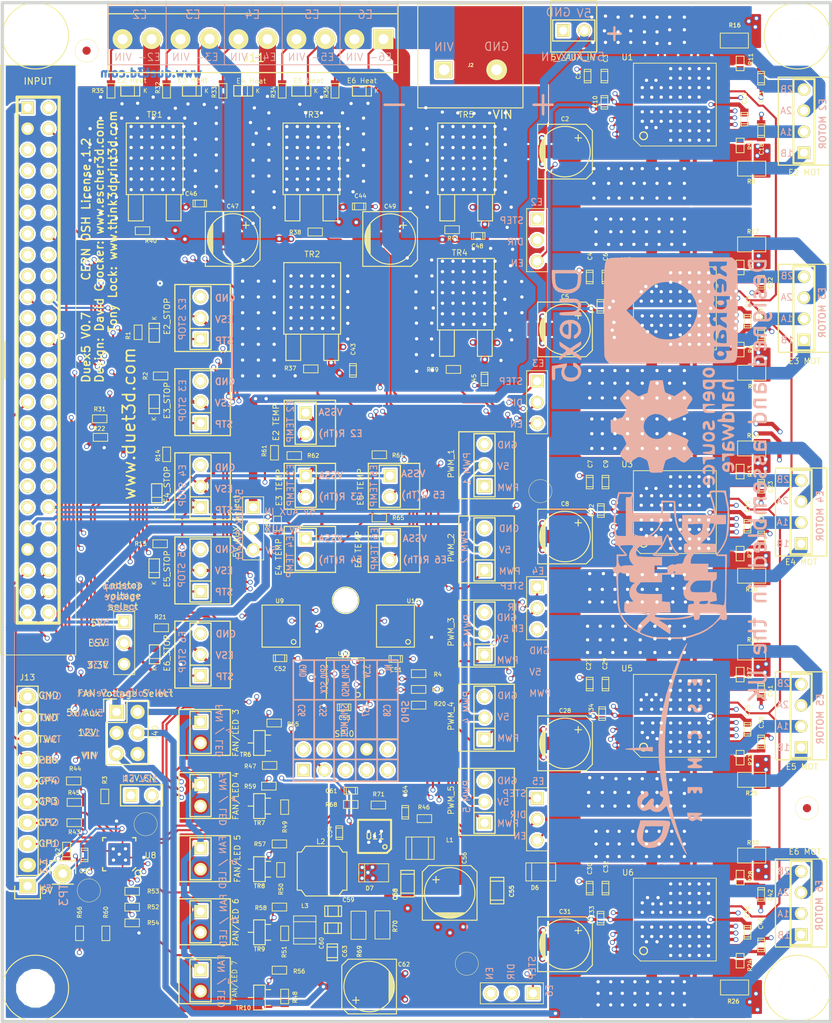
<source format=kicad_pcb>
(kicad_pcb (version 4) (host pcbnew 4.0.2-stable)
  (title_block (title Duex5) (date 2016-11-26) (rev 0.7) (company "Escher3D, Think3DPrint3D"))
  (layers (0 Front mixed) (1 Inner3 signal hide) (2 Inner2 power hide) (31 Back power hide) (35 F.Paste user hide) (36 B.SilkS user) (37 F.SilkS user hide) (38 B.Mask user hide) (39 F.Mask user) (44 Edge.Cuts user))
  (net 0 "")
  (net 1 +3.3V)
  (net 2 +5V)
  (net 3 ADVREF)
  (net 4 CS5)
  (net 5 E2_DIR)
  (net 6 E2_EN)
  (net 7 E2_STEP)
  (net 8 E2_STOP)
  (net 9 E3_DIR)
  (net 10 E3_EN)
  (net 11 E3_STEP)
  (net 12 E3_STOP)
  (net 13 E4_DIR)
  (net 14 E4_EN)
  (net 15 E4_STEP)
  (net 16 E4_STOP)
  (net 17 E5_DIR)
  (net 18 E5_EN)
  (net 19 E5_STEP)
  (net 20 E5_STOP)
  (net 21 E6_DIR)
  (net 22 E6_EN)
  (net 23 E6_STEP)
  (net 24 E6_STOP)
  (net 25 GND)
  (net 26 HEATER3)
  (net 27 HEATER4)
  (net 28 HEATER5)
  (net 29 HEATER6)
  (net 30 HEATER7)
  (net 31 PB6/TMS)
  (net 32 SPI0_MISO)
  (net 33 SPI0_MOSI)
  (net 34 SPI0_SCK)
  (net 35 SPI1_MISO)
  (net 36 SPI1_MOSI_BUFF)
  (net 37 SPI1_SCK_BUFF_EXP)
  (net 38 THERMISTOR3)
  (net 39 THERMISTOR4)
  (net 40 THERMISTOR5)
  (net 41 THERMISTOR6)
  (net 42 THERMISTOR7)
  (net 43 TWCK0)
  (net 44 TWD0)
  (net 45 VSSA)
  (net 46 V_FAN)
  (net 47 V_IN)
  (net 48 "Net-(C13-Pad1)")
  (net 49 "Net-(C14-Pad1)")
  (net 50 "Net-(C15-Pad1)")
  (net 51 "Net-(C18-Pad1)")
  (net 52 "Net-(C19-Pad1)")
  (net 53 "Net-(C20-Pad1)")
  (net 54 "Net-(C21-Pad1)")
  (net 55 "Net-(C39-Pad1)")
  (net 56 "Net-(C59-Pad1)")
  (net 57 "Net-(D2-Pad1)")
  (net 58 "Net-(D7-Pad1)")
  (net 59 "Net-(D9-Pad1)")
  (net 60 "Net-(D10-Pad1)")
  (net 61 "Net-(D11-Pad1)")
  (net 62 ENN)
  (net 63 GPIO2)
  (net 64 "Net-(R23-Pad1)")
  (net 65 "Net-(R27-Pad1)")
  (net 66 "Net-(R28-Pad1)")
  (net 67 "Net-(R38-Pad1)")
  (net 68 "Net-(R39-Pad1)")
  (net 69 "Net-(R40-Pad1)")
  (net 70 "Net-(R41-Pad1)")
  (net 71 "Net-(R66-Pad1)")
  (net 72 "Net-(C3-Pad2)")
  (net 73 "Net-(C6-Pad2)")
  (net 74 "Net-(C9-Pad2)")
  (net 75 "Net-(C22-Pad1)")
  (net 76 "Net-(C23-Pad1)")
  (net 77 "Net-(C29-Pad2)")
  (net 78 "Net-(C32-Pad2)")
  (net 79 "Net-(C35-Pad1)")
  (net 80 "Net-(C36-Pad1)")
  (net 81 "Net-(C40-Pad1)")
  (net 82 "Net-(C41-Pad1)")
  (net 83 "Net-(C42-Pad1)")
  (net 84 "Net-(D1-Pad1)")
  (net 85 "Net-(D3-Pad1)")
  (net 86 "Net-(D4-Pad1)")
  (net 87 "Net-(D5-Pad1)")
  (net 88 "Net-(D8-Pad1)")
  (net 89 E3_MOT_1B)
  (net 90 E3_MOT_1A)
  (net 91 E3_MOT_2A)
  (net 92 E3_MOT_2B)
  (net 93 E4_MOT_1B)
  (net 94 E4_MOT_1A)
  (net 95 E4_MOT_2A)
  (net 96 E4_MOT_2B)
  (net 97 E2-)
  (net 98 E5_MOT_1B)
  (net 99 E5_MOT_1A)
  (net 100 E5_MOT_2A)
  (net 101 E5_MOT_2B)
  (net 102 E3-)
  (net 103 E6_MOT_1B)
  (net 104 E6_MOT_1A)
  (net 105 E6_MOT_2A)
  (net 106 E6_MOT_2B)
  (net 107 E4-)
  (net 108 "Net-(J16-Pad32)")
  (net 109 E5-)
  (net 110 E6-)
  (net 111 FAN3-)
  (net 112 E2_PWM)
  (net 113 FAN4-)
  (net 114 FAN5-)
  (net 115 E3_PWM)
  (net 116 FAN6-)
  (net 117 E4_PWM)
  (net 118 FAN7-)
  (net 119 E5_PWM)
  (net 120 CS6)
  (net 121 CS7)
  (net 122 CS8)
  (net 123 E6_PWM)
  (net 124 GPIO1)
  (net 125 GPIO3)
  (net 126 GPIO4)
  (net 127 "Net-(R5-Pad1)")
  (net 128 "Net-(R6-Pad1)")
  (net 129 "Net-(R10-Pad2)")
  (net 130 "Net-(R11-Pad1)")
  (net 131 "Net-(R12-Pad1)")
  (net 132 "Net-(R13-Pad1)")
  (net 133 "Net-(R24-Pad1)")
  (net 134 "Net-(R37-Pad1)")
  (net 135 "Net-(R47-Pad1)")
  (net 136 FAN3)
  (net 137 "Net-(R48-Pad1)")
  (net 138 FAN7)
  (net 139 "Net-(R49-Pad1)")
  (net 140 FAN4)
  (net 141 "Net-(R50-Pad1)")
  (net 142 FAN5)
  (net 143 "Net-(R51-Pad1)")
  (net 144 FAN6)
  (net 145 "Net-(R54-Pad2)")
  (net 146 "Net-(R60-Pad1)")
  (net 147 E2_MOT_1B)
  (net 148 E2_MOT_1A)
  (net 149 E2_MOT_2B)
  (net 150 E2_MOT_2A)
  (net 151 "Net-(U9-Pad1)")
  (net 152 "Net-(U10-Pad1)")
  (net 153 5V_S_F)
  (net 154 "Net-(D13-Pad1)")
  (net 155 SX1509_INT)
  (net 156 "Net-(C54-Pad1)")
  (net 157 "Net-(C54-Pad2)")
  (net 158 "Net-(C55-Pad1)")
  (net 159 "Net-(C58-Pad1)")
  (net 160 "Net-(C61-Pad2)")
  (net 161 12V)
  (net 162 "Net-(C64-Pad1)")
  (net 163 "Net-(JP2-Pad2)")
  (net 164 "Net-(R46-Pad1)")
  (net 165 "Net-(J6-Pad2)")
  (net 166 SG_TST)
  (net 167 ES_V)
  (net 168 OSCIO)
  (net 169 SG_TST_E2)
  (net 170 SG_TST_E3)
  (net 171 SG_TST_E4)
  (net 172 SG_TST_E5)
  (net 173 SG_TST_E6)
  (net 174 "Net-(U12-Pad12)")
  (net 175 "Net-(U12-Pad13)")
  (net 176 "Net-(U12-Pad10)")
  (module complib:Fiducial_1mm_Dia_2.54mm_Outer_CopperTop (layer Front) (at 97.51568 136.0424)
    (fp_text reference M11 hide)
    (fp_text value FID hide)
    (pad ~ smd circle (at 0 0) (size 1 1) (layers Front F.Mask) (clearance 0.77))
  )
  (module "FE Footprints:TMC2660" (layer Front) (at 161.41046 147.56302 90)
    (fp_text reference U6 (at 5.67862 -5.65766 180) (layer F.SilkS) (effects (font (size 0.7 0.7) (thickness 0.1))))
    (fp_text value TMC2660 hide)
    (pad 1 smd rect (at -5.85 -4 180) (size 0.5 1.6) (layers Front F.Paste F.Mask) (net 47 V_IN))
    (pad 2.3 smd rect (at -5.85 -2.8 180) (size 1.3 1.6) (layers Front F.Paste F.Mask) (net 103 E6_MOT_1B))
    (pad 5.6 smd rect (at -5.85 -0.4 180) (size 1.3 1.6) (layers Front F.Paste F.Mask) (net 104 E6_MOT_1A))
    (pad 7.8 smd rect (at -5.85 1.2 180) (size 1.3 1.6) (layers Front F.Paste F.Mask) (net 103 E6_MOT_1B))
    (pad 10.1 smd rect (at -5.85 3.6 180) (size 1.3 1.6) (layers Front F.Paste F.Mask) (net 104 E6_MOT_1A))
    (pad 23.4 smd rect (at 5.85 3.6 180) (size 1.3 1.6) (layers Front F.Paste F.Mask) (net 106 E6_MOT_2B))
    (pad 26.7 smd rect (at 5.85 1.2 180) (size 1.3 1.6) (layers Front F.Paste F.Mask) (net 105 E6_MOT_2A))
    (pad 28.9 smd rect (at 5.85 -0.4 180) (size 1.3 1.6) (layers Front F.Paste F.Mask) (net 106 E6_MOT_2B))
    (pad 31.2 smd rect (at 5.85 -2.8 180) (size 1.3 1.6) (layers Front F.Paste F.Mask) (net 105 E6_MOT_2A))
    (pad 4 smd rect (at -5.85 -1.6 180) (size 0.5 1.6) (layers Front F.Paste F.Mask) (net 47 V_IN))
    (pad 9 smd rect (at -5.85 2.4 180) (size 0.5 1.6) (layers Front F.Paste F.Mask) (net 133 "Net-(R24-Pad1)"))
    (pad 25 smd rect (at 5.85 2.4 180) (size 0.5 1.6) (layers Front F.Paste F.Mask) (net 66 "Net-(R28-Pad1)"))
    (pad 30 smd rect (at 5.85 -1.6 180) (size 0.5 1.6) (layers Front F.Paste F.Mask) (net 47 V_IN))
    (pad 33 smd rect (at 5.85 -4 180) (size 0.5 1.6) (layers Front F.Paste F.Mask) (net 47 V_IN))
    (pad 12 smd rect (at -4 5.85 90) (size 0.5 1.6) (layers Front F.Paste F.Mask) (net 81 "Net-(C40-Pad1)"))
    (pad 13 smd rect (at -3.2 5.85 90) (size 0.5 1.6) (layers Front F.Paste F.Mask) (net 80 "Net-(C36-Pad1)"))
    (pad 14 smd rect (at -2.4 5.85 90) (size 0.5 1.6) (layers Front F.Paste F.Mask) (net 35 SPI1_MISO))
    (pad 15 smd rect (at -1.6 5.85 90) (size 0.5 1.6) (layers Front F.Paste F.Mask) (net 36 SPI1_MOSI_BUFF))
    (pad 16 smd rect (at -0.8 5.85 90) (size 0.5 1.6) (layers Front F.Paste F.Mask) (net 37 SPI1_SCK_BUFF_EXP))
    (pad 17 smd rect (at 0 5.85 90) (size 0.5 1.6) (layers Front F.Paste F.Mask) (net 25 GND))
    (pad 18 smd rect (at 0.8 5.85 90) (size 0.5 1.6) (layers Front F.Paste F.Mask) (net 22 E6_EN))
    (pad 19 smd rect (at 1.6 5.85 90) (size 0.5 1.6) (layers Front F.Paste F.Mask) (net 62 ENN))
    (pad 20 smd rect (at 2.4 5.85 90) (size 0.5 1.6) (layers Front F.Paste F.Mask))
    (pad 21 smd rect (at 3.2 5.85 90) (size 0.5 1.6) (layers Front F.Paste F.Mask) (net 25 GND))
    (pad 22 smd rect (at 4 5.85 90) (size 0.5 1.6) (layers Front F.Paste F.Mask) (net 83 "Net-(C42-Pad1)"))
    (pad 34 smd rect (at 4 -5.85 90) (size 0.5 1.6) (layers Front F.Paste F.Mask))
    (pad 35 smd rect (at 3.2 -5.85 90) (size 0.5 1.6) (layers Front F.Paste F.Mask) (net 78 "Net-(C32-Pad2)"))
    (pad 36 smd rect (at 2.4 -5.85 90) (size 0.5 1.6) (layers Front F.Paste F.Mask) (net 47 V_IN))
    (pad 37 smd rect (at 1.6 -5.85 90) (size 0.5 1.6) (layers Front F.Paste F.Mask))
    (pad 38 smd rect (at 0.8 -5.85 90) (size 0.5 1.6) (layers Front F.Paste F.Mask) (net 173 SG_TST_E6))
    (pad 39 smd rect (at 0 -5.85 90) (size 0.5 1.6) (layers Front F.Paste F.Mask) (net 25 GND))
    (pad 40 smd rect (at -0.8 -5.85 90) (size 0.5 1.6) (layers Front F.Paste F.Mask) (net 1 +3.3V))
    (pad 41 smd rect (at -1.6 -5.85 90) (size 0.5 1.6) (layers Front F.Paste F.Mask) (net 21 E6_DIR))
    (pad 42 smd rect (at -2.4 -5.85 90) (size 0.5 1.6) (layers Front F.Paste F.Mask) (net 23 E6_STEP))
    (pad 43 smd rect (at -3.2 -5.85 90) (size 0.5 1.6) (layers Front F.Paste F.Mask) (net 25 GND))
    (pad 44 smd rect (at -4 -5.85 90) (size 0.5 1.6) (layers Front F.Paste F.Mask) (net 25 GND))
  )
  (module "FE Footprints:PIN_ARRAY_4x1" (layer Front) (at 176.657 98.36302 90)
    (fp_text reference J9 hide)
    (fp_text value "E4 MOT" (at -6.02132 0.02032 180) (layer F.SilkS) (effects (font (size 0.7 0.7) (thickness 0.1))))
    (pad 1 thru_hole rect (at -3.81 0 90) (size 1.524 1.524) (drill 1) (layers *.Cu *.Mask F.SilkS) (net 93 E4_MOT_1B))
    (pad 2 thru_hole circle (at -1.27 0 90) (size 1.524 1.524) (drill 1) (layers *.Cu *.Mask F.SilkS) (net 94 E4_MOT_1A))
    (pad 3 thru_hole circle (at 1.27 0 90) (size 1.524 1.524) (drill 1) (layers *.Cu *.Mask F.SilkS) (net 95 E4_MOT_2A))
    (pad 4 thru_hole circle (at 3.81 0 90) (size 1.524 1.524) (drill 1) (layers *.Cu *.Mask F.SilkS) (net 96 E4_MOT_2B))
  )
  (module "FE Footprints:PIN_ARRAY_2X1" (layer Front) (at 116.84 102.87 270)
    (fp_text reference J24 hide)
    (fp_text value "E4 TEMP" (at 0.9144 3.2639 270) (layer F.SilkS) (effects (font (size 0.7 0.7) (thickness 0.1))))
    (pad 1 thru_hole rect (at -1.27 0 270) (size 1.524 1.524) (drill 1) (layers *.Cu *.Mask F.SilkS) (net 45 VSSA))
    (pad 2 thru_hole circle (at 1.27 0 270) (size 1.524 1.524) (drill 1) (layers *.Cu *.Mask F.SilkS) (net 40 THERMISTOR5))
  )
  (module "FE Footprints:PIN_ARRAY_2X1" (layer Front) (at 104.14 140.208 270)
    (fp_text reference J25 hide)
    (fp_text value "FAN/LED 5" (at 0 -4.445 270) (layer F.SilkS) (effects (font (size 0.7 0.7) (thickness 0.1))))
    (pad 1 thru_hole rect (at -1.27 0 270) (size 1.524 1.524) (drill 1) (layers *.Cu *.Mask F.SilkS) (net 46 V_FAN))
    (pad 2 thru_hole circle (at 1.27 0 270) (size 1.524 1.524) (drill 1) (layers *.Cu *.Mask F.SilkS) (net 114 FAN5-))
  )
  (module "FE Footprints:PIN_ARRAY_2X1" (layer Front) (at 127 102.87 270)
    (fp_text reference J29 hide)
    (fp_text value "E6 TEMP" (at 0 3.81 270) (layer F.SilkS) (effects (font (size 0.7 0.7) (thickness 0.1))))
    (pad 1 thru_hole rect (at -1.27 0 270) (size 1.524 1.524) (drill 1) (layers *.Cu *.Mask F.SilkS) (net 45 VSSA))
    (pad 2 thru_hole circle (at 1.27 0 270) (size 1.524 1.524) (drill 1) (layers *.Cu *.Mask F.SilkS) (net 42 THERMISTOR7))
  )
  (module "FE Footprints:PIN_ARRAY_2X1" (layer Front) (at 104.14 154.94 270)
    (fp_text reference J31 hide)
    (fp_text value "FAN/LED 7" (at 0.0413 -4.1118 270) (layer F.SilkS) (effects (font (size 0.6 0.6) (thickness 0.08))))
    (pad 1 thru_hole rect (at -1.27 0 270) (size 1.524 1.524) (drill 1) (layers *.Cu *.Mask F.SilkS) (net 46 V_FAN))
    (pad 2 thru_hole circle (at 1.27 0 270) (size 1.524 1.524) (drill 1) (layers *.Cu *.Mask F.SilkS) (net 118 FAN7-))
  )
  (module "FE Footprints:SOT-23" (layer Front) (at 111.252 133.858 90)
    (fp_text reference TR7 (at -2.032 0 180) (layer F.SilkS) (effects (font (size 0.50038 0.50038) (thickness 0.09906))))
    (fp_text value PMV40UN2 hide)
    (pad G smd rect (at -0.9525 1.05664 90) (size 0.59944 1.00076) (layers Front F.Paste F.Mask) (net 139 "Net-(R49-Pad1)"))
    (pad D smd rect (at 0 -1.05664 90) (size 0.59944 1.00076) (layers Front F.Paste F.Mask) (net 113 FAN4-))
    (pad S smd rect (at 0.9525 1.05664 90) (size 0.59944 1.00076) (layers Front F.Paste F.Mask) (net 25 GND))
  )
  (module "FE Footprints:SOT-23" (layer Front) (at 111.252 149.098 90)
    (fp_text reference TR9 (at -2.032 0 180) (layer F.SilkS) (effects (font (size 0.50038 0.50038) (thickness 0.09906))))
    (fp_text value PMV40UN2 hide)
    (pad G smd rect (at -0.9525 1.05664 90) (size 0.59944 1.00076) (layers Front F.Paste F.Mask) (net 143 "Net-(R51-Pad1)"))
    (pad D smd rect (at 0 -1.05664 90) (size 0.59944 1.00076) (layers Front F.Paste F.Mask) (net 116 FAN6-))
    (pad S smd rect (at 0.9525 1.05664 90) (size 0.59944 1.00076) (layers Front F.Paste F.Mask) (net 25 GND))
  )
  (module "FE Footprints:TMC2660" (layer Front) (at 161.41046 122.96302 90)
    (fp_text reference U5 (at 5.72932 -5.77196 180) (layer F.SilkS) (effects (font (size 0.7 0.7) (thickness 0.1))))
    (fp_text value TMC2660 hide)
    (pad 1 smd rect (at -5.85 -4 180) (size 0.5 1.6) (layers Front F.Paste F.Mask) (net 47 V_IN))
    (pad 2.3 smd rect (at -5.85 -2.8 180) (size 1.3 1.6) (layers Front F.Paste F.Mask) (net 98 E5_MOT_1B))
    (pad 5.6 smd rect (at -5.85 -0.4 180) (size 1.3 1.6) (layers Front F.Paste F.Mask) (net 99 E5_MOT_1A))
    (pad 7.8 smd rect (at -5.85 1.2 180) (size 1.3 1.6) (layers Front F.Paste F.Mask) (net 98 E5_MOT_1B))
    (pad 10.1 smd rect (at -5.85 3.6 180) (size 1.3 1.6) (layers Front F.Paste F.Mask) (net 99 E5_MOT_1A))
    (pad 23.4 smd rect (at 5.85 3.6 180) (size 1.3 1.6) (layers Front F.Paste F.Mask) (net 101 E5_MOT_2B))
    (pad 26.7 smd rect (at 5.85 1.2 180) (size 1.3 1.6) (layers Front F.Paste F.Mask) (net 100 E5_MOT_2A))
    (pad 28.9 smd rect (at 5.85 -0.4 180) (size 1.3 1.6) (layers Front F.Paste F.Mask) (net 101 E5_MOT_2B))
    (pad 31.2 smd rect (at 5.85 -2.8 180) (size 1.3 1.6) (layers Front F.Paste F.Mask) (net 100 E5_MOT_2A))
    (pad 4 smd rect (at -5.85 -1.6 180) (size 0.5 1.6) (layers Front F.Paste F.Mask) (net 47 V_IN))
    (pad 9 smd rect (at -5.85 2.4 180) (size 0.5 1.6) (layers Front F.Paste F.Mask) (net 64 "Net-(R23-Pad1)"))
    (pad 25 smd rect (at 5.85 2.4 180) (size 0.5 1.6) (layers Front F.Paste F.Mask) (net 65 "Net-(R27-Pad1)"))
    (pad 30 smd rect (at 5.85 -1.6 180) (size 0.5 1.6) (layers Front F.Paste F.Mask) (net 47 V_IN))
    (pad 33 smd rect (at 5.85 -4 180) (size 0.5 1.6) (layers Front F.Paste F.Mask) (net 47 V_IN))
    (pad 12 smd rect (at -4 5.85 90) (size 0.5 1.6) (layers Front F.Paste F.Mask) (net 55 "Net-(C39-Pad1)"))
    (pad 13 smd rect (at -3.2 5.85 90) (size 0.5 1.6) (layers Front F.Paste F.Mask) (net 79 "Net-(C35-Pad1)"))
    (pad 14 smd rect (at -2.4 5.85 90) (size 0.5 1.6) (layers Front F.Paste F.Mask) (net 35 SPI1_MISO))
    (pad 15 smd rect (at -1.6 5.85 90) (size 0.5 1.6) (layers Front F.Paste F.Mask) (net 36 SPI1_MOSI_BUFF))
    (pad 16 smd rect (at -0.8 5.85 90) (size 0.5 1.6) (layers Front F.Paste F.Mask) (net 37 SPI1_SCK_BUFF_EXP))
    (pad 17 smd rect (at 0 5.85 90) (size 0.5 1.6) (layers Front F.Paste F.Mask) (net 25 GND))
    (pad 18 smd rect (at 0.8 5.85 90) (size 0.5 1.6) (layers Front F.Paste F.Mask) (net 18 E5_EN))
    (pad 19 smd rect (at 1.6 5.85 90) (size 0.5 1.6) (layers Front F.Paste F.Mask) (net 62 ENN))
    (pad 20 smd rect (at 2.4 5.85 90) (size 0.5 1.6) (layers Front F.Paste F.Mask))
    (pad 21 smd rect (at 3.2 5.85 90) (size 0.5 1.6) (layers Front F.Paste F.Mask) (net 25 GND))
    (pad 22 smd rect (at 4 5.85 90) (size 0.5 1.6) (layers Front F.Paste F.Mask) (net 82 "Net-(C41-Pad1)"))
    (pad 34 smd rect (at 4 -5.85 90) (size 0.5 1.6) (layers Front F.Paste F.Mask))
    (pad 35 smd rect (at 3.2 -5.85 90) (size 0.5 1.6) (layers Front F.Paste F.Mask) (net 77 "Net-(C29-Pad2)"))
    (pad 36 smd rect (at 2.4 -5.85 90) (size 0.5 1.6) (layers Front F.Paste F.Mask) (net 47 V_IN))
    (pad 37 smd rect (at 1.6 -5.85 90) (size 0.5 1.6) (layers Front F.Paste F.Mask))
    (pad 38 smd rect (at 0.8 -5.85 90) (size 0.5 1.6) (layers Front F.Paste F.Mask) (net 172 SG_TST_E5))
    (pad 39 smd rect (at 0 -5.85 90) (size 0.5 1.6) (layers Front F.Paste F.Mask) (net 25 GND))
    (pad 40 smd rect (at -0.8 -5.85 90) (size 0.5 1.6) (layers Front F.Paste F.Mask) (net 1 +3.3V))
    (pad 41 smd rect (at -1.6 -5.85 90) (size 0.5 1.6) (layers Front F.Paste F.Mask) (net 17 E5_DIR))
    (pad 42 smd rect (at -2.4 -5.85 90) (size 0.5 1.6) (layers Front F.Paste F.Mask) (net 19 E5_STEP))
    (pad 43 smd rect (at -3.2 -5.85 90) (size 0.5 1.6) (layers Front F.Paste F.Mask) (net 25 GND))
    (pad 44 smd rect (at -4 -5.85 90) (size 0.5 1.6) (layers Front F.Paste F.Mask) (net 25 GND))
  )
  (module "FE Footprints:TSSOP-14" (layer Front) (at 127.6731 112.1283 90)
    (fp_text reference U10 (at 3.04292 2.10058 180) (layer F.SilkS) (effects (font (size 0.50038 0.50038) (thickness 0.09906))))
    (fp_text value 74HCT02 hide)
    (pad 4 smd rect (at 0 2.79908 90) (size 0.368 1.47066) (layers Front F.Paste F.Mask) (net 112 E2_PWM))
    (pad 5 smd rect (at 0.65024 2.79908 90) (size 0.368 1.47066) (layers Front F.Paste F.Mask) (net 26 HEATER3))
    (pad 6 smd rect (at 1.30048 2.79908 90) (size 0.368 1.47066) (layers Front F.Paste F.Mask) (net 152 "Net-(U10-Pad1)"))
    (pad 7 smd rect (at 1.95072 2.79908 90) (size 0.368 1.47066) (layers Front F.Paste F.Mask) (net 25 GND))
    (pad 8 smd rect (at 1.95072 -2.79908 90) (size 0.368 1.47066) (layers Front F.Paste F.Mask) (net 27 HEATER4))
    (pad 1 smd rect (at -1.95072 2.79908 90) (size 0.368 1.47066) (layers Front F.Paste F.Mask) (net 152 "Net-(U10-Pad1)"))
    (pad 2 smd rect (at -1.30048 2.79908 90) (size 0.368 1.47066) (layers Front F.Paste F.Mask) (net 1 +3.3V))
    (pad 3 smd rect (at -0.65024 2.79908 90) (size 0.368 1.47066) (layers Front F.Paste F.Mask) (net 1 +3.3V))
    (pad 9 smd rect (at 1.30048 -2.79908 90) (size 0.368 1.47066) (layers Front F.Paste F.Mask) (net 152 "Net-(U10-Pad1)"))
    (pad 10 smd rect (at 0.65024 -2.79908 90) (size 0.368 1.47066) (layers Front F.Paste F.Mask) (net 115 E3_PWM))
    (pad 11 smd rect (at 0 -2.79908 90) (size 0.368 1.47066) (layers Front F.Paste F.Mask) (net 28 HEATER5))
    (pad 12 smd rect (at -0.65024 -2.79908 90) (size 0.368 1.47066) (layers Front F.Paste F.Mask) (net 152 "Net-(U10-Pad1)"))
    (pad 13 smd rect (at -1.30048 -2.79908 90) (size 0.368 1.47066) (layers Front F.Paste F.Mask) (net 117 E4_PWM))
    (pad 14 smd rect (at -1.95072 -2.79908 90) (size 0.368 1.47066) (layers Front F.Paste F.Mask) (net 2 +5V))
  )
  (module complib:C_0603 (layer Front) (at 153.035 94.742 270)
    (fp_text reference C9 (at -2.1844 -0.05588 270) (layer F.SilkS) (effects (font (size 0.5 0.5) (thickness 0.09))))
    (fp_text value "0u1  50V" hide)
    (pad 1 smd rect (at 0.8001 0 270) (size 0.94996 1.00076) (layers Front F.Paste F.Mask) (net 47 V_IN))
    (pad 2 smd rect (at -0.8001 0 270) (size 0.94996 1.00076) (layers Front F.Paste F.Mask) (net 74 "Net-(C9-Pad2)"))
  )
  (module complib:C_0603 (layer Front) (at 152.42032 73.52284 270)
    (fp_text reference C11 (at -0.20828 -1.0541 270) (layer F.SilkS) (effects (font (size 0.5 0.5) (thickness 0.09))))
    (fp_text value 0u1 hide)
    (pad 1 smd rect (at 0.8001 0 270) (size 0.94996 1.00076) (layers Front F.Paste F.Mask) (net 1 +3.3V))
    (pad 2 smd rect (at -0.8001 0 270) (size 0.94996 1.00076) (layers Front F.Paste F.Mask) (net 25 GND))
  )
  (module complib:C_0603 (layer Front) (at 169.799 50.927 270)
    (fp_text reference C13 (at -2.48412 -0.01524 270) (layer F.SilkS) (effects (font (size 0.5 0.5) (thickness 0.09))))
    (fp_text value 0u47 hide)
    (pad 1 smd rect (at 0.8001 0 270) (size 0.94996 1.00076) (layers Front F.Paste F.Mask) (net 48 "Net-(C13-Pad1)"))
    (pad 2 smd rect (at -0.8001 0 270) (size 0.94996 1.00076) (layers Front F.Paste F.Mask) (net 25 GND))
  )
  (module complib:C_0603 (layer Front) (at 170.18 75.311 270)
    (fp_text reference C14 (at -2.34442 -0.04572 270) (layer F.SilkS) (effects (font (size 0.5 0.5) (thickness 0.09))))
    (fp_text value 0u47 hide)
    (pad 1 smd rect (at 0.8001 0 270) (size 0.94996 1.00076) (layers Front F.Paste F.Mask) (net 49 "Net-(C14-Pad1)"))
    (pad 2 smd rect (at -0.8001 0 270) (size 0.94996 1.00076) (layers Front F.Paste F.Mask) (net 25 GND))
  )
  (module complib:C_0603 (layer Front) (at 170.18 100.076 270)
    (fp_text reference C15 (at -2.37744 0 270) (layer F.SilkS) (effects (font (size 0.5 0.5) (thickness 0.09))))
    (fp_text value 0u47 hide)
    (pad 1 smd rect (at 0.8001 0 270) (size 0.94996 1.00076) (layers Front F.Paste F.Mask) (net 50 "Net-(C15-Pad1)"))
    (pad 2 smd rect (at -0.8001 0 270) (size 0.94996 1.00076) (layers Front F.Paste F.Mask) (net 25 GND))
  )
  (module complib:C_0603 (layer Front) (at 171.831 52.324 270)
    (fp_text reference C18 (at 2.22504 -0.04572 270) (layer F.SilkS) (effects (font (size 0.5 0.5) (thickness 0.09))))
    (fp_text value "0u01 X7R 10% 50V" hide)
    (pad 1 smd rect (at 0.8001 0 270) (size 0.94996 1.00076) (layers Front F.Paste F.Mask) (net 51 "Net-(C18-Pad1)"))
    (pad 2 smd rect (at -0.8001 0 270) (size 0.94996 1.00076) (layers Front F.Paste F.Mask) (net 25 GND))
  )
  (module complib:C_0603 (layer Front) (at 171.831 76.962 270)
    (fp_text reference C19 (at -2.5527 0.0381 270) (layer F.SilkS) (effects (font (size 0.5 0.5) (thickness 0.09))))
    (fp_text value "0u01 X7R 10% 50V" hide)
    (pad 1 smd rect (at 0.8001 0 270) (size 0.94996 1.00076) (layers Front F.Paste F.Mask) (net 52 "Net-(C19-Pad1)"))
    (pad 2 smd rect (at -0.8001 0 270) (size 0.94996 1.00076) (layers Front F.Paste F.Mask) (net 25 GND))
  )
  (module complib:C_0603 (layer Front) (at 171.831 101.473 270)
    (fp_text reference C20 (at -2.4511 -0.0762 270) (layer F.SilkS) (effects (font (size 0.5 0.5) (thickness 0.09))))
    (fp_text value "0u01 X7R 10% 50V" hide)
    (pad 1 smd rect (at 0.8001 0 270) (size 0.94996 1.00076) (layers Front F.Paste F.Mask) (net 53 "Net-(C20-Pad1)"))
    (pad 2 smd rect (at -0.8001 0 270) (size 0.94996 1.00076) (layers Front F.Paste F.Mask) (net 25 GND))
  )
  (module complib:C_0603 (layer Front) (at 171.831 45.974 90)
    (fp_text reference C21 (at -2.22504 0.0381 90) (layer F.SilkS) (effects (font (size 0.5 0.5) (thickness 0.09))))
    (fp_text value "0u01 X7R 10% 50V" hide)
    (pad 1 smd rect (at 0.8001 0 90) (size 0.94996 1.00076) (layers Front F.Paste F.Mask) (net 54 "Net-(C21-Pad1)"))
    (pad 2 smd rect (at -0.8001 0 90) (size 0.94996 1.00076) (layers Front F.Paste F.Mask) (net 25 GND))
  )
  (module complib:C_0603 (layer Front) (at 151.13 119.126 270)
    (fp_text reference C27 (at -2.37688 0.12152 270) (layer F.SilkS) (effects (font (size 0.5 0.5) (thickness 0.09))))
    (fp_text value "1u 50V" hide)
    (pad 1 smd rect (at 0.8001 0 270) (size 0.94996 1.00076) (layers Front F.Paste F.Mask) (net 47 V_IN))
    (pad 2 smd rect (at -0.8001 0 270) (size 0.94996 1.00076) (layers Front F.Paste F.Mask) (net 25 GND))
  )
  (module complib:C_0603 (layer Front) (at 153.035 119.126 270)
    (fp_text reference C29 (at -2.4384 0.05334 270) (layer F.SilkS) (effects (font (size 0.5 0.5) (thickness 0.09))))
    (fp_text value "0u1  50V" hide)
    (pad 1 smd rect (at 0.8001 0 270) (size 0.94996 1.00076) (layers Front F.Paste F.Mask) (net 47 V_IN))
    (pad 2 smd rect (at -0.8001 0 270) (size 0.94996 1.00076) (layers Front F.Paste F.Mask) (net 77 "Net-(C29-Pad2)"))
  )
  (module complib:C_0603 (layer Front) (at 151.13 143.764 270)
    (fp_text reference C30 (at -2.34442 -0.01016 270) (layer F.SilkS) (effects (font (size 0.5 0.5) (thickness 0.09))))
    (fp_text value "1u 50V" hide)
    (pad 1 smd rect (at 0.8001 0 270) (size 0.94996 1.00076) (layers Front F.Paste F.Mask) (net 47 V_IN))
    (pad 2 smd rect (at -0.8001 0 270) (size 0.94996 1.00076) (layers Front F.Paste F.Mask) (net 25 GND))
  )
  (module complib:C_0603 (layer Front) (at 152.63622 122.68962 270)
    (fp_text reference C34 (at -0.4953 1.3208 270) (layer F.SilkS) (effects (font (size 0.5 0.5) (thickness 0.09))))
    (fp_text value 0u1 hide)
    (pad 1 smd rect (at 0.8001 0 270) (size 0.94996 1.00076) (layers Front F.Paste F.Mask) (net 1 +3.3V))
    (pad 2 smd rect (at -0.8001 0 270) (size 0.94996 1.00076) (layers Front F.Paste F.Mask) (net 25 GND))
  )
  (module complib:C_0603 (layer Front) (at 170.18 124.587 270)
    (fp_text reference C35 (at -2.2606 -0.02032 270) (layer F.SilkS) (effects (font (size 0.5 0.5) (thickness 0.09))))
    (fp_text value 0u47 hide)
    (pad 1 smd rect (at 0.8001 0 270) (size 0.94996 1.00076) (layers Front F.Paste F.Mask) (net 79 "Net-(C35-Pad1)"))
    (pad 2 smd rect (at -0.8001 0 270) (size 0.94996 1.00076) (layers Front F.Paste F.Mask) (net 25 GND))
  )
  (module complib:C_0603 (layer Front) (at 170.18 149.098 270)
    (fp_text reference C36 (at -2.46888 0.0254 270) (layer F.SilkS) (effects (font (size 0.5 0.5) (thickness 0.09))))
    (fp_text value 0u47 hide)
    (pad 1 smd rect (at 0.8001 0 270) (size 0.94996 1.00076) (layers Front F.Paste F.Mask) (net 80 "Net-(C36-Pad1)"))
    (pad 2 smd rect (at -0.8001 0 270) (size 0.94996 1.00076) (layers Front F.Paste F.Mask) (net 25 GND))
  )
  (module complib:C_0603 (layer Front) (at 171.831 126.111 270)
    (fp_text reference C39 (at -2.34188 -0.03556 270) (layer F.SilkS) (effects (font (size 0.5 0.5) (thickness 0.09))))
    (fp_text value "0u01 X7R 10% 50V" hide)
    (pad 1 smd rect (at 0.8001 0 270) (size 0.94996 1.00076) (layers Front F.Paste F.Mask) (net 55 "Net-(C39-Pad1)"))
    (pad 2 smd rect (at -0.8001 0 270) (size 0.94996 1.00076) (layers Front F.Paste F.Mask) (net 25 GND))
  )
  (module complib:C_0603 (layer Front) (at 171.831 150.622 270)
    (fp_text reference C40 (at -2.59588 0.02794 270) (layer F.SilkS) (effects (font (size 0.5 0.5) (thickness 0.09))))
    (fp_text value "0u01 X7R 10% 50V" hide)
    (pad 1 smd rect (at 0.8001 0 270) (size 0.94996 1.00076) (layers Front F.Paste F.Mask) (net 81 "Net-(C40-Pad1)"))
    (pad 2 smd rect (at -0.8001 0 270) (size 0.94996 1.00076) (layers Front F.Paste F.Mask) (net 25 GND))
  )
  (module complib:C_0603 (layer Front) (at 171.831 119.888 90)
    (fp_text reference C41 (at -0.08218 1.1204 90) (layer F.SilkS) (effects (font (size 0.5 0.5) (thickness 0.09))))
    (fp_text value "0u01 X7R 10% 50V" hide)
    (pad 1 smd rect (at 0.8001 0 90) (size 0.94996 1.00076) (layers Front F.Paste F.Mask) (net 82 "Net-(C41-Pad1)"))
    (pad 2 smd rect (at -0.8001 0 90) (size 0.94996 1.00076) (layers Front F.Paste F.Mask) (net 25 GND))
  )
  (module complib:C_0603 (layer Front) (at 171.831 144.526 90)
    (fp_text reference C42 (at -0.08218 1.1204 90) (layer F.SilkS) (effects (font (size 0.5 0.5) (thickness 0.09))))
    (fp_text value "0u01 X7R 10% 50V" hide)
    (pad 1 smd rect (at 0.8001 0 90) (size 0.94996 1.00076) (layers Front F.Paste F.Mask) (net 83 "Net-(C42-Pad1)"))
    (pad 2 smd rect (at -0.8001 0 90) (size 0.94996 1.00076) (layers Front F.Paste F.Mask) (net 25 GND))
  )
  (module complib:C_0603 (layer Front) (at 122.54484 81.25206 90)
    (fp_text reference C43 (at 2.54508 0.02794 90) (layer F.SilkS) (effects (font (size 0.5 0.5) (thickness 0.09))))
    (fp_text value 0u1 hide)
    (pad 1 smd rect (at 0.8001 0 90) (size 0.94996 1.00076) (layers Front F.Paste F.Mask) (net 47 V_IN))
    (pad 2 smd rect (at -0.8001 0 90) (size 0.94996 1.00076) (layers Front F.Paste F.Mask) (net 25 GND))
  )
  (module complib:C_0603 (layer Front) (at 123.2916 61.46292)
    (fp_text reference C44 (at 0.15494 -1.27) (layer F.SilkS) (effects (font (size 0.5 0.5) (thickness 0.09))))
    (fp_text value 0u1 hide)
    (pad 1 smd rect (at 0.8001 0) (size 0.94996 1.00076) (layers Front F.Paste F.Mask) (net 47 V_IN))
    (pad 2 smd rect (at -0.8001 0) (size 0.94996 1.00076) (layers Front F.Paste F.Mask) (net 25 GND))
  )
  (module complib:C_0603 (layer Front) (at 138.43 82.296 270)
    (fp_text reference C45 (at 0.1143 1.27 270) (layer F.SilkS) (effects (font (size 0.5 0.5) (thickness 0.09))))
    (fp_text value 0u1 hide)
    (pad 1 smd rect (at 0.8001 0 270) (size 0.94996 1.00076) (layers Front F.Paste F.Mask) (net 47 V_IN))
    (pad 2 smd rect (at -0.8001 0 270) (size 0.94996 1.00076) (layers Front F.Paste F.Mask) (net 25 GND))
  )
  (module complib:C_0603 (layer Front) (at 104.04856 61.10732)
    (fp_text reference C46 (at -1.0414 -1.17856) (layer F.SilkS) (effects (font (size 0.5 0.5) (thickness 0.09))))
    (fp_text value 0u1 hide)
    (pad 1 smd rect (at 0.8001 0) (size 0.94996 1.00076) (layers Front F.Paste F.Mask) (net 47 V_IN))
    (pad 2 smd rect (at -0.8001 0) (size 0.94996 1.00076) (layers Front F.Paste F.Mask) (net 25 GND))
  )
  (module complib:C_0603 (layer Front) (at 137.668 65.024 180)
    (fp_text reference C48 (at 0.10414 -1.2319 180) (layer F.SilkS) (effects (font (size 0.5 0.5) (thickness 0.09))))
    (fp_text value 0u1 hide)
    (pad 1 smd rect (at 0.8001 0 180) (size 0.94996 1.00076) (layers Front F.Paste F.Mask) (net 47 V_IN))
    (pad 2 smd rect (at -0.8001 0 180) (size 0.94996 1.00076) (layers Front F.Paste F.Mask) (net 25 GND))
  )
  (module complib:C_0603 (layer Front) (at 90.13698 139.75588 270)
    (fp_text reference C50 (at 1.9431 -0.06858 360) (layer F.SilkS) (effects (font (size 0.5 0.5) (thickness 0.09))))
    (fp_text value 0.1uF hide)
    (pad 1 smd rect (at 0.8001 0 270) (size 0.94996 1.00076) (layers Front F.Paste F.Mask) (net 1 +3.3V))
    (pad 2 smd rect (at -0.8001 0 270) (size 0.94996 1.00076) (layers Front F.Paste F.Mask) (net 25 GND))
  )
  (module complib:C_0603 (layer Front) (at 127.71374 116.0907 180)
    (fp_text reference C51 (at -0.02794 -1.31318 360) (layer F.SilkS) (effects (font (size 0.5 0.5) (thickness 0.09))))
    (fp_text value 0u1 hide)
    (pad 1 smd rect (at 0.8001 0 180) (size 0.94996 1.00076) (layers Front F.Paste F.Mask) (net 2 +5V))
    (pad 2 smd rect (at -0.8001 0 180) (size 0.94996 1.00076) (layers Front F.Paste F.Mask) (net 25 GND))
  )
  (module complib:C_0603 (layer Front) (at 113.74374 116.00688 180)
    (fp_text reference C52 (at 0 -1.27 180) (layer F.SilkS) (effects (font (size 0.5 0.5) (thickness 0.09))))
    (fp_text value 0u1 hide)
    (pad 1 smd rect (at 0.8001 0 180) (size 0.94996 1.00076) (layers Front F.Paste F.Mask) (net 2 +5V))
    (pad 2 smd rect (at -0.8001 0 180) (size 0.94996 1.00076) (layers Front F.Paste F.Mask) (net 25 GND))
  )
  (module complib:D_0603 (layer Front) (at 98.86188 96.0882 90)
    (fp_text reference D3 hide)
    (fp_text value E4stp hide)
    (fp_text user K (at -1.8796 -0.04064 270) (layer F.SilkS) (effects (font (size 0.5 0.5) (thickness 0.08))))
    (pad 2 smd rect (at -0.8001 0 90) (size 0.94996 1.00076) (layers Front F.Paste F.Mask) (net 16 E4_STOP))
    (pad 1 smd rect (at 0.762 0 90) (size 0.94996 1.00076) (layers Front F.Paste F.Mask) (net 85 "Net-(D3-Pad1)"))
  )
  (module complib:D_0603 (layer Front) (at 98.552 105.156 90)
    (fp_text reference D4 hide)
    (fp_text value E5stp hide)
    (fp_text user K (at -1.76 -0.02 90) (layer F.SilkS) (effects (font (size 0.5 0.5) (thickness 0.08))))
    (pad 2 smd rect (at -0.8001 0 90) (size 0.94996 1.00076) (layers Front F.Paste F.Mask) (net 20 E5_STOP))
    (pad 1 smd rect (at 0.762 0 90) (size 0.94996 1.00076) (layers Front F.Paste F.Mask) (net 86 "Net-(D4-Pad1)"))
  )
  (module complib:D_0603 (layer Front) (at 109.30128 47.5 180)
    (fp_text reference D9 hide)
    (fp_text value "E4 Heat" (at -0.95504 1.17856 180) (layer F.SilkS) (effects (font (size 0.6 0.6) (thickness 0.08))))
    (fp_text user K (at -1.76 -0.02 180) (layer F.SilkS) (effects (font (size 0.5 0.5) (thickness 0.08))))
    (pad 2 smd rect (at -0.8001 0 180) (size 0.94996 1.00076) (layers Front F.Paste F.Mask) (net 107 E4-))
    (pad 1 smd rect (at 0.762 0 180) (size 0.94996 1.00076) (layers Front F.Paste F.Mask) (net 59 "Net-(D9-Pad1)"))
  )
  (module complib:D_0603 (layer Front) (at 116.31168 47.5 180)
    (fp_text reference D10 hide)
    (fp_text value "E5 Heat" (at -0.85344 1.2192 180) (layer F.SilkS) (effects (font (size 0.6 0.6) (thickness 0.08))))
    (fp_text user K (at -1.76 -0.02 180) (layer F.SilkS) (effects (font (size 0.5 0.5) (thickness 0.08))))
    (pad 2 smd rect (at -0.8001 0 180) (size 0.94996 1.00076) (layers Front F.Paste F.Mask) (net 109 E5-))
    (pad 1 smd rect (at 0.762 0 180) (size 0.94996 1.00076) (layers Front F.Paste F.Mask) (net 60 "Net-(D10-Pad1)"))
  )
  (module complib:D_0603 (layer Front) (at 95.66148 47.5 180)
    (fp_text reference D11 hide)
    (fp_text value "E2 Heat" (at -0.16764 1.2573 180) (layer F.SilkS) (effects (font (size 0.6 0.6) (thickness 0.08))))
    (fp_text user K (at -1.8161 0 180) (layer F.SilkS) (effects (font (size 0.5 0.5) (thickness 0.08))))
    (pad 2 smd rect (at -0.8001 0 180) (size 0.94996 1.00076) (layers Front F.Paste F.Mask) (net 97 E2-))
    (pad 1 smd rect (at 0.762 0 180) (size 0.94996 1.00076) (layers Front F.Paste F.Mask) (net 61 "Net-(D11-Pad1)"))
  )
  (module complib:R_0603 (layer Front) (at 96.60636 76.6572 90)
    (fp_text reference R1 (at -0.39624 -1.21158 270) (layer F.SilkS) (effects (font (size 0.5 0.5) (thickness 0.09))))
    (fp_text value 1K hide)
    (pad 1 smd rect (at -0.8001 0 90) (size 0.94996 1.00076) (layers Front F.Paste F.Mask) (net 84 "Net-(D1-Pad1)"))
    (pad 2 smd rect (at 0.8001 0 90) (size 0.94996 1.00076) (layers Front F.Paste F.Mask) (net 167 ES_V))
  )
  (module complib:R_0603 (layer Front) (at 99.32416 81.93024)
    (fp_text reference R2 (at -1.83642 -0.00508 90) (layer F.SilkS) (effects (font (size 0.5 0.5) (thickness 0.09))))
    (fp_text value 1K hide)
    (pad 1 smd rect (at -0.8001 0) (size 0.94996 1.00076) (layers Front F.Paste F.Mask) (net 57 "Net-(D2-Pad1)"))
    (pad 2 smd rect (at 0.8001 0) (size 0.94996 1.00076) (layers Front F.Paste F.Mask) (net 167 ES_V))
  )
  (module complib:R_0603 (layer Front) (at 169.291 78.74 90)
    (fp_text reference R6 (at 0.0635 1.2827 90) (layer F.SilkS) (effects (font (size 0.5 0.5) (thickness 0.09))))
    (fp_text value 22R hide)
    (pad 1 smd rect (at -0.8001 0 90) (size 0.94996 1.00076) (layers Front F.Paste F.Mask) (net 128 "Net-(R6-Pad1)"))
    (pad 2 smd rect (at 0.8001 0 90) (size 0.94996 1.00076) (layers Front F.Paste F.Mask) (net 52 "Net-(C19-Pad1)"))
  )
  (module complib:R_0603 (layer Front) (at 169.291 103.378 90)
    (fp_text reference R7 (at -0.0508 1.21412 90) (layer F.SilkS) (effects (font (size 0.5 0.5) (thickness 0.09))))
    (fp_text value 22R hide)
    (pad 1 smd rect (at -0.8001 0 90) (size 0.94996 1.00076) (layers Front F.Paste F.Mask) (net 129 "Net-(R10-Pad2)"))
    (pad 2 smd rect (at 0.8001 0 90) (size 0.94996 1.00076) (layers Front F.Paste F.Mask) (net 53 "Net-(C20-Pad1)"))
  )
  (module complib:R_0603 (layer Front) (at 169.291 44.196 270)
    (fp_text reference R11 (at -0.52578 -1.2827 270) (layer F.SilkS) (effects (font (size 0.5 0.5) (thickness 0.09))))
    (fp_text value 22R hide)
    (pad 1 smd rect (at -0.8001 0 270) (size 0.94996 1.00076) (layers Front F.Paste F.Mask) (net 130 "Net-(R11-Pad1)"))
    (pad 2 smd rect (at 0.8001 0 270) (size 0.94996 1.00076) (layers Front F.Paste F.Mask) (net 54 "Net-(C21-Pad1)"))
  )
  (module complib:R_0603 (layer Front) (at 169.291 68.834 270)
    (fp_text reference R12 (at -0.2921 -1.3589 270) (layer F.SilkS) (effects (font (size 0.5 0.5) (thickness 0.09))))
    (fp_text value 22R hide)
    (pad 1 smd rect (at -0.8001 0 270) (size 0.94996 1.00076) (layers Front F.Paste F.Mask) (net 131 "Net-(R12-Pad1)"))
    (pad 2 smd rect (at 0.8001 0 270) (size 0.94996 1.00076) (layers Front F.Paste F.Mask) (net 75 "Net-(C22-Pad1)"))
  )
  (module complib:R_0603 (layer Front) (at 169.291 93.472 270)
    (fp_text reference R13 (at -0.04064 -1.22682 270) (layer F.SilkS) (effects (font (size 0.5 0.5) (thickness 0.09))))
    (fp_text value 22R hide)
    (pad 1 smd rect (at -0.8001 0 270) (size 0.94996 1.00076) (layers Front F.Paste F.Mask) (net 132 "Net-(R13-Pad1)"))
    (pad 2 smd rect (at 0.8001 0 270) (size 0.94996 1.00076) (layers Front F.Paste F.Mask) (net 76 "Net-(C23-Pad1)"))
  )
  (module complib:R_0603 (layer Front) (at 99.2632 102.18928)
    (fp_text reference R15 (at -2.35712 0) (layer F.SilkS) (effects (font (size 0.5 0.5) (thickness 0.09))))
    (fp_text value 1K hide)
    (pad 1 smd rect (at -0.8001 0) (size 0.94996 1.00076) (layers Front F.Paste F.Mask) (net 86 "Net-(D4-Pad1)"))
    (pad 2 smd rect (at 0.8001 0) (size 0.94996 1.00076) (layers Front F.Paste F.Mask) (net 167 ES_V))
  )
  (module complib:R_0603 (layer Front) (at 99.39528 112.33404)
    (fp_text reference R21 (at -0.09652 -1.30048 180) (layer F.SilkS) (effects (font (size 0.5 0.5) (thickness 0.09))))
    (fp_text value 1K hide)
    (pad 1 smd rect (at -0.8001 0) (size 0.94996 1.00076) (layers Front F.Paste F.Mask) (net 87 "Net-(D5-Pad1)"))
    (pad 2 smd rect (at 0.8001 0) (size 0.94996 1.00076) (layers Front F.Paste F.Mask) (net 167 ES_V))
  )
  (module complib:R_0603 (layer Front) (at 169.291 128.016 90)
    (fp_text reference R23 (at -0.24384 1.27508 90) (layer F.SilkS) (effects (font (size 0.5 0.5) (thickness 0.09))))
    (fp_text value 22R hide)
    (pad 1 smd rect (at -0.8001 0 90) (size 0.94996 1.00076) (layers Front F.Paste F.Mask) (net 64 "Net-(R23-Pad1)"))
    (pad 2 smd rect (at 0.8001 0 90) (size 0.94996 1.00076) (layers Front F.Paste F.Mask) (net 55 "Net-(C39-Pad1)"))
  )
  (module complib:R_0603 (layer Front) (at 169.291 152.527 90)
    (fp_text reference R24 (at -0.5842 1.19888 90) (layer F.SilkS) (effects (font (size 0.5 0.5) (thickness 0.09))))
    (fp_text value 22R hide)
    (pad 1 smd rect (at -0.8001 0 90) (size 0.94996 1.00076) (layers Front F.Paste F.Mask) (net 133 "Net-(R24-Pad1)"))
    (pad 2 smd rect (at 0.8001 0 90) (size 0.94996 1.00076) (layers Front F.Paste F.Mask) (net 81 "Net-(C40-Pad1)"))
  )
  (module complib:R_0603 (layer Front) (at 169.291 117.983 270)
    (fp_text reference R27 (at -0.1778 -1.1684 270) (layer F.SilkS) (effects (font (size 0.5 0.5) (thickness 0.09))))
    (fp_text value 22R hide)
    (pad 1 smd rect (at -0.8001 0 270) (size 0.94996 1.00076) (layers Front F.Paste F.Mask) (net 65 "Net-(R27-Pad1)"))
    (pad 2 smd rect (at 0.8001 0 270) (size 0.94996 1.00076) (layers Front F.Paste F.Mask) (net 82 "Net-(C41-Pad1)"))
  )
  (module complib:R_0603 (layer Front) (at 169.291 142.494 270)
    (fp_text reference R28 (at -0.11176 -1.2827 270) (layer F.SilkS) (effects (font (size 0.5 0.5) (thickness 0.09))))
    (fp_text value 22R hide)
    (pad 1 smd rect (at -0.8001 0 270) (size 0.94996 1.00076) (layers Front F.Paste F.Mask) (net 66 "Net-(R28-Pad1)"))
    (pad 2 smd rect (at 0.8001 0 270) (size 0.94996 1.00076) (layers Front F.Paste F.Mask) (net 83 "Net-(C42-Pad1)"))
  )
  (module complib:R_0603 (layer Front) (at 91.96578 87.0966 180)
    (fp_text reference R31 (at -0.00762 1.15824 180) (layer F.SilkS) (effects (font (size 0.5 0.5) (thickness 0.09))))
    (fp_text value 22R hide)
    (pad 1 smd rect (at -0.8001 0 180) (size 0.94996 1.00076) (layers Front F.Paste F.Mask) (net 37 SPI1_SCK_BUFF_EXP))
    (pad 2 smd rect (at 0.8001 0 180) (size 0.94996 1.00076) (layers Front F.Paste F.Mask) (net 108 "Net-(J16-Pad32)"))
  )
  (module complib:R_0603 (layer Front) (at 120.37568 47.5 90)
    (fp_text reference R36 (at -0.1524 -1.0541 90) (layer F.SilkS) (effects (font (size 0.5 0.5) (thickness 0.09))))
    (fp_text value 4K7 hide)
    (pad 1 smd rect (at -0.8001 0 90) (size 0.94996 1.00076) (layers Front F.Paste F.Mask) (net 154 "Net-(D13-Pad1)"))
    (pad 2 smd rect (at 0.8001 0 90) (size 0.94996 1.00076) (layers Front F.Paste F.Mask) (net 47 V_IN))
  )
  (module complib:R_0603 (layer Front) (at 117.45468 81.07426)
    (fp_text reference R37 (at -2.47904 -0.07112 180) (layer F.SilkS) (effects (font (size 0.5 0.5) (thickness 0.09))))
    (fp_text value 180R hide)
    (pad 1 smd rect (at -0.8001 0) (size 0.94996 1.00076) (layers Front F.Paste F.Mask) (net 134 "Net-(R37-Pad1)"))
    (pad 2 smd rect (at 0.8001 0) (size 0.94996 1.00076) (layers Front F.Paste F.Mask) (net 115 E3_PWM))
  )
  (module complib:R_0603 (layer Front) (at 117.98046 64.54648)
    (fp_text reference R38 (at -2.413 0.04064) (layer F.SilkS) (effects (font (size 0.5 0.5) (thickness 0.09))))
    (fp_text value 180R hide)
    (pad 1 smd rect (at -0.8001 0) (size 0.94996 1.00076) (layers Front F.Paste F.Mask) (net 67 "Net-(R38-Pad1)"))
    (pad 2 smd rect (at 0.8001 0) (size 0.94996 1.00076) (layers Front F.Paste F.Mask) (net 117 E4_PWM))
  )
  (module complib:R_0603 (layer Front) (at 134.67588 81.13776)
    (fp_text reference R39 (at -2.5146 0.04064) (layer F.SilkS) (effects (font (size 0.5 0.5) (thickness 0.09))))
    (fp_text value 180R hide)
    (pad 1 smd rect (at -0.8001 0) (size 0.94996 1.00076) (layers Front F.Paste F.Mask) (net 68 "Net-(R39-Pad1)"))
    (pad 2 smd rect (at 0.8001 0) (size 0.94996 1.00076) (layers Front F.Paste F.Mask) (net 119 E5_PWM))
  )
  (module complib:R_0603 (layer Front) (at 97.13214 64.39662)
    (fp_text reference R40 (at 1.01854 1.22428) (layer F.SilkS) (effects (font (size 0.5 0.5) (thickness 0.09))))
    (fp_text value 180R hide)
    (pad 1 smd rect (at -0.8001 0) (size 0.94996 1.00076) (layers Front F.Paste F.Mask) (net 69 "Net-(R40-Pad1)"))
    (pad 2 smd rect (at 0.8001 0) (size 0.94996 1.00076) (layers Front F.Paste F.Mask) (net 112 E2_PWM))
  )
  (module complib:R_0603 (layer Front) (at 134.51586 64.2747 180)
    (fp_text reference R41 (at -0.1524 -1.0541 180) (layer F.SilkS) (effects (font (size 0.5 0.5) (thickness 0.09))))
    (fp_text value 180R hide)
    (pad 1 smd rect (at -0.8001 0 180) (size 0.94996 1.00076) (layers Front F.Paste F.Mask) (net 70 "Net-(R41-Pad1)"))
    (pad 2 smd rect (at 0.8001 0 180) (size 0.94996 1.00076) (layers Front F.Paste F.Mask) (net 123 E6_PWM))
  )
  (module complib:R_0603 (layer Front) (at 87.96528 139.10056 90)
    (fp_text reference R42 (at -0.54102 -1.06172 90) (layer F.SilkS) (effects (font (size 0.5 0.5) (thickness 0.09))))
    (fp_text value 100K hide)
    (pad 1 smd rect (at -0.8001 0 90) (size 0.94996 1.00076) (layers Front F.Paste F.Mask) (net 2 +5V))
    (pad 2 smd rect (at 0.8001 0 90) (size 0.94996 1.00076) (layers Front F.Paste F.Mask) (net 124 GPIO1))
  )
  (module complib:R_0603 (layer Front) (at 88.88984 135.8646 180)
    (fp_text reference R43 (at 0 -1.143 180) (layer F.SilkS) (effects (font (size 0.5 0.5) (thickness 0.09))))
    (fp_text value 100K hide)
    (pad 1 smd rect (at -0.8001 0 180) (size 0.94996 1.00076) (layers Front F.Paste F.Mask) (net 2 +5V))
    (pad 2 smd rect (at 0.8001 0 180) (size 0.94996 1.00076) (layers Front F.Paste F.Mask) (net 63 GPIO2))
  )
  (module complib:R_0603 (layer Front) (at 114.3 156.845 90)
    (fp_text reference R48 (at -0.09398 1.25984 90) (layer F.SilkS) (effects (font (size 0.5 0.5) (thickness 0.09))))
    (fp_text value 1K hide)
    (pad 1 smd rect (at -0.8001 0 90) (size 0.94996 1.00076) (layers Front F.Paste F.Mask) (net 137 "Net-(R48-Pad1)"))
    (pad 2 smd rect (at 0.8001 0 90) (size 0.94996 1.00076) (layers Front F.Paste F.Mask) (net 138 FAN7))
  )
  (module complib:R_0603 (layer Front) (at 114.3 133.985 90)
    (fp_text reference R49 (at -2.39014 0.03048 90) (layer F.SilkS) (effects (font (size 0.5 0.5) (thickness 0.09))))
    (fp_text value 1K hide)
    (pad 1 smd rect (at -0.8001 0 90) (size 0.94996 1.00076) (layers Front F.Paste F.Mask) (net 139 "Net-(R49-Pad1)"))
    (pad 2 smd rect (at 0.8001 0 90) (size 0.94996 1.00076) (layers Front F.Paste F.Mask) (net 140 FAN4))
  )
  (module complib:R_0603 (layer Front) (at 113.81994 141.55674 90)
    (fp_text reference R50 (at -2.33426 0.03556 90) (layer F.SilkS) (effects (font (size 0.5 0.5) (thickness 0.09))))
    (fp_text value 1K hide)
    (pad 1 smd rect (at -0.8001 0 90) (size 0.94996 1.00076) (layers Front F.Paste F.Mask) (net 141 "Net-(R50-Pad1)"))
    (pad 2 smd rect (at 0.8001 0 90) (size 0.94996 1.00076) (layers Front F.Paste F.Mask) (net 142 FAN5))
  )
  (module complib:R_0603 (layer Front) (at 114.3 149.225 90)
    (fp_text reference R51 (at -2.23774 -0.05334 90) (layer F.SilkS) (effects (font (size 0.5 0.5) (thickness 0.09))))
    (fp_text value 1K hide)
    (pad 1 smd rect (at -0.8001 0 90) (size 0.94996 1.00076) (layers Front F.Paste F.Mask) (net 143 "Net-(R51-Pad1)"))
    (pad 2 smd rect (at 0.8001 0 90) (size 0.94996 1.00076) (layers Front F.Paste F.Mask) (net 144 FAN6))
  )
  (module complib:R_0603 (layer Front) (at 95.885 146.05 180)
    (fp_text reference R52 (at -2.54 0 180) (layer F.SilkS) (effects (font (size 0.5 0.5) (thickness 0.09))))
    (fp_text value 4K7 hide)
    (pad 1 smd rect (at -0.8001 0 180) (size 0.94996 1.00076) (layers Front F.Paste F.Mask) (net 1 +3.3V))
    (pad 2 smd rect (at 0.8001 0 180) (size 0.94996 1.00076) (layers Front F.Paste F.Mask) (net 44 TWD0))
  )
  (module complib:R_0603 (layer Front) (at 95.885 144.145 180)
    (fp_text reference R53 (at -2.54 0 180) (layer F.SilkS) (effects (font (size 0.5 0.5) (thickness 0.09))))
    (fp_text value 4K7 hide)
    (pad 1 smd rect (at -0.8001 0 180) (size 0.94996 1.00076) (layers Front F.Paste F.Mask) (net 1 +3.3V))
    (pad 2 smd rect (at 0.8001 0 180) (size 0.94996 1.00076) (layers Front F.Paste F.Mask) (net 43 TWCK0))
  )
  (module complib:R_0603 (layer Front) (at 95.885 147.955 180)
    (fp_text reference R54 (at -2.54 0 180) (layer F.SilkS) (effects (font (size 0.5 0.5) (thickness 0.09))))
    (fp_text value 10K hide)
    (pad 1 smd rect (at -0.8001 0 180) (size 0.94996 1.00076) (layers Front F.Paste F.Mask) (net 1 +3.3V))
    (pad 2 smd rect (at 0.8001 0 180) (size 0.94996 1.00076) (layers Front F.Paste F.Mask) (net 145 "Net-(R54-Pad2)"))
  )
  (module complib:R_0603 (layer Front) (at 113.03 123.825)
    (fp_text reference R55 (at 2.27838 0.14478) (layer F.SilkS) (effects (font (size 0.5 0.5) (thickness 0.09))))
    (fp_text value 10K hide)
    (pad 1 smd rect (at -0.8001 0) (size 0.94996 1.00076) (layers Front F.Paste F.Mask) (net 25 GND))
    (pad 2 smd rect (at 0.8001 0) (size 0.94996 1.00076) (layers Front F.Paste F.Mask) (net 136 FAN3))
  )
  (module complib:R_0603 (layer Front) (at 113.665 153.67)
    (fp_text reference R56 (at 2.3876 0.1397) (layer F.SilkS) (effects (font (size 0.5 0.5) (thickness 0.09))))
    (fp_text value 10K hide)
    (pad 1 smd rect (at -0.8001 0) (size 0.94996 1.00076) (layers Front F.Paste F.Mask) (net 25 GND))
    (pad 2 smd rect (at 0.8001 0) (size 0.94996 1.00076) (layers Front F.Paste F.Mask) (net 138 FAN7))
  )
  (module complib:R_0603 (layer Front) (at 113.665 138.43)
    (fp_text reference R57 (at -2.35204 0.0127) (layer F.SilkS) (effects (font (size 0.5 0.5) (thickness 0.09))))
    (fp_text value 10K hide)
    (pad 1 smd rect (at -0.8001 0) (size 0.94996 1.00076) (layers Front F.Paste F.Mask) (net 25 GND))
    (pad 2 smd rect (at 0.8001 0) (size 0.94996 1.00076) (layers Front F.Paste F.Mask) (net 142 FAN5))
  )
  (module complib:R_0603 (layer Front) (at 113.665 146.05)
    (fp_text reference R58 (at -2.24028 0.10414) (layer F.SilkS) (effects (font (size 0.5 0.5) (thickness 0.09))))
    (fp_text value 10K hide)
    (pad 1 smd rect (at -0.8001 0) (size 0.94996 1.00076) (layers Front F.Paste F.Mask) (net 25 GND))
    (pad 2 smd rect (at 0.8001 0) (size 0.94996 1.00076) (layers Front F.Paste F.Mask) (net 144 FAN6))
  )
  (module complib:R_0603 (layer Front) (at 112.395 131.445 180)
    (fp_text reference R59 (at 2.25552 -0.04064 360) (layer F.SilkS) (effects (font (size 0.5 0.5) (thickness 0.09))))
    (fp_text value 10K hide)
    (pad 1 smd rect (at -0.8001 0 180) (size 0.94996 1.00076) (layers Front F.Paste F.Mask) (net 140 FAN4))
    (pad 2 smd rect (at 0.8001 0 180) (size 0.94996 1.00076) (layers Front F.Paste F.Mask) (net 25 GND))
  )
  (module complib:R_0603 (layer Front) (at 92.71 149.225 270)
    (fp_text reference R60 (at -2.54 0 270) (layer F.SilkS) (effects (font (size 0.5 0.5) (thickness 0.09))))
    (fp_text value 1K hide)
    (pad 1 smd rect (at -0.8001 0 270) (size 0.94996 1.00076) (layers Front F.Paste F.Mask) (net 146 "Net-(R60-Pad1)"))
    (pad 2 smd rect (at 0.8001 0 270) (size 0.94996 1.00076) (layers Front F.Paste F.Mask) (net 25 GND))
  )
  (module complib:R_0603 (layer Front) (at 113.07318 91.19616 90)
    (fp_text reference R61 (at 0.2286 -1.24206 90) (layer F.SilkS) (effects (font (size 0.5 0.5) (thickness 0.09))))
    (fp_text value "4K7 1%" hide)
    (pad 1 smd rect (at -0.8001 0 90) (size 0.94996 1.00076) (layers Front F.Paste F.Mask) (net 3 ADVREF))
    (pad 2 smd rect (at 0.8001 0 90) (size 0.94996 1.00076) (layers Front F.Paste F.Mask) (net 38 THERMISTOR3))
  )
  (module complib:R_0603 (layer Front) (at 115.45824 91.54668)
    (fp_text reference R62 (at 2.286 0) (layer F.SilkS) (effects (font (size 0.5 0.5) (thickness 0.09))))
    (fp_text value "4K7 1%" hide)
    (pad 1 smd rect (at -0.8001 0) (size 0.94996 1.00076) (layers Front F.Paste F.Mask) (net 3 ADVREF))
    (pad 2 smd rect (at 0.8001 0) (size 0.94996 1.00076) (layers Front F.Paste F.Mask) (net 39 THERMISTOR4))
  )
  (module complib:R_0603 (layer Front) (at 113.43132 99.73056 270)
    (fp_text reference R63 (at 0.18288 1.17348 270) (layer F.SilkS) (effects (font (size 0.5 0.5) (thickness 0.09))))
    (fp_text value "4K7 1%" hide)
    (pad 1 smd rect (at -0.8001 0 270) (size 0.94996 1.00076) (layers Front F.Paste F.Mask) (net 3 ADVREF))
    (pad 2 smd rect (at 0.8001 0 270) (size 0.94996 1.00076) (layers Front F.Paste F.Mask) (net 40 THERMISTOR5))
  )
  (module complib:R_0603 (layer Front) (at 125.73 91.44)
    (fp_text reference R64 (at 2.25806 0.0762) (layer F.SilkS) (effects (font (size 0.5 0.5) (thickness 0.09))))
    (fp_text value "4K7 1%" hide)
    (pad 1 smd rect (at -0.8001 0) (size 0.94996 1.00076) (layers Front F.Paste F.Mask) (net 3 ADVREF))
    (pad 2 smd rect (at 0.8001 0) (size 0.94996 1.00076) (layers Front F.Paste F.Mask) (net 41 THERMISTOR6))
  )
  (module complib:R_0603 (layer Front) (at 125.73 99.06)
    (fp_text reference R65 (at 2.286 0 180) (layer F.SilkS) (effects (font (size 0.5 0.5) (thickness 0.09))))
    (fp_text value "4K7 1%" hide)
    (pad 1 smd rect (at -0.8001 0) (size 0.94996 1.00076) (layers Front F.Paste F.Mask) (net 3 ADVREF))
    (pad 2 smd rect (at 0.8001 0) (size 0.94996 1.00076) (layers Front F.Paste F.Mask) (net 42 THERMISTOR7))
  )
  (module complib:R_0603 (layer Front) (at 89.535 149.225 270)
    (fp_text reference R66 (at -2.54 0 270) (layer F.SilkS) (effects (font (size 0.5 0.5) (thickness 0.09))))
    (fp_text value 1K hide)
    (pad 1 smd rect (at -0.8001 0 270) (size 0.94996 1.00076) (layers Front F.Paste F.Mask) (net 71 "Net-(R66-Pad1)"))
    (pad 2 smd rect (at 0.8001 0 270) (size 0.94996 1.00076) (layers Front F.Paste F.Mask) (net 25 GND))
  )
  (module complib:Fiducial_1mm_Dia_2.54mm_Outer_CopperTop (layer Front) (at 90.38336 42.65168)
    (fp_text reference M1 hide)
    (fp_text value FID hide)
    (pad ~ smd circle (at 0 0) (size 1 1) (layers Front F.Mask) (clearance 0.77))
  )
  (module complib:Fiducial_1mm_Dia_2.54mm_Outer_CopperTop (layer Front) (at 145.1737 95.8342)
    (fp_text reference M2 hide)
    (fp_text value FID hide)
    (pad ~ smd circle (at 0 0) (size 1 1) (layers Front F.Mask) (clearance 0.77))
  )
  (module complib:Fiducial_1mm_Dia_2.54mm_Outer_CopperTop (layer Front) (at 136.29132 152.88768)
    (fp_text reference M3 hide)
    (fp_text value FID hide)
    (pad ~ smd circle (at 0 0) (size 1 1) (layers Front F.Mask) (clearance 0.77))
  )
  (module complib:R_0603 (layer Front) (at 169.291 54.102 90)
    (fp_text reference R5 (at -0.0508 1.21412 90) (layer F.SilkS) (effects (font (size 0.5 0.5) (thickness 0.09))))
    (fp_text value 22R hide)
    (pad 1 smd rect (at -0.8001 0 90) (size 0.94996 1.00076) (layers Front F.Paste F.Mask) (net 127 "Net-(R5-Pad1)"))
    (pad 2 smd rect (at 0.8001 0 90) (size 0.94996 1.00076) (layers Front F.Paste F.Mask) (net 51 "Net-(C18-Pad1)"))
  )
  (module complib:C_0603 (layer Front) (at 150.876 45.72 270)
    (fp_text reference C1 (at -0.08218 1.1204 270) (layer F.SilkS) (effects (font (size 0.5 0.5) (thickness 0.09))))
    (fp_text value "1u 50V" hide)
    (pad 1 smd rect (at 0.8001 0 270) (size 0.94996 1.00076) (layers Front F.Paste F.Mask) (net 47 V_IN))
    (pad 2 smd rect (at -0.8001 0 270) (size 0.94996 1.00076) (layers Front F.Paste F.Mask) (net 25 GND))
  )
  (module complib:C_ELEC_6.3x7.7 (layer Front) (at 148.15 54.84368)
    (fp_text reference C2 (at 0 -3.937) (layer F.SilkS) (effects (font (size 0.50038 0.50038) (thickness 0.09))))
    (fp_text value "100u 35V" hide)
    (pad 1 smd rect (at 2.75082 0) (size 3.59918 1.6002) (layers Front F.Paste F.Mask) (net 47 V_IN))
    (pad 2 smd rect (at -2.75082 0) (size 3.59918 1.6002) (layers Front F.Paste F.Mask) (net 25 GND))
  )
  (module complib:C_0603 (layer Front) (at 152.908 45.72 270)
    (fp_text reference C3 (at -2.1336 -0.14732 270) (layer F.SilkS) (effects (font (size 0.5 0.5) (thickness 0.09))))
    (fp_text value "0u1  50V" hide)
    (pad 1 smd rect (at 0.8001 0 270) (size 0.94996 1.00076) (layers Front F.Paste F.Mask) (net 47 V_IN))
    (pad 2 smd rect (at -0.8001 0 270) (size 0.94996 1.00076) (layers Front F.Paste F.Mask) (net 72 "Net-(C3-Pad2)"))
  )
  (module complib:C_0603 (layer Front) (at 151.13 69.977 270)
    (fp_text reference C4 (at -2.5019 -0.0508 270) (layer F.SilkS) (effects (font (size 0.5 0.5) (thickness 0.09))))
    (fp_text value "1u 50V" hide)
    (pad 1 smd rect (at 0.8001 0 270) (size 0.94996 1.00076) (layers Front F.Paste F.Mask) (net 47 V_IN))
    (pad 2 smd rect (at -0.8001 0 270) (size 0.94996 1.00076) (layers Front F.Paste F.Mask) (net 25 GND))
  )
  (module complib:C_ELEC_6.3x7.7 (layer Front) (at 148.15 76.30668)
    (fp_text reference C5 (at 0 -3.937) (layer F.SilkS) (effects (font (size 0.50038 0.50038) (thickness 0.09))))
    (fp_text value "100u 35V" hide)
    (pad 1 smd rect (at 2.75082 0) (size 3.59918 1.6002) (layers Front F.Paste F.Mask) (net 47 V_IN))
    (pad 2 smd rect (at -2.75082 0) (size 3.59918 1.6002) (layers Front F.Paste F.Mask) (net 25 GND))
  )
  (module complib:C_0603 (layer Front) (at 153.035 69.977 270)
    (fp_text reference C6 (at -2.4257 -0.0127 270) (layer F.SilkS) (effects (font (size 0.5 0.5) (thickness 0.09))))
    (fp_text value "0u1  50V" hide)
    (pad 1 smd rect (at 0.8001 0 270) (size 0.94996 1.00076) (layers Front F.Paste F.Mask) (net 47 V_IN))
    (pad 2 smd rect (at -0.8001 0 270) (size 0.94996 1.00076) (layers Front F.Paste F.Mask) (net 73 "Net-(C6-Pad2)"))
  )
  (module complib:C_0603 (layer Front) (at 151.13 94.742 270)
    (fp_text reference C7 (at -2.1844 -0.07112 270) (layer F.SilkS) (effects (font (size 0.5 0.5) (thickness 0.09))))
    (fp_text value "1u 50V" hide)
    (pad 1 smd rect (at 0.8001 0 270) (size 0.94996 1.00076) (layers Front F.Paste F.Mask) (net 47 V_IN))
    (pad 2 smd rect (at -0.8001 0 270) (size 0.94996 1.00076) (layers Front F.Paste F.Mask) (net 25 GND))
  )
  (module complib:C_ELEC_6.3x7.7 (layer Front) (at 148.15 101.31044)
    (fp_text reference C8 (at 0 -3.937) (layer F.SilkS) (effects (font (size 0.50038 0.50038) (thickness 0.09))))
    (fp_text value "100u 35V" hide)
    (pad 1 smd rect (at 2.75082 0) (size 3.59918 1.6002) (layers Front F.Paste F.Mask) (net 47 V_IN))
    (pad 2 smd rect (at -2.75082 0) (size 3.59918 1.6002) (layers Front F.Paste F.Mask) (net 25 GND))
  )
  (module complib:C_0603 (layer Front) (at 152.908 48.895 270)
    (fp_text reference C10 (at -0.08218 1.1204 270) (layer F.SilkS) (effects (font (size 0.5 0.5) (thickness 0.09))))
    (fp_text value 0u1 hide)
    (pad 1 smd rect (at 0.8001 0 270) (size 0.94996 1.00076) (layers Front F.Paste F.Mask) (net 1 +3.3V))
    (pad 2 smd rect (at -0.8001 0 270) (size 0.94996 1.00076) (layers Front F.Paste F.Mask) (net 25 GND))
  )
  (module complib:C_0603 (layer Front) (at 152.4762 98.17608 270)
    (fp_text reference C12 (at -0.08218 1.1204 270) (layer F.SilkS) (effects (font (size 0.5 0.5) (thickness 0.09))))
    (fp_text value 0u1 hide)
    (pad 1 smd rect (at 0.8001 0 270) (size 0.94996 1.00076) (layers Front F.Paste F.Mask) (net 1 +3.3V))
    (pad 2 smd rect (at -0.8001 0 270) (size 0.94996 1.00076) (layers Front F.Paste F.Mask) (net 25 GND))
  )
  (module complib:C_0603 (layer Front) (at 171.831 70.612 90)
    (fp_text reference C22 (at -0.08218 1.1204 90) (layer F.SilkS) (effects (font (size 0.5 0.5) (thickness 0.09))))
    (fp_text value "0u01 X7R 10% 50V" hide)
    (pad 1 smd rect (at 0.8001 0 90) (size 0.94996 1.00076) (layers Front F.Paste F.Mask) (net 75 "Net-(C22-Pad1)"))
    (pad 2 smd rect (at -0.8001 0 90) (size 0.94996 1.00076) (layers Front F.Paste F.Mask) (net 25 GND))
  )
  (module complib:C_0603 (layer Front) (at 171.831 95.25 90)
    (fp_text reference C23 (at -0.08218 1.1204 90) (layer F.SilkS) (effects (font (size 0.5 0.5) (thickness 0.09))))
    (fp_text value "0u01 X7R 10% 50V" hide)
    (pad 1 smd rect (at 0.8001 0 90) (size 0.94996 1.00076) (layers Front F.Paste F.Mask) (net 76 "Net-(C23-Pad1)"))
    (pad 2 smd rect (at -0.8001 0 90) (size 0.94996 1.00076) (layers Front F.Paste F.Mask) (net 25 GND))
  )
  (module complib:C_ELEC_6.3x7.7 (layer Front) (at 148.15 126.2888)
    (fp_text reference C28 (at 0 -3.937) (layer F.SilkS) (effects (font (size 0.50038 0.50038) (thickness 0.09))))
    (fp_text value "100u 35V" hide)
    (pad 1 smd rect (at 2.75082 0) (size 3.59918 1.6002) (layers Front F.Paste F.Mask) (net 47 V_IN))
    (pad 2 smd rect (at -2.75082 0) (size 3.59918 1.6002) (layers Front F.Paste F.Mask) (net 25 GND))
  )
  (module complib:C_ELEC_6.3x7.7 (layer Front) (at 148.15 150.54072)
    (fp_text reference C31 (at 0 -3.937) (layer F.SilkS) (effects (font (size 0.50038 0.50038) (thickness 0.09))))
    (fp_text value "100u 35V" hide)
    (pad 1 smd rect (at 2.75082 0) (size 3.59918 1.6002) (layers Front F.Paste F.Mask) (net 47 V_IN))
    (pad 2 smd rect (at -2.75082 0) (size 3.59918 1.6002) (layers Front F.Paste F.Mask) (net 25 GND))
  )
  (module complib:C_0603 (layer Front) (at 153.035 143.764 270)
    (fp_text reference C32 (at -2.5654 -0.0508 270) (layer F.SilkS) (effects (font (size 0.5 0.5) (thickness 0.09))))
    (fp_text value "0u1  50V" hide)
    (pad 1 smd rect (at 0.8001 0 270) (size 0.94996 1.00076) (layers Front F.Paste F.Mask) (net 47 V_IN))
    (pad 2 smd rect (at -0.8001 0 270) (size 0.94996 1.00076) (layers Front F.Paste F.Mask) (net 78 "Net-(C32-Pad2)"))
  )
  (module complib:C_0603 (layer Front) (at 152.4381 147.38604 270)
    (fp_text reference C33 (at -0.75692 1.05918 270) (layer F.SilkS) (effects (font (size 0.5 0.5) (thickness 0.09))))
    (fp_text value 0u1 hide)
    (pad 1 smd rect (at 0.8001 0 270) (size 0.94996 1.00076) (layers Front F.Paste F.Mask) (net 1 +3.3V))
    (pad 2 smd rect (at -0.8001 0 270) (size 0.94996 1.00076) (layers Front F.Paste F.Mask) (net 25 GND))
  )
  (module complib:C_ELEC_6.3x7.7 (layer Front) (at 108.0262 65.38468)
    (fp_text reference C47 (at 0 -3.937) (layer F.SilkS) (effects (font (size 0.50038 0.50038) (thickness 0.09))))
    (fp_text value 100u hide)
    (pad 1 smd rect (at 2.75082 0) (size 3.59918 1.6002) (layers Front F.Paste F.Mask) (net 47 V_IN))
    (pad 2 smd rect (at -2.75082 0) (size 3.59918 1.6002) (layers Front F.Paste F.Mask) (net 25 GND))
  )
  (module complib:C_ELEC_6.3x7.7 (layer Front) (at 127.03302 65.3923)
    (fp_text reference C49 (at 0 -3.937) (layer F.SilkS) (effects (font (size 0.50038 0.50038) (thickness 0.09))))
    (fp_text value 100u hide)
    (pad 1 smd rect (at 2.75082 0) (size 3.59918 1.6002) (layers Front F.Paste F.Mask) (net 47 V_IN))
    (pad 2 smd rect (at -2.75082 0) (size 3.59918 1.6002) (layers Front F.Paste F.Mask) (net 25 GND))
  )
  (module complib:D_0603 (layer Front) (at 98.552 76.708 270)
    (fp_text reference D1 hide)
    (fp_text value E2stp hide)
    (fp_text user K (at -1.76 -0.02 270) (layer F.SilkS) (effects (font (size 0.5 0.5) (thickness 0.08))))
    (pad 2 smd rect (at -0.8001 0 270) (size 0.94996 1.00076) (layers Front F.Paste F.Mask) (net 8 E2_STOP))
    (pad 1 smd rect (at 0.762 0 270) (size 0.94996 1.00076) (layers Front F.Paste F.Mask) (net 84 "Net-(D1-Pad1)"))
  )
  (module complib:D_0603 (layer Front) (at 98.552 85.344 90)
    (fp_text reference D2 hide)
    (fp_text value E3stp hide)
    (fp_text user K (at -1.76 -0.02 90) (layer F.SilkS) (effects (font (size 0.5 0.5) (thickness 0.08))))
    (pad 2 smd rect (at -0.8001 0 90) (size 0.94996 1.00076) (layers Front F.Paste F.Mask) (net 12 E3_STOP))
    (pad 1 smd rect (at 0.762 0 90) (size 0.94996 1.00076) (layers Front F.Paste F.Mask) (net 57 "Net-(D2-Pad1)"))
  )
  (module complib:D_0603 (layer Front) (at 98.6028 115.53444 90)
    (fp_text reference D5 hide)
    (fp_text value E6stp hide)
    (fp_text user K (at -1.76 -0.02 90) (layer F.SilkS) (effects (font (size 0.5 0.5) (thickness 0.08))))
    (pad 2 smd rect (at -0.8001 0 90) (size 0.94996 1.00076) (layers Front F.Paste F.Mask) (net 24 E6_STOP))
    (pad 1 smd rect (at 0.762 0 90) (size 0.94996 1.00076) (layers Front F.Paste F.Mask) (net 87 "Net-(D5-Pad1)"))
  )
  (module complib:D_0603 (layer Front) (at 103.10368 47.5 180)
    (fp_text reference D8 hide)
    (fp_text value "E3 Heat" (at -0.08382 1.31318 180) (layer F.SilkS) (effects (font (size 0.6 0.6) (thickness 0.08))))
    (fp_text user K (at -1.76 -0.02 180) (layer F.SilkS) (effects (font (size 0.5 0.5) (thickness 0.08))))
    (pad 2 smd rect (at -0.8001 0 180) (size 0.94996 1.00076) (layers Front F.Paste F.Mask) (net 102 E3-))
    (pad 1 smd rect (at 0.762 0 180) (size 0.94996 1.00076) (layers Front F.Paste F.Mask) (net 88 "Net-(D8-Pad1)"))
  )
  (module complib:D_0603 (layer Front) (at 123.62688 47.5 180)
    (fp_text reference D13 hide)
    (fp_text value "E6 Heat" (at 0.00254 1.2192 180) (layer F.SilkS) (effects (font (size 0.6 0.6) (thickness 0.08))))
    (fp_text user K (at -1.76 -0.02 180) (layer F.SilkS) (effects (font (size 0.5 0.5) (thickness 0.08))))
    (pad 2 smd rect (at -0.8001 0 180) (size 0.94996 1.00076) (layers Front F.Paste F.Mask) (net 110 E6-))
    (pad 1 smd rect (at 0.762 0 180) (size 0.94996 1.00076) (layers Front F.Paste F.Mask) (net 154 "Net-(D13-Pad1)"))
  )
  (module "FE Footprints:TERM_2-WAY_6.35mm" (layer Front) (at 136.72112 44.96308)
    (fp_text reference J2 (at 0.04064 -0.5588) (layer F.SilkS) (effects (font (size 0.39878 0.39878) (thickness 0.09906))))
    (fp_text value VIN (at 3.89328 5.4102) (layer F.SilkS) (effects (font (size 1.016 1.016) (thickness 0.1524))))
    (pad 1 thru_hole rect (at -3.175 0) (size 1.99898 1.99898) (drill 1.30048) (layers *.Cu *.Mask F.SilkS) (net 25 GND))
    (pad 2 thru_hole circle (at 3.175 0) (size 2.49936 2.49936) (drill 1.30048) (layers *.Cu *.Mask F.SilkS) (net 47 V_IN))
  )
  (module "FE Footprints:PIN_ARRAY_4x1" (layer Front) (at 177 51.16302 90)
    (fp_text reference J3 hide)
    (fp_text value "E2 MOT" (at -6.1978 0.05578 180) (layer F.SilkS) (effects (font (size 0.7 0.7) (thickness 0.1))))
    (pad 1 thru_hole rect (at -3.81 0 90) (size 1.524 1.524) (drill 1) (layers *.Cu *.Mask F.SilkS) (net 147 E2_MOT_1B))
    (pad 2 thru_hole circle (at -1.27 0 90) (size 1.524 1.524) (drill 1) (layers *.Cu *.Mask F.SilkS) (net 148 E2_MOT_1A))
    (pad 3 thru_hole circle (at 1.27 0 90) (size 1.524 1.524) (drill 1) (layers *.Cu *.Mask F.SilkS) (net 150 E2_MOT_2A))
    (pad 4 thru_hole circle (at 3.81 0 90) (size 1.524 1.524) (drill 1) (layers *.Cu *.Mask F.SilkS) (net 149 E2_MOT_2B))
  )
  (module "FE Footprints:PIN_ARRAY_4x1" (layer Front) (at 177 73.76302 90)
    (fp_text reference J5 hide)
    (fp_text value "E3 MOT" (at -6.3689 0.08372 180) (layer F.SilkS) (effects (font (size 0.7 0.7) (thickness 0.1))))
    (pad 1 thru_hole rect (at -3.81 0 90) (size 1.524 1.524) (drill 1) (layers *.Cu *.Mask F.SilkS) (net 89 E3_MOT_1B))
    (pad 2 thru_hole circle (at -1.27 0 90) (size 1.524 1.524) (drill 1) (layers *.Cu *.Mask F.SilkS) (net 90 E3_MOT_1A))
    (pad 3 thru_hole circle (at 1.27 0 90) (size 1.524 1.524) (drill 1) (layers *.Cu *.Mask F.SilkS) (net 91 E3_MOT_2A))
    (pad 4 thru_hole circle (at 3.81 0 90) (size 1.524 1.524) (drill 1) (layers *.Cu *.Mask F.SilkS) (net 92 E3_MOT_2B))
  )
  (module "FE Footprints:PIN_ARRAY_4x1" (layer Front) (at 176.657 122.96302 90)
    (fp_text reference J12 hide)
    (fp_text value "E5 MOT" (at -6.14842 0.1016 180) (layer F.SilkS) (effects (font (size 0.7 0.7) (thickness 0.1))))
    (pad 1 thru_hole rect (at -3.81 0 90) (size 1.524 1.524) (drill 1) (layers *.Cu *.Mask F.SilkS) (net 98 E5_MOT_1B))
    (pad 2 thru_hole circle (at -1.27 0 90) (size 1.524 1.524) (drill 1) (layers *.Cu *.Mask F.SilkS) (net 99 E5_MOT_1A))
    (pad 3 thru_hole circle (at 1.27 0 90) (size 1.524 1.524) (drill 1) (layers *.Cu *.Mask F.SilkS) (net 100 E5_MOT_2A))
    (pad 4 thru_hole circle (at 3.81 0 90) (size 1.524 1.524) (drill 1) (layers *.Cu *.Mask F.SilkS) (net 101 E5_MOT_2B))
  )
  (module "FE Footprints:PIN_ARRAY_4x1" (layer Front) (at 176.657 145.56302 90)
    (fp_text reference J14 hide)
    (fp_text value "E6 MOT" (at 6.199 0.45106 180) (layer F.SilkS) (effects (font (size 0.7 0.7) (thickness 0.1))))
    (pad 1 thru_hole rect (at -3.81 0 90) (size 1.524 1.524) (drill 1) (layers *.Cu *.Mask F.SilkS) (net 103 E6_MOT_1B))
    (pad 2 thru_hole circle (at -1.27 0 90) (size 1.524 1.524) (drill 1) (layers *.Cu *.Mask F.SilkS) (net 104 E6_MOT_1A))
    (pad 3 thru_hole circle (at 1.27 0 90) (size 1.524 1.524) (drill 1) (layers *.Cu *.Mask F.SilkS) (net 105 E6_MOT_2A))
    (pad 4 thru_hole circle (at 3.81 0 90) (size 1.524 1.524) (drill 1) (layers *.Cu *.Mask F.SilkS) (net 106 E6_MOT_2B))
  )
  (module complib:PIN_ARRAY_25X2 (layer Front) (at 84.52866 80.0148 270)
    (fp_text reference J16 hide)
    (fp_text value INPUT (at -33.66488 0.01008 540) (layer F.SilkS) (effects (font (size 0.8001 0.8001) (thickness 0.12192))))
    (pad 1 thru_hole rect (at -30.48 1.27 270) (size 1.524 1.524) (drill 1) (layers *.Cu *.Mask F.SilkS) (net 2 +5V))
    (pad 2 thru_hole circle (at -30.48 -1.27 270) (size 1.524 1.524) (drill 1) (layers *.Cu *.Mask F.SilkS) (net 25 GND))
    (pad 11 thru_hole circle (at -17.78 1.27 270) (size 1.524 1.524) (drill 1) (layers *.Cu *.Mask F.SilkS) (net 9 E3_DIR))
    (pad 4 thru_hole circle (at -27.94 -1.27 270) (size 1.524 1.524) (drill 1) (layers *.Cu *.Mask F.SilkS) (net 166 SG_TST))
    (pad 13 thru_hole circle (at -15.24 1.27 270) (size 1.524 1.524) (drill 1) (layers *.Cu *.Mask F.SilkS) (net 27 HEATER4))
    (pad 6 thru_hole circle (at -25.4 -1.27 270) (size 1.524 1.524) (drill 1) (layers *.Cu *.Mask F.SilkS) (net 5 E2_DIR))
    (pad 15 thru_hole circle (at -12.7 1.27 270) (size 1.524 1.524) (drill 1) (layers *.Cu *.Mask F.SilkS) (net 15 E4_STEP))
    (pad 8 thru_hole circle (at -22.86 -1.27 270) (size 1.524 1.524) (drill 1) (layers *.Cu *.Mask F.SilkS) (net 26 HEATER3))
    (pad 17 thru_hole circle (at -10.16 1.27 270) (size 1.524 1.524) (drill 1) (layers *.Cu *.Mask F.SilkS) (net 14 E4_EN))
    (pad 10 thru_hole circle (at -20.32 -1.27 270) (size 1.524 1.524) (drill 1) (layers *.Cu *.Mask F.SilkS) (net 11 E3_STEP))
    (pad 19 thru_hole circle (at -7.62 1.27 270) (size 1.524 1.524) (drill 1) (layers *.Cu *.Mask F.SilkS) (net 122 CS8))
    (pad 12 thru_hole circle (at -17.78 -1.27 270) (size 1.524 1.524) (drill 1) (layers *.Cu *.Mask F.SilkS) (net 10 E3_EN))
    (pad 21 thru_hole circle (at -5.08 1.27 270) (size 1.524 1.524) (drill 1) (layers *.Cu *.Mask F.SilkS) (net 17 E5_DIR))
    (pad 14 thru_hole circle (at -15.24 -1.27 270) (size 1.524 1.524) (drill 1) (layers *.Cu *.Mask F.SilkS) (net 121 CS7))
    (pad 23 thru_hole circle (at -2.54 1.27 270) (size 1.524 1.524) (drill 1) (layers *.Cu *.Mask F.SilkS) (net 29 HEATER6))
    (pad 16 thru_hole circle (at -12.7 -1.27 270) (size 1.524 1.524) (drill 1) (layers *.Cu *.Mask F.SilkS) (net 13 E4_DIR))
    (pad 25 thru_hole circle (at 0 1.27 270) (size 1.524 1.524) (drill 1) (layers *.Cu *.Mask F.SilkS) (net 23 E6_STEP))
    (pad 18 thru_hole circle (at -10.16 -1.27 270) (size 1.524 1.524) (drill 1) (layers *.Cu *.Mask F.SilkS) (net 28 HEATER5))
    (pad 27 thru_hole circle (at 2.54 1.27 270) (size 1.524 1.524) (drill 1) (layers *.Cu *.Mask F.SilkS) (net 22 E6_EN))
    (pad 20 thru_hole circle (at -7.62 -1.27 270) (size 1.524 1.524) (drill 1) (layers *.Cu *.Mask F.SilkS) (net 19 E5_STEP))
    (pad 29 thru_hole circle (at 5.08 1.27 270) (size 1.524 1.524) (drill 1) (layers *.Cu *.Mask F.SilkS) (net 31 PB6/TMS))
    (pad 22 thru_hole circle (at -5.08 -1.27 270) (size 1.524 1.524) (drill 1) (layers *.Cu *.Mask F.SilkS) (net 18 E5_EN))
    (pad 31 thru_hole circle (at 7.62 1.27 270) (size 1.524 1.524) (drill 1) (layers *.Cu *.Mask F.SilkS) (net 30 HEATER7))
    (pad 24 thru_hole circle (at -2.54 -1.27 270) (size 1.524 1.524) (drill 1) (layers *.Cu *.Mask F.SilkS) (net 155 SX1509_INT))
    (pad 26 thru_hole circle (at 0 -1.27 270) (size 1.524 1.524) (drill 1) (layers *.Cu *.Mask F.SilkS) (net 21 E6_DIR))
    (pad 33 thru_hole circle (at 10.16 1.27 270) (size 1.524 1.524) (drill 1) (layers *.Cu *.Mask F.SilkS) (net 36 SPI1_MOSI_BUFF))
    (pad 28 thru_hole circle (at 2.54 -1.27 270) (size 1.524 1.524) (drill 1) (layers *.Cu *.Mask F.SilkS) (net 62 ENN))
    (pad 32 thru_hole circle (at 7.62 -1.27 270) (size 1.524 1.524) (drill 1) (layers *.Cu *.Mask F.SilkS) (net 108 "Net-(J16-Pad32)"))
    (pad 34 thru_hole circle (at 10.16 -1.27 270) (size 1.524 1.524) (drill 1) (layers *.Cu *.Mask F.SilkS) (net 35 SPI1_MISO))
    (pad 36 thru_hole circle (at 12.7 -1.27 270) (size 1.524 1.524) (drill 1) (layers *.Cu *.Mask F.SilkS) (net 39 THERMISTOR4))
    (pad 38 thru_hole circle (at 15.24 -1.27 270) (size 1.524 1.524) (drill 1) (layers *.Cu *.Mask F.SilkS) (net 41 THERMISTOR6))
    (pad 35 thru_hole circle (at 12.7 1.27 270) (size 1.524 1.524) (drill 1) (layers *.Cu *.Mask F.SilkS) (net 38 THERMISTOR3))
    (pad 37 thru_hole circle (at 15.24 1.27 270) (size 1.524 1.524) (drill 1) (layers *.Cu *.Mask F.SilkS) (net 40 THERMISTOR5))
    (pad 3 thru_hole circle (at -27.94 1.27 270) (size 1.524 1.524) (drill 1) (layers *.Cu *.Mask F.SilkS) (net 1 +3.3V))
    (pad 5 thru_hole circle (at -25.4 1.27 270) (size 1.524 1.524) (drill 1) (layers *.Cu *.Mask F.SilkS) (net 7 E2_STEP))
    (pad 7 thru_hole circle (at -22.86 1.27 270) (size 1.524 1.524) (drill 1) (layers *.Cu *.Mask F.SilkS) (net 6 E2_EN))
    (pad 9 thru_hole circle (at -20.32 1.27 270) (size 1.524 1.524) (drill 1) (layers *.Cu *.Mask F.SilkS) (net 120 CS6))
    (pad 39 thru_hole circle (at 17.78 1.27 270) (size 1.524 1.524) (drill 1) (layers *.Cu *.Mask F.SilkS) (net 42 THERMISTOR7))
    (pad 40 thru_hole circle (at 17.78 -1.27 270) (size 1.524 1.524) (drill 1) (layers *.Cu *.Mask F.SilkS) (net 45 VSSA))
    (pad 30 thru_hole circle (at 5.08 -1.27 270) (size 1.524 1.524) (drill 1) (layers *.Cu *.Mask F.SilkS) (net 25 GND))
    (pad 41 thru_hole circle (at 20.32 1.27 270) (size 1.524 1.524) (drill 1) (layers *.Cu *.Mask F.SilkS) (net 3 ADVREF))
    (pad 42 thru_hole circle (at 20.32 -1.27 270) (size 1.524 1.524) (drill 1) (layers *.Cu *.Mask F.SilkS) (net 25 GND))
    (pad 43 thru_hole circle (at 22.86 1.27 270) (size 1.524 1.524) (drill 1) (layers *.Cu *.Mask F.SilkS) (net 1 +3.3V))
    (pad 44 thru_hole circle (at 22.86 -1.27 270) (size 1.524 1.524) (drill 1) (layers *.Cu *.Mask F.SilkS))
    (pad 45 thru_hole circle (at 25.4 1.27 270) (size 1.524 1.524) (drill 1) (layers *.Cu *.Mask F.SilkS) (net 44 TWD0))
    (pad 46 thru_hole circle (at 25.4 -1.27 270) (size 1.524 1.524) (drill 1) (layers *.Cu *.Mask F.SilkS) (net 43 TWCK0))
    (pad 47 thru_hole circle (at 27.94 1.27 270) (size 1.524 1.524) (drill 1) (layers *.Cu *.Mask F.SilkS) (net 34 SPI0_SCK))
    (pad 48 thru_hole circle (at 27.94 -1.27 270) (size 1.524 1.524) (drill 1) (layers *.Cu *.Mask F.SilkS) (net 33 SPI0_MOSI))
    (pad 49 thru_hole circle (at 30.48 1.27 270) (size 1.524 1.524) (drill 1) (layers *.Cu *.Mask F.SilkS) (net 32 SPI0_MISO))
    (pad 50 thru_hole circle (at 30.48 -1.27 270) (size 1.524 1.524) (drill 1) (layers *.Cu *.Mask F.SilkS) (net 4 CS5))
  )
  (module "FE Footprints:PIN_ARRAY_2X1" (layer Front) (at 116.84 87.63 270)
    (fp_text reference J19 hide)
    (fp_text value "E2 TEMP" (at -0.1016 3.5814 270) (layer F.SilkS) (effects (font (size 0.7 0.7) (thickness 0.1))))
    (pad 1 thru_hole rect (at -1.27 0 270) (size 1.524 1.524) (drill 1) (layers *.Cu *.Mask F.SilkS) (net 45 VSSA))
    (pad 2 thru_hole circle (at 1.27 0 270) (size 1.524 1.524) (drill 1) (layers *.Cu *.Mask F.SilkS) (net 38 THERMISTOR3))
  )
  (module "FE Footprints:PIN_ARRAY_2X1" (layer Front) (at 104.14 124.968 270)
    (fp_text reference J20 hide)
    (fp_text value "FAN/LED 3" (at 0.0635 -4.2418 270) (layer F.SilkS) (effects (font (size 0.7 0.7) (thickness 0.1))))
    (pad 1 thru_hole rect (at -1.27 0 270) (size 1.524 1.524) (drill 1) (layers *.Cu *.Mask F.SilkS) (net 46 V_FAN))
    (pad 2 thru_hole circle (at 1.27 0 270) (size 1.524 1.524) (drill 1) (layers *.Cu *.Mask F.SilkS) (net 111 FAN3-))
  )
  (module "FE Footprints:PIN_ARRAY_2X1" (layer Front) (at 116.84 95.25 270)
    (fp_text reference J21 hide)
    (fp_text value "E3 TEMP" (at 0.14224 3.20928 270) (layer F.SilkS) (effects (font (size 0.7 0.7) (thickness 0.1))))
    (pad 1 thru_hole rect (at -1.27 0 270) (size 1.524 1.524) (drill 1) (layers *.Cu *.Mask F.SilkS) (net 45 VSSA))
    (pad 2 thru_hole circle (at 1.27 0 270) (size 1.524 1.524) (drill 1) (layers *.Cu *.Mask F.SilkS) (net 39 THERMISTOR4))
  )
  (module "FE Footprints:PIN_ARRAY_2X1" (layer Front) (at 104.14 132.588 270)
    (fp_text reference J23 hide)
    (fp_text value "FAN/LED 4" (at 0.0635 -4.2418 270) (layer F.SilkS) (effects (font (size 0.7 0.7) (thickness 0.1))))
    (pad 1 thru_hole rect (at -1.27 0 270) (size 1.524 1.524) (drill 1) (layers *.Cu *.Mask F.SilkS) (net 46 V_FAN))
    (pad 2 thru_hole circle (at 1.27 0 270) (size 1.524 1.524) (drill 1) (layers *.Cu *.Mask F.SilkS) (net 113 FAN4-))
  )
  (module "FE Footprints:PIN_ARRAY_2X1" (layer Front) (at 127 95.25 270)
    (fp_text reference J27 hide)
    (fp_text value "E5 TEMP" (at 0.0762 3.5433 270) (layer F.SilkS) (effects (font (size 0.7 0.7) (thickness 0.1))))
    (pad 1 thru_hole rect (at -1.27 0 270) (size 1.524 1.524) (drill 1) (layers *.Cu *.Mask F.SilkS) (net 45 VSSA))
    (pad 2 thru_hole circle (at 1.27 0 270) (size 1.524 1.524) (drill 1) (layers *.Cu *.Mask F.SilkS) (net 41 THERMISTOR6))
  )
  (module "FE Footprints:PIN_ARRAY_2X1" (layer Front) (at 104.14 147.828 270)
    (fp_text reference J28 hide)
    (fp_text value "FAN/LED 6" (at 0.0635 -4.2418 270) (layer F.SilkS) (effects (font (size 0.7 0.7) (thickness 0.1))))
    (pad 1 thru_hole rect (at -1.27 0 270) (size 1.524 1.524) (drill 1) (layers *.Cu *.Mask F.SilkS) (net 46 V_FAN))
    (pad 2 thru_hole circle (at 1.27 0 270) (size 1.524 1.524) (drill 1) (layers *.Cu *.Mask F.SilkS) (net 116 FAN6-))
  )
  (module complib:MAX_TEMP_DB (layer Front) (at 121.65 128.27)
    (fp_text reference J33 hide)
    (fp_text value SPI0 (at -0.1397 -3.1369) (layer F.SilkS) (effects (font (size 0.7 0.7) (thickness 0.1))))
    (pad 1 thru_hole rect (at -5.08 1.27) (size 1.524 1.524) (drill 1) (layers *.Cu *.Mask F.SilkS) (net 120 CS6))
    (pad 2 thru_hole circle (at -5.08 -1.27) (size 1.524 1.524) (drill 1) (layers *.Cu *.Mask F.SilkS) (net 25 GND))
    (pad 3 thru_hole circle (at -2.54 1.27) (size 1.524 1.524) (drill 1) (layers *.Cu *.Mask F.SilkS) (net 4 CS5))
    (pad 4 thru_hole circle (at -2.54 -1.27) (size 1.524 1.524) (drill 1) (layers *.Cu *.Mask F.SilkS) (net 34 SPI0_SCK))
    (pad 5 thru_hole circle (at 0 1.27) (size 1.524 1.524) (drill 1) (layers *.Cu *.Mask F.SilkS) (net 33 SPI0_MOSI))
    (pad 6 thru_hole circle (at 0 -1.27) (size 1.524 1.524) (drill 1) (layers *.Cu *.Mask F.SilkS) (net 32 SPI0_MISO))
    (pad 7 thru_hole circle (at 2.54 1.27) (size 1.524 1.524) (drill 1) (layers *.Cu *.Mask F.SilkS) (net 121 CS7))
    (pad 8 thru_hole circle (at 2.54 -1.27) (size 1.524 1.524) (drill 1) (layers *.Cu *.Mask F.SilkS) (net 1 +3.3V))
    (pad 9 thru_hole circle (at 5.08 1.27) (size 1.524 1.524) (drill 1) (layers *.Cu *.Mask F.SilkS) (net 122 CS8))
    (pad 10 thru_hole circle (at 5.08 -1.27) (size 1.524 1.524) (drill 1) (layers *.Cu *.Mask F.SilkS))
    (pad "" np_thru_hole circle (at 0 -19.25066) (size 2.54 2.54) (drill 2.54) (layers *.Cu *.Mask F.SilkS))
  )
  (module complib:R_1206 (layer Front) (at 170.688 56.896 180)
    (fp_text reference R8 (at 0.06096 -1.54432 180) (layer F.SilkS) (effects (font (size 0.5 0.5) (thickness 0.09906))))
    (fp_text value 0R051 hide)
    (pad 1 smd rect (at -1.50114 0 180) (size 1.15062 1.80086) (layers Front F.Paste F.Mask) (net 25 GND))
    (pad 2 smd rect (at 1.50114 0 180) (size 1.15062 1.80086) (layers Front F.Paste F.Mask) (net 127 "Net-(R5-Pad1)"))
  )
  (module complib:R_1206 (layer Front) (at 170.688 81.534 180)
    (fp_text reference R9 (at -0.0381 -1.6764 180) (layer F.SilkS) (effects (font (size 0.5 0.5) (thickness 0.09906))))
    (fp_text value 0R051 hide)
    (pad 1 smd rect (at -1.50114 0 180) (size 1.15062 1.80086) (layers Front F.Paste F.Mask) (net 25 GND))
    (pad 2 smd rect (at 1.50114 0 180) (size 1.15062 1.80086) (layers Front F.Paste F.Mask) (net 128 "Net-(R6-Pad1)"))
  )
  (module complib:R_1206 (layer Front) (at 170.688 106.045 180)
    (fp_text reference R10 (at 0 -1.651 180) (layer F.SilkS) (effects (font (size 0.5 0.5) (thickness 0.09906))))
    (fp_text value 0R051 hide)
    (pad 1 smd rect (at -1.50114 0 180) (size 1.15062 1.80086) (layers Front F.Paste F.Mask) (net 25 GND))
    (pad 2 smd rect (at 1.50114 0 180) (size 1.15062 1.80086) (layers Front F.Paste F.Mask) (net 129 "Net-(R10-Pad2)"))
  )
  (module complib:R_0603 (layer Front) (at 100.0506 91.39428 90)
    (fp_text reference R14 (at -0.1524 -1.0541 90) (layer F.SilkS) (effects (font (size 0.5 0.5) (thickness 0.09))))
    (fp_text value 1K hide)
    (pad 1 smd rect (at -0.8001 0 90) (size 0.94996 1.00076) (layers Front F.Paste F.Mask) (net 85 "Net-(D3-Pad1)"))
    (pad 2 smd rect (at 0.8001 0 90) (size 0.94996 1.00076) (layers Front F.Paste F.Mask) (net 167 ES_V))
  )
  (module complib:R_1206 (layer Front) (at 168.5925 41.43502 180)
    (fp_text reference R16 (at -0.05588 1.84658 180) (layer F.SilkS) (effects (font (size 0.5 0.5) (thickness 0.09906))))
    (fp_text value 0R051 hide)
    (pad 1 smd rect (at -1.50114 0 180) (size 1.15062 1.80086) (layers Front F.Paste F.Mask) (net 25 GND))
    (pad 2 smd rect (at 1.50114 0 180) (size 1.15062 1.80086) (layers Front F.Paste F.Mask) (net 130 "Net-(R11-Pad1)"))
  )
  (module complib:R_1206 (layer Front) (at 170.688 66.04 180)
    (fp_text reference R17 (at -0.15772 1.53876 180) (layer F.SilkS) (effects (font (size 0.5 0.5) (thickness 0.09906))))
    (fp_text value 0R051 hide)
    (pad 1 smd rect (at -1.50114 0 180) (size 1.15062 1.80086) (layers Front F.Paste F.Mask) (net 25 GND))
    (pad 2 smd rect (at 1.50114 0 180) (size 1.15062 1.80086) (layers Front F.Paste F.Mask) (net 131 "Net-(R12-Pad1)"))
  )
  (module complib:R_1206 (layer Front) (at 170.688 90.678 180)
    (fp_text reference R18 (at -0.15772 1.53876 180) (layer F.SilkS) (effects (font (size 0.5 0.5) (thickness 0.09906))))
    (fp_text value 0R051 hide)
    (pad 1 smd rect (at -1.50114 0 180) (size 1.15062 1.80086) (layers Front F.Paste F.Mask) (net 25 GND))
    (pad 2 smd rect (at 1.50114 0 180) (size 1.15062 1.80086) (layers Front F.Paste F.Mask) (net 132 "Net-(R13-Pad1)"))
  )
  (module complib:R_1206 (layer Front) (at 170.688 130.683 180)
    (fp_text reference R25 (at 0 -1.62052 180) (layer F.SilkS) (effects (font (size 0.5 0.5) (thickness 0.09906))))
    (fp_text value 0R051 hide)
    (pad 1 smd rect (at -1.50114 0 180) (size 1.15062 1.80086) (layers Front F.Paste F.Mask) (net 25 GND))
    (pad 2 smd rect (at 1.50114 0 180) (size 1.15062 1.80086) (layers Front F.Paste F.Mask) (net 64 "Net-(R23-Pad1)"))
  )
  (module complib:R_1206 (layer Front) (at 168.62298 155.76296 180)
    (fp_text reference R26 (at 0.1397 -1.67386 180) (layer F.SilkS) (effects (font (size 0.5 0.5) (thickness 0.09906))))
    (fp_text value 0R051 hide)
    (pad 1 smd rect (at -1.50114 0 180) (size 1.15062 1.80086) (layers Front F.Paste F.Mask) (net 25 GND))
    (pad 2 smd rect (at 1.50114 0 180) (size 1.15062 1.80086) (layers Front F.Paste F.Mask) (net 133 "Net-(R24-Pad1)"))
  )
  (module complib:R_1206 (layer Front) (at 170.688 115.316 180)
    (fp_text reference R29 (at -0.15772 1.53876 180) (layer F.SilkS) (effects (font (size 0.5 0.5) (thickness 0.09906))))
    (fp_text value 0R051 hide)
    (pad 1 smd rect (at -1.50114 0 180) (size 1.15062 1.80086) (layers Front F.Paste F.Mask) (net 25 GND))
    (pad 2 smd rect (at 1.50114 0 180) (size 1.15062 1.80086) (layers Front F.Paste F.Mask) (net 65 "Net-(R27-Pad1)"))
  )
  (module complib:R_1206 (layer Front) (at 170.688 139.827 180)
    (fp_text reference R30 (at -0.15772 1.53876 180) (layer F.SilkS) (effects (font (size 0.5 0.5) (thickness 0.09906))))
    (fp_text value 0R051 hide)
    (pad 1 smd rect (at -1.50114 0 180) (size 1.15062 1.80086) (layers Front F.Paste F.Mask) (net 25 GND))
    (pad 2 smd rect (at 1.50114 0 180) (size 1.15062 1.80086) (layers Front F.Paste F.Mask) (net 66 "Net-(R28-Pad1)"))
  )
  (module complib:R_0603 (layer Front) (at 100.03536 47.5 90)
    (fp_text reference R32 (at 0.37 -1.04536 270) (layer F.SilkS) (effects (font (size 0.5 0.5) (thickness 0.09))))
    (fp_text value 4K7 hide)
    (pad 1 smd rect (at -0.8001 0 90) (size 0.94996 1.00076) (layers Front F.Paste F.Mask) (net 88 "Net-(D8-Pad1)"))
    (pad 2 smd rect (at 0.8001 0 90) (size 0.94996 1.00076) (layers Front F.Paste F.Mask) (net 47 V_IN))
  )
  (module complib:R_0603 (layer Front) (at 106.84256 47.5 90)
    (fp_text reference R33 (at -0.1524 -1.0541 270) (layer F.SilkS) (effects (font (size 0.5 0.5) (thickness 0.09))))
    (fp_text value 4K7 hide)
    (pad 1 smd rect (at -0.8001 0 90) (size 0.94996 1.00076) (layers Front F.Paste F.Mask) (net 59 "Net-(D9-Pad1)"))
    (pad 2 smd rect (at 0.8001 0 90) (size 0.94996 1.00076) (layers Front F.Paste F.Mask) (net 47 V_IN))
  )
  (module complib:R_0603 (layer Front) (at 113.9952 47.5 90)
    (fp_text reference R34 (at -0.1524 -1.0541 90) (layer F.SilkS) (effects (font (size 0.5 0.5) (thickness 0.09))))
    (fp_text value 4K7 hide)
    (pad 1 smd rect (at -0.8001 0 90) (size 0.94996 1.00076) (layers Front F.Paste F.Mask) (net 60 "Net-(D10-Pad1)"))
    (pad 2 smd rect (at 0.8001 0 90) (size 0.94996 1.00076) (layers Front F.Paste F.Mask) (net 47 V_IN))
  )
  (module complib:R_0603 (layer Front) (at 93.32976 47.5 90)
    (fp_text reference R35 (at 0 -1.59976 180) (layer F.SilkS) (effects (font (size 0.5 0.5) (thickness 0.09))))
    (fp_text value 4K7 hide)
    (pad 1 smd rect (at -0.8001 0 90) (size 0.94996 1.00076) (layers Front F.Paste F.Mask) (net 61 "Net-(D11-Pad1)"))
    (pad 2 smd rect (at 0.8001 0 90) (size 0.94996 1.00076) (layers Front F.Paste F.Mask) (net 47 V_IN))
  )
  (module complib:R_0603 (layer Front) (at 88.82634 130.82778 180)
    (fp_text reference R44 (at -0.17526 1.47828 180) (layer F.SilkS) (effects (font (size 0.5 0.5) (thickness 0.09))))
    (fp_text value 100K hide)
    (pad 1 smd rect (at -0.8001 0 180) (size 0.94996 1.00076) (layers Front F.Paste F.Mask) (net 2 +5V))
    (pad 2 smd rect (at 0.8001 0 180) (size 0.94996 1.00076) (layers Front F.Paste F.Mask) (net 126 GPIO4))
  )
  (module complib:R_0603 (layer Front) (at 88.91016 133.41096 180)
    (fp_text reference R45 (at 0.06096 1.16586 180) (layer F.SilkS) (effects (font (size 0.5 0.5) (thickness 0.09))))
    (fp_text value 100K hide)
    (pad 1 smd rect (at -0.8001 0 180) (size 0.94996 1.00076) (layers Front F.Paste F.Mask) (net 2 +5V))
    (pad 2 smd rect (at 0.8001 0 180) (size 0.94996 1.00076) (layers Front F.Paste F.Mask) (net 125 GPIO3))
  )
  (module complib:R_0603 (layer Front) (at 112.4839 128.95326)
    (fp_text reference R47 (at -2.34442 0.1016) (layer F.SilkS) (effects (font (size 0.5 0.5) (thickness 0.09))))
    (fp_text value 1K hide)
    (pad 1 smd rect (at -0.8001 0) (size 0.94996 1.00076) (layers Front F.Paste F.Mask) (net 135 "Net-(R47-Pad1)"))
    (pad 2 smd rect (at 0.8001 0) (size 0.94996 1.00076) (layers Front F.Paste F.Mask) (net 136 FAN3))
  )
  (module "FE Footprints:SOT-23" (layer Front) (at 111.252 126.238 90)
    (fp_text reference TR6 (at -1.39192 -1.67132 180) (layer F.SilkS) (effects (font (size 0.50038 0.50038) (thickness 0.09906))))
    (fp_text value PMV40UN2 hide)
    (pad G smd rect (at -0.9525 1.05664 90) (size 0.59944 1.00076) (layers Front F.Paste F.Mask) (net 135 "Net-(R47-Pad1)"))
    (pad D smd rect (at 0 -1.05664 90) (size 0.59944 1.00076) (layers Front F.Paste F.Mask) (net 111 FAN3-))
    (pad S smd rect (at 0.9525 1.05664 90) (size 0.59944 1.00076) (layers Front F.Paste F.Mask) (net 25 GND))
  )
  (module "FE Footprints:SOT-23" (layer Front) (at 111.252 141.478 90)
    (fp_text reference TR8 (at -2.032 0 180) (layer F.SilkS) (effects (font (size 0.50038 0.50038) (thickness 0.09906))))
    (fp_text value PMV40UN2 hide)
    (pad G smd rect (at -0.9525 1.05664 90) (size 0.59944 1.00076) (layers Front F.Paste F.Mask) (net 141 "Net-(R50-Pad1)"))
    (pad D smd rect (at 0 -1.05664 90) (size 0.59944 1.00076) (layers Front F.Paste F.Mask) (net 114 FAN5-))
    (pad S smd rect (at 0.9525 1.05664 90) (size 0.59944 1.00076) (layers Front F.Paste F.Mask) (net 25 GND))
  )
  (module "FE Footprints:SOT-23" (layer Front) (at 111.252 156.972 90)
    (fp_text reference TR10 (at -1.2573 -1.9431 180) (layer F.SilkS) (effects (font (size 0.50038 0.50038) (thickness 0.09906))))
    (fp_text value PMV40UN2 hide)
    (pad G smd rect (at -0.9525 1.05664 90) (size 0.59944 1.00076) (layers Front F.Paste F.Mask) (net 137 "Net-(R48-Pad1)"))
    (pad D smd rect (at 0 -1.05664 90) (size 0.59944 1.00076) (layers Front F.Paste F.Mask) (net 118 FAN7-))
    (pad S smd rect (at 0.9525 1.05664 90) (size 0.59944 1.00076) (layers Front F.Paste F.Mask) (net 25 GND))
  )
  (module "FE Footprints:TMC2660" (layer Front) (at 161.41046 49.16302 90)
    (fp_text reference U1 (at 5.71632 -5.72878 180) (layer F.SilkS) (effects (font (size 0.7 0.7) (thickness 0.1))))
    (fp_text value TMC2660 hide)
    (pad 1 smd rect (at -5.85 -4 180) (size 0.5 1.6) (layers Front F.Paste F.Mask) (net 47 V_IN))
    (pad 2.3 smd rect (at -5.85 -2.8 180) (size 1.3 1.6) (layers Front F.Paste F.Mask) (net 147 E2_MOT_1B))
    (pad 5.6 smd rect (at -5.85 -0.4 180) (size 1.3 1.6) (layers Front F.Paste F.Mask) (net 148 E2_MOT_1A))
    (pad 7.8 smd rect (at -5.85 1.2 180) (size 1.3 1.6) (layers Front F.Paste F.Mask) (net 147 E2_MOT_1B))
    (pad 10.1 smd rect (at -5.85 3.6 180) (size 1.3 1.6) (layers Front F.Paste F.Mask) (net 148 E2_MOT_1A))
    (pad 23.4 smd rect (at 5.85 3.6 180) (size 1.3 1.6) (layers Front F.Paste F.Mask) (net 149 E2_MOT_2B))
    (pad 26.7 smd rect (at 5.85 1.2 180) (size 1.3 1.6) (layers Front F.Paste F.Mask) (net 150 E2_MOT_2A))
    (pad 28.9 smd rect (at 5.85 -0.4 180) (size 1.3 1.6) (layers Front F.Paste F.Mask) (net 149 E2_MOT_2B))
    (pad 31.2 smd rect (at 5.85 -2.8 180) (size 1.3 1.6) (layers Front F.Paste F.Mask) (net 150 E2_MOT_2A))
    (pad 4 smd rect (at -5.85 -1.6 180) (size 0.5 1.6) (layers Front F.Paste F.Mask) (net 47 V_IN))
    (pad 9 smd rect (at -5.85 2.4 180) (size 0.5 1.6) (layers Front F.Paste F.Mask) (net 127 "Net-(R5-Pad1)"))
    (pad 25 smd rect (at 5.85 2.4 180) (size 0.5 1.6) (layers Front F.Paste F.Mask) (net 130 "Net-(R11-Pad1)"))
    (pad 30 smd rect (at 5.85 -1.6 180) (size 0.5 1.6) (layers Front F.Paste F.Mask) (net 47 V_IN))
    (pad 33 smd rect (at 5.85 -4 180) (size 0.5 1.6) (layers Front F.Paste F.Mask) (net 47 V_IN))
    (pad 12 smd rect (at -4 5.85 90) (size 0.5 1.6) (layers Front F.Paste F.Mask) (net 51 "Net-(C18-Pad1)"))
    (pad 13 smd rect (at -3.2 5.85 90) (size 0.5 1.6) (layers Front F.Paste F.Mask) (net 48 "Net-(C13-Pad1)"))
    (pad 14 smd rect (at -2.4 5.85 90) (size 0.5 1.6) (layers Front F.Paste F.Mask) (net 35 SPI1_MISO))
    (pad 15 smd rect (at -1.6 5.85 90) (size 0.5 1.6) (layers Front F.Paste F.Mask) (net 36 SPI1_MOSI_BUFF))
    (pad 16 smd rect (at -0.8 5.85 90) (size 0.5 1.6) (layers Front F.Paste F.Mask) (net 37 SPI1_SCK_BUFF_EXP))
    (pad 17 smd rect (at 0 5.85 90) (size 0.5 1.6) (layers Front F.Paste F.Mask) (net 25 GND))
    (pad 18 smd rect (at 0.8 5.85 90) (size 0.5 1.6) (layers Front F.Paste F.Mask) (net 6 E2_EN))
    (pad 19 smd rect (at 1.6 5.85 90) (size 0.5 1.6) (layers Front F.Paste F.Mask) (net 62 ENN))
    (pad 20 smd rect (at 2.4 5.85 90) (size 0.5 1.6) (layers Front F.Paste F.Mask))
    (pad 21 smd rect (at 3.2 5.85 90) (size 0.5 1.6) (layers Front F.Paste F.Mask) (net 25 GND))
    (pad 22 smd rect (at 4 5.85 90) (size 0.5 1.6) (layers Front F.Paste F.Mask) (net 54 "Net-(C21-Pad1)"))
    (pad 34 smd rect (at 4 -5.85 90) (size 0.5 1.6) (layers Front F.Paste F.Mask))
    (pad 35 smd rect (at 3.2 -5.85 90) (size 0.5 1.6) (layers Front F.Paste F.Mask) (net 72 "Net-(C3-Pad2)"))
    (pad 36 smd rect (at 2.4 -5.85 90) (size 0.5 1.6) (layers Front F.Paste F.Mask) (net 47 V_IN))
    (pad 37 smd rect (at 1.6 -5.85 90) (size 0.5 1.6) (layers Front F.Paste F.Mask))
    (pad 38 smd rect (at 0.8 -5.85 90) (size 0.5 1.6) (layers Front F.Paste F.Mask) (net 169 SG_TST_E2))
    (pad 39 smd rect (at 0 -5.85 90) (size 0.5 1.6) (layers Front F.Paste F.Mask) (net 25 GND))
    (pad 40 smd rect (at -0.8 -5.85 90) (size 0.5 1.6) (layers Front F.Paste F.Mask) (net 1 +3.3V))
    (pad 41 smd rect (at -1.6 -5.85 90) (size 0.5 1.6) (layers Front F.Paste F.Mask) (net 5 E2_DIR))
    (pad 42 smd rect (at -2.4 -5.85 90) (size 0.5 1.6) (layers Front F.Paste F.Mask) (net 7 E2_STEP))
    (pad 43 smd rect (at -3.2 -5.85 90) (size 0.5 1.6) (layers Front F.Paste F.Mask) (net 25 GND))
    (pad 44 smd rect (at -4 -5.85 90) (size 0.5 1.6) (layers Front F.Paste F.Mask) (net 25 GND))
  )
  (module "FE Footprints:TMC2660" (layer Front) (at 161.41046 73.76302 90)
    (fp_text reference U2 (at 5.75452 -5.84816 180) (layer F.SilkS) (effects (font (size 0.7 0.7) (thickness 0.1))))
    (fp_text value TMC2660 hide)
    (pad 1 smd rect (at -5.85 -4 180) (size 0.5 1.6) (layers Front F.Paste F.Mask) (net 47 V_IN))
    (pad 2.3 smd rect (at -5.85 -2.8 180) (size 1.3 1.6) (layers Front F.Paste F.Mask) (net 89 E3_MOT_1B))
    (pad 5.6 smd rect (at -5.85 -0.4 180) (size 1.3 1.6) (layers Front F.Paste F.Mask) (net 90 E3_MOT_1A))
    (pad 7.8 smd rect (at -5.85 1.2 180) (size 1.3 1.6) (layers Front F.Paste F.Mask) (net 89 E3_MOT_1B))
    (pad 10.1 smd rect (at -5.85 3.6 180) (size 1.3 1.6) (layers Front F.Paste F.Mask) (net 90 E3_MOT_1A))
    (pad 23.4 smd rect (at 5.85 3.6 180) (size 1.3 1.6) (layers Front F.Paste F.Mask) (net 92 E3_MOT_2B))
    (pad 26.7 smd rect (at 5.85 1.2 180) (size 1.3 1.6) (layers Front F.Paste F.Mask) (net 91 E3_MOT_2A))
    (pad 28.9 smd rect (at 5.85 -0.4 180) (size 1.3 1.6) (layers Front F.Paste F.Mask) (net 92 E3_MOT_2B))
    (pad 31.2 smd rect (at 5.85 -2.8 180) (size 1.3 1.6) (layers Front F.Paste F.Mask) (net 91 E3_MOT_2A))
    (pad 4 smd rect (at -5.85 -1.6 180) (size 0.5 1.6) (layers Front F.Paste F.Mask) (net 47 V_IN))
    (pad 9 smd rect (at -5.85 2.4 180) (size 0.5 1.6) (layers Front F.Paste F.Mask) (net 128 "Net-(R6-Pad1)"))
    (pad 25 smd rect (at 5.85 2.4 180) (size 0.5 1.6) (layers Front F.Paste F.Mask) (net 131 "Net-(R12-Pad1)"))
    (pad 30 smd rect (at 5.85 -1.6 180) (size 0.5 1.6) (layers Front F.Paste F.Mask) (net 47 V_IN))
    (pad 33 smd rect (at 5.85 -4 180) (size 0.5 1.6) (layers Front F.Paste F.Mask) (net 47 V_IN))
    (pad 12 smd rect (at -4 5.85 90) (size 0.5 1.6) (layers Front F.Paste F.Mask) (net 52 "Net-(C19-Pad1)"))
    (pad 13 smd rect (at -3.2 5.85 90) (size 0.5 1.6) (layers Front F.Paste F.Mask) (net 49 "Net-(C14-Pad1)"))
    (pad 14 smd rect (at -2.4 5.85 90) (size 0.5 1.6) (layers Front F.Paste F.Mask) (net 35 SPI1_MISO))
    (pad 15 smd rect (at -1.6 5.85 90) (size 0.5 1.6) (layers Front F.Paste F.Mask) (net 36 SPI1_MOSI_BUFF))
    (pad 16 smd rect (at -0.8 5.85 90) (size 0.5 1.6) (layers Front F.Paste F.Mask) (net 37 SPI1_SCK_BUFF_EXP))
    (pad 17 smd rect (at 0 5.85 90) (size 0.5 1.6) (layers Front F.Paste F.Mask) (net 25 GND))
    (pad 18 smd rect (at 0.8 5.85 90) (size 0.5 1.6) (layers Front F.Paste F.Mask) (net 10 E3_EN))
    (pad 19 smd rect (at 1.6 5.85 90) (size 0.5 1.6) (layers Front F.Paste F.Mask) (net 62 ENN))
    (pad 20 smd rect (at 2.4 5.85 90) (size 0.5 1.6) (layers Front F.Paste F.Mask))
    (pad 21 smd rect (at 3.2 5.85 90) (size 0.5 1.6) (layers Front F.Paste F.Mask) (net 25 GND))
    (pad 22 smd rect (at 4 5.85 90) (size 0.5 1.6) (layers Front F.Paste F.Mask) (net 75 "Net-(C22-Pad1)"))
    (pad 34 smd rect (at 4 -5.85 90) (size 0.5 1.6) (layers Front F.Paste F.Mask))
    (pad 35 smd rect (at 3.2 -5.85 90) (size 0.5 1.6) (layers Front F.Paste F.Mask) (net 73 "Net-(C6-Pad2)"))
    (pad 36 smd rect (at 2.4 -5.85 90) (size 0.5 1.6) (layers Front F.Paste F.Mask) (net 47 V_IN))
    (pad 37 smd rect (at 1.6 -5.85 90) (size 0.5 1.6) (layers Front F.Paste F.Mask))
    (pad 38 smd rect (at 0.8 -5.85 90) (size 0.5 1.6) (layers Front F.Paste F.Mask) (net 170 SG_TST_E3))
    (pad 39 smd rect (at 0 -5.85 90) (size 0.5 1.6) (layers Front F.Paste F.Mask) (net 25 GND))
    (pad 40 smd rect (at -0.8 -5.85 90) (size 0.5 1.6) (layers Front F.Paste F.Mask) (net 1 +3.3V))
    (pad 41 smd rect (at -1.6 -5.85 90) (size 0.5 1.6) (layers Front F.Paste F.Mask) (net 9 E3_DIR))
    (pad 42 smd rect (at -2.4 -5.85 90) (size 0.5 1.6) (layers Front F.Paste F.Mask) (net 11 E3_STEP))
    (pad 43 smd rect (at -3.2 -5.85 90) (size 0.5 1.6) (layers Front F.Paste F.Mask) (net 25 GND))
    (pad 44 smd rect (at -4 -5.85 90) (size 0.5 1.6) (layers Front F.Paste F.Mask) (net 25 GND))
  )
  (module "FE Footprints:TMC2660" (layer Front) (at 161.41046 98.36302 90)
    (fp_text reference U3 (at 5.76986 -5.75672 180) (layer F.SilkS) (effects (font (size 0.7 0.7) (thickness 0.1))))
    (fp_text value TMC2660 hide)
    (pad 1 smd rect (at -5.85 -4 180) (size 0.5 1.6) (layers Front F.Paste F.Mask) (net 47 V_IN))
    (pad 2.3 smd rect (at -5.85 -2.8 180) (size 1.3 1.6) (layers Front F.Paste F.Mask) (net 93 E4_MOT_1B))
    (pad 5.6 smd rect (at -5.85 -0.4 180) (size 1.3 1.6) (layers Front F.Paste F.Mask) (net 94 E4_MOT_1A))
    (pad 7.8 smd rect (at -5.85 1.2 180) (size 1.3 1.6) (layers Front F.Paste F.Mask) (net 93 E4_MOT_1B))
    (pad 10.1 smd rect (at -5.85 3.6 180) (size 1.3 1.6) (layers Front F.Paste F.Mask) (net 94 E4_MOT_1A))
    (pad 23.4 smd rect (at 5.85 3.6 180) (size 1.3 1.6) (layers Front F.Paste F.Mask) (net 96 E4_MOT_2B))
    (pad 26.7 smd rect (at 5.85 1.2 180) (size 1.3 1.6) (layers Front F.Paste F.Mask) (net 95 E4_MOT_2A))
    (pad 28.9 smd rect (at 5.85 -0.4 180) (size 1.3 1.6) (layers Front F.Paste F.Mask) (net 96 E4_MOT_2B))
    (pad 31.2 smd rect (at 5.85 -2.8 180) (size 1.3 1.6) (layers Front F.Paste F.Mask) (net 95 E4_MOT_2A))
    (pad 4 smd rect (at -5.85 -1.6 180) (size 0.5 1.6) (layers Front F.Paste F.Mask) (net 47 V_IN))
    (pad 9 smd rect (at -5.85 2.4 180) (size 0.5 1.6) (layers Front F.Paste F.Mask) (net 129 "Net-(R10-Pad2)"))
    (pad 25 smd rect (at 5.85 2.4 180) (size 0.5 1.6) (layers Front F.Paste F.Mask) (net 132 "Net-(R13-Pad1)"))
    (pad 30 smd rect (at 5.85 -1.6 180) (size 0.5 1.6) (layers Front F.Paste F.Mask) (net 47 V_IN))
    (pad 33 smd rect (at 5.85 -4 180) (size 0.5 1.6) (layers Front F.Paste F.Mask) (net 47 V_IN))
    (pad 12 smd rect (at -4 5.85 90) (size 0.5 1.6) (layers Front F.Paste F.Mask) (net 53 "Net-(C20-Pad1)"))
    (pad 13 smd rect (at -3.2 5.85 90) (size 0.5 1.6) (layers Front F.Paste F.Mask) (net 50 "Net-(C15-Pad1)"))
    (pad 14 smd rect (at -2.4 5.85 90) (size 0.5 1.6) (layers Front F.Paste F.Mask) (net 35 SPI1_MISO))
    (pad 15 smd rect (at -1.6 5.85 90) (size 0.5 1.6) (layers Front F.Paste F.Mask) (net 36 SPI1_MOSI_BUFF))
    (pad 16 smd rect (at -0.8 5.85 90) (size 0.5 1.6) (layers Front F.Paste F.Mask) (net 37 SPI1_SCK_BUFF_EXP))
    (pad 17 smd rect (at 0 5.85 90) (size 0.5 1.6) (layers Front F.Paste F.Mask) (net 25 GND))
    (pad 18 smd rect (at 0.8 5.85 90) (size 0.5 1.6) (layers Front F.Paste F.Mask) (net 14 E4_EN))
    (pad 19 smd rect (at 1.6 5.85 90) (size 0.5 1.6) (layers Front F.Paste F.Mask) (net 62 ENN))
    (pad 20 smd rect (at 2.4 5.85 90) (size 0.5 1.6) (layers Front F.Paste F.Mask))
    (pad 21 smd rect (at 3.2 5.85 90) (size 0.5 1.6) (layers Front F.Paste F.Mask) (net 25 GND))
    (pad 22 smd rect (at 4 5.85 90) (size 0.5 1.6) (layers Front F.Paste F.Mask) (net 76 "Net-(C23-Pad1)"))
    (pad 34 smd rect (at 4 -5.85 90) (size 0.5 1.6) (layers Front F.Paste F.Mask))
    (pad 35 smd rect (at 3.2 -5.85 90) (size 0.5 1.6) (layers Front F.Paste F.Mask) (net 74 "Net-(C9-Pad2)"))
    (pad 36 smd rect (at 2.4 -5.85 90) (size 0.5 1.6) (layers Front F.Paste F.Mask) (net 47 V_IN))
    (pad 37 smd rect (at 1.6 -5.85 90) (size 0.5 1.6) (layers Front F.Paste F.Mask))
    (pad 38 smd rect (at 0.8 -5.85 90) (size 0.5 1.6) (layers Front F.Paste F.Mask) (net 171 SG_TST_E4))
    (pad 39 smd rect (at 0 -5.85 90) (size 0.5 1.6) (layers Front F.Paste F.Mask) (net 25 GND))
    (pad 40 smd rect (at -0.8 -5.85 90) (size 0.5 1.6) (layers Front F.Paste F.Mask) (net 1 +3.3V))
    (pad 41 smd rect (at -1.6 -5.85 90) (size 0.5 1.6) (layers Front F.Paste F.Mask) (net 13 E4_DIR))
    (pad 42 smd rect (at -2.4 -5.85 90) (size 0.5 1.6) (layers Front F.Paste F.Mask) (net 15 E4_STEP))
    (pad 43 smd rect (at -3.2 -5.85 90) (size 0.5 1.6) (layers Front F.Paste F.Mask) (net 25 GND))
    (pad 44 smd rect (at -4 -5.85 90) (size 0.5 1.6) (layers Front F.Paste F.Mask) (net 25 GND))
  )
  (module "FE Footprints:TSSOP-14" (layer Front) (at 113.8555 112.1283 90)
    (fp_text reference U9 (at 3.035 -0.1584 180) (layer F.SilkS) (effects (font (size 0.50038 0.50038) (thickness 0.09906))))
    (fp_text value 74HCT02 hide)
    (pad 4 smd rect (at 0 2.79908 90) (size 0.368 1.47066) (layers Front F.Paste F.Mask) (net 119 E5_PWM))
    (pad 5 smd rect (at 0.65024 2.79908 90) (size 0.368 1.47066) (layers Front F.Paste F.Mask) (net 29 HEATER6))
    (pad 6 smd rect (at 1.30048 2.79908 90) (size 0.368 1.47066) (layers Front F.Paste F.Mask) (net 151 "Net-(U9-Pad1)"))
    (pad 7 smd rect (at 1.95072 2.79908 90) (size 0.368 1.47066) (layers Front F.Paste F.Mask) (net 25 GND))
    (pad 8 smd rect (at 1.95072 -2.79908 90) (size 0.368 1.47066) (layers Front F.Paste F.Mask) (net 30 HEATER7))
    (pad 1 smd rect (at -1.95072 2.79908 90) (size 0.368 1.47066) (layers Front F.Paste F.Mask) (net 151 "Net-(U9-Pad1)"))
    (pad 2 smd rect (at -1.30048 2.79908 90) (size 0.368 1.47066) (layers Front F.Paste F.Mask) (net 1 +3.3V))
    (pad 3 smd rect (at -0.65024 2.79908 90) (size 0.368 1.47066) (layers Front F.Paste F.Mask) (net 1 +3.3V))
    (pad 9 smd rect (at 1.30048 -2.79908 90) (size 0.368 1.47066) (layers Front F.Paste F.Mask) (net 151 "Net-(U9-Pad1)"))
    (pad 10 smd rect (at 0.65024 -2.79908 90) (size 0.368 1.47066) (layers Front F.Paste F.Mask) (net 123 E6_PWM))
    (pad 11 smd rect (at 0 -2.79908 90) (size 0.368 1.47066) (layers Front F.Paste F.Mask) (net 151 "Net-(U9-Pad1)"))
    (pad 12 smd rect (at -0.65024 -2.79908 90) (size 0.368 1.47066) (layers Front F.Paste F.Mask) (net 151 "Net-(U9-Pad1)"))
    (pad 13 smd rect (at -1.30048 -2.79908 90) (size 0.368 1.47066) (layers Front F.Paste F.Mask))
    (pad 14 smd rect (at -1.95072 -2.79908 90) (size 0.368 1.47066) (layers Front F.Paste F.Mask) (net 2 +5V))
  )
  (module "FE Footprints:PIN_ARRAY_2X1" (layer Front) (at 149.20722 40.21836)
    (fp_text reference J6 hide)
    (fp_text value 5V_AUX_IN (at -0.0762 3.2258) (layer F.SilkS) (effects (font (size 0.7 0.7) (thickness 0.1))))
    (pad 1 thru_hole rect (at -1.27 0) (size 1.524 1.524) (drill 1) (layers *.Cu *.Mask F.SilkS) (net 25 GND))
    (pad 2 thru_hole circle (at 1.27 0) (size 1.524 1.524) (drill 1) (layers *.Cu *.Mask F.SilkS) (net 165 "Net-(J6-Pad2)"))
  )
  (module complib:CONN_3x1 (layer Front) (at 144.78 65.532 270)
    (fp_text reference J1 hide)
    (fp_text value E2tp hide)
    (pad 1 thru_hole rect (at -2.54 0 270) (size 1.524 1.524) (drill 1) (layers *.Cu *.Mask F.SilkS) (net 7 E2_STEP))
    (pad 2 thru_hole circle (at 0 0 270) (size 1.524 1.524) (drill 1) (layers *.Cu *.Mask F.SilkS) (net 5 E2_DIR))
    (pad 3 thru_hole circle (at 2.54 0 270) (size 1.524 1.524) (drill 1) (layers *.Cu *.Mask F.SilkS) (net 6 E2_EN))
  )
  (module complib:CONN_3x1 (layer Front) (at 144.78 85.10524 270)
    (fp_text reference J4 hide)
    (fp_text value E3tp hide)
    (pad 1 thru_hole rect (at -2.54 0 270) (size 1.524 1.524) (drill 1) (layers *.Cu *.Mask F.SilkS) (net 11 E3_STEP))
    (pad 2 thru_hole circle (at 0 0 270) (size 1.524 1.524) (drill 1) (layers *.Cu *.Mask F.SilkS) (net 9 E3_DIR))
    (pad 3 thru_hole circle (at 2.54 0 270) (size 1.524 1.524) (drill 1) (layers *.Cu *.Mask F.SilkS) (net 10 E3_EN))
  )
  (module complib:CONN_3x1 (layer Front) (at 144.78 109.97184 270)
    (fp_text reference J7 hide)
    (fp_text value E4tp hide)
    (pad 1 thru_hole rect (at -2.54 0 270) (size 1.524 1.524) (drill 1) (layers *.Cu *.Mask F.SilkS) (net 15 E4_STEP))
    (pad 2 thru_hole circle (at 0 0 270) (size 1.524 1.524) (drill 1) (layers *.Cu *.Mask F.SilkS) (net 13 E4_DIR))
    (pad 3 thru_hole circle (at 2.54 0 270) (size 1.524 1.524) (drill 1) (layers *.Cu *.Mask F.SilkS) (net 14 E4_EN))
  )
  (module complib:CONN_3x1 (layer Front) (at 144.78 135.45312 270)
    (fp_text reference J8 hide)
    (fp_text value E5tp hide)
    (pad 1 thru_hole rect (at -2.54 0 270) (size 1.524 1.524) (drill 1) (layers *.Cu *.Mask F.SilkS) (net 19 E5_STEP))
    (pad 2 thru_hole circle (at 0 0 270) (size 1.524 1.524) (drill 1) (layers *.Cu *.Mask F.SilkS) (net 17 E5_DIR))
    (pad 3 thru_hole circle (at 2.54 0 270) (size 1.524 1.524) (drill 1) (layers *.Cu *.Mask F.SilkS) (net 18 E5_EN))
  )
  (module complib:CONN_3x1 (layer Front) (at 141.732 156.464 180)
    (fp_text reference J10 hide)
    (fp_text value E6tp hide)
    (pad 1 thru_hole rect (at -2.54 0 180) (size 1.524 1.524) (drill 1) (layers *.Cu *.Mask F.SilkS) (net 23 E6_STEP))
    (pad 2 thru_hole circle (at 0 0 180) (size 1.524 1.524) (drill 1) (layers *.Cu *.Mask F.SilkS) (net 21 E6_DIR))
    (pad 3 thru_hole circle (at 2.54 0 180) (size 1.524 1.524) (drill 1) (layers *.Cu *.Mask F.SilkS) (net 22 E6_EN))
  )
  (module complib:CONN_3x1 (layer Front) (at 110.49 100.33 270)
    (fp_text reference JP1 hide)
    (fp_text value "5V AUX Select" (at -0.254 2.032 270) (layer F.SilkS) (effects (font (size 0.7 0.7) (thickness 0.1))))
    (pad 1 thru_hole rect (at -2.54 0 270) (size 1.524 1.524) (drill 1) (layers *.Cu *.Mask F.SilkS) (net 165 "Net-(J6-Pad2)"))
    (pad 2 thru_hole circle (at 0 0 270) (size 1.524 1.524) (drill 1) (layers *.Cu *.Mask F.SilkS) (net 153 5V_S_F))
    (pad 3 thru_hole circle (at 2.54 0 270) (size 1.524 1.524) (drill 1) (layers *.Cu *.Mask F.SilkS) (net 2 +5V))
  )
  (module Pin_Headers:Pin_Header_Straight_1x10 (layer Front) (at 83.25866 143.51 180)
    (fp_text reference J13 (at 0.0254 25.1841 180) (layer F.SilkS) (effects (font (size 0.7 0.7) (thickness 0.1))))
    (fp_text value CONN_01X10 hide)
    (pad 1 thru_hole rect (at 0 0 180) (size 2.032 1.7272) (drill 1.016) (layers *.Cu *.Mask F.SilkS) (net 2 +5V))
    (pad 2 thru_hole oval (at 0 2.54 180) (size 2.032 1.7272) (drill 1.016) (layers *.Cu *.Mask F.SilkS) (net 1 +3.3V))
    (pad 3 thru_hole oval (at 0 5.08 180) (size 2.032 1.7272) (drill 1.016) (layers *.Cu *.Mask F.SilkS) (net 124 GPIO1))
    (pad 4 thru_hole oval (at 0 7.62 180) (size 2.032 1.7272) (drill 1.016) (layers *.Cu *.Mask F.SilkS) (net 63 GPIO2))
    (pad 5 thru_hole oval (at 0 10.16 180) (size 2.032 1.7272) (drill 1.016) (layers *.Cu *.Mask F.SilkS) (net 125 GPIO3))
    (pad 6 thru_hole oval (at 0 12.7 180) (size 2.032 1.7272) (drill 1.016) (layers *.Cu *.Mask F.SilkS) (net 126 GPIO4))
    (pad 7 thru_hole oval (at 0 15.24 180) (size 2.032 1.7272) (drill 1.016) (layers *.Cu *.Mask F.SilkS) (net 31 PB6/TMS))
    (pad 8 thru_hole oval (at 0 17.78 180) (size 2.032 1.7272) (drill 1.016) (layers *.Cu *.Mask F.SilkS) (net 44 TWD0))
    (pad 9 thru_hole oval (at 0 20.32 180) (size 2.032 1.7272) (drill 1.016) (layers *.Cu *.Mask F.SilkS) (net 43 TWCK0))
    (pad 10 thru_hole oval (at 0 22.86 180) (size 2.032 1.7272) (drill 1.016) (layers *.Cu *.Mask F.SilkS) (net 25 GND))
  )
  (module complib:Fixing_M4 (layer Front) (at 176.20996 155.86202)
    (fp_text reference M4 hide)
    (fp_text value MOUNTING hide)
    (pad "" np_thru_hole circle (at 0 0) (size 4.20116 4.20116) (drill 4.20116) (layers *.Cu *.Mask F.SilkS))
  )
  (module complib:Fixing_M4 (layer Front) (at 84.21116 40.86352)
    (fp_text reference M5 hide)
    (fp_text value MOUNTING hide)
    (pad "" np_thru_hole circle (at 0 0) (size 4.20116 4.20116) (drill 4.20116) (layers *.Cu *.Mask F.SilkS))
  )
  (module complib:Fixing_M4 (layer Front) (at 84.21116 155.86202)
    (fp_text reference M6 hide)
    (fp_text value MOUNTING hide)
    (pad "" np_thru_hole circle (at 0 0) (size 4.20116 4.20116) (drill 4.20116) (layers *.Cu *.Mask F.SilkS))
  )
  (module complib:QFN_4x4_28 (layer Front) (at 94.32544 139.67206 180)
    (fp_text reference U8 (at -3.7719 -0.1397 180) (layer F.SilkS) (effects (font (size 0.7 0.7) (thickness 0.1))))
    (fp_text value SX1509B hide)
    (pad 1 smd rect (at -1.975 -1.2 270) (size 0.2 0.85) (layers Front F.Paste F.Mask) (net 16 E4_STOP) (clearance 0.18))
    (pad 2 smd rect (at -1.975 -0.8 270) (size 0.2 0.85) (layers Front F.Paste F.Mask) (net 12 E3_STOP) (clearance 0.18))
    (pad 3 smd rect (at -1.975 -0.4 270) (size 0.2 0.85) (layers Front F.Paste F.Mask) (net 25 GND) (clearance 0.18))
    (pad 4 smd rect (at -1.975 0 270) (size 0.2 0.85) (layers Front F.Paste F.Mask) (net 1 +3.3V) (clearance 0.18))
    (pad 5 smd rect (at -1.975 0.4 270) (size 0.2 0.85) (layers Front F.Paste F.Mask) (net 138 FAN7) (clearance 0.18))
    (pad 6 smd rect (at -1.975 0.8 270) (size 0.2 0.85) (layers Front F.Paste F.Mask) (net 144 FAN6) (clearance 0.18))
    (pad 7 smd rect (at -1.975 1.2 270) (size 0.2 0.85) (layers Front F.Paste F.Mask) (net 142 FAN5) (clearance 0.18))
    (pad 8 smd rect (at -1.2 1.975 180) (size 0.2 0.85) (layers Front F.Paste F.Mask) (net 140 FAN4) (clearance 0.18))
    (pad 9 smd rect (at -0.8 1.975 180) (size 0.2 0.85) (layers Front F.Paste F.Mask) (net 155 SX1509_INT) (clearance 0.18))
    (pad 10 smd rect (at -0.4 1.975 180) (size 0.2 0.85) (layers Front F.Paste F.Mask) (net 25 GND) (clearance 0.18))
    (pad 11 smd rect (at 0 1.975 180) (size 0.2 0.85) (layers Front F.Paste F.Mask) (net 168 OSCIO) (clearance 0.18))
    (pad 12 smd rect (at 0.4 1.975 180) (size 0.2 0.85) (layers Front F.Paste F.Mask) (net 1 +3.3V) (clearance 0.18))
    (pad 13 smd rect (at 0.8 1.975 180) (size 0.2 0.85) (layers Front F.Paste F.Mask) (net 126 GPIO4) (clearance 0.18))
    (pad 14 smd rect (at 1.2 1.975 180) (size 0.2 0.85) (layers Front F.Paste F.Mask) (net 125 GPIO3) (clearance 0.18))
    (pad 15 smd rect (at 1.975 1.2 270) (size 0.2 0.85) (layers Front F.Paste F.Mask) (net 63 GPIO2) (clearance 0.18))
    (pad 16 smd rect (at 1.975 0.8 270) (size 0.2 0.85) (layers Front F.Paste F.Mask) (net 124 GPIO1) (clearance 0.18))
    (pad 17 smd rect (at 1.975 0.4 270) (size 0.2 0.85) (layers Front F.Paste F.Mask) (net 25 GND) (clearance 0.18))
    (pad 18 smd rect (at 1.975 0 270) (size 0.2 0.85) (layers Front F.Paste F.Mask) (net 1 +3.3V) (clearance 0.18))
    (pad 19 smd rect (at 1.975 -0.4 270) (size 0.2 0.85) (layers Front F.Paste F.Mask) (net 136 FAN3) (clearance 0.18))
    (pad 20 smd rect (at 1.975 -0.8 270) (size 0.2 0.85) (layers Front F.Paste F.Mask) (net 24 E6_STOP) (clearance 0.18))
    (pad 21 smd rect (at 1.975 -1.2 270) (size 0.2 0.85) (layers Front F.Paste F.Mask) (net 71 "Net-(R66-Pad1)") (clearance 0.18))
    (pad 22 smd rect (at 1.2 -1.975 180) (size 0.2 0.85) (layers Front F.Paste F.Mask) (net 146 "Net-(R60-Pad1)") (clearance 0.18))
    (pad 23 smd rect (at 0.8 -1.975 180) (size 0.2 0.85) (layers Front F.Paste F.Mask) (net 145 "Net-(R54-Pad2)") (clearance 0.18))
    (pad 24 smd rect (at 0.4 -1.975 180) (size 0.2 0.85) (layers Front F.Paste F.Mask) (net 44 TWD0) (clearance 0.18))
    (pad 25 smd rect (at 0 -1.975 180) (size 0.2 0.85) (layers Front F.Paste F.Mask) (net 43 TWCK0) (clearance 0.18))
    (pad 26 smd rect (at -0.4 -1.975 180) (size 0.2 0.85) (layers Front F.Paste F.Mask) (net 25 GND) (clearance 0.18))
    (pad 27 smd rect (at -0.8 -1.975 180) (size 0.2 0.85) (layers Front F.Paste F.Mask) (net 8 E2_STOP) (clearance 0.18))
    (pad 28 smd rect (at -1.2 -1.975 180) (size 0.2 0.85) (layers Front F.Paste F.Mask) (net 20 E5_STOP) (clearance 0.18))
    (pad PAD smd rect (at 0 0 180) (size 2.65 2.65) (layers Front F.Paste F.Mask) (net 25 GND))
  )
  (module complib:Fixing_M4 (layer Front) (at 176.20996 40.86352)
    (fp_text reference M7 hide)
    (fp_text value MOUNTING hide)
    (pad "" np_thru_hole circle (at 0 0) (size 4.20116 4.20116) (drill 4.20116) (layers *.Cu *.Mask F.SilkS))
  )
  (module complib:C_0603 (layer Front) (at 120.89384 137.06856 270)
    (fp_text reference C54 (at -0.08218 1.1204 270) (layer F.SilkS) (effects (font (size 0.5 0.5) (thickness 0.09))))
    (fp_text value 22nF hide)
    (pad 1 smd rect (at 0.8001 0 270) (size 0.94996 1.00076) (layers Front F.Paste F.Mask) (net 156 "Net-(C54-Pad1)"))
    (pad 2 smd rect (at -0.8001 0 270) (size 0.94996 1.00076) (layers Front F.Paste F.Mask) (net 157 "Net-(C54-Pad2)"))
  )
  (module "FE Footprints:C_1206" (layer Front) (at 139.94892 144.06372 90)
    (fp_text reference C55 (at -0.07874 1.76276 90) (layer F.SilkS) (effects (font (size 0.50038 0.50038) (thickness 0.11938))))
    (fp_text value "10u 35V" hide)
    (pad 1 smd rect (at 1.50114 0 90) (size 1.15062 1.80086) (layers Front F.Paste F.Mask) (net 158 "Net-(C55-Pad1)"))
    (pad 2 smd rect (at -1.50114 0 90) (size 1.15062 1.80086) (layers Front F.Paste F.Mask) (net 25 GND))
  )
  (module complib:C_ELEC_6.3x7.7 (layer Front) (at 134.22376 144.33804 90)
    (fp_text reference C56 (at 4.21894 1.778 90) (layer F.SilkS) (effects (font (size 0.50038 0.50038) (thickness 0.09))))
    (fp_text value "100u 35V" hide)
    (pad 1 smd rect (at 2.75082 0 90) (size 3.59918 1.6002) (layers Front F.Paste F.Mask) (net 158 "Net-(C55-Pad1)"))
    (pad 2 smd rect (at -2.75082 0 90) (size 3.59918 1.6002) (layers Front F.Paste F.Mask) (net 25 GND))
  )
  (module "FE Footprints:C_1206" (layer Front) (at 129.13868 143.22044 90)
    (fp_text reference C58 (at -1.28524 -1.48082 90) (layer F.SilkS) (effects (font (size 0.50038 0.50038) (thickness 0.11938))))
    (fp_text value "10u 35V" hide)
    (pad 1 smd rect (at 1.50114 0 90) (size 1.15062 1.80086) (layers Front F.Paste F.Mask) (net 159 "Net-(C58-Pad1)"))
    (pad 2 smd rect (at -1.50114 0 90) (size 1.15062 1.80086) (layers Front F.Paste F.Mask) (net 25 GND))
  )
  (module "FE Footprints:C_0805" (layer Front) (at 120.15216 146.5453 180)
    (fp_text reference C59 (at -1.83896 1.36906 180) (layer F.SilkS) (effects (font (size 0.5 0.5) (thickness 0.09))))
    (fp_text value "10u 16V" hide)
    (pad 1 smd rect (at 0.89916 0 180) (size 1.15062 1.45034) (layers Front F.Paste F.Mask) (net 56 "Net-(C59-Pad1)"))
    (pad 2 smd rect (at -0.89916 0 180) (size 1.15062 1.45034) (layers Front F.Paste F.Mask) (net 25 GND))
  )
  (module "FE Footprints:C_0805" (layer Front) (at 120.1293 148.6027 180)
    (fp_text reference C60 (at 1.3843 -1.79832 270) (layer F.SilkS) (effects (font (size 0.5 0.5) (thickness 0.09))))
    (fp_text value "10u 16V" hide)
    (pad 1 smd rect (at 0.89916 0 180) (size 1.15062 1.45034) (layers Front F.Paste F.Mask) (net 56 "Net-(C59-Pad1)"))
    (pad 2 smd rect (at -0.89916 0 180) (size 1.15062 1.45034) (layers Front F.Paste F.Mask) (net 25 GND))
  )
  (module complib:C_0603 (layer Front) (at 122.29084 132.00634 180)
    (fp_text reference C61 (at 2.35966 -0.03048 180) (layer F.SilkS) (effects (font (size 0.5 0.5) (thickness 0.09))))
    (fp_text value "0u01 16V" hide)
    (pad 1 smd rect (at 0.8001 0 180) (size 0.94996 1.00076) (layers Front F.Paste F.Mask) (net 56 "Net-(C59-Pad1)"))
    (pad 2 smd rect (at -0.8001 0 180) (size 0.94996 1.00076) (layers Front F.Paste F.Mask) (net 160 "Net-(C61-Pad2)"))
  )
  (module complib:C_ELEC_6.3x7.7 (layer Front) (at 124.49556 155.64612 180)
    (fp_text reference C62 (at -4.20624 2.67462 180) (layer F.SilkS) (effects (font (size 0.50038 0.50038) (thickness 0.09))))
    (fp_text value "100u 35V" hide)
    (pad 1 smd rect (at 2.75082 0 180) (size 3.59918 1.6002) (layers Front F.Paste F.Mask) (net 161 12V))
    (pad 2 smd rect (at -2.75082 0 180) (size 3.59918 1.6002) (layers Front F.Paste F.Mask) (net 25 GND))
  )
  (module "FE Footprints:C_0805" (layer Front) (at 120.05056 151.51608 270)
    (fp_text reference C63 (at -0.11684 -1.50114 270) (layer F.SilkS) (effects (font (size 0.5 0.5) (thickness 0.09))))
    (fp_text value "10u 16V" hide)
    (pad 1 smd rect (at 0.89916 0 270) (size 1.15062 1.45034) (layers Front F.Paste F.Mask) (net 161 12V))
    (pad 2 smd rect (at -0.89916 0 270) (size 1.15062 1.45034) (layers Front F.Paste F.Mask) (net 25 GND))
  )
  (module complib:C_0603 (layer Front) (at 128.8542 134.6073 270)
    (fp_text reference C64 (at -2.53492 -0.00508 270) (layer F.SilkS) (effects (font (size 0.5 0.5) (thickness 0.09))))
    (fp_text value 0u1 hide)
    (pad 1 smd rect (at 0.8001 0 270) (size 0.94996 1.00076) (layers Front F.Paste F.Mask) (net 162 "Net-(C64-Pad1)"))
    (pad 2 smd rect (at -0.8001 0 270) (size 0.94996 1.00076) (layers Front F.Paste F.Mask) (net 25 GND))
  )
  (module complib:DO-220AA (layer Front) (at 144.52092 141.77772)
    (fp_text reference D6 (at -0.00762 1.93548) (layer F.SilkS) (effects (font (size 0.50038 0.50038) (thickness 0.1))))
    (fp_text value SS3P4 hide)
    (pad 2 smd rect (at 0 0) (size 2.66954 2.54) (layers Front F.Paste F.Mask) (net 158 "Net-(C55-Pad1)"))
    (pad 1 smd rect (at 2.35204 0) (size 0.762 1.27) (layers Front F.Paste F.Mask) (net 47 V_IN))
  )
  (module complib:DO-220AA (layer Front) (at 124.35078 141.8844)
    (fp_text reference D7 (at 0.20574 1.89484) (layer F.SilkS) (effects (font (size 0.50038 0.50038) (thickness 0.1))))
    (fp_text value SS3P4 hide)
    (pad 2 smd rect (at 0 0) (size 2.66954 2.54) (layers Front F.Paste F.Mask) (net 156 "Net-(C54-Pad1)"))
    (pad 1 smd rect (at 2.35204 0) (size 0.762 1.27) (layers Front F.Paste F.Mask) (net 58 "Net-(D7-Pad1)"))
  )
  (module Pin_Headers:Pin_Header_Straight_2x03 (layer Front) (at 93.9927 122.4915)
    (fp_text reference J40 (at 4.66344 2.51206 90) (layer F.SilkS) (effects (font (size 0.7 0.7) (thickness 0.1))))
    (fp_text value CONN_02X03 hide)
    (pad 1 thru_hole rect (at 0 0) (size 1.7272 1.7272) (drill 1.016) (layers *.Cu *.Mask F.SilkS) (net 153 5V_S_F))
    (pad 2 thru_hole oval (at 2.54 0) (size 1.7272 1.7272) (drill 1.016) (layers *.Cu *.Mask F.SilkS) (net 46 V_FAN))
    (pad 3 thru_hole oval (at 0 2.54) (size 1.7272 1.7272) (drill 1.016) (layers *.Cu *.Mask F.SilkS) (net 46 V_FAN))
    (pad 4 thru_hole oval (at 2.54 2.54) (size 1.7272 1.7272) (drill 1.016) (layers *.Cu *.Mask F.SilkS) (net 161 12V))
    (pad 5 thru_hole oval (at 0 5.08) (size 1.7272 1.7272) (drill 1.016) (layers *.Cu *.Mask F.SilkS) (net 47 V_IN))
    (pad 6 thru_hole oval (at 2.54 5.08) (size 1.7272 1.7272) (drill 1.016) (layers *.Cu *.Mask F.SilkS) (net 46 V_FAN))
  )
  (module complib:JUMPER (layer Front) (at 97.01784 132.56514)
    (fp_text reference JP2 hide)
    (fp_text value 12V_EN (at -0.28956 -2.08026 180) (layer F.SilkS) (effects (font (size 0.7 0.7) (thickness 0.1))))
    (pad 1 thru_hole rect (at -1.27 0) (size 1.524 1.524) (drill 1) (layers *.Cu *.Mask F.SilkS) (net 25 GND))
    (pad 2 thru_hole circle (at 1.27 0) (size 1.524 1.524) (drill 1) (layers *.Cu *.Mask F.SilkS) (net 163 "Net-(JP2-Pad2)"))
  )
  (module complib:C_1210 (layer Front) (at 130.65252 138.94308)
    (fp_text reference L1 (at 3.57378 -0.98806) (layer F.SilkS) (effects (font (size 0.50038 0.50038) (thickness 0.09))))
    (fp_text value 1uH hide)
    (pad 1 smd rect (at 1.50114 0) (size 1.50114 2.90068) (layers Front F.Paste F.Mask) (net 158 "Net-(C55-Pad1)"))
    (pad 2 smd rect (at -1.50114 0) (size 1.50114 2.90068) (layers Front F.Paste F.Mask) (net 159 "Net-(C58-Pad1)"))
  )
  (module "FE Footprints:L_6x6" (layer Front) (at 118.81612 141.70914 90)
    (fp_text reference L2 (at 3.57378 -0.15494 180) (layer F.SilkS) (effects (font (size 0.6 0.6) (thickness 0.09906))))
    (fp_text value 10uH hide)
    (pad 1 smd rect (at 0 2.35 90) (size 5.7 1.6) (layers Front F.Paste F.Mask) (net 156 "Net-(C54-Pad1)"))
    (pad 2 smd rect (at 0 -2.35 90) (size 5.7 1.6) (layers Front F.Paste F.Mask) (net 56 "Net-(C59-Pad1)"))
  )
  (module complib:C_1210 (layer Front) (at 116.72316 148.8186 90)
    (fp_text reference L3 (at 2.91592 0.01524 180) (layer F.SilkS) (effects (font (size 0.50038 0.50038) (thickness 0.09))))
    (fp_text value 1uH hide)
    (pad 1 smd rect (at 1.50114 0 90) (size 1.50114 2.90068) (layers Front F.Paste F.Mask) (net 56 "Net-(C59-Pad1)"))
    (pad 2 smd rect (at -1.50114 0 90) (size 1.50114 2.90068) (layers Front F.Paste F.Mask) (net 161 12V))
  )
  (module complib:R_0603 (layer Front) (at 131.17068 135.3693)
    (fp_text reference R46 (at -0.05842 -1.36398) (layer F.SilkS) (effects (font (size 0.5 0.5) (thickness 0.09))))
    (fp_text value 200K hide)
    (pad 1 smd rect (at -0.8001 0) (size 0.94996 1.00076) (layers Front F.Paste F.Mask) (net 164 "Net-(R46-Pad1)"))
    (pad 2 smd rect (at 0.8001 0) (size 0.94996 1.00076) (layers Front F.Paste F.Mask) (net 159 "Net-(C58-Pad1)"))
  )
  (module complib:R_0603 (layer Front) (at 122.27814 133.66242 180)
    (fp_text reference R68 (at 2.35458 -0.02286 180) (layer F.SilkS) (effects (font (size 0.5 0.5) (thickness 0.09))))
    (fp_text value "10.5K 1%" hide)
    (pad 1 smd rect (at -0.8001 0 180) (size 0.94996 1.00076) (layers Front F.Paste F.Mask) (net 160 "Net-(C61-Pad2)"))
    (pad 2 smd rect (at 0.8001 0 180) (size 0.94996 1.00076) (layers Front F.Paste F.Mask) (net 56 "Net-(C59-Pad1)"))
  )
  (module complib:R_1206 (layer Front) (at 123.2154 148.2471 90)
    (fp_text reference R69 (at -3.15976 0.11176 90) (layer F.SilkS) (effects (font (size 0.5 0.5) (thickness 0.09906))))
    (fp_text value 0R1 hide)
    (pad 1 smd rect (at -1.50114 0 90) (size 1.15062 1.80086) (layers Front F.Paste F.Mask) (net 25 GND))
    (pad 2 smd rect (at 1.50114 0 90) (size 1.15062 1.80086) (layers Front F.Paste F.Mask) (net 58 "Net-(D7-Pad1)"))
  )
  (module complib:R_1206 (layer Front) (at 126.111 148.209 90)
    (fp_text reference R70 (at -0.15772 1.53876 90) (layer F.SilkS) (effects (font (size 0.5 0.5) (thickness 0.09906))))
    (fp_text value 0R1 hide)
    (pad 1 smd rect (at -1.50114 0 90) (size 1.15062 1.80086) (layers Front F.Paste F.Mask) (net 25 GND))
    (pad 2 smd rect (at 1.50114 0 90) (size 1.15062 1.80086) (layers Front F.Paste F.Mask) (net 58 "Net-(D7-Pad1)"))
  )
  (module complib:R_0603 (layer Front) (at 125.6157 133.731)
    (fp_text reference R71 (at 0.03048 -1.2954) (layer F.SilkS) (effects (font (size 0.5 0.5) (thickness 0.09))))
    (fp_text value "750R 1%" hide)
    (pad 1 smd rect (at -0.8001 0) (size 0.94996 1.00076) (layers Front F.Paste F.Mask) (net 25 GND))
    (pad 2 smd rect (at 0.8001 0) (size 0.94996 1.00076) (layers Front F.Paste F.Mask) (net 160 "Net-(C61-Pad2)"))
  )
  (module "FE Footprints:QFN16-4x4" (layer Front) (at 125.15088 137.51814 180)
    (fp_text reference U11 (at -0.04572 0.03048 180) (layer F.SilkS) (effects (font (size 0.762 0.762) (thickness 0.127))))
    (fp_text value A4403 hide)
    (pad 17 smd rect (at 0 0 180) (size 2.70002 2.70002) (layers Front F.Paste F.Mask) (net 25 GND))
    (pad 1 smd rect (at -2.04978 -0.97536 180) (size 0.94996 0.35052) (layers Front F.Paste F.Mask) (net 159 "Net-(C58-Pad1)"))
    (pad 2 smd rect (at -2.04978 -0.32512 180) (size 0.94996 0.35052) (layers Front F.Paste F.Mask) (net 25 GND))
    (pad 3 smd rect (at -2.04978 0.32512 180) (size 0.94996 0.35052) (layers Front F.Paste F.Mask) (net 164 "Net-(R46-Pad1)"))
    (pad 4 smd rect (at -2.04978 0.97536 180) (size 0.94996 0.35052) (layers Front F.Paste F.Mask) (net 162 "Net-(C64-Pad1)"))
    (pad 9 smd rect (at 2.04978 0.97536 180) (size 0.94996 0.35052) (layers Front F.Paste F.Mask) (net 25 GND))
    (pad 10 smd rect (at 2.04978 0.32512 180) (size 0.94996 0.35052) (layers Front F.Paste F.Mask) (net 163 "Net-(JP2-Pad2)"))
    (pad 11 smd rect (at 2.04978 -0.32512 180) (size 0.94996 0.35052) (layers Front F.Paste F.Mask) (net 157 "Net-(C54-Pad2)"))
    (pad 12 smd rect (at 2.04978 -0.97536 180) (size 0.94996 0.35052) (layers Front F.Paste F.Mask) (net 156 "Net-(C54-Pad1)"))
    (pad 5 smd rect (at -0.97536 2.04978 180) (size 0.35052 0.94996) (layers Front F.Paste F.Mask) (net 160 "Net-(C61-Pad2)"))
    (pad 6 smd rect (at -0.32512 2.04978 180) (size 0.35052 0.94996) (layers Front F.Paste F.Mask) (net 25 GND))
    (pad 7 smd rect (at 0.32512 2.04978 180) (size 0.35052 0.94996) (layers Front F.Paste F.Mask) (net 25 GND))
    (pad 8 smd rect (at 0.97536 2.04978 180) (size 0.35052 0.94996) (layers Front F.Paste F.Mask) (net 58 "Net-(D7-Pad1)"))
    (pad 13 smd rect (at 0.97536 -2.04978 180) (size 0.35052 0.94996) (layers Front F.Paste F.Mask) (net 25 GND))
    (pad 14 smd rect (at 0.32512 -2.04978 180) (size 0.35052 0.94996) (layers Front F.Paste F.Mask) (net 25 GND))
    (pad 15 smd rect (at -0.32512 -2.04978 180) (size 0.35052 0.94996) (layers Front F.Paste F.Mask) (net 25 GND))
    (pad 16 smd rect (at -0.97536 -2.04978 180) (size 0.35052 0.94996) (layers Front F.Paste F.Mask) (net 25 GND))
  )
  (module complib:LOGODX5 (layer Back) (at 155.3972 104.1908 270)
    (fp_text reference M8 hide)
    (fp_text value LOGO hide)
  )
  (module complib:D-PAK (layer Front) (at 136.22112 55.2068)
    (fp_text reference TR5 (at 0 -4.826) (layer F.SilkS) (effects (font (size 0.7 0.7) (thickness 0.1))))
    (fp_text value IPD036N04L hide)
    (pad G smd rect (at -2.286 6.35) (size 1.30048 2.30124) (layers Front F.Paste F.Mask) (net 70 "Net-(R41-Pad1)"))
    (pad D smd rect (at 0 0) (size 5.90042 6.49986) (layers Front F.Paste F.Mask) (net 110 E6-))
    (pad S smd rect (at 2.286 6.35) (size 1.30048 2.30124) (layers Front F.Paste F.Mask) (net 25 GND))
  )
  (module complib:D-PAK (layer Front) (at 136.17956 71.5518)
    (fp_text reference TR4 (at -0.74676 -4.4958) (layer F.SilkS) (effects (font (size 0.7 0.7) (thickness 0.1))))
    (fp_text value IPD036N04L hide)
    (pad G smd rect (at -2.286 6.35) (size 1.30048 2.30124) (layers Front F.Paste F.Mask) (net 68 "Net-(R39-Pad1)"))
    (pad D smd rect (at 0 0) (size 5.90042 6.49986) (layers Front F.Paste F.Mask) (net 109 E5-))
    (pad S smd rect (at 2.286 6.35) (size 1.30048 2.30124) (layers Front F.Paste F.Mask) (net 25 GND))
  )
  (module complib:D-PAK (layer Front) (at 117.53215 55.2068)
    (fp_text reference TR3 (at 0 -4.826) (layer F.SilkS) (effects (font (size 0.7 0.7) (thickness 0.1))))
    (fp_text value IPD036N04L hide)
    (pad G smd rect (at -2.286 6.35) (size 1.30048 2.30124) (layers Front F.Paste F.Mask) (net 67 "Net-(R38-Pad1)"))
    (pad D smd rect (at 0 0) (size 5.90042 6.49986) (layers Front F.Paste F.Mask) (net 107 E4-))
    (pad S smd rect (at 2.286 6.35) (size 1.30048 2.30124) (layers Front F.Paste F.Mask) (net 25 GND))
  )
  (module complib:D-PAK (layer Front) (at 117.6274 72.05472)
    (fp_text reference TR2 (at 0 -4.826) (layer F.SilkS) (effects (font (size 0.7 0.7) (thickness 0.1))))
    (fp_text value IPD036N04L hide)
    (pad G smd rect (at -2.286 6.35) (size 1.30048 2.30124) (layers Front F.Paste F.Mask) (net 134 "Net-(R37-Pad1)"))
    (pad D smd rect (at 0 0) (size 5.90042 6.49986) (layers Front F.Paste F.Mask) (net 102 E3-))
    (pad S smd rect (at 2.286 6.35) (size 1.30048 2.30124) (layers Front F.Paste F.Mask) (net 25 GND))
  )
  (module complib:D-PAK (layer Front) (at 98.6028 55.2068)
    (fp_text reference TR1 (at 0 -4.826) (layer F.SilkS) (effects (font (size 0.7 0.7) (thickness 0.1))))
    (fp_text value IPD036N04L hide)
    (pad G smd rect (at -2.286 6.35) (size 1.30048 2.30124) (layers Front F.Paste F.Mask) (net 69 "Net-(R40-Pad1)"))
    (pad D smd rect (at 0 0) (size 5.90042 6.49986) (layers Front F.Paste F.Mask) (net 97 E2-))
    (pad S smd rect (at 2.286 6.35) (size 1.30048 2.30124) (layers Front F.Paste F.Mask) (net 25 GND))
  )
  (module complib:C_0603 (layer Front) (at 121.47296 121.94032 180)
    (fp_text reference C53 (at -0.06096 -1.25984 180) (layer F.SilkS) (effects (font (size 0.5 0.5) (thickness 0.09))))
    (fp_text value 0u1 hide)
    (pad 1 smd rect (at 0.8001 0 180) (size 0.94996 1.00076) (layers Front F.Paste F.Mask) (net 1 +3.3V))
    (pad 2 smd rect (at -0.8001 0 180) (size 0.94996 1.00076) (layers Front F.Paste F.Mask) (net 25 GND))
  )
  (module complib:CONN_3x1 (layer Front) (at 94.91472 114.17808 270)
    (fp_text reference JP3 hide)
    (fp_text value "Endstop Voltage Select" hide)
    (pad 1 thru_hole rect (at -2.54 0 270) (size 1.524 1.524) (drill 1) (layers *.Cu *.Mask F.SilkS) (net 2 +5V))
    (pad 2 thru_hole circle (at 0 0 270) (size 1.524 1.524) (drill 1) (layers *.Cu *.Mask F.SilkS) (net 167 ES_V))
    (pad 3 thru_hole circle (at 2.54 0 270) (size 1.524 1.524) (drill 1) (layers *.Cu *.Mask F.SilkS) (net 1 +3.3V))
  )
  (module "FE Footprints:TSSOP-14" (layer Front) (at 121.6152 118.50624 90)
    (fp_text reference U12 (at 3.035 -0.1584 180) (layer F.SilkS) (effects (font (size 0.50038 0.50038) (thickness 0.09906))))
    (fp_text value 74HC32 hide)
    (pad 4 smd rect (at 0 2.79908 90) (size 0.368 1.47066) (layers Front F.Paste F.Mask) (net 171 SG_TST_E4))
    (pad 5 smd rect (at 0.65024 2.79908 90) (size 0.368 1.47066) (layers Front F.Paste F.Mask) (net 170 SG_TST_E3))
    (pad 6 smd rect (at 1.30048 2.79908 90) (size 0.368 1.47066) (layers Front F.Paste F.Mask) (net 174 "Net-(U12-Pad12)"))
    (pad 7 smd rect (at 1.95072 2.79908 90) (size 0.368 1.47066) (layers Front F.Paste F.Mask) (net 25 GND))
    (pad 8 smd rect (at 1.95072 -2.79908 90) (size 0.368 1.47066) (layers Front F.Paste F.Mask) (net 175 "Net-(U12-Pad13)"))
    (pad 1 smd rect (at -1.95072 2.79908 90) (size 0.368 1.47066) (layers Front F.Paste F.Mask) (net 173 SG_TST_E6))
    (pad 2 smd rect (at -1.30048 2.79908 90) (size 0.368 1.47066) (layers Front F.Paste F.Mask) (net 172 SG_TST_E5))
    (pad 3 smd rect (at -0.65024 2.79908 90) (size 0.368 1.47066) (layers Front F.Paste F.Mask) (net 176 "Net-(U12-Pad10)"))
    (pad 9 smd rect (at 1.30048 -2.79908 90) (size 0.368 1.47066) (layers Front F.Paste F.Mask) (net 169 SG_TST_E2))
    (pad 10 smd rect (at 0.65024 -2.79908 90) (size 0.368 1.47066) (layers Front F.Paste F.Mask) (net 176 "Net-(U12-Pad10)"))
    (pad 11 smd rect (at 0 -2.79908 90) (size 0.368 1.47066) (layers Front F.Paste F.Mask) (net 166 SG_TST))
    (pad 12 smd rect (at -0.65024 -2.79908 90) (size 0.368 1.47066) (layers Front F.Paste F.Mask) (net 174 "Net-(U12-Pad12)"))
    (pad 13 smd rect (at -1.30048 -2.79908 90) (size 0.368 1.47066) (layers Front F.Paste F.Mask) (net 175 "Net-(U12-Pad13)"))
    (pad 14 smd rect (at -1.95072 -2.79908 90) (size 0.368 1.47066) (layers Front F.Paste F.Mask) (net 1 +3.3V))
  )
  (module complib:R_0603 (layer Front) (at 92.583 132.69468 90)
    (fp_text reference R3 (at 1.9812 0 90) (layer F.SilkS) (effects (font (size 0.5 0.5) (thickness 0.09))))
    (fp_text value 1K hide)
    (pad 1 smd rect (at -0.8001 0 90) (size 0.94996 1.00076) (layers Front F.Paste F.Mask) (net 1 +3.3V))
    (pad 2 smd rect (at 0.8001 0 90) (size 0.94996 1.00076) (layers Front F.Paste F.Mask) (net 155 SX1509_INT))
  )
  (module Pin_Headers:Pin_Header_Straight_1x01 (layer Front) (at 87.50808 142.01394)
    (fp_text reference TP3 (at 0.11192 2.57606 90) (layer B.SilkS) (effects (justify mirror)))
    (fp_text value CONN_01X01 hide)
    (pad 1 thru_hole circle (at 0 0) (size 2.2352 2.2352) (drill 1.016) (layers *.Cu *.Mask F.SilkS) (net 168 OSCIO))
  )
  (module complib:PIN_ARRAY_3X1 (layer Front) (at 104.14 115.57 90)
    (fp_text reference J39 hide)
    (fp_text value E6_STOP (at 0.19812 -4.04368 90) (layer F.SilkS) (effects (font (size 0.7 0.7) (thickness 0.1))))
    (pad 1 thru_hole rect (at -2.54 0 90) (size 1.524 1.524) (drill 1) (layers *.Cu *.Mask F.SilkS) (net 24 E6_STOP))
    (pad 2 thru_hole circle (at 0 0 90) (size 1.524 1.524) (drill 1) (layers *.Cu *.Mask F.SilkS) (net 167 ES_V))
    (pad 3 thru_hole circle (at 2.54 0 90) (size 1.524 1.524) (drill 1) (layers *.Cu *.Mask F.SilkS) (net 25 GND))
  )
  (module complib:PIN_ARRAY_3X1 (layer Front) (at 104.14 105.41 90)
    (fp_text reference J38 hide)
    (fp_text value E5_STOP (at 0.19812 -4.04368 90) (layer F.SilkS) (effects (font (size 0.7 0.7) (thickness 0.1))))
    (pad 1 thru_hole rect (at -2.54 0 90) (size 1.524 1.524) (drill 1) (layers *.Cu *.Mask F.SilkS) (net 20 E5_STOP))
    (pad 2 thru_hole circle (at 0 0 90) (size 1.524 1.524) (drill 1) (layers *.Cu *.Mask F.SilkS) (net 167 ES_V))
    (pad 3 thru_hole circle (at 2.54 0 90) (size 1.524 1.524) (drill 1) (layers *.Cu *.Mask F.SilkS) (net 25 GND))
  )
  (module complib:PIN_ARRAY_3X1 (layer Front) (at 104.14 95.25 90)
    (fp_text reference J37 hide)
    (fp_text value E4_STOP (at 0.19812 -4.04368 90) (layer F.SilkS) (effects (font (size 0.7 0.7) (thickness 0.1))))
    (pad 1 thru_hole rect (at -2.54 0 90) (size 1.524 1.524) (drill 1) (layers *.Cu *.Mask F.SilkS) (net 16 E4_STOP))
    (pad 2 thru_hole circle (at 0 0 90) (size 1.524 1.524) (drill 1) (layers *.Cu *.Mask F.SilkS) (net 167 ES_V))
    (pad 3 thru_hole circle (at 2.54 0 90) (size 1.524 1.524) (drill 1) (layers *.Cu *.Mask F.SilkS) (net 25 GND))
  )
  (module complib:PIN_ARRAY_3X1 (layer Front) (at 104.14 85.09 90)
    (fp_text reference J36 hide)
    (fp_text value E3_STOP (at 0.19812 -4.04368 90) (layer F.SilkS) (effects (font (size 0.7 0.7) (thickness 0.1))))
    (pad 1 thru_hole rect (at -2.54 0 90) (size 1.524 1.524) (drill 1) (layers *.Cu *.Mask F.SilkS) (net 12 E3_STOP))
    (pad 2 thru_hole circle (at 0 0 90) (size 1.524 1.524) (drill 1) (layers *.Cu *.Mask F.SilkS) (net 167 ES_V))
    (pad 3 thru_hole circle (at 2.54 0 90) (size 1.524 1.524) (drill 1) (layers *.Cu *.Mask F.SilkS) (net 25 GND))
  )
  (module complib:PIN_ARRAY_3X1 (layer Front) (at 138.43 113.03 90)
    (fp_text reference J30 hide)
    (fp_text value PWM_3 (at 0.19812 -4.04368 90) (layer F.SilkS) (effects (font (size 0.7 0.7) (thickness 0.1))))
    (pad 1 thru_hole rect (at -2.54 0 90) (size 1.524 1.524) (drill 1) (layers *.Cu *.Mask F.SilkS) (net 117 E4_PWM))
    (pad 2 thru_hole circle (at 0 0 90) (size 1.524 1.524) (drill 1) (layers *.Cu *.Mask F.SilkS) (net 153 5V_S_F))
    (pad 3 thru_hole circle (at 2.54 0 90) (size 1.524 1.524) (drill 1) (layers *.Cu *.Mask F.SilkS) (net 25 GND))
  )
  (module complib:PIN_ARRAY_3X1 (layer Front) (at 138.43 102.87 90)
    (fp_text reference J26 hide)
    (fp_text value PWM_2 (at 0.19812 -4.04368 90) (layer F.SilkS) (effects (font (size 0.7 0.7) (thickness 0.1))))
    (pad 1 thru_hole rect (at -2.54 0 90) (size 1.524 1.524) (drill 1) (layers *.Cu *.Mask F.SilkS) (net 115 E3_PWM))
    (pad 2 thru_hole circle (at 0 0 90) (size 1.524 1.524) (drill 1) (layers *.Cu *.Mask F.SilkS) (net 153 5V_S_F))
    (pad 3 thru_hole circle (at 2.54 0 90) (size 1.524 1.524) (drill 1) (layers *.Cu *.Mask F.SilkS) (net 25 GND))
  )
  (module complib:PIN_ARRAY_3X1 (layer Front) (at 138.43 92.71 90)
    (fp_text reference J22 hide)
    (fp_text value PWM_1 (at 0.19812 -4.04368 90) (layer F.SilkS) (effects (font (size 0.7 0.7) (thickness 0.1))))
    (pad 1 thru_hole rect (at -2.54 0 90) (size 1.524 1.524) (drill 1) (layers *.Cu *.Mask F.SilkS) (net 112 E2_PWM))
    (pad 2 thru_hole circle (at 0 0 90) (size 1.524 1.524) (drill 1) (layers *.Cu *.Mask F.SilkS) (net 153 5V_S_F))
    (pad 3 thru_hole circle (at 2.54 0 90) (size 1.524 1.524) (drill 1) (layers *.Cu *.Mask F.SilkS) (net 25 GND))
  )
  (module complib:PIN_ARRAY_3X1 (layer Front) (at 104.14 74.93 90)
    (fp_text reference J35 hide)
    (fp_text value E2_STOP (at 0.19812 -4.04368 90) (layer F.SilkS) (effects (font (size 0.7 0.7) (thickness 0.1))))
    (pad 1 thru_hole rect (at -2.54 0 90) (size 1.524 1.524) (drill 1) (layers *.Cu *.Mask F.SilkS) (net 8 E2_STOP))
    (pad 2 thru_hole circle (at 0 0 90) (size 1.524 1.524) (drill 1) (layers *.Cu *.Mask F.SilkS) (net 167 ES_V))
    (pad 3 thru_hole circle (at 2.54 0 90) (size 1.524 1.524) (drill 1) (layers *.Cu *.Mask F.SilkS) (net 25 GND))
  )
  (module complib:PIN_ARRAY_3X1 (layer Front) (at 138.43 123.19 90)
    (fp_text reference J32 hide)
    (fp_text value PWM_4 (at 0.19812 -4.04368 90) (layer F.SilkS) (effects (font (size 0.7 0.7) (thickness 0.1))))
    (pad 1 thru_hole rect (at -2.54 0 90) (size 1.524 1.524) (drill 1) (layers *.Cu *.Mask F.SilkS) (net 119 E5_PWM))
    (pad 2 thru_hole circle (at 0 0 90) (size 1.524 1.524) (drill 1) (layers *.Cu *.Mask F.SilkS) (net 153 5V_S_F))
    (pad 3 thru_hole circle (at 2.54 0 90) (size 1.524 1.524) (drill 1) (layers *.Cu *.Mask F.SilkS) (net 25 GND))
  )
  (module complib:PIN_ARRAY_3X1 (layer Front) (at 138.43 133.35 90)
    (fp_text reference J34 hide)
    (fp_text value PWM_5 (at 0.19812 -4.04368 90) (layer F.SilkS) (effects (font (size 0.7 0.7) (thickness 0.1))))
    (pad 1 thru_hole rect (at -2.54 0 90) (size 1.524 1.524) (drill 1) (layers *.Cu *.Mask F.SilkS) (net 123 E6_PWM))
    (pad 2 thru_hole circle (at 0 0 90) (size 1.524 1.524) (drill 1) (layers *.Cu *.Mask F.SilkS) (net 153 5V_S_F))
    (pad 3 thru_hole circle (at 2.54 0 90) (size 1.524 1.524) (drill 1) (layers *.Cu *.Mask F.SilkS) (net 25 GND))
  )
  (module complib:Fiducial_1mm_Dia_2.54mm_Outer_CopperTop (layer Front) (at 177.36312 134.112)
    (fp_text reference M9 hide)
    (fp_text value FID hide)
    (pad ~ smd circle (at 0 0) (size 1 1) (layers Front F.Mask) (clearance 0.77))
  )
  (module complib:Fiducial_1mm_Dia_2.54mm_Outer_CopperTop (layer Front) (at 90.6526 144.04086)
    (fp_text reference M10 hide)
    (fp_text value FID hide)
    (pad ~ smd circle (at 0 0) (size 1 1) (layers Front F.Mask) (clearance 0.77))
  )
  (module complib:R_0603 (layer Front) (at 130.47472 117.86616 180)
    (fp_text reference R4 (at -2.30886 -0.09144 180) (layer F.SilkS) (effects (font (size 0.5 0.5) (thickness 0.09))))
    (fp_text value 0R hide)
    (pad 1 smd rect (at -0.8001 0 180) (size 0.94996 1.00076) (layers Front F.Paste F.Mask) (net 25 GND))
    (pad 2 smd rect (at 0.8001 0 180) (size 0.94996 1.00076) (layers Front F.Paste F.Mask) (net 171 SG_TST_E4))
  )
  (module complib:R_0603 (layer Front) (at 130.47472 119.77624 180)
    (fp_text reference R19 (at -2.30886 -0.03556 180) (layer F.SilkS) (effects (font (size 0.5 0.5) (thickness 0.09))))
    (fp_text value 0R hide)
    (pad 1 smd rect (at -0.8001 0 180) (size 0.94996 1.00076) (layers Front F.Paste F.Mask) (net 25 GND))
    (pad 2 smd rect (at 0.8001 0 180) (size 0.94996 1.00076) (layers Front F.Paste F.Mask) (net 172 SG_TST_E5))
  )
  (module complib:R_0603 (layer Front) (at 130.47472 121.67362 180)
    (fp_text reference R20 (at -2.56032 0.16002 180) (layer F.SilkS) (effects (font (size 0.5 0.5) (thickness 0.09))))
    (fp_text value 0R hide)
    (pad 1 smd rect (at -0.8001 0 180) (size 0.94996 1.00076) (layers Front F.Paste F.Mask) (net 25 GND))
    (pad 2 smd rect (at 0.8001 0 180) (size 0.94996 1.00076) (layers Front F.Paste F.Mask) (net 173 SG_TST_E6))
  )
  (module complib:TerminalBlock_Pheonix_PT-3.5mm_10pol (layer Front) (at 126.2253 41.2623 180)
    (fp_text reference J11 (at 15.6591 -2.2479 180) (layer F.SilkS))
    (fp_text value CONN_01X10 hide)
    (pad 3 thru_hole circle (at 7 0) (size 2.4 2.4) (drill 1.2) (layers *.Cu *.Mask F.SilkS) (net 109 E5-))
    (pad 2 thru_hole circle (at 3.5 0) (size 2.4 2.4) (drill 1.2) (layers *.Cu *.Mask F.SilkS) (net 47 V_IN))
    (pad 4 thru_hole circle (at 10.5 0) (size 2.4 2.4) (drill 1.2) (layers *.Cu *.Mask F.SilkS) (net 47 V_IN))
    (pad 5 thru_hole circle (at 14 0) (size 2.4 2.4) (drill 1.2) (layers *.Cu *.Mask F.SilkS) (net 107 E4-))
    (pad 6 thru_hole circle (at 17.5 0) (size 2.4 2.4) (drill 1.2) (layers *.Cu *.Mask F.SilkS) (net 47 V_IN))
    (pad 7 thru_hole circle (at 21 0.031729) (size 2.4 2.4) (drill 1.2) (layers *.Cu *.Mask F.SilkS) (net 102 E3-))
    (pad 1 thru_hole rect (at 0 0) (size 2.4 2.4) (drill 1.2) (layers *.Cu *.Mask F.SilkS) (net 110 E6-))
    (pad 8 thru_hole circle (at 24.5 0) (size 2.4 2.4) (drill 1.2) (layers *.Cu *.Mask F.SilkS) (net 47 V_IN))
    (pad 9 thru_hole circle (at 28 0) (size 2.4 2.4) (drill 1.2) (layers *.Cu *.Mask F.SilkS) (net 97 E2-))
    (pad 10 thru_hole circle (at 31.5 0) (size 2.4 2.4) (drill 1.2) (layers *.Cu *.Mask F.SilkS) (net 47 V_IN))
  )
  (module complib:R_0603 (layer Front) (at 92.06 89.34)
    (fp_text reference R22 (at -0.1524 -1.0541) (layer F.SilkS) (effects (font (size 0.5 0.5) (thickness 0.09))))
    (fp_text value 3K3 hide)
    (pad 1 smd rect (at -0.8001 0) (size 0.94996 1.00076) (layers Front F.Paste F.Mask) (net 35 SPI1_MISO))
    (pad 2 smd rect (at 0.8001 0) (size 0.94996 1.00076) (layers Front F.Paste F.Mask) (net 1 +3.3V))
  )
  (gr_text www.duet3d.com (at 94.27 157.8) (layer Front) (effects (font (size 1 1) (thickness 0.25))))
  (gr_text + (at 154.1145 40.4622) (layer F.SilkS) (effects (font (size 2 2) (thickness 0.26162))))
  (gr_text + (at 154.1145 40.4241) (layer B.SilkS) (effects (font (size 2 2) (thickness 0.26162))))
  (gr_text 3.3V (at 90.4113 116.8146) (layer B.SilkS) (effects (font (size 0.8001 0.8001) (thickness 0.12)) (justify right mirror)))
  (gr_text ESV (at 90.9066 114.1095) (layer B.SilkS) (effects (font (size 0.8001 0.8001) (thickness 0.12)) (justify right mirror)))
  (gr_text 5V (at 91.5924 111.6711) (layer B.SilkS) (effects (font (size 0.8001 0.8001) (thickness 0.12)) (justify right mirror)))
  (gr_text "Endstop\nvoltage\nselect" (at 94.6404 108.585) (layer B.SilkS) (effects (font (size 0.8001 0.8001) (thickness 0.12)) (justify mirror)))
  (gr_text "FAN Voltage Select" (at 89.1921 120.2055) (layer B.SilkS) (effects (font (size 0.8001 0.8001) (thickness 0.12)) (justify right mirror)))
  (gr_text ESV (at 92.81668 114.16284) (layer F.SilkS) (effects (font (size 0.8001 0.8001) (thickness 0.12)) (justify right)))
  (gr_text 5V (at 92.36964 111.76) (layer F.SilkS) (effects (font (size 0.8001 0.8001) (thickness 0.12)) (justify right)))
  (gr_text 3.3V (at 93.09608 116.84508) (layer F.SilkS) (effects (font (size 0.8001 0.8001) (thickness 0.12)) (justify right)))
  (gr_text "Endstop\nvoltage\nselect" (at 94.81312 108.46816) (layer F.SilkS) (effects (font (size 0.8001 0.8001) (thickness 0.12))))
  (gr_text "GND\n\n5V\n\nPWM" (at 139.88288 133.38048) (layer B.SilkS) (effects (font (size 0.8001 0.8001) (thickness 0.12)) (justify right mirror)))
  (gr_text "GND\n\n5V\n\nPWM" (at 139.9032 123.1011) (layer B.SilkS) (effects (font (size 0.8001 0.8001) (thickness 0.12)) (justify right mirror)))
  (gr_text "GND\n\n5V\n\nPWM" (at 139.84224 113.67008) (layer B.SilkS) (effects (font (size 0.8001 0.8001) (thickness 0.12)) (justify right mirror)))
  (gr_text "GND\n\n5V\n\nPWM" (at 143.764 117.67312) (layer B.SilkS) (effects (font (size 0.8001 0.8001) (thickness 0.12)) (justify right mirror)))
  (gr_text "GND\n\n5V\n\nPWM" (at 140.09116 102.93096) (layer B.SilkS) (effects (font (size 0.8001 0.8001) (thickness 0.12)) (justify right mirror)))
  (gr_text "GND\n\n5V\n\nPWM" (at 139.89558 92.84462) (layer B.SilkS) (effects (font (size 0.8001 0.8001) (thickness 0.12)) (justify right mirror)))
  (gr_text E2 (at 143.90624 60.93968) (layer B.SilkS) (effects (font (size 0.8001 0.8001) (thickness 0.12)) (justify right mirror)))
  (gr_text E3 (at 144.08658 80.41132) (layer B.SilkS) (effects (font (size 0.8001 0.8001) (thickness 0.12)) (justify right mirror)))
  (gr_text E4 (at 144.06372 105.48874) (layer B.SilkS) (effects (font (size 0.8001 0.8001) (thickness 0.12)) (justify right mirror)))
  (gr_text E5 (at 144.08658 130.87096) (layer B.SilkS) (effects (font (size 0.8001 0.8001) (thickness 0.12)) (justify right mirror)))
  (gr_text E6 (at 146.26336 156.972 90) (layer B.SilkS) (effects (font (size 0.8001 0.8001) (thickness 0.12)) (justify right mirror)))
  (gr_text "EN\n\nDIR\n\nSTEP" (at 141.6304 154.91968 90) (layer B.SilkS) (effects (font (size 0.8001 0.8001) (thickness 0.12)) (justify right mirror)))
  (gr_text "STEP\n\nDIR\n\nEN" (at 143.5608 134.90448) (layer B.SilkS) (effects (font (size 0.8001 0.8001) (thickness 0.12)) (justify left mirror)))
  (gr_text "STEP\n\nDIR\n\nEN" (at 143.27632 109.86008) (layer B.SilkS) (effects (font (size 0.8001 0.8001) (thickness 0.12)) (justify left mirror)))
  (gr_text "STEP\n\nDIR\n\nEN" (at 143.13662 85.16112) (layer B.SilkS) (effects (font (size 0.8001 0.8001) (thickness 0.12)) (justify left mirror)))
  (gr_text "STEP\n\nDIR\n\nEN" (at 143.23568 65.7352) (layer B.SilkS) (effects (font (size 0.8001 0.8001) (thickness 0.12)) (justify left mirror)))
  (gr_text "E6- VIN  E5- VIN  E4- VIN  E3- VIN  E2- VIN" (at 110.49 43.434) (layer B.SilkS) (effects (font (size 0.9 0.9) (thickness 0.1)) (justify mirror)))
  (gr_line (start 120.9802 44.31284) (end 120.95226 44.31284) (angle 90) (layer B.SilkS) (width 0.1))
  (gr_line (start 120.9802 37.10432) (end 120.9802 44.31284) (angle 90) (layer B.SilkS) (width 0.1))
  (gr_line (start 113.9952 44.35856) (end 113.91392 44.35856) (angle 90) (layer B.SilkS) (width 0.1))
  (gr_line (start 113.9952 37.06368) (end 113.9952 44.35856) (angle 90) (layer B.SilkS) (width 0.1))
  (gr_line (start 107.02544 44.31792) (end 106.9848 44.31792) (angle 90) (layer B.SilkS) (width 0.1))
  (gr_line (start 107.02544 37.084) (end 107.02544 44.31792) (angle 90) (layer B.SilkS) (width 0.1))
  (gr_line (start 99.98964 44.3611) (end 99.95662 44.3611) (angle 90) (layer B.SilkS) (width 0.1))
  (gr_line (start 99.98964 37.12464) (end 99.98964 44.3611) (angle 90) (layer B.SilkS) (width 0.1))
  (gr_line (start 92.964 37.084) (end 92.964 37.17036) (angle 90) (layer B.SilkS) (width 0.1))
  (gr_line (start 127.92456 37.084) (end 92.964 37.084) (angle 90) (layer B.SilkS) (width 0.1))
  (gr_line (start 127.92456 44.35856) (end 127.92456 37.084) (angle 90) (layer B.SilkS) (width 0.1))
  (gr_line (start 92.964 44.35856) (end 127.92456 44.35856) (angle 90) (layer B.SilkS) (width 0.1))
  (gr_line (start 92.964 37.12464) (end 92.964 44.35856) (angle 90) (layer B.SilkS) (width 0.1))
  (gr_text www.duet3d.com (at 98.15322 45.34662) (layer Back) (effects (font (size 1 1) (thickness 0.25)) (justify mirror)))
  (gr_text "VSSA\n\nE6 R(Th)" (at 128.4732 102.8319) (layer B.SilkS) (effects (font (size 0.8001 0.8001) (thickness 0.14986)) (justify right mirror)))
  (gr_text "VSSA\n\nE5 R(Th)" (at 128.2827 95.0214) (layer B.SilkS) (effects (font (size 0.8001 0.8001) (thickness 0.14986)) (justify right mirror)))
  (gr_text "VSSA\n\nE2 R(Th)" (at 118.3005 87.5919) (layer B.SilkS) (effects (font (size 0.8001 0.8001) (thickness 0.14986)) (justify right mirror)))
  (gr_text "VSSA\n\nE3 R(Th)" (at 118.3386 95.2119) (layer B.SilkS) (effects (font (size 0.8001 0.8001) (thickness 0.14986)) (justify right mirror)))
  (gr_text "PWM 2" (at 136.017 104.6353 90) (layer B.SilkS) (effects (font (size 0.8001 0.8001) (thickness 0.12)) (justify right mirror)))
  (gr_text "PWM 5" (at 136.2837 134.7724 90) (layer B.SilkS) (effects (font (size 0.8001 0.8001) (thickness 0.12)) (justify right mirror)))
  (gr_text "PWM 4" (at 136.2837 124.0155 90) (layer B.SilkS) (effects (font (size 0.8001 0.8001) (thickness 0.12)) (justify right mirror)))
  (gr_text "PWM 3" (at 136.3726 114.7699 90) (layer B.SilkS) (effects (font (size 0.8001 0.8001) (thickness 0.12)) (justify right mirror)))
  (gr_text "E4 TEMP" (at 114.95024 106.41584 90) (layer B.SilkS) (effects (font (size 0.8001 0.8001) (thickness 0.12)) (justify right mirror)))
  (gr_text "E6 TEMP" (at 125.1712 105.44556 90) (layer B.SilkS) (effects (font (size 0.8001 0.8001) (thickness 0.12)) (justify right mirror)))
  (gr_text "E5 TEMP" (at 125.05944 97.84588 90) (layer B.SilkS) (effects (font (size 0.8001 0.8001) (thickness 0.12)) (justify right mirror)))
  (gr_text "E3 TEMP" (at 115.00104 97.76206 90) (layer B.SilkS) (effects (font (size 0.8001 0.8001) (thickness 0.12)) (justify right mirror)))
  (gr_text "E2 TEMP" (at 114.9858 90.0684 90) (layer B.SilkS) (effects (font (size 0.8001 0.8001) (thickness 0.12)) (justify right mirror)))
  (gr_text "PWM 1" (at 136.31926 95.21952 90) (layer B.SilkS) (effects (font (size 0.8001 0.8001) (thickness 0.12)) (justify right mirror)))
  (gr_text "GND\n\nESV\n\nSTP" (at 105.791 105.4354) (layer B.SilkS) (effects (font (size 0.8001 0.8001) (thickness 0.14986)) (justify right mirror)))
  (gr_text "GND\n\nESV\n\nSTP" (at 105.791 95.5675) (layer B.SilkS) (effects (font (size 0.8001 0.8001) (thickness 0.14986)) (justify right mirror)))
  (gr_text "GND\n\nESV\n\nSTP" (at 105.8799 115.6589) (layer B.SilkS) (effects (font (size 0.8001 0.8001) (thickness 0.14986)) (justify right mirror)))
  (gr_text "GND\n\nESV\n\nSTP" (at 105.78084 85.18906) (layer B.SilkS) (effects (font (size 0.8001 0.8001) (thickness 0.14986)) (justify right mirror)))
  (gr_text "GND\n\nESV\n\nSTP" (at 105.80624 75.10272) (layer B.SilkS) (effects (font (size 0.8001 0.8001) (thickness 0.14986)) (justify right mirror)))
  (gr_text "5V AUX" (at 111.8616 100.47732) (layer B.SilkS) (effects (font (size 0.8001 0.8001) (thickness 0.12)) (justify right mirror)))
  (gr_text 5V (at 111.89208 102.99192) (layer B.SilkS) (effects (font (size 0.8001 0.8001) (thickness 0.12)) (justify right mirror)))
  (gr_text "5V AUX IN" (at 111.77016 98.31324) (layer B.SilkS) (effects (font (size 0.8001 0.8001) (thickness 0.12)) (justify right mirror)))
  (gr_text "5V AUX Select" (at 108.85932 104.27208 90) (layer B.SilkS) (effects (font (size 0.8001 0.8001) (thickness 0.12)) (justify right mirror)))
  (gr_text 5V (at 84.63026 143.80718) (layer B.SilkS) (effects (font (size 0.8001 0.8001) (thickness 0.12)) (justify right mirror)))
  (gr_text 3.3 (at 85.2424 142.11808 90) (layer B.SilkS) (effects (font (size 0.8001 0.8001) (thickness 0.12)) (justify right mirror)))
  (gr_text GP1 (at 84.69376 138.3792) (layer B.SilkS) (effects (font (size 0.8001 0.8001) (thickness 0.12)) (justify right mirror)))
  (gr_text GP2 (at 84.61248 135.8392) (layer B.SilkS) (effects (font (size 0.8001 0.8001) (thickness 0.12)) (justify right mirror)))
  (gr_text GP3 (at 84.71408 133.38048) (layer B.SilkS) (effects (font (size 0.8001 0.8001) (thickness 0.12)) (justify right mirror)))
  (gr_text GP4 (at 84.74202 130.78714) (layer B.SilkS) (effects (font (size 0.8001 0.8001) (thickness 0.12)) (justify right mirror)))
  (gr_text PB6 (at 84.63026 128.32842) (layer B.SilkS) (effects (font (size 0.8001 0.8001) (thickness 0.12)) (justify right mirror)))
  (gr_text TWC (at 84.9376 125.78588) (layer B.SilkS) (effects (font (size 0.8001 0.8001) (thickness 0.12)) (justify right mirror)))
  (gr_text TWD (at 84.76996 123.18746) (layer B.SilkS) (effects (font (size 0.8001 0.8001) (thickness 0.12)) (justify right mirror)))
  (gr_text GND (at 84.85378 120.58904) (layer B.SilkS) (effects (font (size 0.8001 0.8001) (thickness 0.12)) (justify right mirror)))
  (gr_text GND (at 87.08898 120.50522) (layer F.SilkS) (effects (font (size 0.8001 0.8001) (thickness 0.12)) (justify right)))
  (gr_text 5V (at 86.38032 144.04848) (layer F.SilkS) (effects (font (size 0.8001 0.8001) (thickness 0.12)) (justify right)))
  (gr_text 3.3 (at 85.22208 140.208 90) (layer F.SilkS) (effects (font (size 0.8001 0.8001) (thickness 0.12)) (justify right)))
  (gr_text PB6 (at 86.97722 128.30048) (layer F.SilkS) (effects (font (size 0.8001 0.8001) (thickness 0.12)) (justify right)))
  (gr_text GP1 (at 87.0204 138.3792) (layer F.SilkS) (effects (font (size 0.8001 0.8001) (thickness 0.12)) (justify right)))
  (gr_text GP2 (at 86.9061 135.8265) (layer F.SilkS) (effects (font (size 0.8001 0.8001) (thickness 0.12)) (justify right)))
  (gr_text GP3 (at 86.9823 133.2738) (layer F.SilkS) (effects (font (size 0.8001 0.8001) (thickness 0.12)) (justify right)))
  (gr_text GP4 (at 86.9442 130.8354) (layer F.SilkS) (effects (font (size 0.8001 0.8001) (thickness 0.12)) (justify right)))
  (gr_text TWC (at 86.92896 125.8062) (layer F.SilkS) (effects (font (size 0.8001 0.8001) (thickness 0.12)) (justify right)))
  (gr_text TWD (at 86.98992 123.18492) (layer F.SilkS) (effects (font (size 0.8001 0.8001) (thickness 0.12)) (justify right)))
  (gr_text "FAN Voltage Select" (at 100.89134 120.25376) (layer F.SilkS) (effects (font (size 0.8001 0.8001) (thickness 0.12)) (justify right)))
  (gr_text VIN (at 91.72702 127.76962) (layer F.SilkS) (effects (font (size 0.8001 0.8001) (thickness 0.12)) (justify right)))
  (gr_text 12V (at 91.61526 124.97562) (layer F.SilkS) (effects (font (size 0.8001 0.8001) (thickness 0.12)) (justify right)))
  (gr_text "5V Aux" (at 92.11818 122.57278) (layer F.SilkS) (effects (font (size 0.8001 0.8001) (thickness 0.12)) (justify right)))
  (gr_text VIN (at 89.79916 127.76962) (layer B.SilkS) (effects (font (size 0.8001 0.8001) (thickness 0.12)) (justify right mirror)))
  (gr_text 12V (at 89.74328 125.0315) (layer B.SilkS) (effects (font (size 0.8001 0.8001) (thickness 0.12)) (justify right mirror)))
  (gr_text "5V Aux" (at 88.20658 122.62866) (layer B.SilkS) (effects (font (size 0.8001 0.8001) (thickness 0.12)) (justify right mirror)))
  (gr_text "FAN / LED\n7" (at 107.30484 154.9908 90) (layer B.SilkS) (effects (font (size 0.8001 0.8001) (thickness 0.12)) (justify mirror)))
  (gr_text "FAN / LED\n6" (at 107.5563 147.6756 90) (layer B.SilkS) (effects (font (size 0.8001 0.8001) (thickness 0.12)) (justify mirror)))
  (gr_text "FAN / LED\n5" (at 107.47248 140.65504 90) (layer B.SilkS) (effects (font (size 0.8001 0.8001) (thickness 0.12)) (justify mirror)))
  (gr_text "FAN / LED\n4" (at 107.51312 133.02234 90) (layer B.SilkS) (effects (font (size 0.8001 0.8001) (thickness 0.12)) (justify mirror)))
  (gr_text "FAN / LED\n4" (at 107.06608 124.7521 90) (layer B.SilkS) (effects (font (size 0.8001 0.8001) (thickness 0.12)) (justify mirror)))
  (gr_text "12V EN" (at 94.5642 130.56108) (layer B.SilkS) (effects (font (size 0.8001 0.8001) (thickness 0.12)) (justify right mirror)))
  (gr_text "E6 STOP" (at 101.9683 117.8814 90) (layer B.SilkS) (effects (font (size 0.8001 0.8001) (thickness 0.12)) (justify right mirror)))
  (gr_text "E5 STOP" (at 101.8794 107.569 90) (layer B.SilkS) (effects (font (size 0.8001 0.8001) (thickness 0.12)) (justify right mirror)))
  (gr_text "E4 STOP" (at 101.9683 97.79 90) (layer B.SilkS) (effects (font (size 0.8001 0.8001) (thickness 0.12)) (justify right mirror)))
  (gr_text "E3 STOP" (at 101.981 87.53602 90) (layer B.SilkS) (effects (font (size 0.8001 0.8001) (thickness 0.12)) (justify right mirror)))
  (gr_text "E2 STOP" (at 101.95306 77.70114 90) (layer B.SilkS) (effects (font (size 0.8001 0.8001) (thickness 0.12)) (justify right mirror)))
  (gr_text "E2 MOTOR" (at 179.26304 48.3362 90) (layer B.SilkS) (effects (font (size 0.8001 0.8001) (thickness 0.14986)) (justify left mirror)))
  (gr_text "E3 MOTOR" (at 179.20716 71.13524 90) (layer B.SilkS) (effects (font (size 0.8001 0.8001) (thickness 0.14986)) (justify left mirror)))
  (gr_text "E4 MOTOR" (at 178.93792 95.66656 90) (layer B.SilkS) (effects (font (size 0.8001 0.8001) (thickness 0.14986)) (justify left mirror)))
  (gr_text "E5 MOTOR" (at 178.9557 120.1928 90) (layer B.SilkS) (effects (font (size 0.8001 0.8001) (thickness 0.14986)) (justify left mirror)))
  (gr_text "2B\n\n2A\n\n1A\n\n1B" (at 173.71568 145.57248) (layer B.SilkS) (effects (font (size 0.8001 0.8001) (thickness 0.12)) (justify right mirror)))
  (gr_text "2B\n\n2A\n\n1A\n\n1B" (at 173.6598 122.9106) (layer B.SilkS) (effects (font (size 0.8001 0.8001) (thickness 0.12)) (justify right mirror)))
  (gr_text "2B\n\n2A\n\n1A\n\n1B" (at 173.61408 98.28784) (layer B.SilkS) (effects (font (size 0.8001 0.8001) (thickness 0.12)) (justify right mirror)))
  (gr_text "2B\n\n2A\n\n1A\n\n1B" (at 174.12208 73.70572) (layer B.SilkS) (effects (font (size 0.8001 0.8001) (thickness 0.12)) (justify right mirror)))
  (gr_text GND (at 147.34032 38.0238) (layer B.SilkS) (effects (font (size 1 1) (thickness 0.12)) (justify mirror)))
  (gr_text 5V (at 150.44928 38.14572) (layer B.SilkS) (effects (font (size 1 1) (thickness 0.12)) (justify mirror)))
  (gr_text 5V_AUX_IN (at 149.0853 43.3959) (layer B.SilkS) (effects (font (size 1 1) (thickness 0.12)) (justify mirror)))
  (gr_text GND (at 139.89558 42.16146) (layer B.SilkS) (effects (font (size 1 1) (thickness 0.12)) (justify mirror)))
  (gr_text VIN (at 133.52526 42.21734) (layer B.SilkS) (effects (font (size 1 1) (thickness 0.12)) (justify mirror)))
  (gr_text - (at 127.5207 48.9585) (layer F.SilkS) (effects (font (size 3 3) (thickness 0.3))))
  (gr_text + (at 145.5039 48.9585) (layer B.SilkS) (effects (font (size 3 3) (thickness 0.3))))
  (gr_text "E6      E5       E4       E3      E2" (at 110.4138 38.2905) (layer B.SilkS) (effects (font (size 1 1) (thickness 0.12)) (justify mirror)))
  (gr_text - (at 127.5207 48.9585) (layer B.SilkS) (effects (font (size 3 3) (thickness 0.3))))
  (gr_text www.duet3d.com (at 95.504 97.028 90) (layer F.SilkS) (effects (font (size 1.5 1.5) (thickness 0.2)) (justify left)))
  (gr_text "Designed and assembled in the UK" (at 171.45 94.488 90) (layer B.SilkS) (effects (font (size 2 2) (thickness 0.3048)) (justify mirror)))
  (gr_line (start 117.86362 130.89382) (end 117.86362 116.28628) (angle 90) (layer B.SilkS) (width 0.2))
  (gr_line (start 120.26646 130.85826) (end 120.26646 116.2558) (angle 90) (layer B.SilkS) (width 0.2))
  (gr_line (start 122.8725 130.86842) (end 122.8725 116.26342) (angle 90) (layer B.SilkS) (width 0.2))
  (gr_line (start 125.46076 130.90398) (end 125.46076 116.29898) (angle 90) (layer B.SilkS) (width 0.2))
  (gr_line (start 115.32108 128.22682) (end 127.97282 128.22682) (angle 90) (layer B.SilkS) (width 0.2))
  (gr_line (start 127.98044 125.82906) (end 115.34394 125.82906) (angle 90) (layer B.SilkS) (width 0.2))
  (gr_line (start 115.34394 130.87604) (end 115.34394 116.24564) (angle 90) (layer B.SilkS) (width 0.2))
  (gr_line (start 115.34394 130.86334) (end 127.9779 130.86334) (angle 90) (layer B.SilkS) (width 0.2))
  (gr_line (start 127.96774 116.23802) (end 127.96774 130.86842) (angle 90) (layer B.SilkS) (width 0.2))
  (gr_line (start 127.96774 116.23802) (end 115.34394 116.23802) (angle 90) (layer B.SilkS) (width 0.2))
  (gr_text "GND\n\nSPI0_SCK\n\nSPI0_MISO\n\n3.3V\n\nNC" (at 121.6787 116.67744 90) (layer B.SilkS) (effects (font (size 0.8001 0.5001) (thickness 0.125025)) (justify left mirror)))
  (gr_text "CS6\n\nCS5\n\nSPI0_MOSI\n\nCS7\n\nCS8" (at 121.539 121.51106 90) (layer B.SilkS) (effects (font (size 0.8001 0.5001) (thickness 0.125025)) (justify left mirror)))
  (gr_line (start 115.42776 121.02592) (end 127.99568 121.02592) (angle 90) (layer B.SilkS) (width 0.2))
  (gr_text SPI0 (at 128.88722 121.00814 90) (layer B.SilkS) (effects (font (size 0.8001 0.8001) (thickness 0.14986)) (justify left mirror)))
  (gr_text "VSSA\n\nE4 R(Th)" (at 118.30304 102.83952) (layer B.SilkS) (effects (font (size 0.8001 0.8001) (thickness 0.14986)) (justify right mirror)))
  (gr_text "2B\n\n2A\n\n1A\n\n1B" (at 174.0662 51.18608) (layer B.SilkS) (effects (font (size 0.8001 0.8001) (thickness 0.12)) (justify right mirror)))
  (gr_line (start 180.21046 159.86252) (end 80.21066 159.86252) (angle 90) (layer Edge.Cuts) (width 0.381))
  (gr_line (start 180.21046 36.86302) (end 180.21046 159.86252) (angle 90) (layer Edge.Cuts) (width 0.381))
  (gr_line (start 80.21066 36.86302) (end 180.21046 36.86302) (angle 90) (layer Edge.Cuts) (width 0.381))
  (gr_line (start 80.21066 159.86252) (end 80.21066 36.86302) (angle 90) (layer Edge.Cuts) (width 0.381))
  (gr_text + (at 145.5039 48.9585) (layer F.SilkS) (effects (font (size 3 3) (thickness 0.3))))
  (gr_text "E6 MOTOR" (at 178.85664 142.68704 90) (layer B.SilkS) (effects (font (size 0.8001 0.8001) (thickness 0.14986)) (justify left mirror)))
  (gr_text "Duex5 V0.7     CERN OSH License 1.2 \nDesign: David Crocker: www.escher3d.com\n        Tony Lock: www.think3dprint3d.com" (at 91.9226 82.8548 90) (layer F.SilkS) (effects (font (size 1 1) (thickness 0.18)) (justify left)))
  (segment (start 99.24288 70.75424) (end 99.24034 70.7517) (width 0.254) (layer Back) (net 0))
  (segment (start 99.24034 70.7517) (end 99.23272 70.7517) (width 0.254) (layer Back) (net 0))
  (segment (start 92.8601 89.34) (end 92.8601 90.2399) (width 0.508) (layer Front) (net 1))
  (via (at 92.51 90.59) (size 0.59944) (drill 0.39878) (layers Front Back) (net 1))
  (segment (start 92.8601 90.2399) (end 92.51 90.59) (width 0.508) (layer Front) (net 1))
  (segment (start 93.99778 135.6741) (end 93.8403 135.6741) (width 0.254) (layer Front) (net 1))
  (segment (start 92.583 134.4168) (end 92.583 133.49478) (width 0.254) (layer Front) (net 1))
  (segment (start 93.8403 135.6741) (end 92.583 134.4168) (width 0.254) (layer Front) (net 1))
  (via (at 101.75748 116.75364) (size 0.59944) (drill 0.39878) (layers Front Back) (net 1))
  (segment (start 93.99778 135.6741) (end 94.15272 135.6741) (width 0.254) (layer Front) (net 1))
  (segment (start 93.92544 136.34334) (end 93.92544 135.74644) (width 0.254) (layer Front) (net 1))
  (via (at 93.99778 135.6741) (size 0.59944) (drill 0.39878) (layers Front Back) (net 1))
  (segment (start 93.92544 135.74644) (end 93.99778 135.6741) (width 0.254) (layer Front) (net 1))
  (segment (start 93.92544 136.85896) (end 93.92544 136.34334) (width 0.2) (layer Front) (net 1))
  (segment (start 93.92544 137.69706) (end 93.92544 136.85896) (width 0.2) (layer Front) (net 1))
  (segment (start 146.21256 73.80732) (end 146.21256 51.997916) (width 0.381) (layer Back) (net 1))
  (segment (start 152.4381 148.18614) (end 152.61498 148.36302) (width 0.381) (layer Front) (net 1))
  (segment (start 152.61498 148.36302) (end 155.56046 148.36302) (width 0.381) (layer Front) (net 1))
  (segment (start 151.31796 147.53844) (end 151.7904 147.53844) (width 0.381) (layer Front) (net 1))
  (segment (start 151.7904 147.53844) (end 152.4381 148.18614) (width 0.381) (layer Front) (net 1))
  (segment (start 119.05488 121.70664) (end 119.05488 120.69572) (width 0.254) (layer Front) (net 1))
  (segment (start 119.05488 120.69572) (end 118.81612 120.45696) (width 0.254) (layer Front) (net 1))
  (segment (start 120.67286 121.94032) (end 119.28856 121.94032) (width 0.254) (layer Front) (net 1))
  (segment (start 119.05488 121.70664) (end 119.07012 121.70664) (width 0.254) (layer Back) (net 1))
  (via (at 119.05488 121.70664) (size 0.59944) (drill 0.39878) (layers Front Back) (net 1))
  (segment (start 119.28856 121.94032) (end 119.05488 121.70664) (width 0.254) (layer Front) (net 1))
  (segment (start 90.13698 140.38834) (end 90.79738 139.72794) (width 0.254) (layer Front) (net 1))
  (segment (start 90.86342 139.67206) (end 90.80754 139.72794) (width 0.2) (layer Front) (net 1))
  (segment (start 90.80754 139.72794) (end 90.79738 139.72794) (width 0.2) (layer Front) (net 1))
  (segment (start 90.86342 139.67206) (end 91.095552 139.67206) (width 0.2) (layer Front) (net 1))
  (segment (start 90.13698 140.38834) (end 90.13698 140.55598) (width 0.254) (layer Front) (net 1))
  (segment (start 130.47218 113.42878) (end 131.9911 113.42878) (width 0.254) (layer Front) (net 1))
  (via (at 132.03936 113.47704) (size 0.59944) (drill 0.39878) (layers Front Back) (net 1))
  (segment (start 131.9911 113.42878) (end 132.03936 113.47704) (width 0.254) (layer Front) (net 1))
  (segment (start 130.47218 113.42878) (end 130.47218 112.77854) (width 0.254) (layer Front) (net 1))
  (segment (start 116.65458 112.77854) (end 118.18366 112.77854) (width 0.254) (layer Front) (net 1))
  (via (at 118.1862 112.78108) (size 0.59944) (drill 0.39878) (layers Front Back) (net 1))
  (segment (start 118.18366 112.77854) (end 118.1862 112.78108) (width 0.254) (layer Front) (net 1))
  (segment (start 116.65458 113.42878) (end 116.65458 112.77854) (width 0.254) (layer Front) (net 1))
  (segment (start 96.6851 147.955) (end 96.6851 149.1488) (width 0.254) (layer Front) (net 1))
  (via (at 96.7105 149.1742) (size 0.59944) (drill 0.39878) (layers Front Back) (net 1))
  (segment (start 96.6851 149.1488) (end 96.7105 149.1742) (width 0.254) (layer Front) (net 1))
  (segment (start 96.6851 146.05) (end 96.6851 147.955) (width 0.254) (layer Front) (net 1))
  (segment (start 96.6851 144.145) (end 96.6851 146.05) (width 0.254) (layer Front) (net 1))
  (segment (start 96.30044 139.67206) (end 96.91878 139.67206) (width 0.2) (layer Front) (net 1))
  (via (at 97.29978 140.05306) (size 0.59944) (drill 0.39878) (layers Front Back) (net 1))
  (segment (start 96.91878 139.67206) (end 97.29978 140.05306) (width 0.2) (layer Front) (net 1))
  (segment (start 90.13698 140.55598) (end 90.13698 141.41704) (width 0.254) (layer Front) (net 1))
  (via (at 89.94648 141.60754) (size 0.59944) (drill 0.39878) (layers Front Back) (net 1))
  (segment (start 90.13698 141.41704) (end 89.94648 141.60754) (width 0.254) (layer Front) (net 1))
  (segment (start 92.35044 139.67206) (end 91.095552 139.67206) (width 0.2) (layer Front) (net 1))
  (segment (start 90.13698 140.55598) (end 90.211632 140.55598) (width 0.254) (layer Front) (net 1))
  (segment (start 151.31796 147.53844) (end 151.31796 147.41652) (width 0.381) (layer Back) (net 1))
  (segment (start 151.3205 147.54098) (end 151.31796 147.53844) (width 0.381) (layer Front) (net 1))
  (via (at 151.31796 147.53844) (size 0.59944) (drill 0.39878) (layers Front Back) (net 1))
  (segment (start 151.41448 147.52828) (end 145.49374 147.52828) (width 0.381) (layer Back) (net 1))
  (segment (start 151.31796 147.41652) (end 151.41448 147.52828) (width 0.381) (layer Back) (net 1))
  (segment (start 151.54656 122.99442) (end 151.54656 122.78868) (width 0.381) (layer Back) (net 1))
  (via (at 151.54656 122.99442) (size 0.59944) (drill 0.39878) (layers Front Back) (net 1))
  (segment (start 152.63622 123.48972) (end 151.54656 122.99442) (width 0.381) (layer Front) (net 1))
  (segment (start 151.5618 123.00204) (end 145.6182 123.00204) (width 0.381) (layer Back) (net 1))
  (segment (start 151.54656 122.78868) (end 151.5618 123.00204) (width 0.381) (layer Back) (net 1))
  (segment (start 151.30272 98.36404) (end 151.2951 98.37166) (width 0.381) (layer Front) (net 1))
  (via (at 151.2951 98.37166) (size 0.59944) (drill 0.39878) (layers Front Back) (net 1))
  (segment (start 152.4762 98.97618) (end 151.30272 98.36404) (width 0.381) (layer Front) (net 1))
  (segment (start 151.30272 98.32848) (end 145.55724 98.32848) (width 0.381) (layer Back) (net 1))
  (segment (start 146.21256 73.80732) (end 151.3332 73.80732) (width 0.381) (layer Back) (net 1))
  (segment (start 151.32304 73.82764) (end 151.30018 73.80478) (width 0.381) (layer Front) (net 1))
  (via (at 151.30018 73.80478) (size 0.59944) (drill 0.39878) (layers Front Back) (net 1))
  (segment (start 151.32304 73.82764) (end 152.42032 74.32294) (width 0.381) (layer Front) (net 1))
  (segment (start 151.3332 73.80732) (end 151.30018 73.80478) (width 0.381) (layer Back) (net 1))
  (segment (start 146.21256 78.6384) (end 146.21256 73.80732) (width 0.508) (layer Back) (net 1))
  (segment (start 146.516878 51.693598) (end 146.516878 49.959742) (width 0.381) (layer Back) (net 1))
  (segment (start 151.01824 49.1998) (end 151.54656 49.72812) (width 0.381) (layer Back) (net 1))
  (segment (start 147.27682 49.1998) (end 151.01824 49.1998) (width 0.381) (layer Back) (net 1))
  (segment (start 146.516878 49.959742) (end 147.27682 49.1998) (width 0.381) (layer Back) (net 1))
  (segment (start 145.51152 89.57056) (end 146.03984 89.04224) (width 0.508) (layer Back) (net 1))
  (segment (start 151.57958 49.6951) (end 151.54656 49.72812) (width 0.381) (layer Front) (net 1))
  (segment (start 151.57958 49.6951) (end 152.908 49.6951) (width 0.381) (layer Front) (net 1))
  (via (at 151.54656 49.72812) (size 0.59944) (drill 0.39878) (layers Front Back) (net 1))
  (segment (start 146.21256 51.997916) (end 146.516878 51.693598) (width 0.381) (layer Back) (net 1))
  (segment (start 146.03984 78.81112) (end 146.21256 78.6384) (width 0.508) (layer Back) (net 1))
  (segment (start 146.03984 89.04224) (end 146.03984 78.81112) (width 0.508) (layer Back) (net 1))
  (segment (start 155.56046 123.76302) (end 152.91714 123.77064) (width 0.381) (layer Front) (net 1))
  (segment (start 152.91714 123.77064) (end 152.63622 123.48972) (width 0.381) (layer Front) (net 1))
  (segment (start 155.56046 99.16302) (end 152.66812 99.1681) (width 0.381) (layer Front) (net 1))
  (segment (start 152.66812 99.1681) (end 152.4762 98.97618) (width 0.381) (layer Front) (net 1))
  (segment (start 155.56046 74.56302) (end 152.65024 74.55286) (width 0.381) (layer Front) (net 1))
  (segment (start 152.65024 74.55286) (end 152.42032 74.32294) (width 0.381) (layer Front) (net 1))
  (segment (start 155.56046 49.96302) (end 153.17592 49.96302) (width 0.381) (layer Front) (net 1))
  (segment (start 153.17592 49.96302) (end 152.908 49.6951) (width 0.381) (layer Front) (net 1))
  (via (at 86.95436 140.21816) (size 0.59944) (drill 0.39878) (layers Front Back) (net 2))
  (segment (start 87.96528 139.90066) (end 87.27186 139.90066) (width 0.254) (layer Front) (net 2))
  (segment (start 87.27186 139.90066) (end 86.95436 140.21816) (width 0.254) (layer Front) (net 2))
  (segment (start 83.25866 143.51) (end 83.66252 143.51) (width 0.254) (layer Back) (net 2))
  (segment (start 83.66252 143.51) (end 86.95436 140.21816) (width 0.254) (layer Back) (net 2))
  (segment (start 86.95436 140.21816) (end 90.1954 136.97712) (width 0.254) (layer Back) (net 2))
  (segment (start 94.91472 111.63808) (end 86.972575 111.63808) (width 0.381) (layer Back) (net 2))
  (segment (start 86.972575 111.63808) (end 86.534208 112.076447) (width 0.381) (layer Back) (net 2))
  (segment (start 111.05642 114.07902) (end 111.05642 114.11966) (width 0.254) (layer Front) (net 2))
  (segment (start 111.05642 114.11966) (end 112.94364 116.00688) (width 0.254) (layer Front) (net 2))
  (segment (start 86.534208 112.00945) (end 98.086658 100.457) (width 1.016) (layer Back) (net 2))
  (segment (start 108.077 100.457) (end 109.728001 102.108001) (width 1.016) (layer Back) (net 2))
  (segment (start 98.086658 100.457) (end 108.077 100.457) (width 1.016) (layer Back) (net 2))
  (segment (start 86.534208 112.076447) (end 86.534208 112.00945) (width 1.016) (layer Back) (net 2))
  (segment (start 109.728001 102.108001) (end 110.49 102.87) (width 1.016) (layer Back) (net 2))
  (segment (start 117.67312 115.1128) (end 119.13616 113.64976) (width 0.254) (layer Front) (net 2))
  (segment (start 119.13616 113.64976) (end 119.13616 110.17504) (width 0.254) (layer Front) (net 2))
  (segment (start 89.96172 132.11556) (end 89.96172 133.08838) (width 0.254) (layer Front) (net 2))
  (segment (start 89.96172 133.08838) (end 89.7001 133.35) (width 0.254) (layer Front) (net 2))
  (segment (start 90.1954 136.97712) (end 90.1954 132.34924) (width 0.254) (layer Back) (net 2))
  (segment (start 89.7001 131.85394) (end 89.7001 130.81) (width 0.254) (layer Front) (net 2))
  (segment (start 89.96172 132.11556) (end 89.7001 131.85394) (width 0.254) (layer Front) (net 2))
  (via (at 89.96172 132.11556) (size 0.59944) (drill 0.39878) (layers Front Back) (net 2))
  (segment (start 90.1954 132.34924) (end 89.96172 132.11556) (width 0.254) (layer Back) (net 2))
  (segment (start 89.7001 136.48182) (end 89.7001 135.89) (width 0.254) (layer Front) (net 2))
  (segment (start 90.1954 136.97712) (end 89.7001 136.48182) (width 0.254) (layer Front) (net 2))
  (via (at 90.1954 136.97712) (size 0.59944) (drill 0.39878) (layers Front Back) (net 2))
  (segment (start 87.96528 139.20724) (end 90.1954 136.97712) (width 0.254) (layer Back) (net 2))
  (segment (start 88.04148 140.0556) (end 88.03386 140.06322) (width 0.254) (layer Front) (net 2))
  (segment (start 86.342655 112.268) (end 86.534208 112.076447) (width 1.016) (layer Back) (net 2))
  (segment (start 81.153 112.268) (end 86.342655 112.268) (width 1.016) (layer Back) (net 2))
  (segment (start 113.83772 115.1128) (end 112.94364 116.00688) (width 0.254) (layer Front) (net 2))
  (segment (start 117.67312 115.1128) (end 113.83772 115.1128) (width 0.254) (layer Front) (net 2))
  (segment (start 110.49 102.87) (end 111.83112 102.87) (width 0.254) (layer Front) (net 2))
  (segment (start 111.83112 102.87) (end 119.13616 110.17504) (width 0.254) (layer Front) (net 2))
  (segment (start 123.04014 114.07902) (end 124.87402 114.07902) (width 0.254) (layer Front) (net 2))
  (segment (start 119.13616 110.17504) (end 123.04014 114.07902) (width 0.254) (layer Front) (net 2))
  (segment (start 124.87402 114.07902) (end 124.90196 114.07902) (width 0.254) (layer Front) (net 2))
  (segment (start 124.90196 114.07902) (end 126.91364 116.0907) (width 0.254) (layer Front) (net 2))
  (segment (start 111.05642 114.11966) (end 112.94364 116.00688) (width 0.254) (layer Front) (net 2))
  (segment (start 83.25866 49.5348) (end 81.6562 49.5348) (width 1.016) (layer Back) (net 2))
  (segment (start 81.28 143.51) (end 83.25866 143.51) (width 1.016) (layer Back) (net 2))
  (segment (start 81.153 143.383) (end 81.28 143.51) (width 1.016) (layer Back) (net 2))
  (segment (start 81.153 50.038) (end 81.153 112.268) (width 1.016) (layer Back) (net 2))
  (segment (start 81.153 112.268) (end 81.153 112.649) (width 1.016) (layer Back) (net 2))
  (segment (start 81.153 112.649) (end 81.153 143.383) (width 1.016) (layer Back) (net 2))
  (segment (start 81.6562 49.5348) (end 81.153 50.038) (width 1.016) (layer Back) (net 2))
  (segment (start 113.07318 91.99626) (end 114.20856 91.99626) (width 0.254) (layer Front) (net 3))
  (segment (start 114.20856 91.99626) (end 114.65814 91.54668) (width 0.254) (layer Front) (net 3))
  (segment (start 100.102059 98.942501) (end 86.665459 98.942501) (width 0.381) (layer Back) (net 3))
  (segment (start 112.27308 98.942501) (end 100.102059 98.942501) (width 0.381) (layer Back) (net 3))
  (segment (start 84.415961 99.177499) (end 83.25866 100.3348) (width 0.381) (layer Back) (net 3))
  (via (at 112.27308 98.942501) (size 0.59944) (drill 0.39878) (layers Front Back) (net 3))
  (segment (start 86.430461 99.177499) (end 84.415961 99.177499) (width 0.381) (layer Back) (net 3))
  (segment (start 86.665459 98.942501) (end 86.430461 99.177499) (width 0.381) (layer Back) (net 3))
  (segment (start 113.43132 98.93046) (end 114.04854 98.93046) (width 0.254) (layer Front) (net 3))
  (segment (start 120.571919 102.689001) (end 115.816399 102.689001) (width 0.254) (layer Front) (net 3))
  (segment (start 124.20092 99.06) (end 120.571919 102.689001) (width 0.254) (layer Front) (net 3))
  (segment (start 124.20092 99.06) (end 124.9299 99.06) (width 0.254) (layer Front) (net 3))
  (segment (start 115.25504 102.127642) (end 115.816399 102.689001) (width 0.254) (layer Front) (net 3))
  (segment (start 115.25504 100.13696) (end 115.25504 102.127642) (width 0.254) (layer Front) (net 3))
  (segment (start 114.04854 98.93046) (end 115.25504 100.13696) (width 0.254) (layer Front) (net 3))
  (segment (start 114.7699 91.44) (end 114.7699 97.59188) (width 0.254) (layer Front) (net 3))
  (segment (start 114.7699 97.59188) (end 113.43132 98.93046) (width 0.254) (layer Front) (net 3))
  (segment (start 113.43132 98.93046) (end 112.285121 98.93046) (width 0.254) (layer Front) (net 3))
  (segment (start 112.285121 98.93046) (end 112.27308 98.942501) (width 0.254) (layer Front) (net 3))
  (segment (start 112.27308 98.942501) (end 112.27308 98.94316) (width 0.381) (layer Front) (net 3))
  (segment (start 114.7699 91.4146) (end 114.7699 91.44) (width 0.254) (layer Front) (net 3))
  (segment (start 124.9299 91.44) (end 124.9299 91.4654) (width 0.254) (layer Front) (net 3))
  (segment (start 124.9299 91.4654) (end 124.9299 99.06) (width 0.254) (layer Front) (net 3))
  (segment (start 115.08486 124.50826) (end 115.08486 127.6731) (width 0.254) (layer Front) (net 4))
  (via (at 115.08486 124.50826) (size 0.59944) (drill 0.39878) (layers Front Back) (net 4))
  (segment (start 117.86794 128.29794) (end 119.11 129.54) (width 0.254) (layer Front) (net 4))
  (segment (start 115.7097 128.29794) (end 117.86794 128.29794) (width 0.254) (layer Front) (net 4))
  (segment (start 115.08486 127.6731) (end 115.7097 128.29794) (width 0.254) (layer Front) (net 4))
  (segment (start 155.56046 50.76302) (end 153.98638 50.76302) (width 0.254) (layer Front) (net 5))
  (via (at 153.76398 50.98542) (size 0.59944) (drill 0.39878) (layers Front Back) (net 5))
  (segment (start 153.98638 50.76302) (end 153.76398 50.98542) (width 0.254) (layer Front) (net 5))
  (segment (start 144.78 68.072) (end 146.01444 66.83756) (width 0.254) (layer Front) (net 6))
  (via (at 146.95424 56.37276) (size 0.59944) (drill 0.39878) (layers Front Back) (net 6))
  (segment (start 146.01444 57.31256) (end 146.95424 56.37276) (width 0.254) (layer Front) (net 6))
  (segment (start 146.01444 66.83756) (end 146.01444 57.31256) (width 0.254) (layer Front) (net 6))
  (segment (start 169.31498 48.36302) (end 169.35704 48.32096) (width 0.254) (layer Front) (net 6))
  (via (at 169.35704 48.32096) (size 0.59944) (drill 0.39878) (layers Front Back) (net 6))
  (segment (start 169.31498 48.36302) (end 167.26046 48.36302) (width 0.254) (layer Front) (net 6))
  (segment (start 154.19222 51.56302) (end 153.82494 51.9303) (width 0.254) (layer Front) (net 7))
  (via (at 153.82494 51.9303) (size 0.59944) (drill 0.39878) (layers Front Back) (net 7))
  (segment (start 154.19222 51.56302) (end 155.56046 51.56302) (width 0.254) (layer Front) (net 7))
  (segment (start 86.49462 76.2) (end 87.32774 77.03312) (width 0.254) (layer Front) (net 8))
  (via (at 87.32774 77.03312) (size 0.59944) (drill 0.39878) (layers Front Back) (net 8))
  (segment (start 85.38464 76.2) (end 86.49462 76.2) (width 0.254) (layer Front) (net 8))
  (segment (start 84.5566 77.02804) (end 85.38464 76.2) (width 0.254) (layer Front) (net 8))
  (segment (start 84.5566 88.33358) (end 84.5566 77.02804) (width 0.254) (layer Front) (net 8))
  (segment (start 85.2043 88.98128) (end 84.5566 88.33358) (width 0.254) (layer Front) (net 8))
  (segment (start 86.216862 88.98128) (end 85.2043 88.98128) (width 0.254) (layer Front) (net 8))
  (segment (start 86.73084 111.174342) (end 86.887661 111.017521) (width 0.254) (layer Front) (net 8))
  (segment (start 86.887661 89.652079) (end 86.216862 88.98128) (width 0.254) (layer Front) (net 8))
  (segment (start 86.73084 127.9017) (end 86.73084 111.174342) (width 0.254) (layer Front) (net 8))
  (segment (start 86.887661 111.017521) (end 86.887661 89.652079) (width 0.254) (layer Front) (net 8))
  (segment (start 95.77832 143.09598) (end 95.77832 143.14932) (width 0.254) (layer Front) (net 8))
  (segment (start 95.42526 142.74292) (end 95.77832 143.09598) (width 0.254) (layer Front) (net 8))
  (segment (start 95.12544 141.64706) (end 95.12544 142.4431) (width 0.2) (layer Front) (net 8))
  (segment (start 95.12544 142.4431) (end 95.42526 142.74292) (width 0.2) (layer Front) (net 8))
  (via (at 95.77832 143.14932) (size 0.59944) (drill 0.39878) (layers Front Back) (net 8))
  (via (at 86.73084 127.9017) (size 0.59944) (drill 0.39878) (layers Front Back) (net 8))
  (segment (start 98.552 75.9079) (end 100.52812 75.9079) (width 0.254) (layer Front) (net 8))
  (segment (start 102.09022 77.47) (end 104.14 77.47) (width 0.254) (layer Front) (net 8))
  (segment (start 100.52812 75.9079) (end 102.09022 77.47) (width 0.254) (layer Front) (net 8))
  (segment (start 107.503765 83.992166) (end 107.503765 84.416034) (width 0.254) (layer Front) (net 9))
  (segment (start 107.503765 74.445665) (end 107.503765 83.992166) (width 0.254) (layer Front) (net 9))
  (segment (start 106.7054 73.6473) (end 107.503765 74.445665) (width 0.254) (layer Front) (net 9))
  (via (at 107.503765 84.416034) (size 0.59944) (drill 0.39878) (layers Front Back) (net 9))
  (segment (start 106.7054 73.6473) (end 106.7054 72.27824) (width 0.254) (layer Front) (net 9))
  (segment (start 102.25278 67.82562) (end 106.7054 72.27824) (width 0.254) (layer Front) (net 9))
  (via (at 102.25278 67.82562) (size 0.59944) (drill 0.39878) (layers Front Back) (net 9))
  (segment (start 142.726991 87.0185) (end 142.303123 87.0185) (width 0.254) (layer Front) (net 9))
  (segment (start 142.86674 87.0185) (end 142.726991 87.0185) (width 0.254) (layer Front) (net 9))
  (via (at 142.303123 87.0185) (size 0.59944) (drill 0.39878) (layers Front Back) (net 9))
  (segment (start 144.78 85.10524) (end 142.86674 87.0185) (width 0.254) (layer Front) (net 9))
  (segment (start 106.7054 73.42632) (end 106.7054 73.6473) (width 0.254) (layer Front) (net 9))
  (segment (start 155.56046 75.36302) (end 154.1463 75.36302) (width 0.254) (layer Front) (net 9))
  (via (at 154.051 75.45832) (size 0.59944) (drill 0.39878) (layers Front Back) (net 9))
  (segment (start 154.1463 75.36302) (end 154.051 75.45832) (width 0.254) (layer Front) (net 9))
  (segment (start 103.2129 67.6656) (end 108.130487 72.583187) (width 0.254) (layer Front) (net 10))
  (segment (start 108.130487 84.91979) (end 107.992045 85.058232) (width 0.254) (layer Front) (net 10))
  (segment (start 108.130487 72.583187) (end 108.130487 84.91979) (width 0.254) (layer Front) (net 10))
  (via (at 107.992045 85.058232) (size 0.59944) (drill 0.39878) (layers Front Back) (net 10))
  (via (at 103.2129 67.6656) (size 0.59944) (drill 0.39878) (layers Front Back) (net 10))
  (segment (start 141.2367 86.55876) (end 141.2367 86.982628) (width 0.254) (layer Front) (net 10))
  (via (at 141.2367 86.55876) (size 0.59944) (drill 0.39878) (layers Front Back) (net 10))
  (segment (start 141.899312 87.64524) (end 143.70237 87.64524) (width 0.254) (layer Front) (net 10))
  (segment (start 141.2367 86.982628) (end 141.899312 87.64524) (width 0.254) (layer Front) (net 10))
  (segment (start 143.70237 87.64524) (end 144.78 87.64524) (width 0.254) (layer Front) (net 10))
  (via (at 169.0116 72.53732) (size 0.59944) (drill 0.39878) (layers Front Back) (net 10))
  (segment (start 169.0116 72.53732) (end 168.5859 72.96302) (width 0.254) (layer Front) (net 10))
  (segment (start 168.5859 72.96302) (end 167.26046 72.96302) (width 0.254) (layer Front) (net 10))
  (segment (start 142.21968 85.12556) (end 144.78 82.56524) (width 0.254) (layer Front) (net 11))
  (segment (start 141.37132 85.12556) (end 142.21968 85.12556) (width 0.254) (layer Front) (net 11))
  (via (at 141.37132 85.12556) (size 0.59944) (drill 0.39878) (layers Front Back) (net 11))
  (segment (start 108.78194 84.511117) (end 108.78194 84.934985) (width 0.254) (layer Front) (net 11))
  (segment (start 108.584498 84.313675) (end 108.78194 84.511117) (width 0.254) (layer Front) (net 11))
  (segment (start 108.584498 71.680838) (end 108.584498 84.313675) (width 0.254) (layer Front) (net 11))
  (segment (start 104.66832 67.76466) (end 108.584498 71.680838) (width 0.254) (layer Front) (net 11))
  (via (at 108.78194 84.934985) (size 0.59944) (drill 0.39878) (layers Front Back) (net 11))
  (via (at 104.66832 67.76466) (size 0.59944) (drill 0.39878) (layers Front Back) (net 11))
  (segment (start 144.78 82.56524) (end 144.33804 82.56524) (width 0.254) (layer Front) (net 11))
  (segment (start 154.0956 76.16302) (end 153.85542 76.4032) (width 0.254) (layer Front) (net 11))
  (via (at 153.85542 76.4032) (size 0.59944) (drill 0.39878) (layers Front Back) (net 11))
  (segment (start 154.0956 76.16302) (end 155.56046 76.16302) (width 0.254) (layer Front) (net 11))
  (segment (start 89.77376 116.6368) (end 89.77376 106.57332) (width 0.254) (layer Front) (net 12))
  (segment (start 89.77376 106.57332) (end 89.77376 106.553) (width 0.254) (layer Front) (net 12))
  (via (at 88.98128 122.06224) (size 0.59944) (drill 0.39878) (layers Front Back) (net 12))
  (segment (start 88.98128 122.06224) (end 89.06764 121.97588) (width 0.254) (layer Front) (net 12))
  (segment (start 89.06764 121.97588) (end 89.06764 117.34292) (width 0.254) (layer Front) (net 12))
  (segment (start 89.06764 117.34292) (end 89.77376 116.6368) (width 0.254) (layer Front) (net 12))
  (segment (start 97.44964 140.8303) (end 97.457359 140.822581) (width 0.254) (layer Front) (net 12))
  (segment (start 97.457359 140.822581) (end 97.792442 140.822581) (width 0.254) (layer Front) (net 12))
  (via (at 97.792442 140.822581) (size 0.59944) (drill 0.39878) (layers Front Back) (net 12))
  (segment (start 96.859184 140.47206) (end 97.217424 140.8303) (width 0.2) (layer Front) (net 12))
  (segment (start 97.217424 140.8303) (end 97.44964 140.8303) (width 0.2) (layer Front) (net 12))
  (segment (start 96.30044 140.47206) (end 96.859184 140.47206) (width 0.2) (layer Front) (net 12))
  (segment (start 98.552 86.87308) (end 98.552 86.1441) (width 0.254) (layer Front) (net 12))
  (segment (start 97.6376 94.986518) (end 98.552 94.072118) (width 0.254) (layer Front) (net 12))
  (segment (start 98.552 94.072118) (end 98.552 86.87308) (width 0.254) (layer Front) (net 12))
  (segment (start 97.637591 94.986527) (end 97.6376 94.986518) (width 0.254) (layer Front) (net 12))
  (segment (start 97.637591 103.022391) (end 97.637591 94.986527) (width 0.254) (layer Front) (net 12))
  (segment (start 97.88144 103.26624) (end 97.637591 103.022391) (width 0.254) (layer Front) (net 12))
  (via (at 97.88144 103.26624) (size 0.59944) (drill 0.39878) (layers Front Back) (net 12))
  (via (at 89.65692 106.43616) (size 0.59944) (drill 0.39878) (layers Front Back) (net 12))
  (segment (start 89.77376 106.553) (end 89.65692 106.43616) (width 0.254) (layer Front) (net 12))
  (segment (start 98.552 86.1441) (end 98.97364 86.56574) (width 0.254) (layer Front) (net 12))
  (segment (start 104.14 87.63) (end 100.0379 87.63) (width 0.254) (layer Front) (net 12))
  (segment (start 100.0379 87.63) (end 98.552 86.1441) (width 0.254) (layer Front) (net 12))
  (segment (start 91.29268 67.86118) (end 91.29268 68.285048) (width 0.254) (layer Front) (net 13))
  (segment (start 91.993721 79.984601) (end 92.29344 80.28432) (width 0.254) (layer Front) (net 13))
  (segment (start 91.413069 68.405437) (end 91.413069 79.403949) (width 0.254) (layer Front) (net 13))
  (segment (start 91.413069 79.403949) (end 91.993721 79.984601) (width 0.254) (layer Front) (net 13))
  (segment (start 91.29268 68.285048) (end 91.413069 68.405437) (width 0.254) (layer Front) (net 13))
  (segment (start 107.34673 85.957575) (end 107.346722 85.957575) (width 0.254) (layer Front) (net 13))
  (segment (start 106.408878 85.019723) (end 107.34673 85.957575) (width 0.254) (layer Front) (net 13))
  (segment (start 106.408878 80.310378) (end 106.408878 85.019723) (width 0.254) (layer Front) (net 13))
  (segment (start 106.2228 80.1243) (end 106.408878 80.310378) (width 0.254) (layer Front) (net 13))
  (via (at 106.2228 80.1243) (size 0.59944) (drill 0.39878) (layers Front Back) (net 13))
  (segment (start 107.346722 104.454637) (end 109.717512 106.825427) (width 0.254) (layer Front) (net 13))
  (via (at 143.006151 109.215965) (size 0.59944) (drill 0.39878) (layers Front Back) (net 13))
  (segment (start 143.92402 110.82782) (end 144.78 109.97184) (width 0.254) (layer Front) (net 13))
  (segment (start 142.972467 110.82782) (end 143.92402 110.82782) (width 0.254) (layer Front) (net 13))
  (segment (start 142.36954 110.224893) (end 142.972467 110.82782) (width 0.254) (layer Front) (net 13))
  (segment (start 142.36954 109.428708) (end 142.36954 110.224893) (width 0.254) (layer Front) (net 13))
  (segment (start 142.582283 109.215965) (end 142.36954 109.428708) (width 0.254) (layer Front) (net 13))
  (segment (start 143.006151 109.215965) (end 142.582283 109.215965) (width 0.254) (layer Front) (net 13))
  (via (at 110.14138 106.825427) (size 0.59944) (drill 0.39878) (layers Front Back) (net 13))
  (segment (start 107.346722 85.957575) (end 107.346722 104.454637) (width 0.254) (layer Front) (net 13))
  (segment (start 109.717512 106.825427) (end 110.14138 106.825427) (width 0.254) (layer Front) (net 13))
  (segment (start 107.346722 85.957583) (end 107.346722 85.957575) (width 0.254) (layer Front) (net 13))
  (via (at 92.29344 80.28432) (size 0.59944) (drill 0.39878) (layers Front Back) (net 13))
  (via (at 91.29268 67.86118) (size 0.59944) (drill 0.39878) (layers Front Back) (net 13))
  (segment (start 154.16398 99.96302) (end 153.99258 100.13442) (width 0.254) (layer Front) (net 13))
  (via (at 153.99258 100.13442) (size 0.59944) (drill 0.39878) (layers Front Back) (net 13))
  (segment (start 154.16398 99.96302) (end 155.56046 99.96302) (width 0.254) (layer Front) (net 13))
  (segment (start 91.867079 78.814019) (end 92.252801 79.199741) (width 0.254) (layer Front) (net 14))
  (segment (start 92.252801 79.199741) (end 92.55252 79.49946) (width 0.254) (layer Front) (net 14))
  (segment (start 92.1258 71.130506) (end 91.867079 71.389227) (width 0.254) (layer Front) (net 14))
  (segment (start 91.867079 71.389227) (end 91.867079 78.814019) (width 0.254) (layer Front) (net 14))
  (segment (start 92.1258 70.706638) (end 92.1258 71.130506) (width 0.254) (layer Front) (net 14))
  (segment (start 107.800733 85.769522) (end 106.86288 84.831669) (width 0.254) (layer Front) (net 14))
  (via (at 110.14138 106.025984) (size 0.59944) (drill 0.39878) (layers Front Back) (net 14))
  (segment (start 109.841661 105.726265) (end 110.14138 106.025984) (width 0.254) (layer Front) (net 14))
  (segment (start 107.800733 85.769522) (end 107.800733 103.685337) (width 0.254) (layer Front) (net 14))
  (segment (start 107.800733 103.685337) (end 109.841661 105.726265) (width 0.254) (layer Front) (net 14))
  (segment (start 106.83748 78.61808) (end 106.83748 78.60792) (width 0.254) (layer Back) (net 14))
  (via (at 106.83748 78.61808) (size 0.59944) (drill 0.39878) (layers Front Back) (net 14))
  (segment (start 106.86288 78.64348) (end 106.83748 78.61808) (width 0.254) (layer Front) (net 14))
  (segment (start 106.86288 84.831669) (end 106.86288 78.64348) (width 0.254) (layer Front) (net 14))
  (via (at 92.1258 70.706638) (size 0.59944) (drill 0.39878) (layers Front Back) (net 14))
  (via (at 92.55252 79.49946) (size 0.59944) (drill 0.39878) (layers Front Back) (net 14))
  (segment (start 168.81186 97.56302) (end 168.82364 97.55124) (width 0.254) (layer Front) (net 14))
  (via (at 168.82364 97.55124) (size 0.59944) (drill 0.39878) (layers Front Back) (net 14))
  (segment (start 168.81186 97.56302) (end 167.26046 97.56302) (width 0.254) (layer Front) (net 14))
  (segment (start 91.376501 80.495141) (end 91.67622 80.79486) (width 0.254) (layer Front) (net 15))
  (segment (start 90.4621 68.25742) (end 90.959061 68.754381) (width 0.254) (layer Front) (net 15))
  (segment (start 90.959061 68.754381) (end 90.959061 80.077701) (width 0.254) (layer Front) (net 15))
  (segment (start 90.959061 80.077701) (end 91.376501 80.495141) (width 0.254) (layer Front) (net 15))
  (via (at 90.4621 68.25742) (size 0.59944) (drill 0.39878) (layers Front Back) (net 15))
  (via (at 91.67622 80.79486) (size 0.59944) (drill 0.39878) (layers Front Back) (net 15))
  (segment (start 106.892711 86.14564) (end 106.892711 86.145612) (width 0.254) (layer Front) (net 15))
  (via (at 143.045441 110.01445) (size 0.59944) (drill 0.39878) (layers Front Back) (net 15))
  (segment (start 144.78 107.43184) (end 144.78 108.386876) (width 0.254) (layer Front) (net 15))
  (segment (start 143.152426 110.01445) (end 143.045441 110.01445) (width 0.254) (layer Front) (net 15))
  (segment (start 144.78 108.386876) (end 143.152426 110.01445) (width 0.254) (layer Front) (net 15))
  (via (at 110.14138 107.62488) (size 0.59944) (drill 0.39878) (layers Front Back) (net 15))
  (segment (start 109.717512 107.62488) (end 110.14138 107.62488) (width 0.254) (layer Front) (net 15))
  (segment (start 106.892711 86.14564) (end 106.892711 104.800079) (width 0.254) (layer Front) (net 15))
  (segment (start 106.892711 104.800079) (end 109.717512 107.62488) (width 0.254) (layer Front) (net 15))
  (segment (start 105.7275 80.87106) (end 105.7275 80.87868) (width 0.254) (layer Back) (net 15))
  (segment (start 105.73512 80.86344) (end 105.7275 80.87106) (width 0.254) (layer Back) (net 15))
  (via (at 105.73512 80.86344) (size 0.59944) (drill 0.39878) (layers Front Back) (net 15))
  (segment (start 105.954876 81.083196) (end 105.73512 80.86344) (width 0.254) (layer Front) (net 15))
  (segment (start 105.954876 85.207777) (end 105.954876 81.083196) (width 0.254) (layer Front) (net 15))
  (segment (start 106.892711 86.145612) (end 105.954876 85.207777) (width 0.254) (layer Front) (net 15))
  (segment (start 154.16408 100.76302) (end 153.8097 101.1174) (width 0.254) (layer Front) (net 15))
  (segment (start 154.16408 100.76302) (end 155.56046 100.76302) (width 0.254) (layer Front) (net 15))
  (via (at 153.8097 101.1174) (size 0.59944) (drill 0.39878) (layers Front Back) (net 15))
  (segment (start 101.9302 102.58298) (end 101.9302 98.9838) (width 0.254) (layer Front) (net 16))
  (segment (start 101.9302 98.9838) (end 103.124 97.79) (width 0.254) (layer Front) (net 16))
  (segment (start 103.124 97.79) (end 104.14 97.79) (width 0.254) (layer Front) (net 16))
  (via (at 101.9302 102.58298) (size 0.59944) (drill 0.39878) (layers Front Back) (net 16))
  (segment (start 102.108 121.28246) (end 109.99216 121.28246) (width 0.254) (layer Front) (net 16))
  (segment (start 99.57562 123.81484) (end 102.108 121.28246) (width 0.254) (layer Front) (net 16))
  (via (at 109.99216 121.28246) (size 0.59944) (drill 0.39878) (layers Front Back) (net 16))
  (segment (start 99.57562 130.76428) (end 99.57562 123.81484) (width 0.254) (layer Front) (net 16))
  (segment (start 101.328221 132.516881) (end 99.57562 130.76428) (width 0.254) (layer Front) (net 16))
  (segment (start 101.85654 132.8166) (end 101.556821 132.516881) (width 0.254) (layer Front) (net 16))
  (segment (start 101.556821 132.516881) (end 101.328221 132.516881) (width 0.254) (layer Front) (net 16))
  (via (at 101.85654 132.8166) (size 0.59944) (drill 0.39878) (layers Front Back) (net 16))
  (segment (start 97.24644 141.39672) (end 97.2947 141.44498) (width 0.254) (layer Front) (net 16))
  (segment (start 96.72178 140.87206) (end 97.24644 141.39672) (width 0.2) (layer Front) (net 16))
  (via (at 97.2947 141.7828) (size 0.59944) (drill 0.39878) (layers Front Back) (net 16))
  (segment (start 97.2947 141.44498) (end 97.2947 141.7828) (width 0.254) (layer Front) (net 16))
  (segment (start 98.86188 96.8883) (end 103.2383 96.8883) (width 0.254) (layer Front) (net 16))
  (segment (start 103.2383 96.8883) (end 104.14 97.79) (width 0.254) (layer Front) (net 16))
  (segment (start 96.30044 140.87206) (end 96.72178 140.87206) (width 0.2) (layer Front) (net 16))
  (segment (start 126.833778 124.32225) (end 130.137438 124.32225) (width 0.254) (layer Front) (net 17))
  (segment (start 134.074557 131.563021) (end 134.074549 131.563021) (width 0.254) (layer Front) (net 17))
  (segment (start 134.074557 128.259369) (end 134.074557 131.563021) (width 0.254) (layer Front) (net 17))
  (segment (start 130.137438 124.32225) (end 134.074557 128.259369) (width 0.254) (layer Front) (net 17))
  (segment (start 126.833778 124.32225) (end 117.775638 124.32225) (width 0.254) (layer Front) (net 17))
  (segment (start 93.584652 77.127428) (end 93.584652 76.70356) (width 0.254) (layer Front) (net 17))
  (segment (start 96.814056 81.38844) (end 93.584652 78.159036) (width 0.254) (layer Front) (net 17))
  (segment (start 144.78 135.45312) (end 142.022209 138.210911) (width 0.254) (layer Front) (net 17))
  (segment (start 142.022209 138.210911) (end 136.242963 138.210911) (width 0.254) (layer Front) (net 17))
  (segment (start 136.242963 138.210911) (end 134.074549 136.042497) (width 0.254) (layer Front) (net 17))
  (segment (start 134.074549 136.042497) (end 134.074549 131.563021) (width 0.254) (layer Front) (net 17))
  (segment (start 96.814056 87.254254) (end 96.814056 81.38844) (width 0.254) (layer Front) (net 17))
  (segment (start 96.829228 93.868686) (end 96.829228 87.269426) (width 0.254) (layer Front) (net 17))
  (segment (start 100.513337 111.407601) (end 96.275568 107.169832) (width 0.254) (layer Front) (net 17))
  (segment (start 104.860989 111.407601) (end 100.513337 111.407601) (width 0.254) (layer Front) (net 17))
  (segment (start 134.074549 131.563021) (end 134.074549 131.563021) (width 0.254) (layer Front) (net 17))
  (segment (start 96.27557 94.422344) (end 96.829228 93.868686) (width 0.254) (layer Front) (net 17))
  (segment (start 96.275568 107.169832) (end 96.27557 94.422344) (width 0.254) (layer Front) (net 17))
  (segment (start 93.584652 78.159036) (end 93.584652 77.127428) (width 0.254) (layer Front) (net 17))
  (segment (start 96.829228 87.269426) (end 96.814056 87.254254) (width 0.254) (layer Front) (net 17))
  (segment (start 117.775638 124.32225) (end 104.860989 111.407601) (width 0.254) (layer Front) (net 17))
  (via (at 93.584652 76.70356) (size 0.59944) (drill 0.39878) (layers Front Back) (net 17))
  (segment (start 155.56046 124.56302) (end 154.06482 124.56302) (width 0.254) (layer Front) (net 17))
  (via (at 153.91892 124.70892) (size 0.59944) (drill 0.39878) (layers Front Back) (net 17))
  (segment (start 154.06482 124.56302) (end 153.91892 124.70892) (width 0.254) (layer Front) (net 17))
  (segment (start 134.528559 131.280452) (end 134.528559 128.071315) (width 0.254) (layer Front) (net 18))
  (segment (start 127.116347 123.868231) (end 127.116347 123.86824) (width 0.254) (layer Front) (net 18))
  (segment (start 130.325475 123.868231) (end 127.116347 123.868231) (width 0.254) (layer Front) (net 18))
  (segment (start 134.528559 128.071315) (end 130.325475 123.868231) (width 0.254) (layer Front) (net 18))
  (segment (start 140.713558 137.62163) (end 136.295749 137.621629) (width 0.254) (layer Front) (net 18))
  (segment (start 105.07128 110.95359) (end 100.701391 110.953589) (width 0.254) (layer Front) (net 18))
  (segment (start 96.72958 94.610402) (end 97.283239 94.056743) (width 0.254) (layer Front) (net 18))
  (segment (start 94.434541 76.423249) (end 94.134822 76.12353) (width 0.254) (layer Front) (net 18))
  (segment (start 97.268067 87.066197) (end 97.268067 81.020791) (width 0.254) (layer Front) (net 18))
  (segment (start 97.283239 87.081369) (end 97.268067 87.066197) (width 0.254) (layer Front) (net 18))
  (segment (start 97.283239 94.056743) (end 97.283239 87.081369) (width 0.254) (layer Front) (net 18))
  (segment (start 100.701391 110.953589) (end 96.729578 106.981776) (width 0.254) (layer Front) (net 18))
  (segment (start 96.729578 106.981776) (end 96.72958 94.610402) (width 0.254) (layer Front) (net 18))
  (segment (start 127.116347 123.86824) (end 127.116347 123.86824) (width 0.254) (layer Front) (net 18))
  (segment (start 127.116347 123.86824) (end 117.98593 123.86824) (width 0.254) (layer Front) (net 18))
  (segment (start 134.52856 135.85444) (end 134.528559 131.280452) (width 0.254) (layer Front) (net 18))
  (segment (start 136.295749 137.621629) (end 134.52856 135.85444) (width 0.254) (layer Front) (net 18))
  (segment (start 143.971069 134.364119) (end 140.713558 137.62163) (width 0.254) (layer Front) (net 18))
  (segment (start 145.302721 134.364119) (end 143.971069 134.364119) (width 0.254) (layer Front) (net 18))
  (segment (start 145.869001 136.904119) (end 145.869001 134.930399) (width 0.254) (layer Front) (net 18))
  (segment (start 94.434541 78.187265) (end 94.434541 76.423249) (width 0.254) (layer Front) (net 18))
  (segment (start 144.78 137.99312) (end 145.869001 136.904119) (width 0.254) (layer Front) (net 18))
  (segment (start 97.268067 81.020791) (end 94.434541 78.187265) (width 0.254) (layer Front) (net 18))
  (segment (start 117.98593 123.86824) (end 105.07128 110.95359) (width 0.254) (layer Front) (net 18))
  (segment (start 145.869001 134.930399) (end 145.302721 134.364119) (width 0.254) (layer Front) (net 18))
  (via (at 94.134822 76.12353) (size 0.59944) (drill 0.39878) (layers Front Back) (net 18))
  (segment (start 168.80758 122.16302) (end 168.82364 122.17908) (width 0.254) (layer Front) (net 18))
  (segment (start 168.80758 122.16302) (end 167.26046 122.16302) (width 0.254) (layer Front) (net 18))
  (via (at 168.82364 122.17908) (size 0.59944) (drill 0.39878) (layers Front Back) (net 18))
  (segment (start 127.304405 123.414229) (end 130.513529 123.414229) (width 0.254) (layer Front) (net 19))
  (segment (start 134.982561 131.280452) (end 134.982571 131.280452) (width 0.254) (layer Front) (net 19))
  (segment (start 134.982561 127.883261) (end 134.982561 131.280452) (width 0.254) (layer Front) (net 19))
  (segment (start 130.513529 123.414229) (end 134.982561 127.883261) (width 0.254) (layer Front) (net 19))
  (segment (start 114.473883 119.670795) (end 105.302667 110.499579) (width 0.254) (layer Front) (net 19))
  (segment (start 127.304405 123.414229) (end 118.173987 123.414229) (width 0.254) (layer Front) (net 19))
  (segment (start 97.722078 86.87814) (end 97.722078 80.832734) (width 0.254) (layer Front) (net 19))
  (segment (start 136.483807 137.167619) (end 134.982571 135.666383) (width 0.254) (layer Front) (net 19))
  (segment (start 139.509501 137.167619) (end 136.483807 137.167619) (width 0.254) (layer Front) (net 19))
  (segment (start 144.78 132.91312) (end 143.764 132.91312) (width 0.254) (layer Front) (net 19))
  (segment (start 143.764 132.91312) (end 139.509501 137.167619) (width 0.254) (layer Front) (net 19))
  (segment (start 134.982571 135.666383) (end 134.982571 131.280452) (width 0.254) (layer Front) (net 19))
  (segment (start 95.758293 76.510072) (end 93.260539 74.012318) (width 0.254) (layer Front) (net 19))
  (segment (start 97.722078 80.832734) (end 95.758293 78.868949) (width 0.254) (layer Front) (net 19))
  (segment (start 97.73725 94.2448) (end 97.73725 86.893312) (width 0.254) (layer Front) (net 19))
  (segment (start 100.889449 110.499579) (end 97.183589 106.793719) (width 0.254) (layer Front) (net 19))
  (segment (start 114.587297 119.806891) (end 114.473883 119.670795) (width 0.254) (layer Front) (net 19))
  (segment (start 114.710516 119.941324) (end 114.587297 119.806891) (width 0.254) (layer Front) (net 19))
  (segment (start 105.302667 110.499579) (end 100.889449 110.499579) (width 0.254) (layer Front) (net 19))
  (segment (start 118.173987 123.414229) (end 114.814297 120.054539) (width 0.254) (layer Front) (net 19))
  (segment (start 97.183589 106.793719) (end 97.18359 94.79846) (width 0.254) (layer Front) (net 19))
  (segment (start 95.758293 78.868949) (end 95.758293 76.510072) (width 0.254) (layer Front) (net 19))
  (segment (start 97.73725 86.893312) (end 97.722078 86.87814) (width 0.254) (layer Front) (net 19))
  (segment (start 97.18359 94.79846) (end 97.73725 94.2448) (width 0.254) (layer Front) (net 19))
  (segment (start 114.814297 120.054539) (end 114.710516 119.941324) (width 0.254) (layer Front) (net 19))
  (segment (start 93.260539 74.012318) (end 92.96082 73.712599) (width 0.254) (layer Front) (net 19))
  (via (at 92.96082 73.712599) (size 0.59944) (drill 0.39878) (layers Front Back) (net 19))
  (segment (start 92.536952 73.712599) (end 92.96082 73.712599) (width 0.254) (layer Back) (net 19))
  (segment (start 87.116459 73.712599) (end 92.536952 73.712599) (width 0.254) (layer Back) (net 19))
  (segment (start 85.79866 72.3948) (end 87.116459 73.712599) (width 0.254) (layer Back) (net 19))
  (segment (start 139.5095 137.16762) (end 139.5095 137.16762) (width 0.254) (layer Front) (net 19))
  (segment (start 154.07254 125.36302) (end 153.63444 125.80112) (width 0.254) (layer Front) (net 19))
  (segment (start 154.07254 125.36302) (end 155.56046 125.36302) (width 0.254) (layer Front) (net 19))
  (via (at 153.63444 125.80112) (size 0.59944) (drill 0.39878) (layers Front Back) (net 19))
  (segment (start 110.91926 121.066248) (end 110.91926 120.64238) (width 0.254) (layer Front) (net 20))
  (segment (start 100.029631 124.002897) (end 102.123346 121.909182) (width 0.254) (layer Front) (net 20))
  (segment (start 110.292988 121.909182) (end 110.91926 121.28291) (width 0.254) (layer Front) (net 20))
  (segment (start 110.91926 121.28291) (end 110.91926 121.066248) (width 0.254) (layer Front) (net 20))
  (segment (start 101.8413 131.81584) (end 101.417432 131.81584) (width 0.254) (layer Front) (net 20))
  (segment (start 100.029631 130.428039) (end 100.029631 124.002897) (width 0.254) (layer Front) (net 20))
  (segment (start 101.417432 131.81584) (end 100.029631 130.428039) (width 0.254) (layer Front) (net 20))
  (segment (start 102.123346 121.909182) (end 110.292988 121.909182) (width 0.254) (layer Front) (net 20))
  (via (at 110.91926 120.64238) (size 0.59944) (drill 0.39878) (layers Front Back) (net 20))
  (via (at 101.8413 131.81584) (size 0.59944) (drill 0.39878) (layers Front Back) (net 20))
  (segment (start 96.012 142.47876) (end 96.3168 142.78356) (width 0.254) (layer Front) (net 20))
  (segment (start 95.52544 141.9922) (end 96.012 142.47876) (width 0.2) (layer Front) (net 20))
  (via (at 96.5073 142.78356) (size 0.59944) (drill 0.39878) (layers Front Back) (net 20))
  (segment (start 96.3168 142.78356) (end 96.5073 142.78356) (width 0.254) (layer Front) (net 20))
  (segment (start 95.52544 141.64706) (end 95.52544 141.9922) (width 0.2) (layer Front) (net 20))
  (segment (start 104.14 107.95) (end 100.5459 107.95) (width 0.254) (layer Front) (net 20))
  (segment (start 100.5459 107.95) (end 98.552 105.9561) (width 0.254) (layer Front) (net 20))
  (segment (start 103.886 108.204) (end 104.14 107.95) (width 0.254) (layer Front) (net 20))
  (segment (start 132.93344 131.06398) (end 132.93344 127.760308) (width 0.254) (layer Front) (net 21))
  (segment (start 126.457663 124.776269) (end 126.457663 124.776261) (width 0.254) (layer Front) (net 21))
  (segment (start 129.949401 124.776269) (end 126.457663 124.776269) (width 0.254) (layer Front) (net 21))
  (segment (start 132.93344 127.760308) (end 129.949401 124.776269) (width 0.254) (layer Front) (net 21))
  (segment (start 95.921208 87.645542) (end 93.818089 85.542423) (width 0.254) (layer Front) (net 21))
  (segment (start 126.457663 124.776261) (end 117.56614 124.77626) (width 0.254) (layer Front) (net 21))
  (segment (start 106.129076 119.079697) (end 105.428762 119.780011) (width 0.254) (layer Front) (net 21))
  (segment (start 93.724099 81.737455) (end 93.42438 81.437736) (width 0.254) (layer Front) (net 21))
  (segment (start 93.818089 81.831445) (end 93.724099 81.737455) (width 0.254) (layer Front) (net 21))
  (segment (start 93.818089 85.542423) (end 93.818089 81.831445) (width 0.254) (layer Front) (net 21))
  (segment (start 91.360602 97.94869) (end 95.921209 93.388083) (width 0.254) (layer Front) (net 21))
  (segment (start 91.360602 119.019214) (end 91.360602 97.94869) (width 0.254) (layer Front) (net 21))
  (segment (start 105.428762 119.780011) (end 92.121399 119.780011) (width 0.254) (layer Front) (net 21))
  (segment (start 92.121399 119.780011) (end 91.360602 119.019214) (width 0.254) (layer Front) (net 21))
  (segment (start 117.56614 124.77626) (end 111.869577 119.079697) (width 0.254) (layer Front) (net 21))
  (segment (start 95.921209 93.388083) (end 95.921208 87.645542) (width 0.254) (layer Front) (net 21))
  (segment (start 111.869577 119.079697) (end 106.129076 119.079697) (width 0.254) (layer Front) (net 21))
  (segment (start 132.93344 133.11632) (end 132.93344 131.06398) (width 0.254) (layer Front) (net 21))
  (via (at 132.93344 133.11632) (size 0.59944) (drill 0.39878) (layers Front Back) (net 21))
  (via (at 93.42438 81.437736) (size 0.59944) (drill 0.39878) (layers Front Back) (net 21))
  (segment (start 154.12314 149.16302) (end 153.92908 149.35708) (width 0.254) (layer Front) (net 21))
  (via (at 153.92908 149.35708) (size 0.59944) (drill 0.39878) (layers Front Back) (net 21))
  (segment (start 155.56046 149.16302) (end 154.12314 149.16302) (width 0.254) (layer Front) (net 21))
  (segment (start 117.165604 125.68428) (end 117.16593 125.684606) (width 0.254) (layer Front) (net 22))
  (segment (start 131.5212 127.63218) (end 131.5212 130.935876) (width 0.254) (layer Front) (net 22))
  (segment (start 129.573626 125.684606) (end 131.5212 127.63218) (width 0.254) (layer Front) (net 22))
  (segment (start 117.16593 125.684606) (end 129.573626 125.684606) (width 0.254) (layer Front) (net 22))
  (segment (start 88.9635 81.942628) (end 89.242192 82.22132) (width 0.254) (layer Front) (net 22))
  (segment (start 89.242192 101.180192) (end 90.452598 102.390598) (width 0.254) (layer Front) (net 22))
  (segment (start 111.469043 119.987719) (end 117.165604 125.68428) (width 0.254) (layer Front) (net 22))
  (segment (start 89.242192 82.22132) (end 89.242192 101.180192) (width 0.254) (layer Front) (net 22))
  (segment (start 110.300931 119.987719) (end 111.469043 119.987719) (width 0.254) (layer Front) (net 22))
  (segment (start 91.686313 120.688033) (end 109.600617 120.688033) (width 0.254) (layer Front) (net 22))
  (segment (start 131.660901 132.516881) (end 131.96062 132.8166) (width 0.254) (layer Front) (net 22))
  (segment (start 90.452598 119.454318) (end 91.686313 120.688033) (width 0.254) (layer Front) (net 22))
  (segment (start 109.600617 120.688033) (end 110.300931 119.987719) (width 0.254) (layer Front) (net 22))
  (segment (start 90.452598 102.390598) (end 90.452598 119.454318) (width 0.254) (layer Front) (net 22))
  (segment (start 131.5212 130.935876) (end 131.52628 130.940956) (width 0.254) (layer Front) (net 22))
  (segment (start 131.52628 132.38226) (end 131.660901 132.516881) (width 0.254) (layer Front) (net 22))
  (segment (start 131.52628 130.940956) (end 131.52628 132.38226) (width 0.254) (layer Front) (net 22))
  (segment (start 88.9635 81.51876) (end 88.9635 81.942628) (width 0.254) (layer Front) (net 22))
  (via (at 131.96062 132.8166) (size 0.59944) (drill 0.39878) (layers Front Back) (net 22))
  (via (at 88.9635 81.51876) (size 0.59944) (drill 0.39878) (layers Front Back) (net 22))
  (segment (start 167.26046 146.76302) (end 169.0439 146.76302) (width 0.254) (layer Front) (net 22))
  (via (at 169.04716 146.76628) (size 0.59944) (drill 0.39878) (layers Front Back) (net 22))
  (segment (start 169.0439 146.76302) (end 169.04716 146.76628) (width 0.381) (layer Front) (net 22))
  (segment (start 126.457996 125.230604) (end 129.76168 125.230604) (width 0.254) (layer Front) (net 23))
  (segment (start 132.20192 127.670844) (end 132.20192 130.974528) (width 0.254) (layer Front) (net 23))
  (segment (start 129.76168 125.230604) (end 132.20192 127.670844) (width 0.254) (layer Front) (net 23))
  (segment (start 132.20192 130.974528) (end 132.20192 131.493572) (width 0.254) (layer Front) (net 23))
  (segment (start 143.5608 154.10688) (end 144.272 154.81808) (width 0.254) (layer Front) (net 23))
  (via (at 143.5608 154.10688) (size 0.59944) (drill 0.39878) (layers Front Back) (net 23))
  (via (at 132.20192 131.91744) (size 0.59944) (drill 0.39878) (layers Front Back) (net 23))
  (segment (start 144.272 154.81808) (end 144.272 156.464) (width 0.254) (layer Front) (net 23))
  (segment (start 132.20192 131.493572) (end 132.20192 131.91744) (width 0.254) (layer Front) (net 23))
  (segment (start 110.112874 119.533708) (end 111.66008 119.533708) (width 0.254) (layer Front) (net 23))
  (segment (start 111.66008 119.533708) (end 117.356642 125.23027) (width 0.254) (layer Front) (net 23))
  (segment (start 109.41256 120.234022) (end 110.112874 119.533708) (width 0.254) (layer Front) (net 23))
  (segment (start 126.457663 125.230271) (end 126.457996 125.230604) (width 0.254) (layer Front) (net 23))
  (segment (start 117.356642 125.23027) (end 126.457663 125.230271) (width 0.254) (layer Front) (net 23))
  (segment (start 90.9066 119.20728) (end 91.933342 120.234022) (width 0.254) (layer Front) (net 23))
  (segment (start 91.933342 120.234022) (end 109.41256 120.234022) (width 0.254) (layer Front) (net 23))
  (segment (start 95.467198 93.200026) (end 95.467198 87.8336) (width 0.254) (layer Front) (net 23))
  (segment (start 93.191349 85.557751) (end 93.191349 84.406069) (width 0.254) (layer Front) (net 23))
  (segment (start 90.9066 97.760624) (end 95.467198 93.200026) (width 0.254) (layer Front) (net 23))
  (segment (start 93.191349 84.406069) (end 93.191349 83.982201) (width 0.254) (layer Front) (net 23))
  (via (at 93.191349 83.982201) (size 0.59944) (drill 0.39878) (layers Front Back) (net 23))
  (segment (start 90.9066 119.20728) (end 90.9066 97.760624) (width 0.254) (layer Front) (net 23))
  (segment (start 95.467198 87.8336) (end 93.191349 85.557751) (width 0.254) (layer Front) (net 23))
  (segment (start 90.9066 119.20728) (end 90.9066 119.2149) (width 0.254) (layer Front) (net 23))
  (segment (start 154.21468 149.96302) (end 155.56046 149.96302) (width 0.254) (layer Front) (net 23))
  (via (at 153.8605 150.3172) (size 0.59944) (drill 0.39878) (layers Front Back) (net 23))
  (segment (start 154.21468 149.96302) (end 153.8605 150.3172) (width 0.254) (layer Front) (net 23))
  (segment (start 89.0397 139.89558) (end 89.22004 140.07592) (width 0.254) (layer Front) (net 24))
  (segment (start 91.02598 142.48384) (end 91.43492 142.0749) (width 0.254) (layer Front) (net 24))
  (segment (start 89.88806 142.48384) (end 91.02598 142.48384) (width 0.254) (layer Front) (net 24))
  (segment (start 89.22004 141.81582) (end 89.88806 142.48384) (width 0.254) (layer Front) (net 24))
  (segment (start 89.22004 140.07592) (end 89.22004 141.81582) (width 0.254) (layer Front) (net 24))
  (via (at 89.0397 139.89558) (size 0.59944) (drill 0.39878) (layers Front Back) (net 24))
  (segment (start 91.37396 140.589) (end 91.37904 140.59408) (width 0.2) (layer Front) (net 24))
  (segment (start 91.43492 141.36624) (end 91.43492 142.0749) (width 0.254) (layer Front) (net 24))
  (segment (start 91.37904 140.59408) (end 91.37904 141.31036) (width 0.2) (layer Front) (net 24))
  (segment (start 91.37904 141.31036) (end 91.43492 141.36624) (width 0.2) (layer Front) (net 24))
  (segment (start 91.69918 140.47206) (end 91.4909 140.47206) (width 0.2) (layer Front) (net 24))
  (segment (start 92.35044 140.47206) (end 91.69918 140.47206) (width 0.2) (layer Front) (net 24))
  (segment (start 91.4909 140.47206) (end 91.37396 140.589) (width 0.2) (layer Front) (net 24))
  (via (at 89.70264 117.68328) (size 0.59944) (drill 0.39878) (layers Front Back) (net 24))
  (segment (start 89.70264 127.6604) (end 89.70264 117.68328) (width 0.254) (layer Front) (net 24))
  (segment (start 89.04224 128.3208) (end 89.70264 127.6604) (width 0.254) (layer Front) (net 24))
  (via (at 89.04224 128.3208) (size 0.59944) (drill 0.39878) (layers Front Back) (net 24))
  (segment (start 104.14 118.11) (end 100.37826 118.11) (width 0.254) (layer Front) (net 24))
  (segment (start 100.37826 118.11) (end 98.6028 116.33454) (width 0.254) (layer Front) (net 24))
  (segment (start 131.27482 119.77624) (end 132.67944 119.77624) (width 0.254) (layer Front) (net 25))
  (via (at 132.72516 119.73052) (size 0.59944) (drill 0.39878) (layers Front Back) (net 25))
  (segment (start 132.67944 119.77624) (end 132.72516 119.73052) (width 0.254) (layer Front) (net 25))
  (segment (start 131.27482 121.67362) (end 131.27482 119.77624) (width 0.254) (layer Front) (net 25))
  (segment (start 131.27482 117.86616) (end 131.27482 119.77624) (width 0.254) (layer Front) (net 25))
  (segment (start 124.41428 116.55552) (end 122.88012 116.55552) (width 0.254) (layer Front) (net 25))
  (via (at 122.73534 116.41074) (size 0.59944) (drill 0.39878) (layers Front Back) (net 25))
  (segment (start 122.88012 116.55552) (end 122.73534 116.41074) (width 0.254) (layer Front) (net 25))
  (segment (start 122.27306 121.94032) (end 123.38812 121.94032) (width 0.254) (layer Front) (net 25))
  (via (at 123.53544 122.08764) (size 0.59944) (drill 0.39878) (layers Front Back) (net 25))
  (segment (start 123.38812 121.94032) (end 123.53544 122.08764) (width 0.254) (layer Front) (net 25))
  (segment (start 119.9134 80.31988) (end 119.9134 80.56372) (width 0.762) (layer Front) (net 25))
  (via (at 119.9134 80.31988) (size 0.59944) (drill 0.39878) (layers Front Back) (net 25))
  (segment (start 119.9134 78.40472) (end 119.9134 80.31988) (width 0.762) (layer Front) (net 25))
  (segment (start 121.40184 82.05216) (end 120.9294 81.57972) (width 0.762) (layer Front) (net 25))
  (via (at 120.9294 81.57972) (size 0.59944) (drill 0.39878) (layers Front Back) (net 25))
  (segment (start 121.40184 82.05216) (end 122.54484 82.05216) (width 0.762) (layer Front) (net 25))
  (segment (start 119.9134 80.56372) (end 120.9294 81.57972) (width 0.762) (layer Front) (net 25))
  (segment (start 119.9134 78.40472) (end 119.95404 78.44536) (width 1.016) (layer Front) (net 25))
  (segment (start 91.37396 139.2682) (end 90.4494 139.2682) (width 0.2) (layer Front) (net 25))
  (segment (start 120.05056 150.61692) (end 121.02846 149.63902) (width 0.254) (layer Front) (net 25))
  (segment (start 121.02846 149.63902) (end 121.02846 148.6027) (width 0.254) (layer Front) (net 25))
  (segment (start 89.535 150.0251) (end 89.535 151.52116) (width 0.254) (layer Front) (net 25))
  (via (at 89.5096 151.54656) (size 0.59944) (drill 0.39878) (layers Front Back) (net 25))
  (segment (start 89.535 151.52116) (end 89.5096 151.54656) (width 0.254) (layer Front) (net 25))
  (segment (start 89.535 150.0251) (end 92.71 150.0251) (width 0.254) (layer Front) (net 25))
  (segment (start 91.574476 139.27206) (end 91.37782 139.27206) (width 0.2) (layer Front) (net 25))
  (segment (start 92.35044 139.27206) (end 91.574476 139.27206) (width 0.2) (layer Front) (net 25))
  (segment (start 91.37782 139.27206) (end 91.37396 139.2682) (width 0.2) (layer Front) (net 25))
  (segment (start 90.4494 139.2682) (end 90.13698 138.95578) (width 0.2) (layer Front) (net 25))
  (segment (start 129.13868 144.72158) (end 129.13868 146.18716) (width 0.254) (layer Front) (net 25))
  (via (at 129.15392 146.2024) (size 0.59944) (drill 0.39878) (layers Front Back) (net 25))
  (segment (start 129.13868 146.18716) (end 129.15392 146.2024) (width 0.254) (layer Front) (net 25))
  (segment (start 171.276031 55.321311) (end 171.798739 54.798603) (width 0.254) (layer Front) (net 25))
  (segment (start 171.864663 54.798603) (end 172.34992 54.570003) (width 0.254) (layer Front) (net 25))
  (via (at 172.53712 54.77256) (size 0.59944) (drill 0.39878) (layers Front Back) (net 25))
  (segment (start 171.40428 54.21376) (end 171.864663 54.798603) (width 0.254) (layer Front) (net 25))
  (segment (start 171.798739 54.798603) (end 172.34992 54.570003) (width 0.254) (layer Front) (net 25))
  (via (at 171.52176 67.42938) (size 0.59944) (drill 0.39878) (layers Front Back) (net 25))
  (segment (start 172.18914 56.896) (end 172.18914 56.57088) (width 0.254) (layer Front) (net 25))
  (segment (start 171.95419 67.42938) (end 171.945628 67.42938) (width 0.254) (layer Front) (net 25))
  (via (at 171.35856 55.34406) (size 0.59944) (drill 0.39878) (layers Front Back) (net 25))
  (segment (start 171.215071 55.396151) (end 171.276031 55.321311) (width 0.254) (layer Front) (net 25))
  (segment (start 171.945628 67.42938) (end 171.52176 67.42938) (width 0.254) (layer Front) (net 25))
  (segment (start 171.52176 68.083245) (end 171.52176 67.42938) (width 0.254) (layer Front) (net 25))
  (segment (start 171.52176 68.49618) (end 171.52176 68.083245) (width 0.254) (layer Front) (net 25))
  (segment (start 172.18914 67.19443) (end 171.95419 67.42938) (width 0.254) (layer Front) (net 25))
  (via (at 171.52176 68.49618) (size 0.59944) (drill 0.39878) (layers Front Back) (net 25))
  (segment (start 172.18914 66.04) (end 172.18914 67.19443) (width 0.254) (layer Front) (net 25))
  (segment (start 172.18914 56.57088) (end 171.215071 55.396151) (width 0.254) (layer Front) (net 25))
  (segment (start 171.831 71.4121) (end 171.35602 71.88708) (width 0.381) (layer Front) (net 25))
  (segment (start 171.35602 71.88708) (end 170.71848 71.88708) (width 0.381) (layer Front) (net 25))
  (via (at 170.71848 71.88708) (size 0.59944) (drill 0.39878) (layers Front Back) (net 25))
  (segment (start 170.09364 41.43502) (end 170.09364 40.83304) (width 0.254) (layer Front) (net 25))
  (segment (start 170.09364 40.83304) (end 171.12996 39.79672) (width 0.254) (layer Front) (net 25))
  (via (at 171.12996 39.79672) (size 0.59944) (drill 0.39878) (layers Front Back) (net 25))
  (segment (start 171.12996 39.79672) (end 170.434 39.10076) (width 0.254) (layer Front) (net 25))
  (segment (start 170.434 39.10076) (end 170.33748 39.10076) (width 0.254) (layer Front) (net 25))
  (via (at 170.33748 39.10076) (size 0.59944) (drill 0.39878) (layers Front Back) (net 25))
  (segment (start 170.33748 39.10076) (end 170.69054 38.7477) (width 0.254) (layer Front) (net 25))
  (segment (start 170.69054 38.7477) (end 171.2595 38.7477) (width 0.254) (layer Front) (net 25))
  (via (at 171.2595 38.7477) (size 0.59944) (drill 0.39878) (layers Front Back) (net 25))
  (segment (start 128.51384 116.0907) (end 129.8067 116.0907) (width 0.254) (layer Front) (net 25))
  (via (at 129.82956 116.06784) (size 0.59944) (drill 0.39878) (layers Front Back) (net 25))
  (segment (start 129.8067 116.0907) (end 129.82956 116.06784) (width 0.254) (layer Front) (net 25))
  (segment (start 130.47218 110.17758) (end 130.47218 109.32922) (width 0.254) (layer Front) (net 25))
  (via (at 130.50012 109.30128) (size 0.59944) (drill 0.39878) (layers Front Back) (net 25))
  (segment (start 130.47218 109.32922) (end 130.50012 109.30128) (width 0.254) (layer Front) (net 25))
  (segment (start 116.65458 110.17758) (end 118.00586 110.17758) (width 0.254) (layer Front) (net 25))
  (via (at 118.0719 110.24362) (size 0.59944) (drill 0.39878) (layers Front Back) (net 25))
  (segment (start 118.00586 110.17758) (end 118.0719 110.24362) (width 0.254) (layer Front) (net 25))
  (segment (start 114.54384 116.00688) (end 115.86464 116.00688) (width 0.254) (layer Front) (net 25))
  (via (at 115.88496 116.0272) (size 0.59944) (drill 0.39878) (layers Front Back) (net 25))
  (segment (start 115.86464 116.00688) (end 115.88496 116.0272) (width 0.254) (layer Front) (net 25))
  (segment (start 127.24638 155.64612) (end 128.8161 157.21584) (width 0.762) (layer Front) (net 25))
  (via (at 128.84912 157.21584) (size 0.59944) (drill 0.39878) (layers Front Back) (net 25))
  (segment (start 128.8161 157.21584) (end 128.84912 157.21584) (width 0.762) (layer Front) (net 25))
  (segment (start 127.24638 155.64612) (end 128.84658 154.04592) (width 0.762) (layer Front) (net 25))
  (via (at 128.86944 154.04592) (size 0.59944) (drill 0.39878) (layers Front Back) (net 25))
  (segment (start 128.84658 154.04592) (end 128.86944 154.04592) (width 0.762) (layer Front) (net 25))
  (segment (start 134.22376 147.08886) (end 134.22376 149.12086) (width 0.254) (layer Front) (net 25))
  (via (at 134.2644 149.1615) (size 0.59944) (drill 0.39878) (layers Front Back) (net 25))
  (segment (start 134.22376 149.12086) (end 134.2644 149.1615) (width 0.254) (layer Front) (net 25))
  (segment (start 134.22376 147.08886) (end 134.1501 147.08886) (width 0.254) (layer Front) (net 25))
  (segment (start 134.1501 147.08886) (end 132.78612 148.45284) (width 0.254) (layer Front) (net 25))
  (via (at 132.78612 148.45284) (size 0.59944) (drill 0.39878) (layers Front Back) (net 25))
  (segment (start 134.22376 147.08886) (end 134.50062 147.08886) (width 0.254) (layer Front) (net 25))
  (segment (start 134.50062 147.08886) (end 135.84936 148.4376) (width 0.254) (layer Front) (net 25))
  (via (at 135.84936 148.4376) (size 0.59944) (drill 0.39878) (layers Front Back) (net 25))
  (segment (start 128.8542 133.8072) (end 128.8542 132.5499) (width 0.254) (layer Front) (net 25))
  (via (at 128.87706 132.52704) (size 0.59944) (drill 0.39878) (layers Front Back) (net 25))
  (segment (start 128.8542 132.5499) (end 128.87706 132.52704) (width 0.254) (layer Front) (net 25))
  (segment (start 124.8156 133.731) (end 124.8156 134.0866) (width 0.254) (layer Front) (net 25))
  (segment (start 124.8156 134.0866) (end 125.476 134.747) (width 0.254) (layer Front) (net 25))
  (segment (start 125.476 134.747) (end 125.476 135.46836) (width 0.254) (layer Front) (net 25))
  (segment (start 124.17552 139.56792) (end 124.17552 138.4935) (width 0.254) (layer Front) (net 25))
  (segment (start 124.17552 138.4935) (end 125.15088 137.51814) (width 0.254) (layer Front) (net 25))
  (segment (start 124.82576 139.56792) (end 124.82576 137.84326) (width 0.254) (layer Front) (net 25))
  (segment (start 124.82576 137.84326) (end 125.15088 137.51814) (width 0.254) (layer Front) (net 25))
  (segment (start 126.12624 139.56792) (end 126.12624 138.4935) (width 0.254) (layer Front) (net 25))
  (segment (start 126.12624 138.4935) (end 125.15088 137.51814) (width 0.254) (layer Front) (net 25))
  (segment (start 125.476 139.56792) (end 125.476 137.84326) (width 0.254) (layer Front) (net 25))
  (segment (start 125.476 137.84326) (end 125.15088 137.51814) (width 0.254) (layer Front) (net 25))
  (segment (start 127.20066 137.84326) (end 125.476 137.84326) (width 0.254) (layer Front) (net 25))
  (segment (start 125.476 137.84326) (end 125.15088 137.51814) (width 0.254) (layer Front) (net 25))
  (segment (start 125.15088 137.51814) (end 125.36424 137.51814) (width 0.254) (layer Back) (net 25))
  (segment (start 125.97384 136.90854) (end 125.15088 137.51814) (width 0.254) (layer Front) (net 25))
  (via (at 125.97384 136.90854) (size 0.59944) (drill 0.39878) (layers Front Back) (net 25))
  (segment (start 125.36424 137.51814) (end 125.97384 136.90854) (width 0.254) (layer Back) (net 25))
  (segment (start 125.15088 137.51814) (end 125.24232 137.51814) (width 0.254) (layer Back) (net 25))
  (segment (start 125.83668 138.1125) (end 125.15088 137.51814) (width 0.254) (layer Front) (net 25))
  (via (at 125.83668 138.1125) (size 0.59944) (drill 0.39878) (layers Front Back) (net 25))
  (segment (start 125.24232 137.51814) (end 125.83668 138.1125) (width 0.254) (layer Back) (net 25))
  (segment (start 125.15088 137.51814) (end 125.15088 137.53338) (width 0.254) (layer Back) (net 25))
  (segment (start 124.44984 138.23442) (end 125.15088 137.51814) (width 0.254) (layer Front) (net 25))
  (via (at 124.44984 138.23442) (size 0.59944) (drill 0.39878) (layers Front Back) (net 25))
  (segment (start 125.15088 137.53338) (end 124.44984 138.23442) (width 0.254) (layer Back) (net 25))
  (segment (start 123.1011 136.54278) (end 124.17552 136.54278) (width 0.254) (layer Front) (net 25))
  (segment (start 124.17552 136.54278) (end 125.15088 137.51814) (width 0.254) (layer Front) (net 25))
  (segment (start 125.15088 137.51814) (end 125.02896 137.51814) (width 0.254) (layer Back) (net 25))
  (segment (start 125.476 137.19302) (end 125.15088 137.51814) (width 0.254) (layer Front) (net 25))
  (via (at 125.15088 137.51814) (size 0.59944) (drill 0.39878) (layers Front Back) (net 25))
  (segment (start 124.4346 136.92378) (end 124.82576 136.53262) (width 0.254) (layer Front) (net 25))
  (via (at 124.4346 136.92378) (size 0.59944) (drill 0.39878) (layers Front Back) (net 25))
  (segment (start 125.02896 137.51814) (end 124.4346 136.92378) (width 0.254) (layer Back) (net 25))
  (segment (start 124.82576 136.53262) (end 124.82576 135.46836) (width 0.254) (layer Front) (net 25))
  (segment (start 125.476 135.46836) (end 125.476 137.19302) (width 0.254) (layer Front) (net 25))
  (segment (start 111.5949 131.445) (end 111.5949 131.33832) (width 0.254) (layer Front) (net 25))
  (segment (start 111.5949 131.33832) (end 112.41786 130.51536) (width 0.254) (layer Front) (net 25))
  (via (at 112.41786 130.51536) (size 0.59944) (drill 0.39878) (layers Front Back) (net 25))
  (segment (start 94.72544 141.64706) (end 94.72544 140.07206) (width 0.2) (layer Front) (net 25))
  (segment (start 94.72544 140.07206) (end 94.32544 139.67206) (width 0.2) (layer Front) (net 25))
  (segment (start 94.72544 137.69706) (end 94.72544 139.27206) (width 0.2) (layer Front) (net 25))
  (segment (start 94.72544 139.27206) (end 94.32544 139.67206) (width 0.2) (layer Front) (net 25))
  (segment (start 96.30044 140.07206) (end 94.72544 140.07206) (width 0.2) (layer Front) (net 25))
  (segment (start 94.72544 140.07206) (end 94.32544 139.67206) (width 0.2) (layer Front) (net 25))
  (segment (start 92.35044 139.27206) (end 93.92544 139.27206) (width 0.2) (layer Front) (net 25))
  (segment (start 93.92544 139.27206) (end 94.32544 139.67206) (width 0.2) (layer Front) (net 25))
  (segment (start 94.32544 139.67206) (end 94.37878 139.67206) (width 0.2) (layer Front) (net 25))
  (segment (start 94.37878 139.67206) (end 95.08744 140.38072) (width 0.2) (layer Front) (net 25))
  (via (at 95.08744 140.38072) (size 0.59944) (drill 0.39878) (layers Front Back) (net 25))
  (segment (start 95.08744 140.38072) (end 94.32544 139.67206) (width 0.2) (layer Front) (net 25))
  (segment (start 94.32544 139.67206) (end 94.32544 139.68984) (width 0.2) (layer Front) (net 25))
  (segment (start 94.32544 139.68984) (end 93.63202 140.38326) (width 0.2) (layer Front) (net 25))
  (via (at 93.63202 140.38326) (size 0.59944) (drill 0.39878) (layers Front Back) (net 25))
  (segment (start 93.63202 140.38326) (end 94.32544 139.67206) (width 0.2) (layer Front) (net 25))
  (segment (start 94.32544 139.67206) (end 94.4245 139.67206) (width 0.2) (layer Front) (net 25))
  (segment (start 94.4245 139.67206) (end 95.07982 139.01674) (width 0.2) (layer Front) (net 25))
  (via (at 95.07982 139.01674) (size 0.59944) (drill 0.39878) (layers Front Back) (net 25))
  (segment (start 95.07982 139.01674) (end 94.32544 139.67206) (width 0.2) (layer Front) (net 25))
  (segment (start 94.32544 139.67206) (end 94.24162 139.67206) (width 0.2) (layer Front) (net 25))
  (segment (start 94.24162 139.67206) (end 93.60408 139.03452) (width 0.2) (layer Front) (net 25))
  (via (at 93.60408 139.03452) (size 0.59944) (drill 0.39878) (layers Front Back) (net 25))
  (segment (start 93.60408 139.03452) (end 94.32544 139.67206) (width 0.2) (layer Front) (net 25))
  (via (at 94.32544 139.67206) (size 0.59944) (drill 0.39878) (layers Front Back) (net 25))
  (segment (start 138.4681 65.024) (end 138.4681 63.6143) (width 0.762) (layer Front) (net 25))
  (segment (start 138.50712 63.57528) (end 138.47064 63.61176) (width 0.762) (layer Front) (net 25))
  (via (at 138.47064 63.61176) (size 0.59944) (drill 0.39878) (layers Front Back) (net 25))
  (segment (start 138.50712 63.57528) (end 138.50712 61.5568) (width 0.762) (layer Front) (net 25))
  (segment (start 138.4681 63.6143) (end 138.47064 63.61176) (width 0.762) (layer Front) (net 25))
  (segment (start 138.43 81.4959) (end 138.43 79.97444) (width 0.762) (layer Front) (net 25))
  (segment (start 138.46556 79.92872) (end 138.47064 79.9338) (width 0.762) (layer Front) (net 25))
  (via (at 138.47064 79.9338) (size 0.59944) (drill 0.39878) (layers Front Back) (net 25))
  (segment (start 138.46556 79.92872) (end 138.46556 77.9018) (width 0.762) (layer Front) (net 25))
  (segment (start 138.43 79.97444) (end 138.47064 79.9338) (width 0.762) (layer Front) (net 25))
  (via (at 145.40484 56.35752) (size 0.59944) (drill 0.39878) (layers Front Back) (net 25))
  (segment (start 145.39918 56.35186) (end 145.39918 54.84368) (width 0.762) (layer Front) (net 25))
  (segment (start 145.39918 56.35186) (end 145.40484 56.35752) (width 0.762) (layer Front) (net 25))
  (segment (start 145.39918 77.96218) (end 145.42008 77.98308) (width 0.762) (layer Front) (net 25))
  (via (at 145.42008 77.98308) (size 0.59944) (drill 0.39878) (layers Front Back) (net 25))
  (segment (start 145.39918 77.96218) (end 145.39918 76.30668) (width 0.762) (layer Front) (net 25))
  (segment (start 112.2299 123.825) (end 112.2299 122.7201) (width 0.254) (layer Front) (net 25))
  (via (at 112.395 122.555) (size 0.59944) (drill 0.39878) (layers Front Back) (net 25))
  (segment (start 112.2299 122.7201) (end 112.395 122.555) (width 0.254) (layer Front) (net 25))
  (segment (start 112.30864 125.2855) (end 112.30864 123.90374) (width 0.254) (layer Front) (net 25))
  (segment (start 112.30864 123.90374) (end 112.2299 123.825) (width 0.254) (layer Front) (net 25))
  (segment (start 112.30864 132.9055) (end 112.30864 132.15874) (width 0.254) (layer Front) (net 25))
  (segment (start 112.30864 132.15874) (end 111.5949 131.445) (width 0.254) (layer Front) (net 25))
  (segment (start 112.30864 140.5255) (end 112.30864 139.78636) (width 0.254) (layer Front) (net 25))
  (segment (start 112.8649 139.2301) (end 112.8649 138.43) (width 0.254) (layer Front) (net 25))
  (segment (start 112.395 139.7) (end 112.8649 139.2301) (width 0.254) (layer Front) (net 25))
  (via (at 112.395 139.7) (size 0.59944) (drill 0.39878) (layers Front Back) (net 25))
  (segment (start 112.30864 139.78636) (end 112.395 139.7) (width 0.254) (layer Front) (net 25))
  (segment (start 112.30864 148.1455) (end 112.30864 148.04136) (width 0.254) (layer Front) (net 25))
  (segment (start 112.30864 148.04136) (end 113.03 147.32) (width 0.254) (layer Front) (net 25))
  (via (at 113.03 147.32) (size 0.59944) (drill 0.39878) (layers Front Back) (net 25))
  (segment (start 113.03 147.32) (end 112.8649 147.1549) (width 0.254) (layer Front) (net 25))
  (segment (start 112.8649 147.1549) (end 112.8649 146.05) (width 0.254) (layer Front) (net 25))
  (segment (start 112.30864 156.0195) (end 112.30864 155.02636) (width 0.254) (layer Front) (net 25))
  (segment (start 112.8649 154.4701) (end 112.8649 153.67) (width 0.254) (layer Front) (net 25))
  (segment (start 112.395 154.94) (end 112.8649 154.4701) (width 0.254) (layer Front) (net 25))
  (via (at 112.395 154.94) (size 0.59944) (drill 0.39878) (layers Front Back) (net 25))
  (segment (start 112.30864 155.02636) (end 112.395 154.94) (width 0.254) (layer Front) (net 25))
  (segment (start 120.84812 63.3222) (end 122.88012 63.3222) (width 1.524) (layer Front) (net 25))
  (via (at 120.84812 63.3222) (size 0.59944) (drill 0.39878) (layers Front Back) (net 25))
  (segment (start 119.81815 62.29223) (end 120.84812 63.3222) (width 1.524) (layer Front) (net 25))
  (segment (start 122.94108 63.38316) (end 124.2822 64.72428) (width 1.524) (layer Front) (net 25))
  (via (at 122.94108 63.38316) (size 0.59944) (drill 0.39878) (layers Front Back) (net 25))
  (segment (start 122.88012 63.3222) (end 122.94108 63.38316) (width 1.524) (layer Front) (net 25))
  (segment (start 124.2822 64.72428) (end 124.2822 65.3923) (width 1.524) (layer Front) (net 25))
  (segment (start 119.81815 61.5568) (end 119.81815 62.29223) (width 1.524) (layer Front) (net 25))
  (segment (start 138.46556 77.9018) (end 137.033 77.9018) (width 0.762) (layer Front) (net 25))
  (via (at 137.0076 77.8764) (size 0.59944) (drill 0.39878) (layers Front Back) (net 25))
  (segment (start 137.033 77.9018) (end 137.0076 77.8764) (width 0.762) (layer Front) (net 25))
  (segment (start 138.46556 77.9018) (end 139.94384 77.9018) (width 0.762) (layer Front) (net 25))
  (via (at 139.9794 77.93736) (size 0.59944) (drill 0.39878) (layers Front Back) (net 25))
  (segment (start 139.94384 77.9018) (end 139.9794 77.93736) (width 0.762) (layer Front) (net 25))
  (segment (start 119.9134 78.40472) (end 121.35612 78.40472) (width 0.762) (layer Front) (net 25))
  (via (at 121.37644 78.42504) (size 0.59944) (drill 0.39878) (layers Front Back) (net 25))
  (segment (start 121.35612 78.40472) (end 121.37644 78.42504) (width 0.762) (layer Front) (net 25))
  (segment (start 119.81815 61.5568) (end 121.31812 61.5568) (width 0.762) (layer Front) (net 25))
  (segment (start 121.412 61.46292) (end 122.4915 61.46292) (width 0.762) (layer Front) (net 25))
  (segment (start 121.32564 61.54928) (end 121.412 61.46292) (width 0.762) (layer Front) (net 25))
  (via (at 121.32564 61.54928) (size 0.59944) (drill 0.39878) (layers Front Back) (net 25))
  (segment (start 121.31812 61.5568) (end 121.32564 61.54928) (width 0.762) (layer Front) (net 25))
  (segment (start 138.50712 61.5568) (end 139.90564 61.5568) (width 0.762) (layer Front) (net 25))
  (via (at 139.91336 61.56452) (size 0.59944) (drill 0.39878) (layers Front Back) (net 25))
  (segment (start 139.90564 61.5568) (end 139.91336 61.56452) (width 0.762) (layer Front) (net 25))
  (segment (start 138.50712 61.5568) (end 136.9948 61.5568) (width 0.762) (layer Front) (net 25))
  (via (at 136.99236 61.55436) (size 0.59944) (drill 0.39878) (layers Front Back) (net 25))
  (segment (start 136.9948 61.5568) (end 136.99236 61.55436) (width 0.762) (layer Front) (net 25))
  (segment (start 100.8888 61.5568) (end 102.35936 61.5568) (width 0.762) (layer Front) (net 25))
  (segment (start 102.36708 61.56452) (end 102.82428 61.10732) (width 0.762) (layer Front) (net 25))
  (via (at 102.36708 61.56452) (size 0.59944) (drill 0.39878) (layers Front Back) (net 25))
  (segment (start 102.35936 61.5568) (end 102.36708 61.56452) (width 0.762) (layer Front) (net 25))
  (segment (start 102.82428 61.10732) (end 103.24846 61.10732) (width 0.762) (layer Front) (net 25))
  (segment (start 100.8888 61.5568) (end 100.8888 64.1604) (width 1.524) (layer Front) (net 25))
  (segment (start 102.2858 65.38468) (end 105.27538 65.38468) (width 1.524) (layer Front) (net 25))
  (segment (start 102.25532 65.41516) (end 102.2858 65.38468) (width 1.524) (layer Front) (net 25))
  (via (at 102.25532 65.41516) (size 0.59944) (drill 0.39878) (layers Front Back) (net 25))
  (segment (start 102.14356 65.41516) (end 102.25532 65.41516) (width 1.524) (layer Front) (net 25))
  (segment (start 101.08184 64.35344) (end 102.14356 65.41516) (width 1.524) (layer Front) (net 25))
  (via (at 101.08184 64.35344) (size 0.59944) (drill 0.39878) (layers Front Back) (net 25))
  (segment (start 100.8888 64.1604) (end 101.08184 64.35344) (width 1.524) (layer Front) (net 25))
  (segment (start 145.39918 150.54072) (end 145.39918 152.29782) (width 0.762) (layer Front) (net 25))
  (via (at 145.43024 152.32888) (size 0.59944) (drill 0.39878) (layers Front Back) (net 25))
  (segment (start 145.39918 152.29782) (end 145.43024 152.32888) (width 0.762) (layer Front) (net 25))
  (segment (start 145.39918 150.54072) (end 145.39918 148.92586) (width 0.762) (layer Front) (net 25))
  (via (at 145.48612 148.83892) (size 0.59944) (drill 0.39878) (layers Front Back) (net 25))
  (segment (start 145.39918 148.92586) (end 145.48612 148.83892) (width 0.762) (layer Front) (net 25))
  (segment (start 145.39918 126.2888) (end 145.39918 127.82238) (width 0.762) (layer Front) (net 25))
  (via (at 145.542 127.9652) (size 0.59944) (drill 0.39878) (layers Front Back) (net 25))
  (segment (start 145.39918 127.82238) (end 145.542 127.9652) (width 0.762) (layer Front) (net 25))
  (segment (start 145.39918 126.2888) (end 145.39918 124.69934) (width 0.762) (layer Front) (net 25))
  (via (at 145.542 124.55652) (size 0.59944) (drill 0.39878) (layers Front Back) (net 25))
  (segment (start 145.39918 124.69934) (end 145.542 124.55652) (width 0.762) (layer Front) (net 25))
  (segment (start 145.39918 101.31044) (end 145.39918 102.93038) (width 0.762) (layer Front) (net 25))
  (via (at 145.43024 102.96144) (size 0.59944) (drill 0.39878) (layers Front Back) (net 25))
  (segment (start 145.39918 102.93038) (end 145.43024 102.96144) (width 0.762) (layer Front) (net 25))
  (segment (start 145.39918 101.31044) (end 145.39918 99.75146) (width 0.762) (layer Front) (net 25))
  (via (at 145.43024 99.7204) (size 0.59944) (drill 0.39878) (layers Front Back) (net 25))
  (segment (start 145.39918 99.75146) (end 145.43024 99.7204) (width 0.762) (layer Front) (net 25))
  (segment (start 145.39918 76.30668) (end 145.39918 74.78834) (width 0.762) (layer Front) (net 25))
  (via (at 145.43532 74.7522) (size 0.59944) (drill 0.39878) (layers Front Back) (net 25))
  (segment (start 145.39918 74.78834) (end 145.43532 74.7522) (width 0.762) (layer Front) (net 25))
  (segment (start 145.39918 54.84368) (end 145.39918 53.23782) (width 0.762) (layer Front) (net 25))
  (via (at 145.3642 53.20284) (size 0.59944) (drill 0.39878) (layers Front Back) (net 25))
  (segment (start 145.39918 53.23782) (end 145.3642 53.20284) (width 0.762) (layer Front) (net 25))
  (segment (start 167.26046 144.36302) (end 170.86792 144.36302) (width 0.381) (layer Front) (net 25))
  (segment (start 170.86792 144.36302) (end 171.831 145.3261) (width 0.381) (layer Front) (net 25))
  (segment (start 167.26046 119.76302) (end 170.90592 119.76302) (width 0.381) (layer Front) (net 25))
  (segment (start 170.90592 119.76302) (end 171.831 120.6881) (width 0.381) (layer Front) (net 25))
  (segment (start 167.26046 95.16302) (end 170.94392 95.16302) (width 0.381) (layer Front) (net 25))
  (segment (start 170.94392 95.16302) (end 171.831 96.0501) (width 0.381) (layer Front) (net 25))
  (segment (start 167.26046 70.56302) (end 170.98192 70.56302) (width 0.381) (layer Front) (net 25))
  (segment (start 170.98192 70.56302) (end 171.831 71.4121) (width 0.381) (layer Front) (net 25))
  (segment (start 167.26046 45.96302) (end 171.01992 45.96302) (width 0.381) (layer Front) (net 25))
  (segment (start 171.01992 45.96302) (end 171.831 46.7741) (width 0.381) (layer Front) (net 25))
  (segment (start 171.831 149.8219) (end 172.95622 149.8219) (width 0.381) (layer Front) (net 25))
  (via (at 173.02988 149.74824) (size 0.59944) (drill 0.39878) (layers Front Back) (net 25))
  (segment (start 172.95622 149.8219) (end 173.02988 149.74824) (width 0.381) (layer Front) (net 25))
  (segment (start 171.831 145.3261) (end 171.831 146.4564) (width 0.381) (layer Front) (net 25))
  (via (at 171.78528 146.50212) (size 0.59944) (drill 0.39878) (layers Front Back) (net 25))
  (segment (start 171.831 146.4564) (end 171.78528 146.50212) (width 0.381) (layer Front) (net 25))
  (segment (start 171.831 125.3109) (end 172.69714 125.3109) (width 0.381) (layer Front) (net 25))
  (via (at 173.04512 125.65888) (size 0.59944) (drill 0.39878) (layers Front Back) (net 25))
  (segment (start 172.69714 125.3109) (end 173.04512 125.65888) (width 0.381) (layer Front) (net 25))
  (segment (start 171.831 120.6881) (end 171.831 121.88444) (width 0.381) (layer Front) (net 25))
  (via (at 171.84624 121.89968) (size 0.59944) (drill 0.39878) (layers Front Back) (net 25))
  (segment (start 171.831 121.88444) (end 171.84624 121.89968) (width 0.381) (layer Front) (net 25))
  (segment (start 171.831 100.6729) (end 172.59046 100.6729) (width 0.381) (layer Front) (net 25))
  (via (at 172.90288 100.98532) (size 0.59944) (drill 0.39878) (layers Front Back) (net 25))
  (segment (start 172.59046 100.6729) (end 172.90288 100.98532) (width 0.381) (layer Front) (net 25))
  (segment (start 171.831 96.0501) (end 171.831 97.27692) (width 0.381) (layer Front) (net 25))
  (via (at 171.82592 97.282) (size 0.59944) (drill 0.39878) (layers Front Back) (net 25))
  (segment (start 171.831 97.27692) (end 171.82592 97.282) (width 0.381) (layer Front) (net 25))
  (segment (start 171.831 76.1619) (end 172.72254 76.1619) (width 0.381) (layer Front) (net 25))
  (via (at 173.13148 76.57084) (size 0.59944) (drill 0.39878) (layers Front Back) (net 25))
  (segment (start 172.72254 76.1619) (end 173.13148 76.57084) (width 0.381) (layer Front) (net 25))
  (segment (start 171.831 51.5239) (end 171.831 50.3682) (width 0.381) (layer Front) (net 25))
  (via (at 171.87164 50.32756) (size 0.59944) (drill 0.39878) (layers Front Back) (net 25))
  (segment (start 171.831 50.3682) (end 171.87164 50.32756) (width 0.381) (layer Front) (net 25))
  (segment (start 171.831 48.01616) (end 171.831 48.30064) (width 0.381) (layer Front) (net 25))
  (via (at 171.82592 48.30572) (size 0.59944) (drill 0.39878) (layers Front Back) (net 25))
  (segment (start 171.831 48.30064) (end 171.82592 48.30572) (width 0.381) (layer Front) (net 25))
  (segment (start 171.831 46.7741) (end 171.831 48.01616) (width 0.381) (layer Front) (net 25))
  (segment (start 171.831 48.01616) (end 171.81576 48.0314) (width 0.381) (layer Front) (net 25))
  (segment (start 169.799 50.1269) (end 169.799 49.8094) (width 0.508) (layer Front) (net 25))
  (segment (start 169.799 49.8094) (end 169.15262 49.16302) (width 0.508) (layer Front) (net 25))
  (segment (start 168.83512 49.16302) (end 169.15262 49.16302) (width 0.508) (layer Front) (net 25))
  (segment (start 167.26046 49.16302) (end 168.83512 49.16302) (width 0.508) (layer Front) (net 25))
  (segment (start 167.26046 147.56302) (end 169.44512 147.56302) (width 0.508) (layer Front) (net 25))
  (segment (start 169.44512 147.56302) (end 170.18 148.2979) (width 0.508) (layer Front) (net 25))
  (segment (start 167.26046 122.96302) (end 169.35612 122.96302) (width 0.508) (layer Front) (net 25))
  (segment (start 169.35612 122.96302) (end 170.18 123.7869) (width 0.508) (layer Front) (net 25))
  (segment (start 167.26046 98.36302) (end 169.26712 98.36302) (width 0.508) (layer Front) (net 25))
  (segment (start 169.26712 98.36302) (end 170.18 99.2759) (width 0.508) (layer Front) (net 25))
  (segment (start 168.65742 73.76302) (end 169.43212 73.76302) (width 0.508) (layer Front) (net 25))
  (segment (start 167.26046 73.76302) (end 168.65742 73.76302) (width 0.508) (layer Front) (net 25))
  (segment (start 169.43212 73.76302) (end 170.18 74.5109) (width 0.508) (layer Front) (net 25))
  (segment (start 150.876 44.9199) (end 149.60346 44.9199) (width 0.254) (layer Front) (net 25))
  (via (at 149.5806 44.89704) (size 0.59944) (drill 0.39878) (layers Front Back) (net 25))
  (segment (start 149.60346 44.9199) (end 149.5806 44.89704) (width 0.254) (layer Front) (net 25))
  (segment (start 151.13 69.1769) (end 149.8854 69.1769) (width 0.254) (layer Front) (net 25))
  (via (at 149.86 69.1515) (size 0.59944) (drill 0.39878) (layers Front Back) (net 25))
  (segment (start 149.8854 69.1769) (end 149.86 69.1515) (width 0.254) (layer Front) (net 25))
  (segment (start 151.13 93.9419) (end 149.91842 93.9419) (width 0.254) (layer Front) (net 25))
  (via (at 149.89302 93.9673) (size 0.59944) (drill 0.39878) (layers Front Back) (net 25))
  (segment (start 149.91842 93.9419) (end 149.89302 93.9673) (width 0.254) (layer Front) (net 25))
  (segment (start 151.13 118.3259) (end 149.91842 118.3259) (width 0.254) (layer Front) (net 25))
  (via (at 149.91588 118.32336) (size 0.59944) (drill 0.39878) (layers Front Back) (net 25))
  (segment (start 149.91842 118.3259) (end 149.91588 118.32336) (width 0.254) (layer Front) (net 25))
  (segment (start 151.13 142.9639) (end 149.90318 142.9639) (width 0.254) (layer Front) (net 25))
  (via (at 149.86 142.92072) (size 0.59944) (drill 0.39878) (layers Front Back) (net 25))
  (segment (start 149.90318 142.9639) (end 149.86 142.92072) (width 0.254) (layer Front) (net 25))
  (segment (start 155.56046 150.76302) (end 154.47386 150.76302) (width 0.381) (layer Front) (net 25))
  (segment (start 154.50434 151.56302) (end 155.56046 151.56302) (width 0.381) (layer Front) (net 25))
  (segment (start 154.0891 151.14778) (end 154.50434 151.56302) (width 0.381) (layer Front) (net 25))
  (via (at 154.0891 151.14778) (size 0.59944) (drill 0.39878) (layers Front Back) (net 25))
  (segment (start 154.47386 150.76302) (end 154.0891 151.14778) (width 0.381) (layer Front) (net 25))
  (segment (start 155.56046 126.16302) (end 154.51206 126.16302) (width 0.381) (layer Front) (net 25))
  (segment (start 154.63886 126.96302) (end 155.56046 126.96302) (width 0.381) (layer Front) (net 25))
  (segment (start 154.17546 126.49962) (end 154.63886 126.96302) (width 0.381) (layer Front) (net 25))
  (via (at 154.17546 126.49962) (size 0.59944) (drill 0.39878) (layers Front Back) (net 25))
  (segment (start 154.51206 126.16302) (end 154.17546 126.49962) (width 0.381) (layer Front) (net 25))
  (segment (start 155.56046 101.56302) (end 154.45374 101.56302) (width 0.381) (layer Front) (net 25))
  (segment (start 154.40762 102.36302) (end 155.56046 102.36302) (width 0.381) (layer Front) (net 25))
  (segment (start 154.03068 101.98608) (end 154.40762 102.36302) (width 0.381) (layer Front) (net 25))
  (via (at 154.03068 101.98608) (size 0.59944) (drill 0.39878) (layers Front Back) (net 25))
  (segment (start 154.45374 101.56302) (end 154.03068 101.98608) (width 0.381) (layer Front) (net 25))
  (segment (start 155.56046 76.96302) (end 154.41066 76.96302) (width 0.381) (layer Front) (net 25))
  (segment (start 154.58786 77.76302) (end 155.56046 77.76302) (width 0.381) (layer Front) (net 25))
  (segment (start 154.09926 77.27442) (end 154.58786 77.76302) (width 0.381) (layer Front) (net 25))
  (via (at 154.09926 77.27442) (size 0.59944) (drill 0.39878) (layers Front Back) (net 25))
  (segment (start 154.41066 76.96302) (end 154.09926 77.27442) (width 0.381) (layer Front) (net 25))
  (segment (start 155.56046 52.36302) (end 154.5276 52.36302) (width 0.381) (layer Front) (net 25))
  (segment (start 154.57252 53.16302) (end 155.56046 53.16302) (width 0.381) (layer Front) (net 25))
  (segment (start 154.15006 52.74056) (end 154.57252 53.16302) (width 0.381) (layer Front) (net 25))
  (via (at 154.15006 52.74056) (size 0.59944) (drill 0.39878) (layers Front Back) (net 25))
  (segment (start 154.5276 52.36302) (end 154.15006 52.74056) (width 0.381) (layer Front) (net 25))
  (segment (start 155.56046 49.16302) (end 154.43332 49.16302) (width 0.381) (layer Front) (net 25))
  (segment (start 154.11196 48.84166) (end 153.3652 48.0949) (width 0.381) (layer Front) (net 25))
  (via (at 154.11196 48.84166) (size 0.59944) (drill 0.39878) (layers Front Back) (net 25))
  (segment (start 154.43332 49.16302) (end 154.11196 48.84166) (width 0.381) (layer Front) (net 25))
  (segment (start 153.3652 48.0949) (end 152.908 48.0949) (width 0.381) (layer Front) (net 25))
  (segment (start 155.56046 73.76302) (end 153.61808 73.76556) (width 0.381) (layer Front) (net 25))
  (segment (start 153.52268 73.67016) (end 152.58542 72.72274) (width 0.381) (layer Front) (net 25))
  (via (at 153.52268 73.67016) (size 0.59944) (drill 0.39878) (layers Front Back) (net 25))
  (segment (start 153.61808 73.76556) (end 153.52268 73.67016) (width 0.381) (layer Front) (net 25))
  (segment (start 152.58542 72.72274) (end 152.42032 72.72274) (width 0.381) (layer Front) (net 25))
  (segment (start 155.56046 98.36302) (end 154.23286 98.36302) (width 0.381) (layer Front) (net 25))
  (segment (start 154.14244 98.2726) (end 152.68194 97.37598) (width 0.381) (layer Front) (net 25))
  (via (at 154.14244 98.2726) (size 0.59944) (drill 0.39878) (layers Front Back) (net 25))
  (segment (start 154.23286 98.36302) (end 154.14244 98.2726) (width 0.381) (layer Front) (net 25))
  (segment (start 152.68194 97.37598) (end 152.4762 97.37598) (width 0.381) (layer Front) (net 25))
  (segment (start 154.17292 122.89536) (end 154.04846 122.89536) (width 0.381) (layer Front) (net 25))
  (segment (start 154.04846 122.89536) (end 152.63622 121.88952) (width 0.381) (layer Front) (net 25))
  (segment (start 155.56046 122.96302) (end 154.24058 122.96302) (width 0.381) (layer Front) (net 25))
  (segment (start 154.178 122.90044) (end 154.18816 122.90044) (width 0.381) (layer Back) (net 25))
  (segment (start 154.17292 122.89536) (end 154.178 122.90044) (width 0.381) (layer Back) (net 25))
  (via (at 154.17292 122.89536) (size 0.59944) (drill 0.39878) (layers Front Back) (net 25))
  (segment (start 154.24058 122.96302) (end 154.17292 122.89536) (width 0.381) (layer Front) (net 25))
  (segment (start 153.62682 147.57654) (end 153.62682 147.55368) (width 0.381) (layer Front) (net 25))
  (segment (start 153.62682 147.55368) (end 152.4381 146.58594) (width 0.381) (layer Front) (net 25))
  (segment (start 155.56046 147.56302) (end 153.63272 147.57064) (width 0.381) (layer Front) (net 25))
  (segment (start 153.63698 147.56638) (end 153.64206 147.56638) (width 0.381) (layer Back) (net 25))
  (segment (start 153.62682 147.57654) (end 153.63698 147.56638) (width 0.381) (layer Back) (net 25))
  (via (at 153.62682 147.57654) (size 0.59944) (drill 0.39878) (layers Front Back) (net 25))
  (segment (start 153.63272 147.57064) (end 153.62682 147.57654) (width 0.381) (layer Front) (net 25))
  (segment (start 167.26046 147.56302) (end 165.71042 147.56302) (width 0.381) (layer Front) (net 25))
  (via (at 165.70452 147.56892) (size 0.59944) (drill 0.39878) (layers Front Back) (net 25))
  (segment (start 165.71042 147.56302) (end 165.70452 147.56892) (width 0.381) (layer Front) (net 25))
  (segment (start 167.26046 122.96302) (end 165.74354 122.96302) (width 0.381) (layer Front) (net 25))
  (via (at 165.66896 123.0376) (size 0.59944) (drill 0.39878) (layers Front Back) (net 25))
  (segment (start 165.74354 122.96302) (end 165.66896 123.0376) (width 0.381) (layer Front) (net 25))
  (segment (start 167.26046 98.36302) (end 165.7157 98.36302) (width 0.381) (layer Front) (net 25))
  (via (at 165.64864 98.43008) (size 0.59944) (drill 0.39878) (layers Front Back) (net 25))
  (segment (start 165.7157 98.36302) (end 165.64864 98.43008) (width 0.381) (layer Front) (net 25))
  (segment (start 167.26046 73.76302) (end 165.73642 73.76302) (width 0.381) (layer Front) (net 25))
  (via (at 165.735 73.7616) (size 0.59944) (drill 0.39878) (layers Front Back) (net 25))
  (segment (start 165.73642 73.76302) (end 165.735 73.7616) (width 0.381) (layer Front) (net 25))
  (segment (start 167.26046 49.16302) (end 165.77188 49.16302) (width 0.381) (layer Front) (net 25))
  (via (at 165.76548 49.15662) (size 0.59944) (drill 0.39878) (layers Front Back) (net 25))
  (segment (start 165.77188 49.16302) (end 165.76548 49.15662) (width 0.381) (layer Front) (net 25))
  (segment (start 171.38904 158.45028) (end 170.45178 157.51302) (width 0.254) (layer Front) (net 25))
  (segment (start 171.20616 156.75864) (end 170.45178 157.51302) (width 0.254) (layer Front) (net 25))
  (via (at 170.45178 157.51302) (size 0.59944) (drill 0.39878) (layers Front Back) (net 25))
  (segment (start 171.20616 156.50718) (end 170.46194 155.76296) (width 0.254) (layer Front) (net 25))
  (via (at 171.20616 156.50718) (size 0.59944) (drill 0.39878) (layers Front Back) (net 25))
  (segment (start 171.20616 156.50718) (end 171.20616 156.75864) (width 0.254) (layer Front) (net 25))
  (via (at 171.38904 158.45028) (size 0.59944) (drill 0.39878) (layers Front Back) (net 25))
  (segment (start 170.12412 155.76296) (end 170.46194 155.76296) (width 0.254) (layer Front) (net 25))
  (segment (start 171.48048 141.62532) (end 171.64812 141.62532) (width 0.254) (layer Front) (net 25))
  (segment (start 171.96816 141.13764) (end 171.48048 141.62532) (width 0.254) (layer Front) (net 25))
  (via (at 171.48048 141.62532) (size 0.59944) (drill 0.39878) (layers Front Back) (net 25))
  (segment (start 172.18914 139.827) (end 172.18914 140.91666) (width 0.254) (layer Front) (net 25))
  (via (at 172.41012 141.13764) (size 0.59944) (drill 0.39878) (layers Front Back) (net 25))
  (segment (start 172.18914 140.91666) (end 172.41012 141.13764) (width 0.254) (layer Front) (net 25))
  (segment (start 172.41012 141.13764) (end 171.96816 141.13764) (width 0.254) (layer Front) (net 25))
  (via (at 172.41012 142.38732) (size 0.59944) (drill 0.39878) (layers Front Back) (net 25))
  (segment (start 171.64812 141.62532) (end 172.41012 142.38732) (width 0.254) (layer Front) (net 25))
  (segment (start 171.39412 128.90754) (end 171.72432 128.90754) (width 0.254) (layer Front) (net 25))
  (segment (start 171.95546 129.46888) (end 171.39412 128.90754) (width 0.254) (layer Front) (net 25))
  (via (at 171.39412 128.90754) (size 0.59944) (drill 0.39878) (layers Front Back) (net 25))
  (segment (start 172.18914 130.683) (end 172.18914 129.70256) (width 0.254) (layer Front) (net 25))
  (via (at 172.42282 129.46888) (size 0.59944) (drill 0.39878) (layers Front Back) (net 25))
  (segment (start 172.18914 129.70256) (end 172.42282 129.46888) (width 0.254) (layer Front) (net 25))
  (segment (start 172.42282 129.46888) (end 171.95546 129.46888) (width 0.254) (layer Front) (net 25))
  (via (at 172.41012 128.22174) (size 0.59944) (drill 0.39878) (layers Front Back) (net 25))
  (segment (start 171.72432 128.90754) (end 172.41012 128.22174) (width 0.254) (layer Front) (net 25))
  (segment (start 171.45762 117.05082) (end 171.59478 117.05082) (width 0.254) (layer Front) (net 25))
  (segment (start 171.80052 116.70792) (end 171.45762 117.05082) (width 0.254) (layer Front) (net 25))
  (via (at 171.45762 117.05082) (size 0.59944) (drill 0.39878) (layers Front Back) (net 25))
  (segment (start 172.18914 115.316) (end 172.18914 116.4717) (width 0.254) (layer Front) (net 25))
  (via (at 172.42536 116.70792) (size 0.59944) (drill 0.39878) (layers Front Back) (net 25))
  (segment (start 172.18914 116.4717) (end 172.42536 116.70792) (width 0.254) (layer Front) (net 25))
  (segment (start 172.42536 116.70792) (end 171.80052 116.70792) (width 0.254) (layer Front) (net 25))
  (via (at 172.27296 117.729) (size 0.59944) (drill 0.39878) (layers Front Back) (net 25))
  (segment (start 171.59478 117.05082) (end 172.27296 117.729) (width 0.254) (layer Front) (net 25))
  (segment (start 171.51858 104.20858) (end 171.83862 104.20858) (width 0.254) (layer Front) (net 25))
  (segment (start 171.83862 104.20858) (end 172.39996 103.64724) (width 0.254) (layer Front) (net 25))
  (via (at 172.39996 103.64724) (size 0.59944) (drill 0.39878) (layers Front Back) (net 25))
  (segment (start 171.83862 104.20858) (end 172.39996 103.64724) (width 0.254) (layer Front) (net 25))
  (segment (start 172.04436 104.73436) (end 171.51858 104.20858) (width 0.254) (layer Front) (net 25))
  (segment (start 172.18914 106.045) (end 172.18914 104.96804) (width 0.254) (layer Front) (net 25))
  (via (at 172.42282 104.73436) (size 0.59944) (drill 0.39878) (layers Front Back) (net 25))
  (segment (start 172.18914 104.96804) (end 172.42282 104.73436) (width 0.254) (layer Front) (net 25))
  (segment (start 172.42282 104.73436) (end 172.04436 104.73436) (width 0.254) (layer Front) (net 25))
  (segment (start 171.45 92.45854) (end 171.68114 92.45854) (width 0.254) (layer Front) (net 25))
  (segment (start 171.9199 91.98864) (end 171.45 92.45854) (width 0.254) (layer Front) (net 25))
  (via (at 171.45 92.45854) (size 0.59944) (drill 0.39878) (layers Front Back) (net 25))
  (segment (start 172.18914 90.678) (end 172.18914 91.80068) (width 0.254) (layer Front) (net 25))
  (via (at 172.3771 91.98864) (size 0.59944) (drill 0.39878) (layers Front Back) (net 25))
  (segment (start 172.18914 91.80068) (end 172.3771 91.98864) (width 0.254) (layer Front) (net 25))
  (segment (start 172.3771 91.98864) (end 171.9199 91.98864) (width 0.254) (layer Front) (net 25))
  (via (at 172.33138 93.10878) (size 0.59944) (drill 0.39878) (layers Front Back) (net 25))
  (segment (start 171.68114 92.45854) (end 172.33138 93.10878) (width 0.254) (layer Front) (net 25))
  (segment (start 172.35678 79.78902) (end 172.18152 79.78902) (width 0.254) (layer Front) (net 25))
  (segment (start 171.83862 80.30718) (end 172.35678 79.78902) (width 0.254) (layer Front) (net 25))
  (via (at 172.35678 79.78902) (size 0.59944) (drill 0.39878) (layers Front Back) (net 25))
  (segment (start 172.18914 81.05394) (end 171.44238 80.30718) (width 0.254) (layer Front) (net 25))
  (via (at 171.44238 80.30718) (size 0.59944) (drill 0.39878) (layers Front Back) (net 25))
  (segment (start 171.44238 80.30718) (end 171.83862 80.30718) (width 0.254) (layer Front) (net 25))
  (via (at 171.50334 79.11084) (size 0.59944) (drill 0.39878) (layers Front Back) (net 25))
  (segment (start 172.18152 79.78902) (end 171.50334 79.11084) (width 0.254) (layer Front) (net 25))
  (segment (start 172.18914 81.534) (end 172.18914 81.05394) (width 0.254) (layer Front) (net 25))
  (via (at 171.40428 54.21376) (size 0.59944) (drill 0.39878) (layers Front Back) (net 25))
  (via (at 126.123119 86.191666) (size 0.59944) (drill 0.39878) (layers Front Back) (net 26))
  (segment (start 130.47218 111.47806) (end 131.46151 111.47806) (width 0.254) (layer Front) (net 26))
  (segment (start 130.280364 90.348911) (end 126.422838 86.491385) (width 0.254) (layer Front) (net 26))
  (segment (start 132.34924 110.59033) (end 132.34924 109.47654) (width 0.254) (layer Front) (net 26))
  (segment (start 132.34924 109.47654) (end 130.280364 107.407664) (width 0.254) (layer Front) (net 26))
  (segment (start 130.280364 107.407664) (end 130.280364 90.348911) (width 0.254) (layer Front) (net 26))
  (segment (start 131.46151 111.47806) (end 132.34924 110.59033) (width 0.254) (layer Front) (net 26))
  (segment (start 126.422838 86.491385) (end 126.123119 86.191666) (width 0.254) (layer Front) (net 26))
  (segment (start 129.826362 104.787238) (end 129.826362 91.157321) (width 0.254) (layer Front) (net 27))
  (via (at 125.323741 86.202539) (size 0.59944) (drill 0.39878) (layers Front Back) (net 27))
  (segment (start 125.323741 86.6547) (end 125.323741 86.626407) (width 0.254) (layer Front) (net 27))
  (segment (start 124.87402 109.73958) (end 129.826362 104.787238) (width 0.254) (layer Front) (net 27))
  (segment (start 125.323741 86.626407) (end 125.323741 86.202539) (width 0.254) (layer Front) (net 27))
  (segment (start 124.87402 110.17758) (end 124.87402 109.73958) (width 0.254) (layer Front) (net 27))
  (segment (start 129.826362 91.157321) (end 125.323741 86.6547) (width 0.254) (layer Front) (net 27))
  (segment (start 124.87402 112.1283) (end 124.06884 112.1283) (width 0.254) (layer Front) (net 28))
  (segment (start 123.75642 109.55274) (end 129.37236 103.9368) (width 0.254) (layer Front) (net 28))
  (segment (start 123.75642 111.81588) (end 123.75642 109.55274) (width 0.254) (layer Front) (net 28))
  (segment (start 124.06884 112.1283) (end 123.75642 111.81588) (width 0.254) (layer Front) (net 28))
  (segment (start 124.983239 86.981048) (end 124.68352 86.681329) (width 0.254) (layer Front) (net 28))
  (via (at 124.68352 86.681329) (size 0.59944) (drill 0.39878) (layers Front Back) (net 28))
  (segment (start 129.37236 91.370169) (end 124.983239 86.981048) (width 0.254) (layer Front) (net 28))
  (segment (start 129.37236 103.9368) (end 129.37236 91.370169) (width 0.254) (layer Front) (net 28))
  (segment (start 89.696202 80.30551) (end 89.696202 100.555342) (width 0.254) (layer Front) (net 29))
  (segment (start 89.740101 100.599241) (end 90.03982 100.89896) (width 0.254) (layer Front) (net 29))
  (segment (start 89.696202 100.555342) (end 89.740101 100.599241) (width 0.254) (layer Front) (net 29))
  (segment (start 89.6112 80.220508) (end 89.696202 80.30551) (width 0.254) (layer Front) (net 29))
  (segment (start 89.6112 79.79664) (end 89.6112 80.220508) (width 0.254) (layer Front) (net 29))
  (via (at 90.03982 100.89896) (size 0.59944) (drill 0.39878) (layers Front Back) (net 29))
  (via (at 89.6112 79.79664) (size 0.59944) (drill 0.39878) (layers Front Back) (net 29))
  (segment (start 115.19154 111.47806) (end 116.65458 111.47806) (width 0.254) (layer Front) (net 29))
  (segment (start 115.1636 111.506) (end 115.19154 111.47806) (width 0.254) (layer Front) (net 29))
  (via (at 115.1636 111.506) (size 0.59944) (drill 0.39878) (layers Front Back) (net 29))
  (segment (start 89.74836 102.74554) (end 88.788182 101.785362) (width 0.254) (layer Front) (net 30))
  (segment (start 88.788182 101.785362) (end 88.788182 87.62164) (width 0.254) (layer Front) (net 30))
  (segment (start 88.53476 87.368218) (end 88.53476 86.94435) (width 0.254) (layer Front) (net 30))
  (segment (start 88.788182 87.62164) (end 88.53476 87.368218) (width 0.254) (layer Front) (net 30))
  (via (at 88.53476 86.94435) (size 0.59944) (drill 0.39878) (layers Front Back) (net 30))
  (via (at 89.74836 102.74554) (size 0.59944) (drill 0.39878) (layers Front Back) (net 30))
  (segment (start 109.47146 110.92434) (end 109.14634 110.92434) (width 0.254) (layer Front) (net 30))
  (segment (start 110.21822 110.17758) (end 109.47146 110.92434) (width 0.254) (layer Front) (net 30))
  (segment (start 111.05642 110.17758) (end 110.21822 110.17758) (width 0.254) (layer Front) (net 30))
  (via (at 109.14634 110.92434) (size 0.59944) (drill 0.39878) (layers Front Back) (net 30))
  (segment (start 83.25866 128.27) (end 80.91424 125.92558) (width 0.254) (layer Front) (net 31))
  (segment (start 80.91424 87.43922) (end 83.25866 85.0948) (width 0.254) (layer Front) (net 31))
  (segment (start 80.91424 125.92558) (end 80.91424 87.43922) (width 0.254) (layer Front) (net 31))
  (segment (start 85.79866 107.9548) (end 84.57184 109.18162) (width 0.254) (layer Front) (net 33))
  (segment (start 84.57184 112.53216) (end 84.57184 109.18162) (width 0.254) (layer Front) (net 33))
  (segment (start 85.62848 113.5888) (end 84.57184 112.53216) (width 0.254) (layer Front) (net 33))
  (via (at 85.62848 113.5888) (size 0.59944) (drill 0.39878) (layers Front Back) (net 33))
  (segment (start 90.39 90.45) (end 91.2599 89.5801) (width 0.508) (layer Front) (net 35))
  (via (at 90.39 90.45) (size 0.59944) (drill 0.39878) (layers Front Back) (net 35))
  (segment (start 91.2599 89.5801) (end 91.2599 89.34) (width 0.508) (layer Front) (net 35))
  (via (at 168.78046 149.98446) (size 0.59944) (drill 0.39878) (layers Front Back) (net 35))
  (segment (start 168.80972 125.36302) (end 168.8211 125.3744) (width 0.254) (layer Front) (net 35))
  (via (at 168.8211 125.3744) (size 0.59944) (drill 0.39878) (layers Front Back) (net 35))
  (segment (start 167.26046 125.36302) (end 168.80972 125.36302) (width 0.381) (layer Front) (net 35))
  (segment (start 168.84782 100.76302) (end 168.84904 100.7618) (width 0.254) (layer Front) (net 35))
  (via (at 168.84904 100.7618) (size 0.59944) (drill 0.39878) (layers Front Back) (net 35))
  (segment (start 167.26046 100.76302) (end 168.84782 100.76302) (width 0.381) (layer Front) (net 35))
  (segment (start 173.1645 87.71382) (end 171.21124 87.71382) (width 0.508) (layer Front) (net 35))
  (segment (start 174.12462 88.67394) (end 173.1645 87.71382) (width 0.508) (layer Front) (net 35))
  (via (at 174.12462 88.67394) (size 0.59944) (drill 0.39878) (layers Front Back) (net 35))
  (segment (start 171.21632 87.7189) (end 171.21632 87.73668) (width 0.508) (layer Front) (net 35))
  (segment (start 171.21124 87.71382) (end 171.21632 87.7189) (width 0.508) (layer Front) (net 35))
  (via (at 171.21124 87.71382) (size 0.59944) (drill 0.39878) (layers Front Back) (net 35))
  (segment (start 168.68242 51.56302) (end 168.68648 51.56708) (width 0.381) (layer Front) (net 35))
  (via (at 168.68648 51.56708) (size 0.59944) (drill 0.39878) (layers Front Back) (net 35))
  (segment (start 167.26046 51.56302) (end 168.68242 51.56302) (width 0.381) (layer Front) (net 35))
  (segment (start 168.7003 76.16302) (end 168.72204 76.18476) (width 0.381) (layer Front) (net 35))
  (via (at 168.72204 76.18476) (size 0.59944) (drill 0.39878) (layers Front Back) (net 35))
  (segment (start 167.26046 76.16302) (end 168.7003 76.16302) (width 0.381) (layer Front) (net 35))
  (segment (start 168.75902 149.96302) (end 168.78046 149.98446) (width 0.254) (layer Front) (net 35))
  (segment (start 167.26046 149.96302) (end 168.75902 149.96302) (width 0.381) (layer Front) (net 35))
  (segment (start 168.78046 149.98446) (end 168.75902 149.96302) (width 0.254) (layer Front) (net 35))
  (segment (start 168.7642 149.16302) (end 168.783 149.18182) (width 0.254) (layer Front) (net 36))
  (via (at 168.783 149.18182) (size 0.59944) (drill 0.39878) (layers Front Back) (net 36))
  (segment (start 167.26046 149.16302) (end 168.7642 149.16302) (width 0.381) (layer Front) (net 36))
  (segment (start 168.8149 124.56302) (end 168.8211 124.56922) (width 0.254) (layer Front) (net 36))
  (via (at 168.8211 124.56922) (size 0.59944) (drill 0.39878) (layers Front Back) (net 36))
  (segment (start 167.26046 124.56302) (end 168.8149 124.56302) (width 0.381) (layer Front) (net 36))
  (segment (start 173.07814 88.86952) (end 174.0408 89.83218) (width 0.508) (layer Front) (net 36))
  (segment (start 168.82994 99.96302) (end 168.83888 99.95408) (width 0.254) (layer Front) (net 36))
  (via (at 168.83888 99.95408) (size 0.59944) (drill 0.39878) (layers Front Back) (net 36))
  (segment (start 167.26046 99.96302) (end 168.82994 99.96302) (width 0.381) (layer Front) (net 36))
  (via (at 171.21124 88.86952) (size 0.59944) (drill 0.39878) (layers Front Back) (net 36))
  (segment (start 173.07814 88.86952) (end 171.21124 88.86952) (width 0.508) (layer Front) (net 36))
  (via (at 174.0408 92.06484) (size 0.59944) (drill 0.39878) (layers Front Back) (net 36))
  (segment (start 174.0408 89.83218) (end 174.0408 92.06484) (width 0.508) (layer Front) (net 36))
  (segment (start 168.63202 50.76302) (end 168.63568 50.75936) (width 0.381) (layer Front) (net 36))
  (via (at 168.63568 50.75936) (size 0.59944) (drill 0.39878) (layers Front Back) (net 36))
  (segment (start 167.26046 50.76302) (end 168.63202 50.76302) (width 0.381) (layer Front) (net 36))
  (segment (start 168.79702 75.36302) (end 168.80332 75.35672) (width 0.381) (layer Front) (net 36))
  (via (at 168.80332 75.35672) (size 0.59944) (drill 0.39878) (layers Front Back) (net 36))
  (segment (start 167.26046 75.36302) (end 168.79702 75.36302) (width 0.381) (layer Front) (net 36))
  (segment (start 94.823587 91.486413) (end 94.823587 90.87057) (width 0.508) (layer Front) (net 37))
  (segment (start 94.82 91.49) (end 94.823587 91.486413) (width 0.508) (layer Front) (net 37))
  (via (at 94.82 91.49) (size 0.59944) (drill 0.39878) (layers Front Back) (net 37))
  (segment (start 92.76588 87.122) (end 94.823587 89.179707) (width 0.508) (layer Front) (net 37))
  (segment (start 94.823587 89.179707) (end 94.823587 90.446702) (width 0.508) (layer Front) (net 37))
  (segment (start 94.823587 90.446702) (end 94.823587 90.87057) (width 0.508) (layer Front) (net 37))
  (segment (start 92.76588 87.0966) (end 92.76588 87.122) (width 0.254) (layer Front) (net 37))
  (segment (start 92.76588 87.0966) (end 92.9005 87.0966) (width 0.254) (layer Front) (net 37))
  (segment (start 168.74328 148.36302) (end 168.74998 148.35632) (width 0.254) (layer Front) (net 37))
  (via (at 168.74998 148.35632) (size 0.59944) (drill 0.39878) (layers Front Back) (net 37))
  (segment (start 168.74328 148.36302) (end 167.26046 148.36302) (width 0.381) (layer Front) (net 37))
  (segment (start 168.81246 123.76302) (end 168.81856 123.76912) (width 0.254) (layer Front) (net 37))
  (via (at 168.81856 123.76912) (size 0.59944) (drill 0.39878) (layers Front Back) (net 37))
  (segment (start 167.26046 123.76302) (end 168.81246 123.76302) (width 0.381) (layer Front) (net 37))
  (via (at 168.84396 99.14636) (size 0.59944) (drill 0.39878) (layers Front Back) (net 37))
  (segment (start 168.8273 99.16302) (end 168.84396 99.14636) (width 0.381) (layer Front) (net 37))
  (segment (start 167.26046 99.16302) (end 168.8273 99.16302) (width 0.381) (layer Front) (net 37))
  (segment (start 168.63954 49.96302) (end 168.67124 49.93132) (width 0.381) (layer Front) (net 37))
  (via (at 168.67124 49.93132) (size 0.59944) (drill 0.39878) (layers Front Back) (net 37))
  (segment (start 168.63954 49.96302) (end 167.26046 49.96302) (width 0.381) (layer Front) (net 37))
  (segment (start 168.79946 74.56302) (end 168.81348 74.549) (width 0.381) (layer Front) (net 37))
  (via (at 168.81348 74.549) (size 0.59944) (drill 0.39878) (layers Front Back) (net 37))
  (segment (start 167.26046 74.56302) (end 168.79946 74.56302) (width 0.381) (layer Front) (net 37))
  (segment (start 113.07318 90.39606) (end 115.34394 90.39606) (width 0.254) (layer Front) (net 38))
  (segment (start 115.34394 90.39606) (end 116.84 88.9) (width 0.254) (layer Front) (net 38))
  (segment (start 112.40394 90.39606) (end 113.07318 90.39606) (width 0.254) (layer Front) (net 38))
  (segment (start 111.92 90.88) (end 112.40394 90.39606) (width 0.254) (layer Front) (net 38))
  (segment (start 111.92 94.75) (end 111.92 90.88) (width 0.254) (layer Front) (net 38))
  (via (at 111.92 94.75) (size 0.59944) (drill 0.39878) (layers Front Back) (net 38))
  (segment (start 116.25834 91.54668) (end 116.25834 92.1639) (width 0.254) (layer Front) (net 39))
  (segment (start 115.45824 95.13824) (end 116.84 96.52) (width 0.254) (layer Front) (net 39))
  (segment (start 115.45824 92.964) (end 115.45824 95.13824) (width 0.254) (layer Front) (net 39))
  (segment (start 116.25834 92.1639) (end 115.45824 92.964) (width 0.254) (layer Front) (net 39))
  (segment (start 113.43132 100.53066) (end 113.43132 101.48316) (width 0.254) (layer Front) (net 40))
  (segment (start 113.43132 101.48316) (end 116.08816 104.14) (width 0.254) (layer Front) (net 40))
  (segment (start 116.08816 104.14) (end 116.84 104.14) (width 0.254) (layer Front) (net 40))
  (segment (start 126.5301 91.44) (end 127.25908 91.44) (width 0.254) (layer Front) (net 41))
  (segment (start 127.25908 91.44) (end 128.089001 92.269921) (width 0.254) (layer Front) (net 41))
  (segment (start 128.089001 92.269921) (end 128.089001 95.430999) (width 0.254) (layer Front) (net 41))
  (segment (start 128.089001 95.430999) (end 127.761999 95.758001) (width 0.254) (layer Front) (net 41))
  (segment (start 127.761999 95.758001) (end 127 96.52) (width 0.254) (layer Front) (net 41))
  (segment (start 126.5301 99.06) (end 126.5301 99.0854) (width 0.254) (layer Front) (net 42))
  (segment (start 126.5301 99.0854) (end 128.089001 100.644301) (width 0.254) (layer Front) (net 42))
  (segment (start 128.089001 100.644301) (end 128.089001 103.050999) (width 0.254) (layer Front) (net 42))
  (segment (start 128.089001 103.050999) (end 127.761999 103.378001) (width 0.254) (layer Front) (net 42))
  (segment (start 127.761999 103.378001) (end 127 104.14) (width 0.254) (layer Front) (net 42))
  (segment (start 95.0849 144.3228) (end 95.83674 145.07464) (width 0.254) (layer Front) (net 43))
  (via (at 95.83674 145.07464) (size 0.59944) (drill 0.39878) (layers Front Back) (net 43))
  (segment (start 85.79866 105.4148) (end 84.45218 106.76128) (width 0.254) (layer Front) (net 43))
  (segment (start 84.45218 106.76128) (end 82.554236 106.76128) (width 0.254) (layer Front) (net 43))
  (segment (start 82.554236 106.76128) (end 81.835602 107.479914) (width 0.254) (layer Front) (net 43))
  (segment (start 81.835602 107.479914) (end 81.835602 121.766942) (width 0.254) (layer Front) (net 43))
  (segment (start 81.835602 121.766942) (end 83.25866 123.19) (width 0.254) (layer Front) (net 43))
  (segment (start 95.0849 144.145) (end 95.0849 144.3228) (width 0.254) (layer Front) (net 43))
  (segment (start 95.0849 144.145) (end 95.0849 143.14678) (width 0.254) (layer Front) (net 43))
  (segment (start 94.32544 142.38732) (end 94.32544 141.64706) (width 0.2) (layer Front) (net 43))
  (segment (start 94.32544 142.38732) (end 94.54896 142.61084) (width 0.2) (layer Front) (net 43))
  (segment (start 95.0849 143.14678) (end 94.54896 142.61084) (width 0.254) (layer Front) (net 43))
  (via (at 95.87992 146.96694) (size 0.59944) (drill 0.39878) (layers Front Back) (net 44))
  (segment (start 95.87992 146.96694) (end 95.0849 146.17192) (width 0.254) (layer Front) (net 44))
  (segment (start 83.25866 125.73) (end 81.901642 125.73) (width 0.254) (layer Front) (net 44))
  (segment (start 81.3816 107.29186) (end 83.25866 105.4148) (width 0.254) (layer Front) (net 44))
  (segment (start 81.3816 125.209958) (end 81.3816 107.29186) (width 0.254) (layer Front) (net 44))
  (segment (start 81.901642 125.73) (end 81.3816 125.209958) (width 0.254) (layer Front) (net 44))
  (segment (start 95.0849 146.05) (end 95.0849 146.17192) (width 0.254) (layer Front) (net 44))
  (segment (start 95.0849 146.05) (end 95.02648 146.05) (width 0.254) (layer Front) (net 44))
  (segment (start 95.02648 146.05) (end 93.92544 144.94896) (width 0.254) (layer Front) (net 44))
  (segment (start 93.92544 144.94896) (end 93.92544 142.62354) (width 0.254) (layer Front) (net 44))
  (segment (start 93.92544 141.64706) (end 93.92544 142.62354) (width 0.2) (layer Front) (net 44))
  (segment (start 116.84 93.98) (end 118.47576 92.34424) (width 0.508) (layer Front) (net 45))
  (segment (start 118.47576 87.99576) (end 116.84 86.36) (width 0.508) (layer Front) (net 45))
  (segment (start 118.47576 92.34424) (end 118.47576 87.99576) (width 0.508) (layer Front) (net 45))
  (segment (start 85.79866 97.7948) (end 85.80346 97.79) (width 0.381) (layer Back) (net 45))
  (segment (start 85.80346 97.79) (end 99.821315 97.79) (width 0.381) (layer Back) (net 45))
  (segment (start 99.821315 97.79) (end 103.631315 93.98) (width 0.381) (layer Back) (net 45))
  (segment (start 103.631315 93.98) (end 116.84 93.98) (width 0.381) (layer Back) (net 45))
  (segment (start 118.79072 94.78772) (end 118.79072 100.79228) (width 0.381) (layer Front) (net 45))
  (segment (start 118.79072 100.79228) (end 117.983 101.6) (width 0.381) (layer Front) (net 45))
  (segment (start 117.983 101.6) (end 116.84 101.6) (width 0.381) (layer Front) (net 45))
  (segment (start 116.84 93.98) (end 117.983 93.98) (width 0.381) (layer Front) (net 45))
  (segment (start 117.983 93.98) (end 118.79072 94.78772) (width 0.381) (layer Front) (net 45))
  (segment (start 116.84 101.6) (end 127 101.6) (width 0.381) (layer Back) (net 45))
  (segment (start 116.85016 86.34984) (end 116.84 86.36) (width 0.381) (layer Back) (net 45))
  (segment (start 116.84 93.98) (end 127 93.98) (width 0.381) (layer Back) (net 45))
  (segment (start 102.737261 136.011261) (end 104.14 137.414) (width 0.762) (layer Back) (net 46))
  (segment (start 104.14 137.414) (end 104.14 138.938) (width 0.762) (layer Back) (net 46))
  (segment (start 102.737261 132.720739) (end 102.737261 136.011261) (width 0.762) (layer Back) (net 46))
  (segment (start 104.14 131.318) (end 102.737261 132.720739) (width 0.762) (layer Back) (net 46))
  (segment (start 96.5327 122.4915) (end 102.9335 122.4915) (width 0.762) (layer Back) (net 46))
  (segment (start 102.9335 122.4915) (end 104.14 123.698) (width 0.762) (layer Back) (net 46))
  (segment (start 104.14 146.558) (end 103.75646 146.558) (width 1.016) (layer Back) (net 46))
  (segment (start 103.75646 146.558) (end 102.17658 148.13788) (width 0.762) (layer Back) (net 46))
  (segment (start 102.17658 151.70658) (end 104.14 153.67) (width 0.762) (layer Back) (net 46))
  (segment (start 102.17658 148.13788) (end 102.17658 151.70658) (width 0.762) (layer Back) (net 46))
  (segment (start 104.14 138.938) (end 103.6828 138.938) (width 1.016) (layer Back) (net 46))
  (segment (start 103.6828 138.938) (end 102.14864 140.47216) (width 0.762) (layer Back) (net 46))
  (segment (start 102.14864 140.47216) (end 102.14864 144.56664) (width 0.762) (layer Back) (net 46))
  (segment (start 102.14864 144.56664) (end 104.14 146.558) (width 0.762) (layer Back) (net 46))
  (segment (start 104.14 131.318) (end 104.06888 131.318) (width 1.016) (layer Back) (net 46))
  (segment (start 104.06888 131.318) (end 101.96576 129.21488) (width 0.762) (layer Back) (net 46))
  (segment (start 101.96576 129.21488) (end 101.96576 124.43968) (width 0.762) (layer Back) (net 46))
  (segment (start 101.96576 124.43968) (end 102.70744 123.698) (width 0.762) (layer Back) (net 46))
  (segment (start 102.70744 123.698) (end 104.14 123.698) (width 0.762) (layer Back) (net 46))
  (segment (start 93.32976 46.6999) (end 93.32976 42.65784) (width 0.254) (layer Front) (net 47))
  (segment (start 93.32976 42.65784) (end 94.7253 41.2623) (width 0.254) (layer Front) (net 47))
  (segment (start 100.03536 46.6999) (end 100.03536 42.95224) (width 0.254) (layer Front) (net 47))
  (segment (start 100.03536 42.95224) (end 101.7253 41.2623) (width 0.254) (layer Front) (net 47))
  (segment (start 106.84256 46.6999) (end 106.84256 43.14504) (width 0.254) (layer Front) (net 47))
  (segment (start 106.84256 43.14504) (end 108.7253 41.2623) (width 0.254) (layer Front) (net 47))
  (segment (start 114.0288 42.9588) (end 113.9952 42.9924) (width 0.254) (layer Front) (net 47))
  (segment (start 113.9952 42.9924) (end 113.9952 46.6999) (width 0.254) (layer Front) (net 47))
  (segment (start 120.37568 46.6999) (end 120.37568 43.61192) (width 0.254) (layer Front) (net 47))
  (segment (start 120.37568 43.61192) (end 122.7253 41.2623) (width 0.254) (layer Front) (net 47))
  (segment (start 122.54484 80.45196) (end 125.420778 80.45196) (width 0.381) (layer Front) (net 47))
  (via (at 125.83668 83.34756) (size 0.59944) (drill 0.39878) (layers Front Back) (net 47))
  (segment (start 125.83668 80.867862) (end 125.83668 83.34756) (width 0.381) (layer Front) (net 47))
  (segment (start 125.420778 80.45196) (end 125.83668 80.867862) (width 0.381) (layer Front) (net 47))
  (segment (start 129.86258 65.47104) (end 133.34238 65.47104) (width 0.762) (layer Front) (net 47))
  (via (at 133.34238 65.47104) (size 0.59944) (drill 0.39878) (layers Front Back) (net 47))
  (segment (start 133.34238 65.47104) (end 134.874 65.47104) (width 0.762) (layer Front) (net 47))
  (segment (start 129.86258 65.47104) (end 129.78384 65.3923) (width 0.762) (layer Front) (net 47))
  (segment (start 138.43 83.0961) (end 137.23874 83.0961) (width 0.381) (layer Front) (net 47))
  (via (at 137.22096 83.07832) (size 0.59944) (drill 0.39878) (layers Front Back) (net 47))
  (segment (start 137.23874 83.0961) (end 137.22096 83.07832) (width 0.381) (layer Front) (net 47))
  (segment (start 136.8679 65.024) (end 136.42086 65.47104) (width 0.762) (layer Front) (net 47))
  (segment (start 136.42086 65.47104) (end 134.874 65.47104) (width 0.762) (layer Front) (net 47))
  (via (at 134.874 65.47104) (size 0.59944) (drill 0.39878) (layers Front Back) (net 47))
  (segment (start 113.62944 65.3796) (end 115.06962 65.3796) (width 0.762) (layer Front) (net 47))
  (via (at 115.08486 65.39484) (size 0.59944) (drill 0.39878) (layers Front Back) (net 47))
  (segment (start 115.06962 65.3796) (end 115.08486 65.39484) (width 0.762) (layer Front) (net 47))
  (segment (start 110.77702 65.38468) (end 113.62436 65.38468) (width 0.762) (layer Front) (net 47))
  (via (at 113.62944 65.3796) (size 0.59944) (drill 0.39878) (layers Front Back) (net 47))
  (segment (start 113.62436 65.38468) (end 113.62944 65.3796) (width 0.762) (layer Front) (net 47))
  (segment (start 124.0917 61.46292) (end 125.24232 61.46292) (width 0.381) (layer Front) (net 47))
  (segment (start 125.2728 61.46292) (end 125.30328 61.46292) (width 0.381) (layer Back) (net 47))
  (segment (start 125.25756 61.47816) (end 125.2728 61.46292) (width 0.381) (layer Back) (net 47))
  (via (at 125.25756 61.47816) (size 0.59944) (drill 0.39878) (layers Front Back) (net 47))
  (segment (start 125.24232 61.46292) (end 125.25756 61.47816) (width 0.381) (layer Front) (net 47))
  (segment (start 104.84866 61.10732) (end 106.49966 61.10732) (width 0.762) (layer Front) (net 47))
  (segment (start 106.49966 61.10732) (end 110.77702 65.38468) (width 0.762) (layer Front) (net 47))
  (segment (start 93.9927 127.5715) (end 95.68434 129.26314) (width 0.762) (layer Back) (net 47))
  (via (at 146.9898 158.88208) (size 0.59944) (drill 0.39878) (layers Front Back) (net 47))
  (segment (start 146.98218 158.8897) (end 146.9898 158.88208) (width 0.762) (layer Back) (net 47))
  (segment (start 103.137664 158.8897) (end 146.98218 158.8897) (width 0.762) (layer Back) (net 47))
  (segment (start 99.917296 155.669332) (end 103.137664 158.8897) (width 0.762) (layer Back) (net 47))
  (segment (start 99.917296 130.81762) (end 99.917296 155.669332) (width 0.762) (layer Back) (net 47))
  (segment (start 98.362816 129.26314) (end 99.917296 130.81762) (width 0.762) (layer Back) (net 47))
  (segment (start 95.68434 129.26314) (end 98.362816 129.26314) (width 0.762) (layer Back) (net 47))
  (segment (start 114.0288 42.9588) (end 115.7253 41.2623) (width 0.254) (layer Front) (net 47))
  (segment (start 167.26046 52.36302) (end 169.16308 52.36302) (width 0.508) (layer Front) (net 48))
  (segment (start 169.16308 52.36302) (end 169.799 51.7271) (width 0.508) (layer Front) (net 48))
  (segment (start 167.26046 76.96302) (end 169.32808 76.96302) (width 0.508) (layer Front) (net 49))
  (segment (start 169.32808 76.96302) (end 170.18 76.1111) (width 0.508) (layer Front) (net 49))
  (segment (start 167.26046 101.56302) (end 169.49308 101.56302) (width 0.508) (layer Front) (net 50))
  (segment (start 169.49308 101.56302) (end 170.18 100.8761) (width 0.508) (layer Front) (net 50))
  (segment (start 169.291 53.3019) (end 171.6532 53.3019) (width 0.381) (layer Front) (net 51))
  (segment (start 171.6532 53.3019) (end 171.831 53.1241) (width 0.381) (layer Front) (net 51))
  (segment (start 167.26046 53.16302) (end 169.15212 53.16302) (width 0.381) (layer Front) (net 51))
  (segment (start 169.15212 53.16302) (end 169.291 53.3019) (width 0.381) (layer Front) (net 51))
  (segment (start 169.291 77.9399) (end 171.6532 77.9399) (width 0.381) (layer Front) (net 52))
  (segment (start 171.6532 77.9399) (end 171.831 77.7621) (width 0.381) (layer Front) (net 52))
  (segment (start 167.26046 77.76302) (end 169.11412 77.76302) (width 0.381) (layer Front) (net 52))
  (segment (start 169.11412 77.76302) (end 169.291 77.9399) (width 0.381) (layer Front) (net 52))
  (segment (start 169.291 102.5779) (end 171.5262 102.5779) (width 0.381) (layer Front) (net 53))
  (segment (start 171.5262 102.5779) (end 171.831 102.2731) (width 0.381) (layer Front) (net 53))
  (segment (start 167.26046 102.36302) (end 169.07612 102.36302) (width 0.381) (layer Front) (net 53))
  (segment (start 169.07612 102.36302) (end 169.291 102.5779) (width 0.381) (layer Front) (net 53))
  (segment (start 169.291 44.9961) (end 171.6532 44.9961) (width 0.381) (layer Front) (net 54))
  (segment (start 171.6532 44.9961) (end 171.831 45.1739) (width 0.381) (layer Front) (net 54))
  (segment (start 167.26046 45.16302) (end 169.12408 45.16302) (width 0.381) (layer Front) (net 54))
  (segment (start 169.12408 45.16302) (end 169.291 44.9961) (width 0.381) (layer Front) (net 54))
  (segment (start 169.291 127.2159) (end 171.5262 127.2159) (width 0.381) (layer Front) (net 55))
  (segment (start 171.5262 127.2159) (end 171.831 126.9111) (width 0.381) (layer Front) (net 55))
  (segment (start 167.26046 126.96302) (end 169.03812 126.96302) (width 0.381) (layer Front) (net 55))
  (segment (start 169.03812 126.96302) (end 169.291 127.2159) (width 0.381) (layer Front) (net 55))
  (segment (start 119.23014 148.6027) (end 119.253 148.57984) (width 0.254) (layer Front) (net 56))
  (segment (start 119.253 148.57984) (end 119.253 146.5453) (width 0.254) (layer Front) (net 56))
  (segment (start 121.47804 133.66242) (end 121.133164 133.66242) (width 0.254) (layer Front) (net 56))
  (segment (start 121.133164 133.66242) (end 116.46612 138.329464) (width 0.254) (layer Front) (net 56))
  (segment (start 116.46612 138.329464) (end 116.46612 141.70914) (width 0.254) (layer Front) (net 56))
  (segment (start 121.47804 133.66242) (end 121.47804 132.01904) (width 0.254) (layer Front) (net 56))
  (segment (start 121.47804 132.01904) (end 121.49074 132.00634) (width 0.254) (layer Front) (net 56))
  (segment (start 98.552 84.582) (end 98.552 81.95818) (width 0.254) (layer Front) (net 57))
  (segment (start 98.552 81.95818) (end 98.52406 81.93024) (width 0.254) (layer Front) (net 57))
  (segment (start 118.89486 136.54278) (end 118.89486 144.56664) (width 0.254) (layer Front) (net 58))
  (segment (start 122.87758 135.46836) (end 122.40514 134.99592) (width 0.254) (layer Front) (net 58))
  (segment (start 122.40514 134.99592) (end 120.44172 134.99592) (width 0.254) (layer Front) (net 58))
  (segment (start 120.44172 134.99592) (end 118.89486 136.54278) (width 0.254) (layer Front) (net 58))
  (segment (start 124.17552 135.46836) (end 122.87758 135.46836) (width 0.254) (layer Front) (net 58))
  (segment (start 121.55932 145.08988) (end 123.2154 146.74596) (width 0.254) (layer Front) (net 58))
  (segment (start 119.4181 145.08988) (end 121.55932 145.08988) (width 0.254) (layer Front) (net 58))
  (segment (start 118.89486 144.56664) (end 119.4181 145.08988) (width 0.254) (layer Front) (net 58))
  (segment (start 106.84256 48.3001) (end 107.64266 47.5) (width 0.254) (layer Front) (net 59))
  (segment (start 107.64266 47.5) (end 108.53928 47.5) (width 0.254) (layer Front) (net 59))
  (segment (start 113.9952 48.3001) (end 114.7953 47.5) (width 0.254) (layer Front) (net 60))
  (segment (start 114.7953 47.5) (end 115.54968 47.5) (width 0.254) (layer Front) (net 60))
  (segment (start 93.32976 48.3001) (end 94.12986 47.5) (width 0.254) (layer Front) (net 61))
  (segment (start 94.12986 47.5) (end 94.89948 47.5) (width 0.254) (layer Front) (net 61))
  (via (at 168.8084 71.69404) (size 0.59944) (drill 0.39878) (layers Front Back) (net 62))
  (segment (start 170.334784 72.796556) (end 172.917964 72.796556) (width 0.254) (layer Front) (net 62))
  (segment (start 169.81932 47.56404) (end 167.26148 47.56404) (width 0.254) (layer Front) (net 62))
  (segment (start 171.55668 49.3014) (end 169.81932 47.56404) (width 0.254) (layer Front) (net 62))
  (segment (start 172.07484 49.3014) (end 171.55668 49.3014) (width 0.254) (layer Front) (net 62))
  (segment (start 173.61408 50.84064) (end 172.07484 49.3014) (width 0.254) (layer Front) (net 62))
  (segment (start 173.61408 72.10044) (end 173.61408 50.84064) (width 0.254) (layer Front) (net 62))
  (segment (start 172.917964 72.796556) (end 173.61408 72.10044) (width 0.254) (layer Front) (net 62))
  (segment (start 167.26148 47.56404) (end 167.26046 47.56302) (width 0.254) (layer Front) (net 62))
  (segment (start 168.85494 96.76302) (end 169.1073 96.76302) (width 0.254) (layer Front) (net 62))
  (segment (start 167.26046 96.76302) (end 168.85494 96.76302) (width 0.254) (layer Front) (net 62))
  (segment (start 170.39844 98.05416) (end 172.71746 98.05416) (width 0.254) (layer Front) (net 62))
  (segment (start 169.1073 96.76302) (end 170.39844 98.05416) (width 0.254) (layer Front) (net 62))
  (segment (start 170.28922 122.65406) (end 168.99818 121.36302) (width 0.254) (layer Front) (net 62))
  (segment (start 167.26046 121.36302) (end 168.71006 121.36302) (width 0.254) (layer Front) (net 62))
  (segment (start 170.28922 122.65406) (end 172.73524 122.65406) (width 0.254) (layer Front) (net 62))
  (segment (start 168.99818 121.36302) (end 168.71006 121.36302) (width 0.254) (layer Front) (net 62))
  (segment (start 172.45838 147.19046) (end 170.66514 147.19046) (width 0.254) (layer Front) (net 62))
  (segment (start 170.66514 147.19046) (end 169.42816 145.95348) (width 0.254) (layer Front) (net 62))
  (segment (start 174.039501 145.609339) (end 172.45838 147.19046) (width 0.254) (layer Front) (net 62))
  (segment (start 172.73524 122.65406) (end 174.039501 123.958321) (width 0.254) (layer Front) (net 62))
  (segment (start 174.039501 123.958321) (end 174.039501 145.609339) (width 0.254) (layer Front) (net 62))
  (segment (start 174.1043 121.285) (end 172.73524 122.65406) (width 0.254) (layer Front) (net 62))
  (segment (start 174.1043 99.441) (end 174.1043 121.285) (width 0.254) (layer Front) (net 62))
  (segment (start 172.71746 98.05416) (end 174.1043 99.441) (width 0.254) (layer Front) (net 62))
  (segment (start 175.49114 95.28048) (end 172.71746 98.05416) (width 0.254) (layer Front) (net 62))
  (segment (start 175.49114 77.96276) (end 175.49114 95.28048) (width 0.254) (layer Front) (net 62))
  (segment (start 171.137268 73.608888) (end 175.49114 77.96276) (width 0.254) (layer Front) (net 62))
  (segment (start 171.137268 73.59904) (end 171.137268 73.608888) (width 0.254) (layer Front) (net 62))
  (segment (start 168.8084 71.69404) (end 169.232268 71.69404) (width 0.254) (layer Front) (net 62))
  (segment (start 169.232268 71.69404) (end 170.334784 72.796556) (width 0.254) (layer Front) (net 62))
  (segment (start 170.334784 72.796556) (end 171.137268 73.59904) (width 0.254) (layer Front) (net 62))
  (segment (start 168.33942 72.16302) (end 167.26046 72.16302) (width 0.254) (layer Front) (net 62))
  (segment (start 168.33942 72.16302) (end 168.8084 71.69404) (width 0.254) (layer Front) (net 62))
  (segment (start 167.26046 145.96302) (end 169.41862 145.96302) (width 0.254) (layer Front) (net 62))
  (segment (start 88.08974 135.8646) (end 89.8779 137.65276) (width 0.254) (layer Front) (net 63))
  (segment (start 91.106352 137.65276) (end 91.547454 138.093862) (width 0.254) (layer Front) (net 63))
  (segment (start 89.8779 137.65276) (end 91.106352 137.65276) (width 0.254) (layer Front) (net 63))
  (segment (start 83.25866 135.89) (end 88.0999 135.89) (width 0.254) (layer Front) (net 63))
  (segment (start 92.35044 138.47206) (end 91.887468 138.47206) (width 0.2) (layer Front) (net 63))
  (segment (start 91.547454 138.132046) (end 91.547454 138.093862) (width 0.2) (layer Front) (net 63))
  (segment (start 91.887468 138.47206) (end 91.547454 138.132046) (width 0.2) (layer Front) (net 63))
  (segment (start 91.547454 138.093862) (end 91.566546 138.112954) (width 0.254) (layer Front) (net 63))
  (segment (start 115.24615 61.5568) (end 115.24615 62.61227) (width 0.254) (layer Front) (net 67))
  (segment (start 115.24615 62.61227) (end 117.18036 64.54648) (width 0.254) (layer Front) (net 67))
  (segment (start 133.87578 81.13776) (end 133.87578 77.91958) (width 0.254) (layer Front) (net 68))
  (segment (start 133.87578 77.91958) (end 133.89356 77.9018) (width 0.254) (layer Front) (net 68))
  (segment (start 96.3168 61.5568) (end 96.3168 64.38138) (width 0.254) (layer Front) (net 69))
  (segment (start 96.3168 64.38138) (end 96.33204 64.39662) (width 0.254) (layer Front) (net 69))
  (segment (start 133.93512 61.5568) (end 133.93512 62.89386) (width 0.254) (layer Front) (net 70))
  (segment (start 133.93512 62.89386) (end 135.31596 64.2747) (width 0.254) (layer Front) (net 70))
  (segment (start 92.41028 141.79804) (end 92.41028 141.31036) (width 0.254) (layer Front) (net 71))
  (segment (start 89.535 148.4249) (end 91.00058 148.4249) (width 0.254) (layer Front) (net 71))
  (segment (start 92.41028 147.0152) (end 91.00058 148.4249) (width 0.254) (layer Front) (net 71))
  (segment (start 92.41028 141.79804) (end 92.41028 147.0152) (width 0.254) (layer Front) (net 71))
  (segment (start 92.41028 141.31036) (end 92.3544 141.25448) (width 0.254) (layer Front) (net 71))
  (segment (start 92.3544 141.25448) (end 92.3544 141.25448) (width 0.2) (layer Front) (net 71))
  (segment (start 92.3544 141.25448) (end 92.35044 140.90284) (width 0.2) (layer Front) (net 71))
  (segment (start 92.35044 140.87206) (end 92.35044 140.90284) (width 0.2) (layer Front) (net 71))
  (segment (start 155.56046 45.96302) (end 153.95112 45.96302) (width 0.254) (layer Front) (net 72))
  (segment (start 153.95112 45.96302) (end 152.908 44.9199) (width 0.254) (layer Front) (net 72))
  (segment (start 155.56046 70.56302) (end 154.42112 70.56302) (width 0.254) (layer Front) (net 73))
  (segment (start 154.42112 70.56302) (end 153.035 69.1769) (width 0.254) (layer Front) (net 73))
  (segment (start 155.56046 95.16302) (end 154.25612 95.16302) (width 0.254) (layer Front) (net 74))
  (segment (start 154.25612 95.16302) (end 153.035 93.9419) (width 0.254) (layer Front) (net 74))
  (segment (start 169.291 69.6341) (end 171.6532 69.6341) (width 0.381) (layer Front) (net 75))
  (segment (start 171.6532 69.6341) (end 171.831 69.8119) (width 0.381) (layer Front) (net 75))
  (segment (start 167.26046 69.76302) (end 169.16208 69.76302) (width 0.381) (layer Front) (net 75))
  (segment (start 169.16208 69.76302) (end 169.291 69.6341) (width 0.381) (layer Front) (net 75))
  (segment (start 169.291 94.2721) (end 171.6532 94.2721) (width 0.381) (layer Front) (net 76))
  (segment (start 171.6532 94.2721) (end 171.831 94.4499) (width 0.381) (layer Front) (net 76))
  (segment (start 167.26046 94.36302) (end 169.20008 94.36302) (width 0.381) (layer Front) (net 76))
  (segment (start 169.20008 94.36302) (end 169.291 94.2721) (width 0.381) (layer Front) (net 76))
  (segment (start 155.56046 119.76302) (end 154.47212 119.76302) (width 0.254) (layer Front) (net 77))
  (segment (start 154.47212 119.76302) (end 153.035 118.3259) (width 0.254) (layer Front) (net 77))
  (segment (start 155.56046 144.36302) (end 154.43412 144.36302) (width 0.254) (layer Front) (net 78))
  (segment (start 154.43412 144.36302) (end 153.035 142.9639) (width 0.254) (layer Front) (net 78))
  (segment (start 167.26046 126.16302) (end 169.40408 126.16302) (width 0.508) (layer Front) (net 79))
  (segment (start 169.40408 126.16302) (end 170.18 125.3871) (width 0.508) (layer Front) (net 79))
  (segment (start 167.26046 150.76302) (end 169.31508 150.76302) (width 0.508) (layer Front) (net 80))
  (segment (start 169.31508 150.76302) (end 170.18 149.8981) (width 0.508) (layer Front) (net 80))
  (segment (start 169.291 151.7269) (end 169.12712 151.56302) (width 0.381) (layer Front) (net 81))
  (segment (start 169.12712 151.56302) (end 167.26046 151.56302) (width 0.381) (layer Front) (net 81))
  (segment (start 171.831 151.4221) (end 169.5958 151.4221) (width 0.381) (layer Front) (net 81))
  (segment (start 169.5958 151.4221) (end 169.291 151.7269) (width 0.381) (layer Front) (net 81))
  (segment (start 169.291 118.7831) (end 171.5262 118.7831) (width 0.381) (layer Front) (net 82))
  (segment (start 171.5262 118.7831) (end 171.831 119.0879) (width 0.381) (layer Front) (net 82))
  (segment (start 167.26046 118.96302) (end 169.11108 118.96302) (width 0.381) (layer Front) (net 82))
  (segment (start 169.11108 118.96302) (end 169.291 118.7831) (width 0.381) (layer Front) (net 82))
  (segment (start 169.291 143.2941) (end 171.3992 143.2941) (width 0.381) (layer Front) (net 83))
  (segment (start 171.3992 143.2941) (end 171.831 143.7259) (width 0.381) (layer Front) (net 83))
  (segment (start 167.26046 143.56302) (end 169.02208 143.56302) (width 0.381) (layer Front) (net 83))
  (segment (start 169.02208 143.56302) (end 169.291 143.2941) (width 0.381) (layer Front) (net 83))
  (segment (start 98.552 77.47) (end 96.61906 77.47) (width 0.254) (layer Front) (net 84))
  (segment (start 96.61906 77.47) (end 96.60636 77.4573) (width 0.254) (layer Front) (net 84))
  (segment (start 100.0506 92.19438) (end 100.0506 94.13748) (width 0.254) (layer Front) (net 85))
  (segment (start 100.0506 94.13748) (end 98.86188 95.3262) (width 0.254) (layer Front) (net 85))
  (segment (start 98.552 104.394) (end 98.552 102.27818) (width 0.254) (layer Front) (net 86))
  (segment (start 98.552 102.27818) (end 98.4631 102.18928) (width 0.254) (layer Front) (net 86))
  (segment (start 98.6028 114.77244) (end 98.61042 114.76482) (width 0.254) (layer Front) (net 87))
  (segment (start 98.61042 114.76482) (end 98.59518 112.33404) (width 0.254) (layer Front) (net 87))
  (segment (start 100.03536 48.3001) (end 100.83546 47.5) (width 0.254) (layer Front) (net 88))
  (segment (start 100.83546 47.5) (end 102.34168 47.5) (width 0.254) (layer Front) (net 88))
  (segment (start 162.61046 79.61302) (end 162.56 79.66348) (width 0.254) (layer Front) (net 89))
  (segment (start 162.56 79.66348) (end 162.56 81.28) (width 0.254) (layer Front) (net 89))
  (via (at 162.56 81.28) (size 0.59944) (drill 0.39878) (layers Front Back) (net 89))
  (segment (start 162.56 81.28) (end 162.56 82.804) (width 0.254) (layer Back) (net 89))
  (via (at 162.56 82.804) (size 0.59944) (drill 0.39878) (layers Front Back) (net 89))
  (segment (start 162.56 82.804) (end 162.56 84.582) (width 0.254) (layer Front) (net 89))
  (via (at 162.56 84.582) (size 0.59944) (drill 0.39878) (layers Front Back) (net 89))
  (segment (start 162.56 84.582) (end 160.782 84.582) (width 0.254) (layer Back) (net 89))
  (via (at 160.782 84.582) (size 0.59944) (drill 0.39878) (layers Front Back) (net 89))
  (segment (start 160.782 84.582) (end 159.258 84.582) (width 0.254) (layer Front) (net 89))
  (via (at 159.258 84.582) (size 0.59944) (drill 0.39878) (layers Front Back) (net 89))
  (segment (start 159.258 84.582) (end 157.48 84.582) (width 0.254) (layer Back) (net 89))
  (via (at 157.48 84.582) (size 0.59944) (drill 0.39878) (layers Front Back) (net 89))
  (segment (start 157.48 84.582) (end 155.702 84.582) (width 0.254) (layer Front) (net 89))
  (via (at 155.702 84.582) (size 0.59944) (drill 0.39878) (layers Front Back) (net 89))
  (segment (start 155.702 84.582) (end 154.178 84.582) (width 0.254) (layer Back) (net 89))
  (via (at 154.178 84.582) (size 0.59944) (drill 0.39878) (layers Front Back) (net 89))
  (segment (start 154.178 84.582) (end 152.654 84.582) (width 0.254) (layer Front) (net 89))
  (via (at 152.654 84.582) (size 0.59944) (drill 0.39878) (layers Front Back) (net 89))
  (segment (start 152.654 84.582) (end 151.13 84.582) (width 0.254) (layer Back) (net 89))
  (via (at 151.13 84.582) (size 0.59944) (drill 0.39878) (layers Front Back) (net 89))
  (segment (start 151.13 84.582) (end 151.13 82.804) (width 0.254) (layer Front) (net 89))
  (via (at 151.13 82.804) (size 0.59944) (drill 0.39878) (layers Front Back) (net 89))
  (segment (start 151.13 82.804) (end 151.13 81.28) (width 0.254) (layer Back) (net 89))
  (via (at 151.13 81.28) (size 0.59944) (drill 0.39878) (layers Front Back) (net 89))
  (segment (start 151.13 81.28) (end 152.654 81.28) (width 0.254) (layer Front) (net 89))
  (via (at 152.654 81.28) (size 0.59944) (drill 0.39878) (layers Front Back) (net 89))
  (segment (start 152.654 81.28) (end 154.178 81.28) (width 0.254) (layer Back) (net 89))
  (via (at 154.178 81.28) (size 0.59944) (drill 0.39878) (layers Front Back) (net 89))
  (segment (start 154.178 81.28) (end 155.702 81.28) (width 0.254) (layer Front) (net 89))
  (via (at 155.702 81.28) (size 0.59944) (drill 0.39878) (layers Front Back) (net 89))
  (segment (start 155.702 81.28) (end 157.48 81.28) (width 0.254) (layer Back) (net 89))
  (via (at 157.48 81.28) (size 0.59944) (drill 0.39878) (layers Front Back) (net 89))
  (segment (start 157.48 81.28) (end 159.258 81.28) (width 0.254) (layer Front) (net 89))
  (via (at 159.258 81.28) (size 0.59944) (drill 0.39878) (layers Front Back) (net 89))
  (segment (start 159.258 81.28) (end 160.782 81.28) (width 0.254) (layer Back) (net 89))
  (via (at 160.782 81.28) (size 0.59944) (drill 0.39878) (layers Front Back) (net 89))
  (segment (start 160.782 81.28) (end 160.782 82.804) (width 0.254) (layer Front) (net 89))
  (via (at 160.782 82.804) (size 0.59944) (drill 0.39878) (layers Front Back) (net 89))
  (segment (start 160.782 82.804) (end 159.258 82.804) (width 0.254) (layer Back) (net 89))
  (via (at 159.258 82.804) (size 0.59944) (drill 0.39878) (layers Front Back) (net 89))
  (segment (start 159.258 82.804) (end 157.48 82.804) (width 0.254) (layer Front) (net 89))
  (via (at 157.48 82.804) (size 0.59944) (drill 0.39878) (layers Front Back) (net 89))
  (segment (start 157.48 82.804) (end 155.702 82.804) (width 0.254) (layer Back) (net 89))
  (via (at 155.702 82.804) (size 0.59944) (drill 0.39878) (layers Front Back) (net 89))
  (segment (start 155.702 82.804) (end 154.178 82.804) (width 0.254) (layer Front) (net 89))
  (via (at 154.178 82.804) (size 0.59944) (drill 0.39878) (layers Front Back) (net 89))
  (segment (start 154.178 82.804) (end 152.654 82.804) (width 0.254) (layer Back) (net 89))
  (via (at 152.654 82.804) (size 0.59944) (drill 0.39878) (layers Front Back) (net 89))
  (segment (start 177 77.57302) (end 177 79.67208) (width 1.524) (layer Back) (net 89))
  (segment (start 175.07712 81.59496) (end 169.40784 81.59496) (width 1.524) (layer Back) (net 89))
  (segment (start 177 79.67208) (end 175.07712 81.59496) (width 1.524) (layer Back) (net 89))
  (segment (start 161.01046 79.61302) (end 160.909 79.51156) (width 0.254) (layer Front) (net 90))
  (segment (start 160.909 79.51156) (end 160.909 78.105) (width 0.254) (layer Front) (net 90))
  (via (at 160.909 78.105) (size 0.59944) (drill 0.39878) (layers Front Back) (net 90))
  (segment (start 160.909 78.105) (end 162.052 78.105) (width 0.254) (layer Back) (net 90))
  (via (at 162.052 78.105) (size 0.59944) (drill 0.39878) (layers Front Back) (net 90))
  (segment (start 162.052 78.105) (end 163.195 78.105) (width 0.254) (layer Front) (net 90))
  (via (at 163.195 78.105) (size 0.59944) (drill 0.39878) (layers Front Back) (net 90))
  (segment (start 163.195 78.105) (end 164.338 78.105) (width 0.254) (layer Back) (net 90))
  (via (at 164.338 78.105) (size 0.59944) (drill 0.39878) (layers Front Back) (net 90))
  (segment (start 164.338 78.105) (end 165.481 78.105) (width 0.254) (layer Front) (net 90))
  (via (at 165.481 78.105) (size 0.59944) (drill 0.39878) (layers Front Back) (net 90))
  (segment (start 165.481 78.105) (end 165.481 76.962) (width 0.254) (layer Back) (net 90))
  (via (at 165.481 76.962) (size 0.59944) (drill 0.39878) (layers Front Back) (net 90))
  (segment (start 165.481 76.962) (end 164.338 76.962) (width 0.254) (layer Front) (net 90))
  (via (at 164.338 76.962) (size 0.59944) (drill 0.39878) (layers Front Back) (net 90))
  (segment (start 164.338 76.962) (end 163.195 76.962) (width 0.254) (layer Back) (net 90))
  (via (at 163.195 76.962) (size 0.59944) (drill 0.39878) (layers Front Back) (net 90))
  (segment (start 163.195 76.962) (end 162.052 76.962) (width 0.254) (layer Front) (net 90))
  (via (at 162.052 76.962) (size 0.59944) (drill 0.39878) (layers Front Back) (net 90))
  (segment (start 162.052 76.962) (end 160.909 76.962) (width 0.254) (layer Back) (net 90))
  (via (at 160.909 76.962) (size 0.59944) (drill 0.39878) (layers Front Back) (net 90))
  (segment (start 160.909 76.962) (end 160.909 75.819) (width 0.254) (layer Front) (net 90))
  (via (at 160.909 75.819) (size 0.59944) (drill 0.39878) (layers Front Back) (net 90))
  (segment (start 160.909 75.819) (end 162.052 75.819) (width 0.254) (layer Back) (net 90))
  (via (at 162.052 75.819) (size 0.59944) (drill 0.39878) (layers Front Back) (net 90))
  (segment (start 162.052 75.819) (end 163.195 75.819) (width 0.254) (layer Front) (net 90))
  (via (at 163.195 75.819) (size 0.59944) (drill 0.39878) (layers Front Back) (net 90))
  (segment (start 163.195 75.819) (end 164.338 75.819) (width 0.254) (layer Back) (net 90))
  (via (at 164.338 75.819) (size 0.59944) (drill 0.39878) (layers Front Back) (net 90))
  (segment (start 164.338 75.819) (end 165.481 75.819) (width 0.254) (layer Front) (net 90))
  (via (at 165.481 75.819) (size 0.59944) (drill 0.39878) (layers Front Back) (net 90))
  (segment (start 165.481 75.819) (end 165.481 74.676) (width 0.254) (layer Back) (net 90))
  (via (at 165.481 74.676) (size 0.59944) (drill 0.39878) (layers Front Back) (net 90))
  (segment (start 165.481 74.676) (end 164.338 74.676) (width 0.254) (layer Front) (net 90))
  (via (at 164.338 74.676) (size 0.59944) (drill 0.39878) (layers Front Back) (net 90))
  (segment (start 164.338 74.676) (end 163.195 74.676) (width 0.254) (layer Back) (net 90))
  (via (at 163.195 74.676) (size 0.59944) (drill 0.39878) (layers Front Back) (net 90))
  (segment (start 163.195 74.676) (end 162.052 74.676) (width 0.254) (layer Front) (net 90))
  (via (at 162.052 74.676) (size 0.59944) (drill 0.39878) (layers Front Back) (net 90))
  (segment (start 162.052 74.676) (end 160.909 74.676) (width 0.254) (layer Back) (net 90))
  (via (at 160.909 74.676) (size 0.59944) (drill 0.39878) (layers Front Back) (net 90))
  (segment (start 160.909 74.676) (end 159.766 74.676) (width 0.254) (layer Front) (net 90))
  (via (at 159.766 74.676) (size 0.59944) (drill 0.39878) (layers Front Back) (net 90))
  (segment (start 159.766 74.676) (end 158.623 74.676) (width 0.254) (layer Back) (net 90))
  (via (at 158.623 74.676) (size 0.59944) (drill 0.39878) (layers Front Back) (net 90))
  (segment (start 158.623 74.676) (end 157.48 74.676) (width 0.254) (layer Front) (net 90))
  (via (at 157.48 74.676) (size 0.59944) (drill 0.39878) (layers Front Back) (net 90))
  (segment (start 157.48 74.676) (end 157.48 75.819) (width 0.254) (layer Back) (net 90))
  (via (at 157.48 75.819) (size 0.59944) (drill 0.39878) (layers Front Back) (net 90))
  (segment (start 157.48 75.819) (end 158.623 75.819) (width 0.254) (layer Front) (net 90))
  (via (at 158.623 75.819) (size 0.59944) (drill 0.39878) (layers Front Back) (net 90))
  (segment (start 158.623 75.819) (end 159.766 75.819) (width 0.254) (layer Back) (net 90))
  (via (at 159.766 75.819) (size 0.59944) (drill 0.39878) (layers Front Back) (net 90))
  (segment (start 159.766 75.819) (end 159.766 75.946) (width 0.254) (layer Front) (net 90))
  (segment (start 159.766 75.946) (end 159.131 76.581) (width 0.254) (layer Front) (net 90))
  (via (at 159.131 76.581) (size 0.59944) (drill 0.39878) (layers Front Back) (net 90))
  (segment (start 159.131 76.581) (end 158.115 76.581) (width 0.254) (layer Back) (net 90))
  (via (at 158.115 76.581) (size 0.59944) (drill 0.39878) (layers Front Back) (net 90))
  (segment (start 177 75.03302) (end 172.87606 75.03302) (width 1.524) (layer Back) (net 90))
  (segment (start 170.36796 77.54112) (end 166.90848 77.54112) (width 1.524) (layer Back) (net 90))
  (segment (start 172.87606 75.03302) (end 170.36796 77.54112) (width 1.524) (layer Back) (net 90))
  (segment (start 162.61046 67.91302) (end 162.56 67.86256) (width 0.254) (layer Front) (net 91))
  (segment (start 162.56 67.86256) (end 162.56 66.04) (width 0.254) (layer Front) (net 91))
  (via (at 162.56 66.04) (size 0.59944) (drill 0.39878) (layers Front Back) (net 91))
  (segment (start 162.56 66.04) (end 162.56 64.516) (width 0.254) (layer Back) (net 91))
  (via (at 162.56 64.516) (size 0.59944) (drill 0.39878) (layers Front Back) (net 91))
  (segment (start 162.56 64.516) (end 162.56 62.992) (width 0.254) (layer Front) (net 91))
  (via (at 162.56 62.992) (size 0.59944) (drill 0.39878) (layers Front Back) (net 91))
  (segment (start 162.56 62.992) (end 161.036 62.992) (width 0.254) (layer Back) (net 91))
  (via (at 161.036 62.992) (size 0.59944) (drill 0.39878) (layers Front Back) (net 91))
  (segment (start 161.036 62.992) (end 161.036 64.516) (width 0.254) (layer Front) (net 91))
  (via (at 161.036 64.516) (size 0.59944) (drill 0.39878) (layers Front Back) (net 91))
  (segment (start 161.036 64.516) (end 161.036 66.04) (width 0.254) (layer Back) (net 91))
  (via (at 161.036 66.04) (size 0.59944) (drill 0.39878) (layers Front Back) (net 91))
  (segment (start 161.036 66.04) (end 159.512 66.04) (width 0.254) (layer Front) (net 91))
  (via (at 159.512 66.04) (size 0.59944) (drill 0.39878) (layers Front Back) (net 91))
  (segment (start 159.512 66.04) (end 157.988 66.04) (width 0.254) (layer Back) (net 91))
  (via (at 157.988 66.04) (size 0.59944) (drill 0.39878) (layers Front Back) (net 91))
  (segment (start 157.988 66.04) (end 156.464 66.04) (width 0.254) (layer Front) (net 91))
  (via (at 156.464 66.04) (size 0.59944) (drill 0.39878) (layers Front Back) (net 91))
  (segment (start 156.464 66.04) (end 154.94 66.04) (width 0.254) (layer Back) (net 91))
  (via (at 154.94 66.04) (size 0.59944) (drill 0.39878) (layers Front Back) (net 91))
  (segment (start 154.94 66.04) (end 153.416 66.04) (width 0.254) (layer Front) (net 91))
  (via (at 153.416 66.04) (size 0.59944) (drill 0.39878) (layers Front Back) (net 91))
  (segment (start 153.416 66.04) (end 151.892 66.04) (width 0.254) (layer Back) (net 91))
  (via (at 151.892 66.04) (size 0.59944) (drill 0.39878) (layers Front Back) (net 91))
  (segment (start 151.892 66.04) (end 151.892 64.516) (width 0.254) (layer Front) (net 91))
  (via (at 151.892 64.516) (size 0.59944) (drill 0.39878) (layers Front Back) (net 91))
  (segment (start 151.892 64.516) (end 153.67 64.516) (width 0.254) (layer Back) (net 91))
  (via (at 153.67 64.516) (size 0.59944) (drill 0.39878) (layers Front Back) (net 91))
  (segment (start 153.67 64.516) (end 154.94 64.516) (width 0.254) (layer Front) (net 91))
  (via (at 154.94 64.516) (size 0.59944) (drill 0.39878) (layers Front Back) (net 91))
  (segment (start 154.94 64.516) (end 156.464 64.516) (width 0.254) (layer Back) (net 91))
  (via (at 156.464 64.516) (size 0.59944) (drill 0.39878) (layers Front Back) (net 91))
  (segment (start 156.464 64.516) (end 157.988 64.516) (width 0.254) (layer Front) (net 91))
  (via (at 157.988 64.516) (size 0.59944) (drill 0.39878) (layers Front Back) (net 91))
  (segment (start 157.988 64.516) (end 159.512 64.516) (width 0.254) (layer Back) (net 91))
  (via (at 159.512 64.516) (size 0.59944) (drill 0.39878) (layers Front Back) (net 91))
  (segment (start 159.512 64.516) (end 159.512 62.992) (width 0.254) (layer Front) (net 91))
  (via (at 159.512 62.992) (size 0.59944) (drill 0.39878) (layers Front Back) (net 91))
  (segment (start 159.512 62.992) (end 157.988 62.992) (width 0.254) (layer Back) (net 91))
  (via (at 157.988 62.992) (size 0.59944) (drill 0.39878) (layers Front Back) (net 91))
  (segment (start 157.988 62.992) (end 156.464 62.992) (width 0.254) (layer Front) (net 91))
  (via (at 156.464 62.992) (size 0.59944) (drill 0.39878) (layers Front Back) (net 91))
  (segment (start 156.464 62.992) (end 154.94 62.992) (width 0.254) (layer Back) (net 91))
  (via (at 154.94 62.992) (size 0.59944) (drill 0.39878) (layers Front Back) (net 91))
  (segment (start 154.94 62.992) (end 153.67 62.992) (width 0.254) (layer Front) (net 91))
  (via (at 153.67 62.992) (size 0.59944) (drill 0.39878) (layers Front Back) (net 91))
  (segment (start 153.67 62.992) (end 151.892 62.992) (width 0.254) (layer Back) (net 91))
  (via (at 151.892 62.992) (size 0.59944) (drill 0.39878) (layers Front Back) (net 91))
  (segment (start 178.97856 69.23024) (end 178.97856 68.91528) (width 1.524) (layer Back) (net 91))
  (segment (start 177 72.49302) (end 177.89002 72.49302) (width 1.524) (layer Back) (net 91))
  (segment (start 178.97856 71.40448) (end 178.97856 69.23024) (width 1.524) (layer Back) (net 91))
  (segment (start 177.89002 72.49302) (end 178.97856 71.40448) (width 1.524) (layer Back) (net 91))
  (segment (start 176.022 65.95872) (end 169.24528 65.95872) (width 1.524) (layer Back) (net 91))
  (segment (start 178.97856 68.91528) (end 176.022 65.95872) (width 1.524) (layer Back) (net 91))
  (segment (start 158.623 71.755) (end 157.99816 71.13016) (width 0.254) (layer Front) (net 92))
  (via (at 157.90672 71.13016) (size 0.59944) (drill 0.39878) (layers Front Back) (net 92))
  (segment (start 157.99816 71.13016) (end 157.90672 71.13016) (width 0.254) (layer Front) (net 92))
  (segment (start 159.766 71.755) (end 159.17418 71.16318) (width 0.254) (layer Back) (net 92))
  (via (at 159.766 71.755) (size 0.59944) (drill 0.39878) (layers Front Back) (net 92))
  (segment (start 158.623 71.755) (end 159.766 71.755) (width 0.254) (layer Front) (net 92))
  (via (at 158.623 71.755) (size 0.59944) (drill 0.39878) (layers Front Back) (net 92))
  (segment (start 157.353 71.755) (end 158.623 71.755) (width 0.254) (layer Back) (net 92))
  (via (at 157.353 71.755) (size 0.59944) (drill 0.39878) (layers Front Back) (net 92))
  (segment (start 157.353 72.898) (end 157.353 71.755) (width 0.254) (layer Front) (net 92))
  (via (at 157.353 72.898) (size 0.59944) (drill 0.39878) (layers Front Back) (net 92))
  (segment (start 158.623 72.898) (end 157.353 72.898) (width 0.254) (layer Back) (net 92))
  (via (at 158.623 72.898) (size 0.59944) (drill 0.39878) (layers Front Back) (net 92))
  (segment (start 159.766 72.898) (end 158.623 72.898) (width 0.254) (layer Front) (net 92))
  (via (at 159.766 72.898) (size 0.59944) (drill 0.39878) (layers Front Back) (net 92))
  (segment (start 160.909 72.898) (end 159.766 72.898) (width 0.254) (layer Back) (net 92))
  (via (at 160.909 72.898) (size 0.59944) (drill 0.39878) (layers Front Back) (net 92))
  (segment (start 162.052 72.898) (end 160.909 72.898) (width 0.254) (layer Front) (net 92))
  (via (at 162.052 72.898) (size 0.59944) (drill 0.39878) (layers Front Back) (net 92))
  (segment (start 163.195 72.898) (end 162.052 72.898) (width 0.254) (layer Back) (net 92))
  (via (at 163.195 72.898) (size 0.59944) (drill 0.39878) (layers Front Back) (net 92))
  (segment (start 164.465 72.898) (end 163.195 72.898) (width 0.254) (layer Front) (net 92))
  (via (at 164.465 72.898) (size 0.59944) (drill 0.39878) (layers Front Back) (net 92))
  (segment (start 165.481 71.882) (end 164.465 72.898) (width 0.254) (layer Back) (net 92))
  (segment (start 165.481 71.755) (end 165.481 71.882) (width 0.254) (layer Back) (net 92))
  (via (at 165.481 71.755) (size 0.59944) (drill 0.39878) (layers Front Back) (net 92))
  (segment (start 164.338 71.755) (end 165.481 71.755) (width 0.254) (layer Front) (net 92))
  (via (at 164.338 71.755) (size 0.59944) (drill 0.39878) (layers Front Back) (net 92))
  (segment (start 163.195 71.755) (end 164.338 71.755) (width 0.254) (layer Back) (net 92))
  (via (at 163.195 71.755) (size 0.59944) (drill 0.39878) (layers Front Back) (net 92))
  (segment (start 162.052 71.755) (end 163.195 71.755) (width 0.254) (layer Front) (net 92))
  (via (at 162.052 71.755) (size 0.59944) (drill 0.39878) (layers Front Back) (net 92))
  (segment (start 160.909 71.755) (end 162.052 71.755) (width 0.254) (layer Back) (net 92))
  (via (at 160.909 71.755) (size 0.59944) (drill 0.39878) (layers Front Back) (net 92))
  (segment (start 160.909 70.612) (end 160.909 71.755) (width 0.254) (layer Front) (net 92))
  (via (at 160.909 70.612) (size 0.59944) (drill 0.39878) (layers Front Back) (net 92))
  (segment (start 162.052 70.612) (end 160.909 70.612) (width 0.254) (layer Back) (net 92))
  (via (at 162.052 70.612) (size 0.59944) (drill 0.39878) (layers Front Back) (net 92))
  (segment (start 163.195 70.612) (end 162.052 70.612) (width 0.254) (layer Front) (net 92))
  (via (at 163.195 70.612) (size 0.59944) (drill 0.39878) (layers Front Back) (net 92))
  (segment (start 164.338 70.612) (end 163.195 70.612) (width 0.254) (layer Back) (net 92))
  (via (at 164.338 70.612) (size 0.59944) (drill 0.39878) (layers Front Back) (net 92))
  (segment (start 165.481 70.612) (end 164.338 70.612) (width 0.254) (layer Front) (net 92))
  (via (at 165.481 70.612) (size 0.59944) (drill 0.39878) (layers Front Back) (net 92))
  (segment (start 165.481 69.469) (end 165.481 70.612) (width 0.254) (layer Back) (net 92))
  (via (at 165.481 69.469) (size 0.59944) (drill 0.39878) (layers Front Back) (net 92))
  (segment (start 164.338 69.469) (end 165.481 69.469) (width 0.254) (layer Front) (net 92))
  (via (at 164.338 69.469) (size 0.59944) (drill 0.39878) (layers Front Back) (net 92))
  (segment (start 163.195 69.469) (end 164.338 69.469) (width 0.254) (layer Back) (net 92))
  (via (at 163.195 69.469) (size 0.59944) (drill 0.39878) (layers Front Back) (net 92))
  (segment (start 162.052 69.469) (end 163.195 69.469) (width 0.254) (layer Front) (net 92))
  (via (at 162.052 69.469) (size 0.59944) (drill 0.39878) (layers Front Back) (net 92))
  (segment (start 160.909 69.469) (end 162.052 69.469) (width 0.254) (layer Back) (net 92))
  (via (at 160.909 69.469) (size 0.59944) (drill 0.39878) (layers Front Back) (net 92))
  (segment (start 160.909 68.01448) (end 160.909 69.469) (width 0.254) (layer Front) (net 92))
  (via (at 159.17418 71.0946) (size 0.59944) (drill 0.39878) (layers Front Back) (net 92))
  (segment (start 159.17418 71.16318) (end 159.17418 71.0946) (width 0.254) (layer Back) (net 92))
  (segment (start 161.01046 67.91302) (end 160.909 68.01448) (width 0.254) (layer Front) (net 92))
  (segment (start 177 69.95302) (end 167.05946 69.95302) (width 1.524) (layer Back) (net 92))
  (segment (start 167.05946 69.95302) (end 167.05072 69.96176) (width 1.524) (layer Back) (net 92))
  (segment (start 162.61046 104.21302) (end 162.61046 105.86754) (width 0.254) (layer Front) (net 93))
  (via (at 151.13 105.791) (size 0.59944) (drill 0.39878) (layers Front Back) (net 93))
  (segment (start 152.781 105.791) (end 151.13 105.791) (width 0.254) (layer Back) (net 93))
  (via (at 152.781 105.791) (size 0.59944) (drill 0.39878) (layers Front Back) (net 93))
  (segment (start 154.051 105.791) (end 152.781 105.791) (width 0.254) (layer Front) (net 93))
  (segment (start 154.178 105.918) (end 154.051 105.791) (width 0.254) (layer Front) (net 93))
  (via (at 154.178 105.918) (size 0.59944) (drill 0.39878) (layers Front Back) (net 93))
  (segment (start 155.702 105.918) (end 154.178 105.918) (width 0.254) (layer Back) (net 93))
  (via (at 155.702 105.918) (size 0.59944) (drill 0.39878) (layers Front Back) (net 93))
  (segment (start 157.48 105.918) (end 155.702 105.918) (width 0.254) (layer Front) (net 93))
  (via (at 157.48 105.918) (size 0.59944) (drill 0.39878) (layers Front Back) (net 93))
  (segment (start 159.131 105.918) (end 157.48 105.918) (width 0.254) (layer Back) (net 93))
  (via (at 159.131 105.918) (size 0.59944) (drill 0.39878) (layers Front Back) (net 93))
  (segment (start 161.036 105.918) (end 159.131 105.918) (width 0.254) (layer Front) (net 93))
  (segment (start 161.163 106.045) (end 161.036 105.918) (width 0.254) (layer Front) (net 93))
  (via (at 161.163 106.045) (size 0.59944) (drill 0.39878) (layers Front Back) (net 93))
  (segment (start 161.163 107.569) (end 161.163 106.045) (width 0.254) (layer Back) (net 93))
  (via (at 161.163 107.569) (size 0.59944) (drill 0.39878) (layers Front Back) (net 93))
  (segment (start 159.385 107.569) (end 161.163 107.569) (width 0.254) (layer Front) (net 93))
  (segment (start 159.258 107.696) (end 159.385 107.569) (width 0.254) (layer Front) (net 93))
  (via (at 159.258 107.696) (size 0.59944) (drill 0.39878) (layers Front Back) (net 93))
  (segment (start 157.48 107.696) (end 159.258 107.696) (width 0.254) (layer Back) (net 93))
  (via (at 157.48 107.696) (size 0.59944) (drill 0.39878) (layers Front Back) (net 93))
  (segment (start 155.702 107.696) (end 157.48 107.696) (width 0.254) (layer Front) (net 93))
  (via (at 155.702 107.696) (size 0.59944) (drill 0.39878) (layers Front Back) (net 93))
  (segment (start 154.178 107.696) (end 155.702 107.696) (width 0.254) (layer Back) (net 93))
  (via (at 154.178 107.696) (size 0.59944) (drill 0.39878) (layers Front Back) (net 93))
  (segment (start 152.654 107.696) (end 154.178 107.696) (width 0.254) (layer Front) (net 93))
  (via (at 152.654 107.696) (size 0.59944) (drill 0.39878) (layers Front Back) (net 93))
  (segment (start 151.13 107.696) (end 152.654 107.696) (width 0.254) (layer Back) (net 93))
  (via (at 151.13 107.696) (size 0.59944) (drill 0.39878) (layers Front Back) (net 93))
  (segment (start 151.13 109.22) (end 151.13 107.696) (width 0.254) (layer Front) (net 93))
  (via (at 151.13 109.22) (size 0.59944) (drill 0.39878) (layers Front Back) (net 93))
  (segment (start 152.654 109.22) (end 151.13 109.22) (width 0.254) (layer Back) (net 93))
  (via (at 152.654 109.22) (size 0.59944) (drill 0.39878) (layers Front Back) (net 93))
  (segment (start 154.178 109.22) (end 152.654 109.22) (width 0.254) (layer Front) (net 93))
  (via (at 154.178 109.22) (size 0.59944) (drill 0.39878) (layers Front Back) (net 93))
  (segment (start 155.702 109.22) (end 154.178 109.22) (width 0.254) (layer Back) (net 93))
  (via (at 155.702 109.22) (size 0.59944) (drill 0.39878) (layers Front Back) (net 93))
  (segment (start 157.48 109.22) (end 155.702 109.22) (width 0.254) (layer Front) (net 93))
  (via (at 157.48 109.22) (size 0.59944) (drill 0.39878) (layers Front Back) (net 93))
  (segment (start 159.258 109.22) (end 157.48 109.22) (width 0.254) (layer Back) (net 93))
  (via (at 159.258 109.22) (size 0.59944) (drill 0.39878) (layers Front Back) (net 93))
  (segment (start 161.163 109.22) (end 159.258 109.22) (width 0.254) (layer Front) (net 93))
  (via (at 161.163 109.22) (size 0.59944) (drill 0.39878) (layers Front Back) (net 93))
  (segment (start 162.687 109.22) (end 161.163 109.22) (width 0.254) (layer Back) (net 93))
  (via (at 162.687 109.22) (size 0.59944) (drill 0.39878) (layers Front Back) (net 93))
  (segment (start 162.687 107.696) (end 162.687 109.22) (width 0.254) (layer Front) (net 93))
  (segment (start 162.56 107.569) (end 162.687 107.696) (width 0.254) (layer Front) (net 93))
  (via (at 162.56 107.569) (size 0.59944) (drill 0.39878) (layers Front Back) (net 93))
  (segment (start 162.56 105.918) (end 162.56 107.569) (width 0.254) (layer Back) (net 93))
  (via (at 162.56 105.918) (size 0.59944) (drill 0.39878) (layers Front Back) (net 93))
  (segment (start 162.61046 105.86754) (end 162.56 105.918) (width 0.254) (layer Front) (net 93))
  (segment (start 176.657 102.17302) (end 176.657 102.95636) (width 1.524) (layer Back) (net 93))
  (segment (start 173.55312 106.06024) (end 169.6212 106.06024) (width 1.524) (layer Back) (net 93))
  (segment (start 176.657 102.95636) (end 173.55312 106.06024) (width 1.524) (layer Back) (net 93))
  (segment (start 161.01046 104.21302) (end 160.909 104.11156) (width 0.254) (layer Front) (net 94))
  (segment (start 160.909 104.11156) (end 160.909 102.743) (width 0.254) (layer Front) (net 94))
  (via (at 160.909 102.743) (size 0.59944) (drill 0.39878) (layers Front Back) (net 94))
  (segment (start 160.909 102.743) (end 162.052 102.743) (width 0.254) (layer Back) (net 94))
  (via (at 162.052 102.743) (size 0.59944) (drill 0.39878) (layers Front Back) (net 94))
  (segment (start 162.052 102.743) (end 163.195 102.743) (width 0.254) (layer Front) (net 94))
  (via (at 163.195 102.743) (size 0.59944) (drill 0.39878) (layers Front Back) (net 94))
  (segment (start 163.195 102.743) (end 164.338 102.743) (width 0.254) (layer Back) (net 94))
  (via (at 164.338 102.743) (size 0.59944) (drill 0.39878) (layers Front Back) (net 94))
  (segment (start 164.338 102.743) (end 165.481 102.743) (width 0.254) (layer Front) (net 94))
  (via (at 165.481 102.743) (size 0.59944) (drill 0.39878) (layers Front Back) (net 94))
  (segment (start 165.481 102.743) (end 165.481 101.6) (width 0.254) (layer Back) (net 94))
  (via (at 165.481 101.6) (size 0.59944) (drill 0.39878) (layers Front Back) (net 94))
  (segment (start 165.481 101.6) (end 164.338 101.6) (width 0.254) (layer Front) (net 94))
  (via (at 164.338 101.6) (size 0.59944) (drill 0.39878) (layers Front Back) (net 94))
  (segment (start 164.338 101.6) (end 163.195 101.6) (width 0.254) (layer Back) (net 94))
  (via (at 163.195 101.6) (size 0.59944) (drill 0.39878) (layers Front Back) (net 94))
  (segment (start 163.195 101.6) (end 162.052 101.6) (width 0.254) (layer Front) (net 94))
  (via (at 162.052 101.6) (size 0.59944) (drill 0.39878) (layers Front Back) (net 94))
  (segment (start 162.052 101.6) (end 160.909 101.6) (width 0.254) (layer Back) (net 94))
  (via (at 160.909 101.6) (size 0.59944) (drill 0.39878) (layers Front Back) (net 94))
  (segment (start 160.909 101.6) (end 160.909 100.457) (width 0.254) (layer Front) (net 94))
  (via (at 160.909 100.457) (size 0.59944) (drill 0.39878) (layers Front Back) (net 94))
  (segment (start 160.909 100.457) (end 162.052 100.457) (width 0.254) (layer Back) (net 94))
  (via (at 162.052 100.457) (size 0.59944) (drill 0.39878) (layers Front Back) (net 94))
  (segment (start 162.052 100.457) (end 163.195 100.457) (width 0.254) (layer Front) (net 94))
  (via (at 163.195 100.457) (size 0.59944) (drill 0.39878) (layers Front Back) (net 94))
  (segment (start 163.195 100.457) (end 164.338 100.457) (width 0.254) (layer Back) (net 94))
  (via (at 164.338 100.457) (size 0.59944) (drill 0.39878) (layers Front Back) (net 94))
  (segment (start 164.338 100.457) (end 165.481 100.457) (width 0.254) (layer Front) (net 94))
  (via (at 165.481 100.457) (size 0.59944) (drill 0.39878) (layers Front Back) (net 94))
  (segment (start 165.481 100.457) (end 165.481 99.314) (width 0.254) (layer Back) (net 94))
  (via (at 165.481 99.314) (size 0.59944) (drill 0.39878) (layers Front Back) (net 94))
  (segment (start 165.481 99.314) (end 164.338 99.314) (width 0.254) (layer Front) (net 94))
  (via (at 164.338 99.314) (size 0.59944) (drill 0.39878) (layers Front Back) (net 94))
  (segment (start 164.338 99.314) (end 163.195 99.314) (width 0.254) (layer Back) (net 94))
  (via (at 163.195 99.314) (size 0.59944) (drill 0.39878) (layers Front Back) (net 94))
  (segment (start 163.195 99.314) (end 162.052 99.314) (width 0.254) (layer Front) (net 94))
  (via (at 162.052 99.314) (size 0.59944) (drill 0.39878) (layers Front Back) (net 94))
  (segment (start 162.052 99.314) (end 160.909 99.314) (width 0.254) (layer Back) (net 94))
  (via (at 160.909 99.314) (size 0.59944) (drill 0.39878) (layers Front Back) (net 94))
  (segment (start 160.909 99.314) (end 159.766 99.314) (width 0.254) (layer Front) (net 94))
  (via (at 159.766 99.314) (size 0.59944) (drill 0.39878) (layers Front Back) (net 94))
  (segment (start 159.766 99.314) (end 158.623 99.314) (width 0.254) (layer Back) (net 94))
  (via (at 158.623 99.314) (size 0.59944) (drill 0.39878) (layers Front Back) (net 94))
  (segment (start 158.623 99.314) (end 157.353 99.314) (width 0.254) (layer Front) (net 94))
  (via (at 157.353 99.314) (size 0.59944) (drill 0.39878) (layers Front Back) (net 94))
  (segment (start 157.353 99.314) (end 157.353 100.457) (width 0.254) (layer Back) (net 94))
  (via (at 157.353 100.457) (size 0.59944) (drill 0.39878) (layers Front Back) (net 94))
  (segment (start 157.353 100.457) (end 158.623 100.457) (width 0.254) (layer Front) (net 94))
  (via (at 158.623 100.457) (size 0.59944) (drill 0.39878) (layers Front Back) (net 94))
  (segment (start 158.623 100.457) (end 159.766 100.457) (width 0.254) (layer Back) (net 94))
  (via (at 159.766 100.457) (size 0.59944) (drill 0.39878) (layers Front Back) (net 94))
  (segment (start 159.766 100.457) (end 159.766 100.584) (width 0.254) (layer Front) (net 94))
  (segment (start 159.766 100.584) (end 159.131 101.219) (width 0.254) (layer Front) (net 94))
  (via (at 159.131 101.219) (size 0.59944) (drill 0.39878) (layers Front Back) (net 94))
  (segment (start 159.131 101.219) (end 157.988 101.219) (width 0.254) (layer Back) (net 94))
  (via (at 157.988 101.219) (size 0.59944) (drill 0.39878) (layers Front Back) (net 94))
  (segment (start 176.657 99.63302) (end 172.20794 99.63302) (width 1.524) (layer Back) (net 94))
  (segment (start 169.5704 102.27056) (end 166.76624 102.27056) (width 1.524) (layer Back) (net 94))
  (segment (start 172.20794 99.63302) (end 169.5704 102.27056) (width 1.524) (layer Back) (net 94))
  (segment (start 162.61046 92.51302) (end 162.56 92.46256) (width 0.254) (layer Front) (net 95))
  (segment (start 162.56 92.46256) (end 162.56 90.678) (width 0.254) (layer Front) (net 95))
  (via (at 162.56 90.678) (size 0.59944) (drill 0.39878) (layers Front Back) (net 95))
  (segment (start 162.56 90.678) (end 162.56 88.9) (width 0.254) (layer Back) (net 95))
  (via (at 162.56 88.9) (size 0.59944) (drill 0.39878) (layers Front Back) (net 95))
  (segment (start 162.56 88.9) (end 162.56 87.122) (width 0.254) (layer Front) (net 95))
  (via (at 162.56 87.122) (size 0.59944) (drill 0.39878) (layers Front Back) (net 95))
  (segment (start 162.56 87.122) (end 160.782 87.122) (width 0.254) (layer Back) (net 95))
  (via (at 160.782 87.122) (size 0.59944) (drill 0.39878) (layers Front Back) (net 95))
  (segment (start 160.782 87.122) (end 160.782 88.9) (width 0.254) (layer Front) (net 95))
  (via (at 160.782 88.9) (size 0.59944) (drill 0.39878) (layers Front Back) (net 95))
  (segment (start 160.782 88.9) (end 160.782 90.678) (width 0.254) (layer Back) (net 95))
  (via (at 160.782 90.678) (size 0.59944) (drill 0.39878) (layers Front Back) (net 95))
  (segment (start 160.782 90.678) (end 159.258 90.678) (width 0.254) (layer Front) (net 95))
  (via (at 159.258 90.678) (size 0.59944) (drill 0.39878) (layers Front Back) (net 95))
  (segment (start 159.258 90.678) (end 159.258 88.9) (width 0.254) (layer Back) (net 95))
  (via (at 159.258 88.9) (size 0.59944) (drill 0.39878) (layers Front Back) (net 95))
  (segment (start 159.258 88.9) (end 159.258 87.122) (width 0.254) (layer Front) (net 95))
  (via (at 159.258 87.122) (size 0.59944) (drill 0.39878) (layers Front Back) (net 95))
  (segment (start 159.258 87.122) (end 157.48 87.122) (width 0.254) (layer Back) (net 95))
  (via (at 157.48 87.122) (size 0.59944) (drill 0.39878) (layers Front Back) (net 95))
  (segment (start 157.48 87.122) (end 157.48 88.9) (width 0.254) (layer Front) (net 95))
  (via (at 157.48 88.9) (size 0.59944) (drill 0.39878) (layers Front Back) (net 95))
  (segment (start 157.48 88.9) (end 157.48 90.678) (width 0.254) (layer Back) (net 95))
  (via (at 157.48 90.678) (size 0.59944) (drill 0.39878) (layers Front Back) (net 95))
  (segment (start 157.48 90.678) (end 155.702 90.678) (width 0.254) (layer Front) (net 95))
  (via (at 155.702 90.678) (size 0.59944) (drill 0.39878) (layers Front Back) (net 95))
  (segment (start 155.702 90.678) (end 155.702 88.9) (width 0.254) (layer Back) (net 95))
  (via (at 155.702 88.9) (size 0.59944) (drill 0.39878) (layers Front Back) (net 95))
  (segment (start 155.702 88.9) (end 155.702 87.122) (width 0.254) (layer Front) (net 95))
  (via (at 155.702 87.122) (size 0.59944) (drill 0.39878) (layers Front Back) (net 95))
  (segment (start 155.702 87.122) (end 154.178 87.122) (width 0.254) (layer Back) (net 95))
  (via (at 154.178 87.122) (size 0.59944) (drill 0.39878) (layers Front Back) (net 95))
  (segment (start 154.178 87.122) (end 154.178 88.9) (width 0.254) (layer Front) (net 95))
  (via (at 154.178 88.9) (size 0.59944) (drill 0.39878) (layers Front Back) (net 95))
  (segment (start 154.178 88.9) (end 154.178 90.678) (width 0.254) (layer Back) (net 95))
  (via (at 154.178 90.678) (size 0.59944) (drill 0.39878) (layers Front Back) (net 95))
  (segment (start 154.178 90.678) (end 152.654 90.678) (width 0.254) (layer Front) (net 95))
  (via (at 152.654 90.678) (size 0.59944) (drill 0.39878) (layers Front Back) (net 95))
  (segment (start 152.654 90.678) (end 152.654 88.9) (width 0.254) (layer Back) (net 95))
  (via (at 152.654 88.9) (size 0.59944) (drill 0.39878) (layers Front Back) (net 95))
  (segment (start 152.654 88.9) (end 152.654 87.122) (width 0.254) (layer Front) (net 95))
  (via (at 152.654 87.122) (size 0.59944) (drill 0.39878) (layers Front Back) (net 95))
  (segment (start 152.654 87.122) (end 151.384 87.122) (width 0.254) (layer Back) (net 95))
  (via (at 151.384 87.122) (size 0.59944) (drill 0.39878) (layers Front Back) (net 95))
  (segment (start 151.384 87.122) (end 151.384 88.9) (width 0.254) (layer Front) (net 95))
  (via (at 151.384 88.9) (size 0.59944) (drill 0.39878) (layers Front Back) (net 95))
  (segment (start 151.384 88.9) (end 151.384 90.678) (width 0.254) (layer Back) (net 95))
  (via (at 151.384 90.678) (size 0.59944) (drill 0.39878) (layers Front Back) (net 95))
  (segment (start 178.44973 95.30029) (end 178.44973 92.39453) (width 1.524) (layer Back) (net 95))
  (segment (start 176.69256 90.63736) (end 169.40022 90.63736) (width 1.524) (layer Back) (net 95))
  (segment (start 178.44973 92.39453) (end 176.69256 90.63736) (width 1.524) (layer Back) (net 95))
  (segment (start 176.657 97.09302) (end 178.44973 95.30029) (width 1.524) (layer Back) (net 95))
  (segment (start 178.44973 95.30029) (end 178.47564 95.27438) (width 1.524) (layer Back) (net 95))
  (segment (start 161.01046 92.51302) (end 160.909 92.61448) (width 0.254) (layer Front) (net 96))
  (segment (start 160.909 92.61448) (end 160.909 94.107) (width 0.254) (layer Front) (net 96))
  (via (at 160.909 94.107) (size 0.59944) (drill 0.39878) (layers Front Back) (net 96))
  (segment (start 160.909 94.107) (end 162.052 94.107) (width 0.254) (layer Back) (net 96))
  (via (at 162.052 94.107) (size 0.59944) (drill 0.39878) (layers Front Back) (net 96))
  (segment (start 162.052 94.107) (end 163.195 94.107) (width 0.254) (layer Front) (net 96))
  (via (at 163.195 94.107) (size 0.59944) (drill 0.39878) (layers Front Back) (net 96))
  (segment (start 163.195 94.107) (end 164.338 94.107) (width 0.254) (layer Back) (net 96))
  (via (at 164.338 94.107) (size 0.59944) (drill 0.39878) (layers Front Back) (net 96))
  (segment (start 164.338 94.107) (end 165.481 94.107) (width 0.254) (layer Front) (net 96))
  (via (at 165.481 94.107) (size 0.59944) (drill 0.39878) (layers Front Back) (net 96))
  (segment (start 165.481 94.107) (end 165.481 95.25) (width 0.254) (layer Back) (net 96))
  (via (at 165.481 95.25) (size 0.59944) (drill 0.39878) (layers Front Back) (net 96))
  (segment (start 165.481 95.25) (end 164.338 95.25) (width 0.254) (layer Front) (net 96))
  (via (at 164.338 95.25) (size 0.59944) (drill 0.39878) (layers Front Back) (net 96))
  (segment (start 164.338 95.25) (end 163.195 95.25) (width 0.254) (layer Back) (net 96))
  (via (at 163.195 95.25) (size 0.59944) (drill 0.39878) (layers Front Back) (net 96))
  (segment (start 163.195 95.25) (end 162.052 95.25) (width 0.254) (layer Front) (net 96))
  (via (at 162.052 95.25) (size 0.59944) (drill 0.39878) (layers Front Back) (net 96))
  (segment (start 162.052 95.25) (end 160.909 95.25) (width 0.254) (layer Back) (net 96))
  (via (at 160.909 95.25) (size 0.59944) (drill 0.39878) (layers Front Back) (net 96))
  (segment (start 160.909 95.25) (end 160.909 96.393) (width 0.254) (layer Front) (net 96))
  (via (at 160.909 96.393) (size 0.59944) (drill 0.39878) (layers Front Back) (net 96))
  (segment (start 160.909 96.393) (end 162.052 96.393) (width 0.254) (layer Back) (net 96))
  (via (at 162.052 96.393) (size 0.59944) (drill 0.39878) (layers Front Back) (net 96))
  (segment (start 162.052 96.393) (end 163.195 96.393) (width 0.254) (layer Front) (net 96))
  (via (at 163.195 96.393) (size 0.59944) (drill 0.39878) (layers Front Back) (net 96))
  (segment (start 163.195 96.393) (end 164.338 96.393) (width 0.254) (layer Back) (net 96))
  (via (at 164.338 96.393) (size 0.59944) (drill 0.39878) (layers Front Back) (net 96))
  (segment (start 164.338 96.393) (end 165.481 96.393) (width 0.254) (layer Front) (net 96))
  (via (at 165.481 96.393) (size 0.59944) (drill 0.39878) (layers Front Back) (net 96))
  (segment (start 165.481 96.393) (end 164.338 97.536) (width 0.254) (layer Back) (net 96))
  (via (at 164.338 97.536) (size 0.59944) (drill 0.39878) (layers Front Back) (net 96))
  (segment (start 164.338 97.536) (end 163.195 97.536) (width 0.254) (layer Front) (net 96))
  (via (at 163.195 97.536) (size 0.59944) (drill 0.39878) (layers Front Back) (net 96))
  (segment (start 163.195 97.536) (end 162.052 97.536) (width 0.254) (layer Back) (net 96))
  (via (at 162.052 97.536) (size 0.59944) (drill 0.39878) (layers Front Back) (net 96))
  (segment (start 162.052 97.536) (end 160.909 97.536) (width 0.254) (layer Front) (net 96))
  (via (at 160.909 97.536) (size 0.59944) (drill 0.39878) (layers Front Back) (net 96))
  (segment (start 160.909 97.536) (end 159.766 97.536) (width 0.254) (layer Back) (net 96))
  (via (at 159.766 97.536) (size 0.59944) (drill 0.39878) (layers Front Back) (net 96))
  (segment (start 159.766 97.536) (end 158.623 97.536) (width 0.254) (layer Front) (net 96))
  (via (at 158.623 97.536) (size 0.59944) (drill 0.39878) (layers Front Back) (net 96))
  (segment (start 158.623 97.536) (end 157.353 97.536) (width 0.254) (layer Back) (net 96))
  (via (at 157.353 97.536) (size 0.59944) (drill 0.39878) (layers Front Back) (net 96))
  (segment (start 157.353 97.536) (end 157.353 96.393) (width 0.254) (layer Front) (net 96))
  (via (at 157.353 96.393) (size 0.59944) (drill 0.39878) (layers Front Back) (net 96))
  (segment (start 157.353 96.393) (end 158.623 96.393) (width 0.254) (layer Back) (net 96))
  (via (at 158.623 96.393) (size 0.59944) (drill 0.39878) (layers Front Back) (net 96))
  (segment (start 158.623 96.393) (end 159.766 96.393) (width 0.254) (layer Front) (net 96))
  (via (at 159.766 96.393) (size 0.59944) (drill 0.39878) (layers Front Back) (net 96))
  (segment (start 159.766 96.393) (end 159.766 96.139) (width 0.254) (layer Back) (net 96))
  (segment (start 159.766 96.139) (end 159.131 95.504) (width 0.254) (layer Back) (net 96))
  (via (at 159.131 95.504) (size 0.59944) (drill 0.39878) (layers Front Back) (net 96))
  (segment (start 159.131 95.504) (end 157.988 95.504) (width 0.254) (layer Front) (net 96))
  (via (at 157.988 95.504) (size 0.59944) (drill 0.39878) (layers Front Back) (net 96))
  (segment (start 176.657 94.55302) (end 166.83634 94.55302) (width 1.524) (layer Back) (net 96))
  (segment (start 166.83634 94.55302) (end 166.75608 94.47276) (width 1.524) (layer Back) (net 96))
  (segment (start 92.075 50.8) (end 90.805 52.07) (width 0.254) (layer Back) (net 97))
  (via (at 92.075 62.23) (size 0.59944) (drill 0.39878) (layers Front Back) (net 97))
  (segment (start 93.345 62.23) (end 92.075 62.23) (width 0.254) (layer Front) (net 97))
  (segment (start 93.98 62.865) (end 93.345 62.23) (width 0.254) (layer Front) (net 97))
  (via (at 93.98 62.865) (size 0.59944) (drill 0.39878) (layers Front Back) (net 97))
  (segment (start 93.98 60.325) (end 93.98 62.865) (width 0.254) (layer Back) (net 97))
  (via (at 93.98 60.325) (size 0.59944) (drill 0.39878) (layers Front Back) (net 97))
  (segment (start 90.805 60.325) (end 93.98 60.325) (width 0.254) (layer Front) (net 97))
  (via (at 90.805 60.325) (size 0.59944) (drill 0.39878) (layers Front Back) (net 97))
  (segment (start 90.805 57.785) (end 90.805 60.325) (width 0.254) (layer Back) (net 97))
  (via (at 90.805 57.785) (size 0.59944) (drill 0.39878) (layers Front Back) (net 97))
  (segment (start 93.98 57.785) (end 90.805 57.785) (width 0.254) (layer Front) (net 97))
  (via (at 93.98 57.785) (size 0.59944) (drill 0.39878) (layers Front Back) (net 97))
  (segment (start 93.98 55.88) (end 93.98 57.785) (width 0.254) (layer Back) (net 97))
  (via (at 93.98 55.88) (size 0.59944) (drill 0.39878) (layers Front Back) (net 97))
  (segment (start 90.805 55.88) (end 93.98 55.88) (width 0.254) (layer Front) (net 97))
  (via (at 90.805 55.88) (size 0.59944) (drill 0.39878) (layers Front Back) (net 97))
  (segment (start 90.805 53.975) (end 90.805 55.88) (width 0.254) (layer Back) (net 97))
  (via (at 90.805 53.975) (size 0.59944) (drill 0.39878) (layers Front Back) (net 97))
  (segment (start 93.98 53.975) (end 90.805 53.975) (width 0.254) (layer Front) (net 97))
  (via (at 93.98 53.975) (size 0.59944) (drill 0.39878) (layers Front Back) (net 97))
  (segment (start 93.98 52.07) (end 93.98 53.975) (width 0.254) (layer Back) (net 97))
  (via (at 93.98 52.07) (size 0.59944) (drill 0.39878) (layers Front Back) (net 97))
  (segment (start 90.805 52.07) (end 93.98 52.07) (width 0.254) (layer Front) (net 97))
  (via (at 90.805 52.07) (size 0.59944) (drill 0.39878) (layers Front Back) (net 97))
  (segment (start 102.108 59.436) (end 103.124 59.436) (width 0.254) (layer Back) (net 97))
  (via (at 102.108 59.436) (size 0.59944) (drill 0.39878) (layers Front Back) (net 97))
  (segment (start 102.108 58.166) (end 102.108 59.436) (width 0.254) (layer Back) (net 97))
  (via (at 102.108 58.166) (size 0.59944) (drill 0.39878) (layers Front Back) (net 97))
  (segment (start 102.108 56.896) (end 102.108 58.166) (width 0.254) (layer Front) (net 97))
  (via (at 102.108 56.896) (size 0.59944) (drill 0.39878) (layers Front Back) (net 97))
  (segment (start 102.108 55.626) (end 102.108 56.896) (width 0.254) (layer Back) (net 97))
  (via (at 102.108 55.626) (size 0.59944) (drill 0.39878) (layers Front Back) (net 97))
  (segment (start 102.108 54.356) (end 102.108 55.626) (width 0.254) (layer Front) (net 97))
  (via (at 102.108 54.356) (size 0.59944) (drill 0.39878) (layers Front Back) (net 97))
  (segment (start 102.108 53.086) (end 102.108 54.356) (width 0.254) (layer Back) (net 97))
  (via (at 102.108 53.086) (size 0.59944) (drill 0.39878) (layers Front Back) (net 97))
  (segment (start 102.108 51.816) (end 102.108 53.086) (width 0.254) (layer Front) (net 97))
  (via (at 102.108 51.816) (size 0.59944) (drill 0.39878) (layers Front Back) (net 97))
  (segment (start 100.838 51.816) (end 102.108 51.816) (width 0.254) (layer Back) (net 97))
  (via (at 100.838 51.816) (size 0.59944) (drill 0.39878) (layers Front Back) (net 97))
  (segment (start 100.838 53.086) (end 100.838 51.816) (width 0.254) (layer Front) (net 97))
  (via (at 92.075 48.26) (size 0.59944) (drill 0.39878) (layers Front Back) (net 97))
  (segment (start 92.075 50.8) (end 92.075 48.26) (width 0.254) (layer Front) (net 97))
  (via (at 92.075 50.8) (size 0.59944) (drill 0.39878) (layers Front Back) (net 97))
  (segment (start 94.615 50.8) (end 92.075 50.8) (width 0.254) (layer Back) (net 97))
  (via (at 94.615 50.8) (size 0.59944) (drill 0.39878) (layers Front Back) (net 97))
  (segment (start 94.66 49.07) (end 94.615 50.8) (width 0.254) (layer Front) (net 97))
  (via (at 94.66 49.07) (size 0.59944) (drill 0.39878) (layers Front Back) (net 97))
  (segment (start 96.55 49) (end 94.66 49.07) (width 0.254) (layer Back) (net 97))
  (via (at 96.55 49) (size 0.59944) (drill 0.39878) (layers Front Back) (net 97))
  (segment (start 96.52 50.8) (end 96.55 49) (width 0.254) (layer Front) (net 97))
  (via (at 96.52 50.8) (size 0.59944) (drill 0.39878) (layers Front Back) (net 97))
  (segment (start 98.425 50.8) (end 96.52 50.8) (width 0.254) (layer Back) (net 97))
  (via (at 98.425 50.8) (size 0.59944) (drill 0.39878) (layers Front Back) (net 97))
  (segment (start 98.425 48.26) (end 98.425 50.8) (width 0.254) (layer Front) (net 97))
  (via (at 98.425 48.26) (size 0.59944) (drill 0.39878) (layers Front Back) (net 97))
  (segment (start 101.10216 49.6062) (end 98.425 48.26) (width 0.254) (layer Back) (net 97))
  (via (at 101.10216 49.6062) (size 0.59944) (drill 0.39878) (layers Front Back) (net 97))
  (segment (start 100.33 50.8) (end 101.10216 49.6062) (width 0.254) (layer Front) (net 97))
  (via (at 100.33 50.8) (size 0.59944) (drill 0.39878) (layers Front Back) (net 97))
  (segment (start 102.235 50.8) (end 100.33 50.8) (width 0.254) (layer Back) (net 97))
  (via (at 102.235 50.8) (size 0.59944) (drill 0.39878) (layers Front Back) (net 97))
  (segment (start 102.63 49.09) (end 102.235 50.8) (width 0.254) (layer Front) (net 97))
  (via (at 102.63 49.09) (size 0.59944) (drill 0.39878) (layers Front Back) (net 97))
  (segment (start 104.59 49.15) (end 102.63 49.09) (width 0.254) (layer Back) (net 97))
  (via (at 104.59 49.15) (size 0.59944) (drill 0.39878) (layers Front Back) (net 97))
  (segment (start 106.045 49.53) (end 104.59 49.15) (width 0.254) (layer Front) (net 97))
  (via (at 106.045 49.53) (size 0.59944) (drill 0.39878) (layers Front Back) (net 97))
  (segment (start 106.045 51.435) (end 106.045 49.53) (width 0.254) (layer Back) (net 97))
  (via (at 106.045 51.435) (size 0.59944) (drill 0.39878) (layers Front Back) (net 97))
  (segment (start 103.505 51.435) (end 106.045 51.435) (width 0.254) (layer Front) (net 97))
  (via (at 103.505 51.435) (size 0.59944) (drill 0.39878) (layers Front Back) (net 97))
  (segment (start 103.505 53.34) (end 103.505 51.435) (width 0.254) (layer Back) (net 97))
  (via (at 103.505 53.34) (size 0.59944) (drill 0.39878) (layers Front Back) (net 97))
  (segment (start 106.045 53.34) (end 103.505 53.34) (width 0.254) (layer Front) (net 97))
  (via (at 106.045 53.34) (size 0.59944) (drill 0.39878) (layers Front Back) (net 97))
  (segment (start 106.045 55.245) (end 106.045 53.34) (width 0.254) (layer Back) (net 97))
  (via (at 106.045 55.245) (size 0.59944) (drill 0.39878) (layers Front Back) (net 97))
  (segment (start 103.505 55.245) (end 106.045 55.245) (width 0.254) (layer Front) (net 97))
  (via (at 103.505 55.245) (size 0.59944) (drill 0.39878) (layers Front Back) (net 97))
  (segment (start 103.505 57.15) (end 103.505 55.245) (width 0.254) (layer Back) (net 97))
  (via (at 103.505 57.15) (size 0.59944) (drill 0.39878) (layers Front Back) (net 97))
  (segment (start 106.045 57.15) (end 103.505 57.15) (width 0.254) (layer Front) (net 97))
  (via (at 106.045 57.15) (size 0.59944) (drill 0.39878) (layers Front Back) (net 97))
  (segment (start 106.045 59.055) (end 106.045 57.15) (width 0.254) (layer Back) (net 97))
  (via (at 106.045 59.055) (size 0.59944) (drill 0.39878) (layers Front Back) (net 97))
  (segment (start 103.505 59.055) (end 106.045 59.055) (width 0.254) (layer Front) (net 97))
  (via (at 103.505 59.055) (size 0.59944) (drill 0.39878) (layers Front Back) (net 97))
  (segment (start 103.124 59.436) (end 103.505 59.055) (width 0.254) (layer Back) (net 97))
  (via (at 95.758 59.436) (size 0.59944) (drill 0.39878) (layers Front Back) (net 97))
  (segment (start 95.758 56.896) (end 95.758 58.166) (width 0.254) (layer Front) (net 97))
  (via (at 95.758 58.166) (size 0.59944) (drill 0.39878) (layers Front Back) (net 97))
  (segment (start 95.758 58.166) (end 95.758 59.436) (width 0.254) (layer Back) (net 97))
  (via (at 95.758 56.896) (size 0.59944) (drill 0.39878) (layers Front Back) (net 97))
  (segment (start 95.758 56.896) (end 95.758 55.626) (width 0.254) (layer Back) (net 97))
  (via (at 95.758 55.626) (size 0.59944) (drill 0.39878) (layers Front Back) (net 97))
  (segment (start 95.758 55.626) (end 95.758 54.356) (width 0.254) (layer Front) (net 97))
  (via (at 95.758 54.356) (size 0.59944) (drill 0.39878) (layers Front Back) (net 97))
  (segment (start 95.758 54.356) (end 95.758 53.086) (width 0.254) (layer Back) (net 97))
  (via (at 95.758 53.086) (size 0.59944) (drill 0.39878) (layers Front Back) (net 97))
  (segment (start 95.758 53.086) (end 95.758 51.816) (width 0.254) (layer Front) (net 97))
  (via (at 95.758 51.816) (size 0.59944) (drill 0.39878) (layers Front Back) (net 97))
  (segment (start 95.758 51.816) (end 97.028 51.816) (width 0.254) (layer Back) (net 97))
  (via (at 97.028 51.816) (size 0.59944) (drill 0.39878) (layers Front Back) (net 97))
  (segment (start 97.028 51.816) (end 97.028 53.086) (width 0.254) (layer Front) (net 97))
  (via (at 97.028 53.086) (size 0.59944) (drill 0.39878) (layers Front Back) (net 97))
  (segment (start 97.028 53.086) (end 97.028 54.356) (width 0.254) (layer Back) (net 97))
  (via (at 97.028 54.356) (size 0.59944) (drill 0.39878) (layers Front Back) (net 97))
  (segment (start 97.028 54.356) (end 97.028 55.626) (width 0.254) (layer Front) (net 97))
  (via (at 97.028 55.626) (size 0.59944) (drill 0.39878) (layers Front Back) (net 97))
  (segment (start 97.028 55.626) (end 97.028 56.896) (width 0.254) (layer Back) (net 97))
  (via (at 97.028 56.896) (size 0.59944) (drill 0.39878) (layers Front Back) (net 97))
  (segment (start 97.028 56.896) (end 97.028 58.166) (width 0.254) (layer Front) (net 97))
  (via (at 97.028 58.166) (size 0.59944) (drill 0.39878) (layers Front Back) (net 97))
  (segment (start 97.028 58.166) (end 97.028 59.436) (width 0.254) (layer Back) (net 97))
  (via (at 97.028 59.436) (size 0.59944) (drill 0.39878) (layers Front Back) (net 97))
  (segment (start 97.028 59.436) (end 98.298 59.436) (width 0.254) (layer Front) (net 97))
  (via (at 98.298 59.436) (size 0.59944) (drill 0.39878) (layers Front Back) (net 97))
  (segment (start 98.298 59.436) (end 98.298 58.166) (width 0.254) (layer Back) (net 97))
  (via (at 98.298 58.166) (size 0.59944) (drill 0.39878) (layers Front Back) (net 97))
  (segment (start 98.298 58.166) (end 98.298 56.896) (width 0.254) (layer Front) (net 97))
  (via (at 98.298 56.896) (size 0.59944) (drill 0.39878) (layers Front Back) (net 97))
  (segment (start 98.298 56.896) (end 98.298 55.626) (width 0.254) (layer Back) (net 97))
  (via (at 98.298 55.626) (size 0.59944) (drill 0.39878) (layers Front Back) (net 97))
  (segment (start 98.298 55.626) (end 98.298 54.356) (width 0.254) (layer Front) (net 97))
  (via (at 98.298 54.356) (size 0.59944) (drill 0.39878) (layers Front Back) (net 97))
  (segment (start 98.298 54.356) (end 98.298 53.086) (width 0.254) (layer Back) (net 97))
  (via (at 98.298 53.086) (size 0.59944) (drill 0.39878) (layers Front Back) (net 97))
  (segment (start 98.298 53.086) (end 98.298 51.816) (width 0.254) (layer Front) (net 97))
  (via (at 98.298 51.816) (size 0.59944) (drill 0.39878) (layers Front Back) (net 97))
  (segment (start 98.298 51.816) (end 99.568 51.816) (width 0.254) (layer Back) (net 97))
  (via (at 99.568 51.816) (size 0.59944) (drill 0.39878) (layers Front Back) (net 97))
  (segment (start 99.568 51.816) (end 99.568 53.086) (width 0.254) (layer Front) (net 97))
  (via (at 99.568 53.086) (size 0.59944) (drill 0.39878) (layers Front Back) (net 97))
  (segment (start 99.568 53.086) (end 99.568 54.356) (width 0.254) (layer Back) (net 97))
  (via (at 99.568 54.356) (size 0.59944) (drill 0.39878) (layers Front Back) (net 97))
  (segment (start 99.568 54.356) (end 99.568 55.626) (width 0.254) (layer Front) (net 97))
  (via (at 99.568 55.626) (size 0.59944) (drill 0.39878) (layers Front Back) (net 97))
  (segment (start 99.568 55.626) (end 99.568 56.896) (width 0.254) (layer Back) (net 97))
  (via (at 99.568 56.896) (size 0.59944) (drill 0.39878) (layers Front Back) (net 97))
  (segment (start 99.568 56.896) (end 99.568 58.166) (width 0.254) (layer Front) (net 97))
  (via (at 99.568 58.166) (size 0.59944) (drill 0.39878) (layers Front Back) (net 97))
  (segment (start 99.568 58.166) (end 99.568 59.436) (width 0.254) (layer Back) (net 97))
  (via (at 99.568 59.436) (size 0.59944) (drill 0.39878) (layers Front Back) (net 97))
  (segment (start 99.568 59.436) (end 100.838 59.436) (width 0.254) (layer Front) (net 97))
  (via (at 100.838 59.436) (size 0.59944) (drill 0.39878) (layers Front Back) (net 97))
  (segment (start 100.838 59.436) (end 100.838 58.166) (width 0.254) (layer Back) (net 97))
  (via (at 100.838 58.166) (size 0.59944) (drill 0.39878) (layers Front Back) (net 97))
  (segment (start 100.838 58.166) (end 100.838 56.896) (width 0.254) (layer Front) (net 97))
  (via (at 100.838 56.896) (size 0.59944) (drill 0.39878) (layers Front Back) (net 97))
  (segment (start 100.838 56.896) (end 100.838 55.626) (width 0.254) (layer Back) (net 97))
  (via (at 100.838 55.626) (size 0.59944) (drill 0.39878) (layers Front Back) (net 97))
  (segment (start 100.838 55.626) (end 100.838 54.356) (width 0.254) (layer Front) (net 97))
  (via (at 100.838 54.356) (size 0.59944) (drill 0.39878) (layers Front Back) (net 97))
  (segment (start 100.838 54.356) (end 100.838 53.086) (width 0.254) (layer Back) (net 97))
  (via (at 100.838 53.086) (size 0.59944) (drill 0.39878) (layers Front Back) (net 97))
  (segment (start 98.2253 41.2623) (end 98.2253 44.6497) (width 2.032) (layer Front) (net 97))
  (segment (start 98.2253 44.6497) (end 98.2253 47.93646) (width 2.032) (layer Front) (net 97))
  (segment (start 98.2253 47.93646) (end 98.18624 47.97552) (width 2.032) (layer Front) (net 97))
  (segment (start 162.61046 128.81302) (end 162.61046 130.63254) (width 0.254) (layer Front) (net 98))
  (via (at 151.13 130.429) (size 0.59944) (drill 0.39878) (layers Front Back) (net 98))
  (segment (start 152.654 130.429) (end 151.13 130.429) (width 0.254) (layer Back) (net 98))
  (via (at 152.654 130.429) (size 0.59944) (drill 0.39878) (layers Front Back) (net 98))
  (segment (start 154.178 130.429) (end 152.654 130.429) (width 0.254) (layer Front) (net 98))
  (segment (start 154.305 130.556) (end 154.178 130.429) (width 0.254) (layer Front) (net 98))
  (via (at 154.305 130.556) (size 0.59944) (drill 0.39878) (layers Front Back) (net 98))
  (segment (start 155.956 130.556) (end 154.305 130.556) (width 0.254) (layer Back) (net 98))
  (via (at 155.956 130.556) (size 0.59944) (drill 0.39878) (layers Front Back) (net 98))
  (segment (start 157.48 130.556) (end 155.956 130.556) (width 0.254) (layer Front) (net 98))
  (via (at 157.48 130.556) (size 0.59944) (drill 0.39878) (layers Front Back) (net 98))
  (segment (start 159.258 130.556) (end 157.48 130.556) (width 0.254) (layer Back) (net 98))
  (via (at 159.258 130.556) (size 0.59944) (drill 0.39878) (layers Front Back) (net 98))
  (segment (start 160.782 130.556) (end 159.258 130.556) (width 0.254) (layer Front) (net 98))
  (segment (start 160.909 130.683) (end 160.782 130.556) (width 0.254) (layer Front) (net 98))
  (via (at 160.909 130.683) (size 0.59944) (drill 0.39878) (layers Front Back) (net 98))
  (segment (start 160.909 132.207) (end 160.909 130.683) (width 0.254) (layer Back) (net 98))
  (via (at 160.909 132.207) (size 0.59944) (drill 0.39878) (layers Front Back) (net 98))
  (segment (start 159.258 132.207) (end 160.909 132.207) (width 0.254) (layer Front) (net 98))
  (via (at 159.258 132.207) (size 0.59944) (drill 0.39878) (layers Front Back) (net 98))
  (segment (start 157.48 132.207) (end 159.258 132.207) (width 0.254) (layer Back) (net 98))
  (via (at 157.48 132.207) (size 0.59944) (drill 0.39878) (layers Front Back) (net 98))
  (segment (start 155.829 132.207) (end 157.48 132.207) (width 0.254) (layer Front) (net 98))
  (via (at 155.829 132.207) (size 0.59944) (drill 0.39878) (layers Front Back) (net 98))
  (segment (start 154.178 132.207) (end 155.829 132.207) (width 0.254) (layer Back) (net 98))
  (via (at 154.178 132.207) (size 0.59944) (drill 0.39878) (layers Front Back) (net 98))
  (segment (start 152.654 132.207) (end 154.178 132.207) (width 0.254) (layer Front) (net 98))
  (via (at 152.654 132.207) (size 0.59944) (drill 0.39878) (layers Front Back) (net 98))
  (segment (start 151.003 132.207) (end 152.654 132.207) (width 0.254) (layer Back) (net 98))
  (via (at 151.003 132.207) (size 0.59944) (drill 0.39878) (layers Front Back) (net 98))
  (segment (start 151.003 133.858) (end 151.003 132.207) (width 0.254) (layer Front) (net 98))
  (via (at 151.003 133.858) (size 0.59944) (drill 0.39878) (layers Front Back) (net 98))
  (segment (start 152.654 133.858) (end 151.003 133.858) (width 0.254) (layer Back) (net 98))
  (via (at 152.654 133.858) (size 0.59944) (drill 0.39878) (layers Front Back) (net 98))
  (segment (start 154.178 133.858) (end 152.654 133.858) (width 0.254) (layer Front) (net 98))
  (via (at 154.178 133.858) (size 0.59944) (drill 0.39878) (layers Front Back) (net 98))
  (segment (start 155.829 133.858) (end 154.178 133.858) (width 0.254) (layer Back) (net 98))
  (via (at 155.829 133.858) (size 0.59944) (drill 0.39878) (layers Front Back) (net 98))
  (segment (start 157.48 133.858) (end 155.829 133.858) (width 0.254) (layer Front) (net 98))
  (via (at 157.48 133.858) (size 0.59944) (drill 0.39878) (layers Front Back) (net 98))
  (segment (start 159.258 133.858) (end 157.48 133.858) (width 0.254) (layer Back) (net 98))
  (via (at 159.258 133.858) (size 0.59944) (drill 0.39878) (layers Front Back) (net 98))
  (segment (start 160.909 133.858) (end 159.258 133.858) (width 0.254) (layer Front) (net 98))
  (via (at 160.909 133.858) (size 0.59944) (drill 0.39878) (layers Front Back) (net 98))
  (segment (start 162.56 133.858) (end 160.909 133.858) (width 0.254) (layer Back) (net 98))
  (via (at 162.56 133.858) (size 0.59944) (drill 0.39878) (layers Front Back) (net 98))
  (segment (start 162.56 132.334) (end 162.56 133.858) (width 0.254) (layer Front) (net 98))
  (via (at 162.56 132.334) (size 0.59944) (drill 0.39878) (layers Front Back) (net 98))
  (segment (start 162.56 130.683) (end 162.56 132.334) (width 0.254) (layer Back) (net 98))
  (via (at 162.56 130.683) (size 0.59944) (drill 0.39878) (layers Front Back) (net 98))
  (segment (start 162.61046 130.63254) (end 162.56 130.683) (width 0.254) (layer Front) (net 98))
  (segment (start 176.657 126.77302) (end 176.657 128.15824) (width 1.524) (layer Back) (net 98))
  (segment (start 174.02556 130.78968) (end 169.57548 130.78968) (width 1.524) (layer Back) (net 98))
  (segment (start 176.657 128.15824) (end 174.02556 130.78968) (width 1.524) (layer Back) (net 98))
  (segment (start 158.75 124.968) (end 158.115 125.603) (width 0.254) (layer Front) (net 99))
  (via (at 158.115 125.603) (size 0.59944) (drill 0.39878) (layers Front Back) (net 99))
  (segment (start 159.766 124.968) (end 159.258 125.476) (width 0.254) (layer Back) (net 99))
  (via (at 159.258 125.73) (size 0.59944) (drill 0.39878) (layers Front Back) (net 99))
  (segment (start 159.258 125.476) (end 159.258 125.73) (width 0.254) (layer Back) (net 99))
  (segment (start 159.766 123.825) (end 158.75 123.825) (width 0.254) (layer Back) (net 99))
  (via (at 157.48 123.825) (size 0.59944) (drill 0.39878) (layers Front Back) (net 99))
  (segment (start 157.48 124.968) (end 157.48 123.825) (width 0.254) (layer Front) (net 99))
  (via (at 157.48 124.968) (size 0.59944) (drill 0.39878) (layers Front Back) (net 99))
  (segment (start 158.75 124.968) (end 157.48 124.968) (width 0.254) (layer Back) (net 99))
  (via (at 158.75 124.968) (size 0.59944) (drill 0.39878) (layers Front Back) (net 99))
  (segment (start 158.75 123.825) (end 158.75 124.968) (width 0.254) (layer Front) (net 99))
  (via (at 158.75 123.825) (size 0.59944) (drill 0.39878) (layers Front Back) (net 99))
  (segment (start 161.01046 128.81302) (end 160.909 128.71156) (width 0.254) (layer Front) (net 99))
  (segment (start 160.909 128.71156) (end 160.909 127.254) (width 0.254) (layer Front) (net 99))
  (via (at 160.909 127.254) (size 0.59944) (drill 0.39878) (layers Front Back) (net 99))
  (segment (start 160.909 127.254) (end 162.052 127.254) (width 0.254) (layer Back) (net 99))
  (via (at 162.052 127.254) (size 0.59944) (drill 0.39878) (layers Front Back) (net 99))
  (segment (start 162.052 127.254) (end 163.195 127.254) (width 0.254) (layer Front) (net 99))
  (via (at 163.195 127.254) (size 0.59944) (drill 0.39878) (layers Front Back) (net 99))
  (segment (start 163.195 127.254) (end 164.338 127.254) (width 0.254) (layer Back) (net 99))
  (via (at 164.338 127.254) (size 0.59944) (drill 0.39878) (layers Front Back) (net 99))
  (segment (start 164.338 127.254) (end 165.481 127.254) (width 0.254) (layer Front) (net 99))
  (via (at 165.481 127.254) (size 0.59944) (drill 0.39878) (layers Front Back) (net 99))
  (segment (start 165.481 127.254) (end 165.481 126.111) (width 0.254) (layer Back) (net 99))
  (via (at 165.481 126.111) (size 0.59944) (drill 0.39878) (layers Front Back) (net 99))
  (segment (start 165.481 126.111) (end 165.481 124.968) (width 0.254) (layer Front) (net 99))
  (via (at 165.481 124.968) (size 0.59944) (drill 0.39878) (layers Front Back) (net 99))
  (segment (start 165.481 124.968) (end 165.481 123.825) (width 0.254) (layer Back) (net 99))
  (via (at 165.481 123.825) (size 0.59944) (drill 0.39878) (layers Front Back) (net 99))
  (segment (start 165.481 123.825) (end 164.338 123.825) (width 0.254) (layer Front) (net 99))
  (via (at 164.338 123.825) (size 0.59944) (drill 0.39878) (layers Front Back) (net 99))
  (segment (start 164.338 123.825) (end 164.338 124.968) (width 0.254) (layer Back) (net 99))
  (via (at 164.338 124.968) (size 0.59944) (drill 0.39878) (layers Front Back) (net 99))
  (segment (start 164.338 124.968) (end 164.338 126.111) (width 0.254) (layer Front) (net 99))
  (via (at 164.338 126.111) (size 0.59944) (drill 0.39878) (layers Front Back) (net 99))
  (segment (start 164.338 126.111) (end 163.195 126.111) (width 0.254) (layer Back) (net 99))
  (via (at 163.195 126.111) (size 0.59944) (drill 0.39878) (layers Front Back) (net 99))
  (segment (start 163.195 126.111) (end 163.195 124.968) (width 0.254) (layer Front) (net 99))
  (via (at 163.195 124.968) (size 0.59944) (drill 0.39878) (layers Front Back) (net 99))
  (segment (start 163.195 124.968) (end 163.195 123.825) (width 0.254) (layer Back) (net 99))
  (via (at 163.195 123.825) (size 0.59944) (drill 0.39878) (layers Front Back) (net 99))
  (segment (start 163.195 123.825) (end 162.052 123.825) (width 0.254) (layer Front) (net 99))
  (via (at 162.052 123.825) (size 0.59944) (drill 0.39878) (layers Front Back) (net 99))
  (segment (start 162.052 123.825) (end 162.052 124.968) (width 0.254) (layer Back) (net 99))
  (via (at 162.052 124.968) (size 0.59944) (drill 0.39878) (layers Front Back) (net 99))
  (segment (start 162.052 124.968) (end 162.052 126.111) (width 0.254) (layer Front) (net 99))
  (via (at 162.052 126.111) (size 0.59944) (drill 0.39878) (layers Front Back) (net 99))
  (segment (start 162.052 126.111) (end 160.909 126.111) (width 0.254) (layer Back) (net 99))
  (via (at 160.909 126.111) (size 0.59944) (drill 0.39878) (layers Front Back) (net 99))
  (segment (start 160.909 126.111) (end 160.909 124.968) (width 0.254) (layer Front) (net 99))
  (via (at 160.909 124.968) (size 0.59944) (drill 0.39878) (layers Front Back) (net 99))
  (segment (start 160.909 124.968) (end 160.909 123.825) (width 0.254) (layer Back) (net 99))
  (via (at 160.909 123.825) (size 0.59944) (drill 0.39878) (layers Front Back) (net 99))
  (segment (start 160.909 123.825) (end 159.766 123.825) (width 0.254) (layer Front) (net 99))
  (via (at 159.766 123.825) (size 0.59944) (drill 0.39878) (layers Front Back) (net 99))
  (segment (start 159.766 123.825) (end 159.766 124.968) (width 0.254) (layer Back) (net 99))
  (via (at 159.766 124.968) (size 0.59944) (drill 0.39878) (layers Front Back) (net 99))
  (segment (start 159.766 124.968) (end 159.639 124.968) (width 0.254) (layer Front) (net 99))
  (segment (start 176.657 124.23302) (end 172.24594 124.23302) (width 1.524) (layer Back) (net 99))
  (segment (start 169.59072 126.88824) (end 166.67988 126.88824) (width 1.524) (layer Back) (net 99))
  (segment (start 172.24594 124.23302) (end 169.59072 126.88824) (width 1.524) (layer Back) (net 99))
  (segment (start 162.61046 117.11302) (end 162.61046 115.36646) (width 0.254) (layer Front) (net 100))
  (via (at 150.876 115.316) (size 0.59944) (drill 0.39878) (layers Front Back) (net 100))
  (segment (start 152.4 115.316) (end 150.876 115.316) (width 0.254) (layer Back) (net 100))
  (via (at 152.4 115.316) (size 0.59944) (drill 0.39878) (layers Front Back) (net 100))
  (segment (start 153.924 115.316) (end 152.4 115.316) (width 0.254) (layer Front) (net 100))
  (via (at 153.924 115.316) (size 0.59944) (drill 0.39878) (layers Front Back) (net 100))
  (segment (start 155.448 115.316) (end 153.924 115.316) (width 0.254) (layer Back) (net 100))
  (via (at 155.448 115.316) (size 0.59944) (drill 0.39878) (layers Front Back) (net 100))
  (segment (start 157.226 115.316) (end 155.448 115.316) (width 0.254) (layer Front) (net 100))
  (via (at 157.226 115.316) (size 0.59944) (drill 0.39878) (layers Front Back) (net 100))
  (segment (start 157.226 113.792) (end 157.226 115.316) (width 0.254) (layer Back) (net 100))
  (via (at 157.226 113.792) (size 0.59944) (drill 0.39878) (layers Front Back) (net 100))
  (segment (start 155.448 113.792) (end 157.226 113.792) (width 0.254) (layer Front) (net 100))
  (via (at 155.448 113.792) (size 0.59944) (drill 0.39878) (layers Front Back) (net 100))
  (segment (start 153.924 113.792) (end 155.448 113.792) (width 0.254) (layer Back) (net 100))
  (via (at 153.924 113.792) (size 0.59944) (drill 0.39878) (layers Front Back) (net 100))
  (segment (start 152.4 113.792) (end 153.924 113.792) (width 0.254) (layer Front) (net 100))
  (via (at 152.4 113.792) (size 0.59944) (drill 0.39878) (layers Front Back) (net 100))
  (segment (start 150.876 113.792) (end 152.4 113.792) (width 0.254) (layer Back) (net 100))
  (via (at 150.876 113.792) (size 0.59944) (drill 0.39878) (layers Front Back) (net 100))
  (segment (start 150.876 112.141) (end 150.876 113.792) (width 0.254) (layer Front) (net 100))
  (via (at 150.876 112.141) (size 0.59944) (drill 0.39878) (layers Front Back) (net 100))
  (segment (start 152.4 112.141) (end 150.876 112.141) (width 0.254) (layer Back) (net 100))
  (via (at 152.4 112.141) (size 0.59944) (drill 0.39878) (layers Front Back) (net 100))
  (segment (start 153.924 112.141) (end 152.4 112.141) (width 0.254) (layer Front) (net 100))
  (via (at 153.924 112.141) (size 0.59944) (drill 0.39878) (layers Front Back) (net 100))
  (segment (start 155.448 112.141) (end 153.924 112.141) (width 0.254) (layer Back) (net 100))
  (via (at 155.448 112.141) (size 0.59944) (drill 0.39878) (layers Front Back) (net 100))
  (segment (start 157.226 112.141) (end 155.448 112.141) (width 0.254) (layer Front) (net 100))
  (via (at 157.226 112.141) (size 0.59944) (drill 0.39878) (layers Front Back) (net 100))
  (segment (start 159.004 112.141) (end 157.226 112.141) (width 0.254) (layer Back) (net 100))
  (via (at 159.004 112.141) (size 0.59944) (drill 0.39878) (layers Front Back) (net 100))
  (segment (start 159.004 113.665) (end 159.004 112.141) (width 0.254) (layer Front) (net 100))
  (via (at 159.004 113.665) (size 0.59944) (drill 0.39878) (layers Front Back) (net 100))
  (segment (start 159.004 115.316) (end 159.004 113.665) (width 0.254) (layer Back) (net 100))
  (via (at 159.004 115.316) (size 0.59944) (drill 0.39878) (layers Front Back) (net 100))
  (segment (start 160.655 115.443) (end 159.004 115.316) (width 0.254) (layer Front) (net 100))
  (segment (start 160.782 115.316) (end 160.655 115.443) (width 0.254) (layer Front) (net 100))
  (via (at 160.782 115.316) (size 0.59944) (drill 0.39878) (layers Front Back) (net 100))
  (segment (start 160.782 113.665) (end 160.782 115.316) (width 0.254) (layer Back) (net 100))
  (via (at 160.782 113.665) (size 0.59944) (drill 0.39878) (layers Front Back) (net 100))
  (segment (start 160.782 112.141) (end 160.782 113.665) (width 0.254) (layer Front) (net 100))
  (via (at 160.782 112.141) (size 0.59944) (drill 0.39878) (layers Front Back) (net 100))
  (segment (start 162.56 112.141) (end 160.782 112.141) (width 0.254) (layer Back) (net 100))
  (via (at 162.56 112.141) (size 0.59944) (drill 0.39878) (layers Front Back) (net 100))
  (segment (start 162.56 113.665) (end 162.56 112.141) (width 0.254) (layer Front) (net 100))
  (via (at 162.56 113.665) (size 0.59944) (drill 0.39878) (layers Front Back) (net 100))
  (segment (start 162.56 115.316) (end 162.56 113.665) (width 0.254) (layer Back) (net 100))
  (via (at 162.56 115.316) (size 0.59944) (drill 0.39878) (layers Front Back) (net 100))
  (segment (start 162.61046 115.36646) (end 162.56 115.316) (width 0.254) (layer Front) (net 100))
  (segment (start 176.657 121.69302) (end 178.47056 119.87946) (width 1.524) (layer Back) (net 100))
  (segment (start 175.8696 115.19408) (end 169.79392 115.19408) (width 1.524) (layer Back) (net 100))
  (segment (start 178.47056 117.79504) (end 175.8696 115.19408) (width 1.524) (layer Back) (net 100))
  (segment (start 178.47056 119.87946) (end 178.47056 117.79504) (width 1.524) (layer Back) (net 100))
  (segment (start 158.623 121.031) (end 157.988 120.396) (width 0.254) (layer Front) (net 101))
  (via (at 157.988 120.396) (size 0.59944) (drill 0.39878) (layers Front Back) (net 101))
  (segment (start 159.131 120.396) (end 159.766 121.031) (width 0.254) (layer Back) (net 101))
  (via (at 159.766 121.031) (size 0.59944) (drill 0.39878) (layers Front Back) (net 101))
  (segment (start 158.623 121.031) (end 159.766 121.031) (width 0.254) (layer Front) (net 101))
  (via (at 158.623 121.031) (size 0.59944) (drill 0.39878) (layers Front Back) (net 101))
  (segment (start 157.353 121.031) (end 158.623 121.031) (width 0.254) (layer Back) (net 101))
  (via (at 157.353 121.031) (size 0.59944) (drill 0.39878) (layers Front Back) (net 101))
  (segment (start 157.353 122.174) (end 157.353 121.031) (width 0.254) (layer Front) (net 101))
  (via (at 157.353 122.174) (size 0.59944) (drill 0.39878) (layers Front Back) (net 101))
  (segment (start 158.623 122.174) (end 157.353 122.174) (width 0.254) (layer Back) (net 101))
  (via (at 158.623 122.174) (size 0.59944) (drill 0.39878) (layers Front Back) (net 101))
  (segment (start 159.766 122.174) (end 158.623 122.174) (width 0.254) (layer Front) (net 101))
  (via (at 159.766 122.174) (size 0.59944) (drill 0.39878) (layers Front Back) (net 101))
  (segment (start 160.909 122.174) (end 159.766 122.174) (width 0.254) (layer Back) (net 101))
  (via (at 160.909 122.174) (size 0.59944) (drill 0.39878) (layers Front Back) (net 101))
  (segment (start 162.052 122.174) (end 160.909 122.174) (width 0.254) (layer Front) (net 101))
  (via (at 162.052 122.174) (size 0.59944) (drill 0.39878) (layers Front Back) (net 101))
  (segment (start 163.195 122.174) (end 162.052 122.174) (width 0.254) (layer Back) (net 101))
  (via (at 163.195 122.174) (size 0.59944) (drill 0.39878) (layers Front Back) (net 101))
  (segment (start 164.338 122.174) (end 163.195 122.174) (width 0.254) (layer Front) (net 101))
  (via (at 164.338 122.174) (size 0.59944) (drill 0.39878) (layers Front Back) (net 101))
  (segment (start 165.481 121.031) (end 164.338 122.174) (width 0.254) (layer Back) (net 101))
  (via (at 165.481 121.031) (size 0.59944) (drill 0.39878) (layers Front Back) (net 101))
  (segment (start 164.338 121.031) (end 165.481 121.031) (width 0.254) (layer Front) (net 101))
  (via (at 164.338 121.031) (size 0.59944) (drill 0.39878) (layers Front Back) (net 101))
  (segment (start 163.195 121.031) (end 164.338 121.031) (width 0.254) (layer Back) (net 101))
  (via (at 163.195 121.031) (size 0.59944) (drill 0.39878) (layers Front Back) (net 101))
  (segment (start 162.052 121.031) (end 163.195 121.031) (width 0.254) (layer Front) (net 101))
  (via (at 162.052 121.031) (size 0.59944) (drill 0.39878) (layers Front Back) (net 101))
  (segment (start 160.909 121.031) (end 162.052 121.031) (width 0.254) (layer Back) (net 101))
  (via (at 160.909 121.031) (size 0.59944) (drill 0.39878) (layers Front Back) (net 101))
  (segment (start 160.909 119.888) (end 160.909 121.031) (width 0.254) (layer Front) (net 101))
  (via (at 160.909 119.888) (size 0.59944) (drill 0.39878) (layers Front Back) (net 101))
  (segment (start 162.052 119.888) (end 160.909 119.888) (width 0.254) (layer Back) (net 101))
  (via (at 162.052 119.888) (size 0.59944) (drill 0.39878) (layers Front Back) (net 101))
  (segment (start 163.195 119.888) (end 162.052 119.888) (width 0.254) (layer Front) (net 101))
  (via (at 163.195 119.888) (size 0.59944) (drill 0.39878) (layers Front Back) (net 101))
  (segment (start 164.338 119.888) (end 163.195 119.888) (width 0.254) (layer Back) (net 101))
  (via (at 164.338 119.888) (size 0.59944) (drill 0.39878) (layers Front Back) (net 101))
  (segment (start 165.481 119.888) (end 164.338 119.888) (width 0.254) (layer Front) (net 101))
  (via (at 165.481 119.888) (size 0.59944) (drill 0.39878) (layers Front Back) (net 101))
  (segment (start 165.481 118.745) (end 165.481 119.888) (width 0.254) (layer Back) (net 101))
  (via (at 165.481 118.745) (size 0.59944) (drill 0.39878) (layers Front Back) (net 101))
  (segment (start 164.338 118.745) (end 165.481 118.745) (width 0.254) (layer Front) (net 101))
  (via (at 164.338 118.745) (size 0.59944) (drill 0.39878) (layers Front Back) (net 101))
  (segment (start 163.195 118.745) (end 164.338 118.745) (width 0.254) (layer Back) (net 101))
  (via (at 163.195 118.745) (size 0.59944) (drill 0.39878) (layers Front Back) (net 101))
  (segment (start 162.052 118.745) (end 163.195 118.745) (width 0.254) (layer Front) (net 101))
  (via (at 162.052 118.745) (size 0.59944) (drill 0.39878) (layers Front Back) (net 101))
  (segment (start 160.909 118.745) (end 162.052 118.745) (width 0.254) (layer Back) (net 101))
  (via (at 160.909 118.745) (size 0.59944) (drill 0.39878) (layers Front Back) (net 101))
  (segment (start 160.909 118.745) (end 160.909 117.21448) (width 0.254) (layer Front) (net 101))
  (via (at 159.131 120.396) (size 0.59944) (drill 0.39878) (layers Front Back) (net 101))
  (segment (start 161.01046 117.11302) (end 160.909 117.21448) (width 0.254) (layer Front) (net 101))
  (segment (start 176.657 119.15302) (end 167.10822 119.15302) (width 1.524) (layer Back) (net 101))
  (segment (start 167.10822 119.15302) (end 167.09136 119.13616) (width 1.524) (layer Back) (net 101))
  (segment (start 103.90378 47.5) (end 103.90378 42.552091) (width 0.254) (layer Front) (net 102))
  (segment (start 103.90378 42.552091) (end 105.2253 41.230571) (width 0.254) (layer Front) (net 102))
  (segment (start 120.142 69.85) (end 121.92 69.85) (width 0.254) (layer Back) (net 102))
  (via (at 121.92 77.47) (size 0.59944) (drill 0.39878) (layers Front Back) (net 102))
  (segment (start 121.92 75.565) (end 121.92 77.47) (width 0.254) (layer Back) (net 102))
  (via (at 121.92 75.565) (size 0.59944) (drill 0.39878) (layers Front Back) (net 102))
  (segment (start 121.92 73.66) (end 121.92 75.565) (width 0.254) (layer Front) (net 102))
  (via (at 121.92 73.66) (size 0.59944) (drill 0.39878) (layers Front Back) (net 102))
  (segment (start 121.92 71.755) (end 121.92 73.66) (width 0.254) (layer Back) (net 102))
  (via (at 121.92 71.755) (size 0.59944) (drill 0.39878) (layers Front Back) (net 102))
  (segment (start 121.92 69.85) (end 121.92 71.755) (width 0.254) (layer Front) (net 102))
  (via (at 121.92 69.85) (size 0.59944) (drill 0.39878) (layers Front Back) (net 102))
  (segment (start 109.22 76.2) (end 109.22 78.105) (width 0.254) (layer Front) (net 102))
  (via (at 115.57 81.915) (size 0.59944) (drill 0.39878) (layers Front Back) (net 102))
  (segment (start 113.03 81.915) (end 115.57 81.915) (width 0.254) (layer Back) (net 102))
  (via (at 113.03 81.915) (size 0.59944) (drill 0.39878) (layers Front Back) (net 102))
  (segment (start 111.125 81.915) (end 113.03 81.915) (width 0.254) (layer Front) (net 102))
  (via (at 111.125 81.915) (size 0.59944) (drill 0.39878) (layers Front Back) (net 102))
  (segment (start 109.22 81.915) (end 111.125 81.915) (width 0.254) (layer Back) (net 102))
  (via (at 109.22 81.915) (size 0.59944) (drill 0.39878) (layers Front Back) (net 102))
  (segment (start 109.22 80.01) (end 109.22 81.915) (width 0.254) (layer Front) (net 102))
  (via (at 109.22 80.01) (size 0.59944) (drill 0.39878) (layers Front Back) (net 102))
  (segment (start 111.125 80.01) (end 109.22 80.01) (width 0.254) (layer Back) (net 102))
  (via (at 111.125 80.01) (size 0.59944) (drill 0.39878) (layers Front Back) (net 102))
  (segment (start 113.03 80.01) (end 111.125 80.01) (width 0.254) (layer Front) (net 102))
  (via (at 113.03 80.01) (size 0.59944) (drill 0.39878) (layers Front Back) (net 102))
  (segment (start 113.03 78.105) (end 113.03 80.01) (width 0.254) (layer Back) (net 102))
  (via (at 113.03 78.105) (size 0.59944) (drill 0.39878) (layers Front Back) (net 102))
  (segment (start 111.125 78.105) (end 113.03 78.105) (width 0.254) (layer Front) (net 102))
  (via (at 111.125 78.105) (size 0.59944) (drill 0.39878) (layers Front Back) (net 102))
  (segment (start 109.22 78.105) (end 111.125 78.105) (width 0.254) (layer Back) (net 102))
  (via (at 109.22 78.105) (size 0.59944) (drill 0.39878) (layers Front Back) (net 102))
  (segment (start 115.062 76.2) (end 113.03 76.2) (width 0.254) (layer Front) (net 102))
  (via (at 115.062 76.2) (size 0.59944) (drill 0.39878) (layers Front Back) (net 102))
  (segment (start 115.062 73.66) (end 115.062 74.93) (width 0.254) (layer Front) (net 102))
  (via (at 115.062 74.93) (size 0.59944) (drill 0.39878) (layers Front Back) (net 102))
  (segment (start 115.062 74.93) (end 115.062 76.2) (width 0.254) (layer Back) (net 102))
  (via (at 109.22 70.485) (size 0.59944) (drill 0.39878) (layers Front Back) (net 102))
  (segment (start 109.22 72.39) (end 109.22 70.485) (width 0.254) (layer Back) (net 102))
  (via (at 109.22 72.39) (size 0.59944) (drill 0.39878) (layers Front Back) (net 102))
  (segment (start 109.22 74.295) (end 109.22 72.39) (width 0.254) (layer Front) (net 102))
  (via (at 109.22 74.295) (size 0.59944) (drill 0.39878) (layers Front Back) (net 102))
  (segment (start 109.22 76.2) (end 109.22 74.295) (width 0.254) (layer Back) (net 102))
  (via (at 109.22 76.2) (size 0.59944) (drill 0.39878) (layers Front Back) (net 102))
  (segment (start 111.125 76.2) (end 109.22 76.2) (width 0.254) (layer Front) (net 102))
  (via (at 111.125 76.2) (size 0.59944) (drill 0.39878) (layers Front Back) (net 102))
  (segment (start 111.125 74.295) (end 111.125 76.2) (width 0.254) (layer Back) (net 102))
  (via (at 111.125 74.295) (size 0.59944) (drill 0.39878) (layers Front Back) (net 102))
  (segment (start 111.125 72.39) (end 111.125 74.295) (width 0.254) (layer Front) (net 102))
  (via (at 111.125 72.39) (size 0.59944) (drill 0.39878) (layers Front Back) (net 102))
  (segment (start 111.125 70.485) (end 111.125 72.39) (width 0.254) (layer Back) (net 102))
  (via (at 111.125 70.485) (size 0.59944) (drill 0.39878) (layers Front Back) (net 102))
  (segment (start 113.03 70.485) (end 111.125 70.485) (width 0.254) (layer Front) (net 102))
  (via (at 113.03 70.485) (size 0.59944) (drill 0.39878) (layers Front Back) (net 102))
  (segment (start 113.03 72.39) (end 113.03 70.485) (width 0.254) (layer Back) (net 102))
  (via (at 113.03 72.39) (size 0.59944) (drill 0.39878) (layers Front Back) (net 102))
  (segment (start 113.03 74.295) (end 113.03 72.39) (width 0.254) (layer Front) (net 102))
  (via (at 113.03 74.295) (size 0.59944) (drill 0.39878) (layers Front Back) (net 102))
  (segment (start 113.03 76.2) (end 113.03 74.295) (width 0.254) (layer Back) (net 102))
  (via (at 113.03 76.2) (size 0.59944) (drill 0.39878) (layers Front Back) (net 102))
  (via (at 115.062 73.66) (size 0.59944) (drill 0.39878) (layers Front Back) (net 102))
  (segment (start 115.062 73.66) (end 115.062 72.39) (width 0.254) (layer Back) (net 102))
  (via (at 115.062 72.39) (size 0.59944) (drill 0.39878) (layers Front Back) (net 102))
  (segment (start 115.062 72.39) (end 115.062 71.12) (width 0.254) (layer Front) (net 102))
  (via (at 115.062 71.12) (size 0.59944) (drill 0.39878) (layers Front Back) (net 102))
  (segment (start 115.062 71.12) (end 115.062 69.85) (width 0.254) (layer Back) (net 102))
  (via (at 115.062 69.85) (size 0.59944) (drill 0.39878) (layers Front Back) (net 102))
  (segment (start 115.062 69.85) (end 116.332 69.85) (width 0.254) (layer Front) (net 102))
  (via (at 116.332 69.85) (size 0.59944) (drill 0.39878) (layers Front Back) (net 102))
  (segment (start 116.332 69.85) (end 116.332 71.12) (width 0.254) (layer Back) (net 102))
  (via (at 116.332 71.12) (size 0.59944) (drill 0.39878) (layers Front Back) (net 102))
  (segment (start 116.332 71.12) (end 116.332 72.39) (width 0.254) (layer Front) (net 102))
  (via (at 116.332 72.39) (size 0.59944) (drill 0.39878) (layers Front Back) (net 102))
  (segment (start 116.332 72.39) (end 116.332 73.66) (width 0.254) (layer Back) (net 102))
  (via (at 116.332 73.66) (size 0.59944) (drill 0.39878) (layers Front Back) (net 102))
  (segment (start 116.332 73.66) (end 116.332 74.93) (width 0.254) (layer Front) (net 102))
  (via (at 116.332 74.93) (size 0.59944) (drill 0.39878) (layers Front Back) (net 102))
  (segment (start 116.332 74.93) (end 116.332 76.2) (width 0.254) (layer Back) (net 102))
  (via (at 116.332 76.2) (size 0.59944) (drill 0.39878) (layers Front Back) (net 102))
  (segment (start 116.332 76.2) (end 117.602 76.2) (width 0.254) (layer Front) (net 102))
  (via (at 117.602 76.2) (size 0.59944) (drill 0.39878) (layers Front Back) (net 102))
  (segment (start 117.602 76.2) (end 117.602 74.93) (width 0.254) (layer Back) (net 102))
  (via (at 117.602 74.93) (size 0.59944) (drill 0.39878) (layers Front Back) (net 102))
  (segment (start 117.602 74.93) (end 117.602 73.66) (width 0.254) (layer Front) (net 102))
  (via (at 117.602 73.66) (size 0.59944) (drill 0.39878) (layers Front Back) (net 102))
  (segment (start 117.602 73.66) (end 117.602 72.39) (width 0.254) (layer Back) (net 102))
  (via (at 117.602 72.39) (size 0.59944) (drill 0.39878) (layers Front Back) (net 102))
  (segment (start 117.602 72.39) (end 117.602 71.12) (width 0.254) (layer Front) (net 102))
  (via (at 117.602 71.12) (size 0.59944) (drill 0.39878) (layers Front Back) (net 102))
  (segment (start 117.602 71.12) (end 117.602 69.85) (width 0.254) (layer Back) (net 102))
  (via (at 117.602 69.85) (size 0.59944) (drill 0.39878) (layers Front Back) (net 102))
  (segment (start 117.602 69.85) (end 118.872 69.85) (width 0.254) (layer Front) (net 102))
  (via (at 118.872 69.85) (size 0.59944) (drill 0.39878) (layers Front Back) (net 102))
  (segment (start 118.872 69.85) (end 118.872 71.12) (width 0.254) (layer Back) (net 102))
  (via (at 118.872 71.12) (size 0.59944) (drill 0.39878) (layers Front Back) (net 102))
  (segment (start 118.872 71.12) (end 118.872 72.39) (width 0.254) (layer Front) (net 102))
  (via (at 118.872 72.39) (size 0.59944) (drill 0.39878) (layers Front Back) (net 102))
  (segment (start 118.872 72.39) (end 118.872 73.66) (width 0.254) (layer Back) (net 102))
  (via (at 118.872 73.66) (size 0.59944) (drill 0.39878) (layers Front Back) (net 102))
  (segment (start 118.872 73.66) (end 118.872 74.93) (width 0.254) (layer Front) (net 102))
  (via (at 118.872 74.93) (size 0.59944) (drill 0.39878) (layers Front Back) (net 102))
  (segment (start 118.872 74.93) (end 118.872 76.2) (width 0.254) (layer Back) (net 102))
  (via (at 118.872 76.2) (size 0.59944) (drill 0.39878) (layers Front Back) (net 102))
  (segment (start 118.872 76.2) (end 120.142 76.2) (width 0.254) (layer Front) (net 102))
  (via (at 120.142 76.2) (size 0.59944) (drill 0.39878) (layers Front Back) (net 102))
  (segment (start 120.142 76.2) (end 120.142 74.93) (width 0.254) (layer Back) (net 102))
  (via (at 120.142 74.93) (size 0.59944) (drill 0.39878) (layers Front Back) (net 102))
  (segment (start 120.142 74.93) (end 120.142 73.66) (width 0.254) (layer Front) (net 102))
  (via (at 120.142 73.66) (size 0.59944) (drill 0.39878) (layers Front Back) (net 102))
  (segment (start 120.142 73.66) (end 120.142 72.39) (width 0.254) (layer Back) (net 102))
  (via (at 120.142 72.39) (size 0.59944) (drill 0.39878) (layers Front Back) (net 102))
  (segment (start 120.142 72.39) (end 120.142 71.12) (width 0.254) (layer Front) (net 102))
  (via (at 120.142 71.12) (size 0.59944) (drill 0.39878) (layers Front Back) (net 102))
  (segment (start 120.142 71.12) (end 120.142 69.85) (width 0.254) (layer Back) (net 102))
  (via (at 120.142 69.85) (size 0.59944) (drill 0.39878) (layers Front Back) (net 102))
  (segment (start 120.142 69.85) (end 117.6274 72.05472) (width 0.254) (layer Front) (net 102))
  (segment (start 105.2253 41.230571) (end 105.2253 42.6905) (width 2.032) (layer Back) (net 102))
  (via (at 109.25556 67.8942) (size 0.59944) (drill 0.39878) (layers Front Back) (net 102))
  (segment (start 108.0262 66.66484) (end 109.25556 67.8942) (width 2.032) (layer Back) (net 102))
  (segment (start 108.0262 45.4914) (end 108.0262 66.66484) (width 2.032) (layer Back) (net 102))
  (segment (start 105.2253 42.6905) (end 108.0262 45.4914) (width 2.032) (layer Back) (net 102))
  (segment (start 153.67 155.067) (end 152.146 155.067) (width 0.254) (layer Back) (net 103))
  (via (at 161.163 155.067) (size 0.59944) (drill 0.39878) (layers Front Back) (net 103))
  (segment (start 161.163 155.067) (end 161.163 156.464) (width 0.254) (layer Front) (net 103))
  (via (at 161.163 156.464) (size 0.59944) (drill 0.39878) (layers Front Back) (net 103))
  (segment (start 161.163 156.464) (end 161.163 157.861) (width 0.254) (layer Back) (net 103))
  (via (at 161.163 157.861) (size 0.59944) (drill 0.39878) (layers Front Back) (net 103))
  (segment (start 161.163 157.861) (end 159.639 157.861) (width 0.254) (layer Front) (net 103))
  (via (at 159.639 157.861) (size 0.59944) (drill 0.39878) (layers Front Back) (net 103))
  (segment (start 159.639 157.861) (end 159.639 156.464) (width 0.254) (layer Back) (net 103))
  (via (at 159.639 156.464) (size 0.59944) (drill 0.39878) (layers Front Back) (net 103))
  (segment (start 159.639 156.464) (end 159.639 155.067) (width 0.254) (layer Front) (net 103))
  (via (at 159.639 155.067) (size 0.59944) (drill 0.39878) (layers Front Back) (net 103))
  (segment (start 159.639 155.067) (end 158.115 155.067) (width 0.254) (layer Back) (net 103))
  (via (at 158.115 155.067) (size 0.59944) (drill 0.39878) (layers Front Back) (net 103))
  (segment (start 158.115 155.067) (end 158.115 156.464) (width 0.254) (layer Front) (net 103))
  (via (at 158.115 156.464) (size 0.59944) (drill 0.39878) (layers Front Back) (net 103))
  (segment (start 158.115 156.464) (end 158.115 157.861) (width 0.254) (layer Back) (net 103))
  (via (at 158.115 157.861) (size 0.59944) (drill 0.39878) (layers Front Back) (net 103))
  (segment (start 158.115 157.861) (end 156.591 157.861) (width 0.254) (layer Front) (net 103))
  (via (at 156.591 157.861) (size 0.59944) (drill 0.39878) (layers Front Back) (net 103))
  (segment (start 156.591 157.861) (end 156.591 156.464) (width 0.254) (layer Back) (net 103))
  (via (at 156.591 156.464) (size 0.59944) (drill 0.39878) (layers Front Back) (net 103))
  (segment (start 156.591 156.464) (end 156.591 155.067) (width 0.254) (layer Front) (net 103))
  (via (at 156.591 155.067) (size 0.59944) (drill 0.39878) (layers Front Back) (net 103))
  (segment (start 156.591 155.067) (end 155.067 155.067) (width 0.254) (layer Back) (net 103))
  (via (at 155.067 155.067) (size 0.59944) (drill 0.39878) (layers Front Back) (net 103))
  (segment (start 155.067 155.067) (end 155.067 156.464) (width 0.254) (layer Front) (net 103))
  (via (at 155.067 156.464) (size 0.59944) (drill 0.39878) (layers Front Back) (net 103))
  (segment (start 155.067 156.464) (end 155.067 157.861) (width 0.254) (layer Back) (net 103))
  (via (at 155.067 157.861) (size 0.59944) (drill 0.39878) (layers Front Back) (net 103))
  (segment (start 155.067 157.861) (end 153.67 157.861) (width 0.254) (layer Front) (net 103))
  (via (at 153.67 157.861) (size 0.59944) (drill 0.39878) (layers Front Back) (net 103))
  (segment (start 153.67 157.861) (end 153.67 156.464) (width 0.254) (layer Back) (net 103))
  (via (at 153.67 156.464) (size 0.59944) (drill 0.39878) (layers Front Back) (net 103))
  (segment (start 153.67 156.464) (end 153.67 155.067) (width 0.254) (layer Front) (net 103))
  (via (at 153.67 155.067) (size 0.59944) (drill 0.39878) (layers Front Back) (net 103))
  (segment (start 162.56 155.067) (end 161.163 155.067) (width 0.254) (layer Back) (net 103))
  (via (at 152.146 157.861) (size 0.59944) (drill 0.39878) (layers Front Back) (net 103))
  (segment (start 152.146 156.464) (end 152.146 157.861) (width 0.254) (layer Back) (net 103))
  (via (at 152.146 156.464) (size 0.59944) (drill 0.39878) (layers Front Back) (net 103))
  (segment (start 152.146 155.067) (end 152.146 156.464) (width 0.254) (layer Front) (net 103))
  (via (at 152.146 155.067) (size 0.59944) (drill 0.39878) (layers Front Back) (net 103))
  (segment (start 162.61046 153.41302) (end 162.61046 155.01654) (width 0.254) (layer Front) (net 103))
  (via (at 162.56 157.861) (size 0.59944) (drill 0.39878) (layers Front Back) (net 103))
  (segment (start 162.56 156.464) (end 162.56 157.861) (width 0.254) (layer Front) (net 103))
  (via (at 162.56 156.464) (size 0.59944) (drill 0.39878) (layers Front Back) (net 103))
  (segment (start 162.56 155.067) (end 162.56 156.464) (width 0.254) (layer Back) (net 103))
  (via (at 162.56 155.067) (size 0.59944) (drill 0.39878) (layers Front Back) (net 103))
  (segment (start 162.61046 155.01654) (end 162.56 155.067) (width 0.254) (layer Front) (net 103))
  (segment (start 176.657 149.37302) (end 175.807648 149.37302) (width 1.524) (layer Back) (net 103))
  (segment (start 169.824108 155.35656) (end 168.90492 155.35656) (width 1.524) (layer Back) (net 103))
  (segment (start 175.807648 149.37302) (end 169.824108 155.35656) (width 1.524) (layer Back) (net 103))
  (segment (start 157.48 149.606) (end 157.48 149.733) (width 0.254) (layer Back) (net 104))
  (via (at 162.052 150.749) (size 0.59944) (drill 0.39878) (layers Front Back) (net 104))
  (segment (start 162.052 150.749) (end 160.909 150.749) (width 0.254) (layer Back) (net 104))
  (via (at 160.909 150.749) (size 0.59944) (drill 0.39878) (layers Front Back) (net 104))
  (segment (start 160.909 150.749) (end 160.909 149.606) (width 0.254) (layer Front) (net 104))
  (via (at 160.909 149.606) (size 0.59944) (drill 0.39878) (layers Front Back) (net 104))
  (segment (start 160.909 149.606) (end 160.909 148.463) (width 0.254) (layer Back) (net 104))
  (via (at 160.909 148.463) (size 0.59944) (drill 0.39878) (layers Front Back) (net 104))
  (segment (start 160.909 148.463) (end 160.782 148.336) (width 0.254) (layer Front) (net 104))
  (segment (start 160.782 148.336) (end 159.766 148.463) (width 0.254) (layer Front) (net 104))
  (via (at 159.766 148.463) (size 0.59944) (drill 0.39878) (layers Front Back) (net 104))
  (segment (start 159.766 148.463) (end 159.766 149.606) (width 0.254) (layer Back) (net 104))
  (via (at 159.766 149.606) (size 0.59944) (drill 0.39878) (layers Front Back) (net 104))
  (segment (start 159.766 149.606) (end 158.623 149.606) (width 0.254) (layer Front) (net 104))
  (via (at 158.623 149.606) (size 0.59944) (drill 0.39878) (layers Front Back) (net 104))
  (segment (start 158.623 149.606) (end 158.623 148.463) (width 0.254) (layer Back) (net 104))
  (via (at 158.623 148.463) (size 0.59944) (drill 0.39878) (layers Front Back) (net 104))
  (segment (start 158.623 148.463) (end 157.48 148.463) (width 0.254) (layer Front) (net 104))
  (via (at 157.48 148.463) (size 0.59944) (drill 0.39878) (layers Front Back) (net 104))
  (segment (start 157.48 148.463) (end 157.48 149.606) (width 0.254) (layer Back) (net 104))
  (via (at 157.48 149.606) (size 0.59944) (drill 0.39878) (layers Front Back) (net 104))
  (segment (start 162.052 149.606) (end 162.052 150.749) (width 0.254) (layer Front) (net 104))
  (via (at 159.258 150.241) (size 0.59944) (drill 0.39878) (layers Front Back) (net 104))
  (segment (start 157.988 150.241) (end 159.258 150.241) (width 0.254) (layer Front) (net 104))
  (via (at 157.988 150.241) (size 0.59944) (drill 0.39878) (layers Front Back) (net 104))
  (segment (start 157.48 149.733) (end 157.988 150.241) (width 0.254) (layer Back) (net 104))
  (segment (start 163.195 149.606) (end 163.195 148.463) (width 0.254) (layer Front) (net 104))
  (segment (start 162.052 149.606) (end 162.052 150.622) (width 0.254) (layer Back) (net 104))
  (via (at 162.052 149.606) (size 0.59944) (drill 0.39878) (layers Front Back) (net 104))
  (segment (start 162.052 148.463) (end 162.052 149.606) (width 0.254) (layer Front) (net 104))
  (via (at 162.052 148.463) (size 0.59944) (drill 0.39878) (layers Front Back) (net 104))
  (segment (start 163.195 148.463) (end 162.052 148.463) (width 0.254) (layer Back) (net 104))
  (via (at 163.195 148.463) (size 0.59944) (drill 0.39878) (layers Front Back) (net 104))
  (segment (start 161.01046 153.41302) (end 161.01046 151.99346) (width 0.254) (layer Front) (net 104))
  (segment (start 163.195 149.606) (end 163.195 148.59) (width 0.254) (layer Back) (net 104))
  (via (at 163.195 149.606) (size 0.59944) (drill 0.39878) (layers Front Back) (net 104))
  (segment (start 163.195 150.749) (end 163.195 149.606) (width 0.254) (layer Front) (net 104))
  (via (at 163.195 150.749) (size 0.59944) (drill 0.39878) (layers Front Back) (net 104))
  (segment (start 164.338 150.749) (end 163.195 150.749) (width 0.254) (layer Back) (net 104))
  (via (at 164.338 150.749) (size 0.59944) (drill 0.39878) (layers Front Back) (net 104))
  (segment (start 164.338 149.606) (end 164.338 150.749) (width 0.254) (layer Front) (net 104))
  (via (at 164.338 149.606) (size 0.59944) (drill 0.39878) (layers Front Back) (net 104))
  (segment (start 164.338 148.463) (end 164.338 149.606) (width 0.254) (layer Back) (net 104))
  (via (at 164.338 148.463) (size 0.59944) (drill 0.39878) (layers Front Back) (net 104))
  (segment (start 165.481 148.463) (end 164.338 148.463) (width 0.254) (layer Front) (net 104))
  (via (at 165.481 148.463) (size 0.59944) (drill 0.39878) (layers Front Back) (net 104))
  (segment (start 165.481 149.606) (end 165.481 148.463) (width 0.254) (layer Back) (net 104))
  (via (at 165.481 149.606) (size 0.59944) (drill 0.39878) (layers Front Back) (net 104))
  (segment (start 165.481 150.749) (end 165.481 149.606) (width 0.254) (layer Front) (net 104))
  (via (at 165.481 150.749) (size 0.59944) (drill 0.39878) (layers Front Back) (net 104))
  (segment (start 165.481 151.892) (end 165.481 150.749) (width 0.254) (layer Back) (net 104))
  (via (at 165.481 151.892) (size 0.59944) (drill 0.39878) (layers Front Back) (net 104))
  (segment (start 164.338 151.892) (end 165.481 151.892) (width 0.254) (layer Front) (net 104))
  (via (at 164.338 151.892) (size 0.59944) (drill 0.39878) (layers Front Back) (net 104))
  (segment (start 163.195 151.892) (end 164.338 151.892) (width 0.254) (layer Back) (net 104))
  (via (at 163.195 151.892) (size 0.59944) (drill 0.39878) (layers Front Back) (net 104))
  (segment (start 162.052 151.892) (end 163.195 151.892) (width 0.254) (layer Front) (net 104))
  (via (at 162.052 151.892) (size 0.59944) (drill 0.39878) (layers Front Back) (net 104))
  (segment (start 160.909 151.892) (end 162.052 151.892) (width 0.254) (layer Back) (net 104))
  (via (at 160.909 151.892) (size 0.59944) (drill 0.39878) (layers Front Back) (net 104))
  (segment (start 161.01046 151.99346) (end 160.909 151.892) (width 0.254) (layer Front) (net 104))
  (segment (start 169.52976 151.31796) (end 167.12184 151.31796) (width 1.524) (layer Back) (net 104))
  (segment (start 174.0147 146.83302) (end 169.52976 151.31796) (width 1.524) (layer Back) (net 104))
  (segment (start 176.657 146.83302) (end 174.0147 146.83302) (width 1.524) (layer Back) (net 104))
  (segment (start 176.657 146.83302) (end 175.90954 146.83302) (width 1.524) (layer Back) (net 104))
  (via (at 151.892 138.43) (size 0.59944) (drill 0.39878) (layers Front Back) (net 105))
  (segment (start 151.892 136.906) (end 151.892 138.43) (width 0.254) (layer Front) (net 105))
  (via (at 151.892 136.906) (size 0.59944) (drill 0.39878) (layers Front Back) (net 105))
  (segment (start 153.289 136.906) (end 151.892 136.906) (width 0.254) (layer Back) (net 105))
  (via (at 153.289 136.906) (size 0.59944) (drill 0.39878) (layers Front Back) (net 105))
  (segment (start 154.686 136.906) (end 153.289 136.906) (width 0.254) (layer Front) (net 105))
  (via (at 154.686 136.906) (size 0.59944) (drill 0.39878) (layers Front Back) (net 105))
  (segment (start 156.337 136.906) (end 154.686 136.906) (width 0.254) (layer Back) (net 105))
  (via (at 156.337 136.906) (size 0.59944) (drill 0.39878) (layers Front Back) (net 105))
  (segment (start 157.988 136.906) (end 156.337 136.906) (width 0.254) (layer Front) (net 105))
  (via (at 157.988 136.906) (size 0.59944) (drill 0.39878) (layers Front Back) (net 105))
  (segment (start 159.512 136.906) (end 157.988 136.906) (width 0.254) (layer Back) (net 105))
  (via (at 159.512 136.906) (size 0.59944) (drill 0.39878) (layers Front Back) (net 105))
  (segment (start 161.036 136.906) (end 159.512 136.906) (width 0.254) (layer Front) (net 105))
  (via (at 161.036 136.906) (size 0.59944) (drill 0.39878) (layers Front Back) (net 105))
  (segment (start 162.56 136.906) (end 161.036 136.906) (width 0.254) (layer Back) (net 105))
  (via (at 162.56 136.906) (size 0.59944) (drill 0.39878) (layers Front Back) (net 105))
  (segment (start 162.56 138.43) (end 162.56 136.906) (width 0.254) (layer Front) (net 105))
  (via (at 162.56 138.43) (size 0.59944) (drill 0.39878) (layers Front Back) (net 105))
  (segment (start 162.56 139.954) (end 162.56 138.43) (width 0.254) (layer Back) (net 105))
  (segment (start 162.61046 141.71302) (end 162.61046 140.00446) (width 0.254) (layer Front) (net 105))
  (via (at 162.56 139.954) (size 0.59944) (drill 0.39878) (layers Front Back) (net 105))
  (segment (start 162.61046 140.00446) (end 162.56 139.954) (width 0.254) (layer Front) (net 105))
  (segment (start 176.657 144.29302) (end 177.04746 144.29302) (width 1.524) (layer Back) (net 105))
  (segment (start 177.04746 144.29302) (end 178.49088 142.8496) (width 1.524) (layer Back) (net 105))
  (segment (start 178.49088 142.8496) (end 178.49088 140.87856) (width 1.524) (layer Back) (net 105))
  (segment (start 178.49088 140.87856) (end 177.30216 139.68984) (width 1.524) (layer Back) (net 105))
  (segment (start 177.30216 139.68984) (end 169.49928 139.68984) (width 1.524) (layer Back) (net 105))
  (via (at 151.892 139.954) (size 0.59944) (drill 0.39878) (layers Front Back) (net 105))
  (segment (start 153.289 139.954) (end 151.892 139.954) (width 0.254) (layer Back) (net 105))
  (via (at 153.289 139.954) (size 0.59944) (drill 0.39878) (layers Front Back) (net 105))
  (segment (start 154.686 139.954) (end 153.289 139.954) (width 0.254) (layer Front) (net 105))
  (via (at 154.686 139.954) (size 0.59944) (drill 0.39878) (layers Front Back) (net 105))
  (segment (start 156.337 139.954) (end 154.686 139.954) (width 0.254) (layer Back) (net 105))
  (via (at 156.337 139.954) (size 0.59944) (drill 0.39878) (layers Front Back) (net 105))
  (segment (start 157.988 139.954) (end 156.337 139.954) (width 0.254) (layer Front) (net 105))
  (via (at 157.988 139.954) (size 0.59944) (drill 0.39878) (layers Front Back) (net 105))
  (segment (start 159.512 139.954) (end 157.988 139.954) (width 0.254) (layer Back) (net 105))
  (via (at 159.512 139.954) (size 0.59944) (drill 0.39878) (layers Front Back) (net 105))
  (segment (start 161.036 139.954) (end 159.512 139.954) (width 0.254) (layer Front) (net 105))
  (via (at 161.036 139.954) (size 0.59944) (drill 0.39878) (layers Front Back) (net 105))
  (segment (start 161.036 138.43) (end 161.036 139.954) (width 0.254) (layer Back) (net 105))
  (via (at 161.036 138.43) (size 0.59944) (drill 0.39878) (layers Front Back) (net 105))
  (segment (start 159.512 138.43) (end 161.036 138.43) (width 0.254) (layer Front) (net 105))
  (via (at 159.512 138.43) (size 0.59944) (drill 0.39878) (layers Front Back) (net 105))
  (segment (start 157.988 138.43) (end 159.512 138.43) (width 0.254) (layer Back) (net 105))
  (via (at 157.988 138.43) (size 0.59944) (drill 0.39878) (layers Front Back) (net 105))
  (segment (start 156.337 138.43) (end 157.988 138.43) (width 0.254) (layer Front) (net 105))
  (via (at 156.337 138.43) (size 0.59944) (drill 0.39878) (layers Front Back) (net 105))
  (segment (start 154.686 138.43) (end 156.337 138.43) (width 0.254) (layer Back) (net 105))
  (via (at 154.686 138.43) (size 0.59944) (drill 0.39878) (layers Front Back) (net 105))
  (segment (start 153.289 138.43) (end 154.686 138.43) (width 0.254) (layer Front) (net 105))
  (via (at 153.289 138.43) (size 0.59944) (drill 0.39878) (layers Front Back) (net 105))
  (segment (start 151.892 138.43) (end 153.289 138.43) (width 0.254) (layer Back) (net 105))
  (segment (start 159.766 145.669) (end 158.75 145.669) (width 0.254) (layer Back) (net 106))
  (via (at 162.052 144.399) (size 0.59944) (drill 0.39878) (layers Front Back) (net 106))
  (segment (start 162.052 144.399) (end 160.909 144.399) (width 0.254) (layer Front) (net 106))
  (via (at 160.909 144.399) (size 0.59944) (drill 0.39878) (layers Front Back) (net 106))
  (segment (start 160.909 144.399) (end 160.909 145.542) (width 0.254) (layer Back) (net 106))
  (via (at 160.909 145.542) (size 0.59944) (drill 0.39878) (layers Front Back) (net 106))
  (segment (start 160.909 145.542) (end 162.052 145.542) (width 0.254) (layer Front) (net 106))
  (via (at 162.052 145.542) (size 0.59944) (drill 0.39878) (layers Front Back) (net 106))
  (segment (start 162.052 145.542) (end 162.052 146.685) (width 0.254) (layer Back) (net 106))
  (via (at 162.052 146.685) (size 0.59944) (drill 0.39878) (layers Front Back) (net 106))
  (segment (start 162.052 146.685) (end 160.909 146.685) (width 0.254) (layer Front) (net 106))
  (via (at 160.909 146.685) (size 0.59944) (drill 0.39878) (layers Front Back) (net 106))
  (segment (start 160.909 146.685) (end 159.766 146.685) (width 0.254) (layer Back) (net 106))
  (via (at 159.766 146.685) (size 0.59944) (drill 0.39878) (layers Front Back) (net 106))
  (segment (start 159.766 146.685) (end 159.766 145.669) (width 0.254) (layer Front) (net 106))
  (via (at 159.766 145.669) (size 0.59944) (drill 0.39878) (layers Front Back) (net 106))
  (segment (start 163.195 144.399) (end 162.052 144.399) (width 0.254) (layer Back) (net 106))
  (via (at 159.385 144.907) (size 0.59944) (drill 0.39878) (layers Front Back) (net 106))
  (segment (start 158.115 144.907) (end 159.385 144.907) (width 0.254) (layer Front) (net 106))
  (via (at 158.115 144.907) (size 0.59944) (drill 0.39878) (layers Front Back) (net 106))
  (segment (start 157.48 145.542) (end 158.115 144.907) (width 0.254) (layer Back) (net 106))
  (via (at 157.48 145.542) (size 0.59944) (drill 0.39878) (layers Front Back) (net 106))
  (segment (start 157.48 146.685) (end 157.48 145.542) (width 0.254) (layer Front) (net 106))
  (via (at 157.48 146.685) (size 0.59944) (drill 0.39878) (layers Front Back) (net 106))
  (segment (start 158.75 146.685) (end 157.48 146.685) (width 0.254) (layer Back) (net 106))
  (via (at 158.75 146.685) (size 0.59944) (drill 0.39878) (layers Front Back) (net 106))
  (segment (start 158.75 145.669) (end 158.75 146.685) (width 0.254) (layer Front) (net 106))
  (via (at 158.75 145.669) (size 0.59944) (drill 0.39878) (layers Front Back) (net 106))
  (segment (start 161.01046 141.71302) (end 161.01046 143.15454) (width 0.254) (layer Front) (net 106))
  (via (at 164.338 144.399) (size 0.59944) (drill 0.39878) (layers Front Back) (net 106))
  (segment (start 163.195 144.399) (end 164.338 144.399) (width 0.254) (layer Front) (net 106))
  (via (at 163.195 144.399) (size 0.59944) (drill 0.39878) (layers Front Back) (net 106))
  (segment (start 163.195 145.542) (end 163.195 144.399) (width 0.254) (layer Back) (net 106))
  (via (at 163.195 145.542) (size 0.59944) (drill 0.39878) (layers Front Back) (net 106))
  (segment (start 163.195 146.685) (end 163.195 145.542) (width 0.254) (layer Front) (net 106))
  (via (at 163.195 146.685) (size 0.59944) (drill 0.39878) (layers Front Back) (net 106))
  (segment (start 164.338 146.685) (end 163.195 146.685) (width 0.254) (layer Back) (net 106))
  (via (at 164.338 146.685) (size 0.59944) (drill 0.39878) (layers Front Back) (net 106))
  (segment (start 164.338 145.542) (end 164.338 146.685) (width 0.254) (layer Front) (net 106))
  (via (at 164.338 145.542) (size 0.59944) (drill 0.39878) (layers Front Back) (net 106))
  (segment (start 165.481 145.542) (end 164.338 145.542) (width 0.254) (layer Back) (net 106))
  (via (at 165.481 145.542) (size 0.59944) (drill 0.39878) (layers Front Back) (net 106))
  (segment (start 165.481 144.399) (end 165.481 145.542) (width 0.254) (layer Front) (net 106))
  (via (at 165.481 144.399) (size 0.59944) (drill 0.39878) (layers Front Back) (net 106))
  (segment (start 165.481 143.256) (end 165.481 144.399) (width 0.254) (layer Back) (net 106))
  (via (at 165.481 143.256) (size 0.59944) (drill 0.39878) (layers Front Back) (net 106))
  (segment (start 164.338 143.256) (end 165.481 143.256) (width 0.254) (layer Front) (net 106))
  (via (at 164.338 143.256) (size 0.59944) (drill 0.39878) (layers Front Back) (net 106))
  (segment (start 163.195 143.256) (end 164.338 143.256) (width 0.254) (layer Back) (net 106))
  (via (at 163.195 143.256) (size 0.59944) (drill 0.39878) (layers Front Back) (net 106))
  (segment (start 162.052 143.256) (end 163.195 143.256) (width 0.254) (layer Front) (net 106))
  (via (at 162.052 143.256) (size 0.59944) (drill 0.39878) (layers Front Back) (net 106))
  (segment (start 160.909 143.256) (end 162.052 143.256) (width 0.254) (layer Back) (net 106))
  (via (at 160.909 143.256) (size 0.59944) (drill 0.39878) (layers Front Back) (net 106))
  (segment (start 161.01046 143.15454) (end 160.909 143.256) (width 0.254) (layer Front) (net 106))
  (segment (start 176.657 141.75302) (end 176.11274 141.75302) (width 1.524) (layer Back) (net 106))
  (segment (start 176.11274 141.75302) (end 173.75632 144.10944) (width 1.524) (layer Back) (net 106))
  (segment (start 173.75632 144.10944) (end 166.90848 144.10944) (width 1.524) (layer Back) (net 106))
  (via (at 116.13 49.13) (size 0.59944) (drill 0.39878) (layers Front Back) (net 107))
  (segment (start 114.935 50.165) (end 112.395 50.165) (width 0.254) (layer Front) (net 107))
  (segment (start 114.935 49.45888) (end 114.935 50.165) (width 0.254) (layer Front) (net 107))
  (segment (start 110.17 51.33) (end 110.87 52.62) (width 0.254) (layer Back) (net 107))
  (via (at 110.49 63.5) (size 0.59944) (drill 0.39878) (layers Front Back) (net 107))
  (segment (start 110.49 61.595) (end 110.49 63.5) (width 0.254) (layer Back) (net 107))
  (via (at 110.49 61.595) (size 0.59944) (drill 0.39878) (layers Front Back) (net 107))
  (segment (start 113.03 61.595) (end 110.49 61.595) (width 0.254) (layer Front) (net 107))
  (via (at 113.03 61.595) (size 0.59944) (drill 0.39878) (layers Front Back) (net 107))
  (segment (start 113.03 59.69) (end 113.03 61.595) (width 0.254) (layer Back) (net 107))
  (via (at 113.03 59.69) (size 0.59944) (drill 0.39878) (layers Front Back) (net 107))
  (segment (start 110.49 59.69) (end 113.03 59.69) (width 0.254) (layer Front) (net 107))
  (via (at 110.49 59.69) (size 0.59944) (drill 0.39878) (layers Front Back) (net 107))
  (segment (start 110.49 57.785) (end 110.49 59.69) (width 0.254) (layer Back) (net 107))
  (via (at 110.49 57.785) (size 0.59944) (drill 0.39878) (layers Front Back) (net 107))
  (segment (start 112.395 57.785) (end 110.49 57.785) (width 0.254) (layer Front) (net 107))
  (via (at 112.395 57.785) (size 0.59944) (drill 0.39878) (layers Front Back) (net 107))
  (segment (start 112.395 55.88) (end 112.395 57.785) (width 0.254) (layer Back) (net 107))
  (via (at 112.395 55.88) (size 0.59944) (drill 0.39878) (layers Front Back) (net 107))
  (segment (start 110.49 55.88) (end 112.395 55.88) (width 0.254) (layer Front) (net 107))
  (via (at 110.49 55.88) (size 0.59944) (drill 0.39878) (layers Front Back) (net 107))
  (segment (start 110.49 53.975) (end 110.49 55.88) (width 0.254) (layer Back) (net 107))
  (via (at 110.49 53.975) (size 0.59944) (drill 0.39878) (layers Front Back) (net 107))
  (segment (start 112.395 53.975) (end 110.49 53.975) (width 0.254) (layer Front) (net 107))
  (via (at 112.395 53.975) (size 0.59944) (drill 0.39878) (layers Front Back) (net 107))
  (segment (start 112.395 52.07) (end 112.395 53.975) (width 0.254) (layer Back) (net 107))
  (via (at 112.395 52.07) (size 0.59944) (drill 0.39878) (layers Front Back) (net 107))
  (segment (start 110.87 52.62) (end 112.395 52.07) (width 0.254) (layer Front) (net 107))
  (via (at 110.87 52.62) (size 0.59944) (drill 0.39878) (layers Front Back) (net 107))
  (segment (start 120.904 59.436) (end 122.301 59.436) (width 0.254) (layer Back) (net 107))
  (via (at 120.904 59.436) (size 0.59944) (drill 0.39878) (layers Front Back) (net 107))
  (segment (start 120.904 58.166) (end 120.904 59.436) (width 0.254) (layer Back) (net 107))
  (via (at 120.904 58.166) (size 0.59944) (drill 0.39878) (layers Front Back) (net 107))
  (segment (start 120.904 56.896) (end 120.904 58.166) (width 0.254) (layer Front) (net 107))
  (via (at 120.904 56.896) (size 0.59944) (drill 0.39878) (layers Front Back) (net 107))
  (segment (start 120.904 55.626) (end 120.904 56.896) (width 0.254) (layer Back) (net 107))
  (via (at 120.904 55.626) (size 0.59944) (drill 0.39878) (layers Front Back) (net 107))
  (segment (start 120.904 54.356) (end 120.904 55.626) (width 0.254) (layer Front) (net 107))
  (via (at 120.904 54.356) (size 0.59944) (drill 0.39878) (layers Front Back) (net 107))
  (segment (start 120.904 53.086) (end 120.904 54.356) (width 0.254) (layer Back) (net 107))
  (via (at 120.904 53.086) (size 0.59944) (drill 0.39878) (layers Front Back) (net 107))
  (segment (start 120.904 51.816) (end 120.904 53.086) (width 0.254) (layer Front) (net 107))
  (via (at 120.904 51.816) (size 0.59944) (drill 0.39878) (layers Front Back) (net 107))
  (segment (start 119.634 51.816) (end 120.904 51.816) (width 0.254) (layer Back) (net 107))
  (via (at 119.634 51.816) (size 0.59944) (drill 0.39878) (layers Front Back) (net 107))
  (segment (start 119.634 53.086) (end 119.634 51.816) (width 0.254) (layer Front) (net 107))
  (segment (start 116.84 50.165) (end 114.935 50.165) (width 0.254) (layer Front) (net 107))
  (via (at 116.84 50.165) (size 0.59944) (drill 0.39878) (layers Front Back) (net 107))
  (segment (start 116.13 49.13) (end 116.84 50.165) (width 0.254) (layer Back) (net 107))
  (segment (start 118.745 48.26) (end 116.13 49.13) (width 0.254) (layer Front) (net 107))
  (via (at 118.745 48.26) (size 0.59944) (drill 0.39878) (layers Front Back) (net 107))
  (segment (start 118.745 50.165) (end 118.745 48.26) (width 0.254) (layer Back) (net 107))
  (via (at 118.745 50.165) (size 0.59944) (drill 0.39878) (layers Front Back) (net 107))
  (segment (start 121.285 50.165) (end 118.745 50.165) (width 0.254) (layer Front) (net 107))
  (via (at 121.285 50.165) (size 0.59944) (drill 0.39878) (layers Front Back) (net 107))
  (segment (start 122.32 49.04) (end 121.285 50.165) (width 0.254) (layer Back) (net 107))
  (via (at 122.32 49.04) (size 0.59944) (drill 0.39878) (layers Front Back) (net 107))
  (segment (start 124.36 49.01) (end 122.32 49.04) (width 0.254) (layer Front) (net 107))
  (via (at 124.36 49.01) (size 0.59944) (drill 0.39878) (layers Front Back) (net 107))
  (segment (start 123.825 50.8) (end 124.36 49.01) (width 0.254) (layer Back) (net 107))
  (via (at 123.825 50.8) (size 0.59944) (drill 0.39878) (layers Front Back) (net 107))
  (segment (start 123.19 50.8) (end 123.825 50.8) (width 0.254) (layer Front) (net 107))
  (segment (start 121.92 52.07) (end 123.19 50.8) (width 0.254) (layer Front) (net 107))
  (via (at 121.92 52.07) (size 0.59944) (drill 0.39878) (layers Front Back) (net 107))
  (segment (start 123.19 52.07) (end 121.92 52.07) (width 0.254) (layer Back) (net 107))
  (segment (start 123.825 52.705) (end 123.19 52.07) (width 0.254) (layer Back) (net 107))
  (via (at 123.825 52.705) (size 0.59944) (drill 0.39878) (layers Front Back) (net 107))
  (segment (start 123.19 52.705) (end 123.825 52.705) (width 0.254) (layer Front) (net 107))
  (segment (start 121.92 53.975) (end 123.19 52.705) (width 0.254) (layer Front) (net 107))
  (via (at 121.92 53.975) (size 0.59944) (drill 0.39878) (layers Front Back) (net 107))
  (segment (start 123.19 53.975) (end 121.92 53.975) (width 0.254) (layer Back) (net 107))
  (segment (start 123.825 54.61) (end 123.19 53.975) (width 0.254) (layer Back) (net 107))
  (via (at 123.825 54.61) (size 0.59944) (drill 0.39878) (layers Front Back) (net 107))
  (segment (start 123.19 54.61) (end 123.825 54.61) (width 0.254) (layer Front) (net 107))
  (segment (start 121.92 55.88) (end 123.19 54.61) (width 0.254) (layer Front) (net 107))
  (via (at 121.92 55.88) (size 0.59944) (drill 0.39878) (layers Front Back) (net 107))
  (segment (start 123.19 55.88) (end 121.92 55.88) (width 0.254) (layer Back) (net 107))
  (segment (start 123.825 56.515) (end 123.19 55.88) (width 0.254) (layer Back) (net 107))
  (via (at 123.825 56.515) (size 0.59944) (drill 0.39878) (layers Front Back) (net 107))
  (segment (start 123.19 56.515) (end 123.825 56.515) (width 0.254) (layer Front) (net 107))
  (segment (start 121.92 57.785) (end 123.19 56.515) (width 0.254) (layer Front) (net 107))
  (via (at 121.92 57.785) (size 0.59944) (drill 0.39878) (layers Front Back) (net 107))
  (segment (start 123.19 57.785) (end 121.92 57.785) (width 0.254) (layer Back) (net 107))
  (segment (start 123.825 58.42) (end 123.19 57.785) (width 0.254) (layer Back) (net 107))
  (via (at 123.825 58.42) (size 0.59944) (drill 0.39878) (layers Front Back) (net 107))
  (segment (start 122.555 59.69) (end 123.825 58.42) (width 0.254) (layer Front) (net 107))
  (via (at 122.555 59.69) (size 0.59944) (drill 0.39878) (layers Front Back) (net 107))
  (segment (start 122.301 59.436) (end 122.555 59.69) (width 0.254) (layer Back) (net 107))
  (via (at 112.2253 48.17666) (size 0.59944) (drill 0.39878) (layers Front Back) (net 107))
  (segment (start 112.2253 48.17666) (end 112.395 48.34636) (width 0.254) (layer Back) (net 107))
  (segment (start 112.395 48.34636) (end 112.395 50.165) (width 0.254) (layer Back) (net 107))
  (via (at 112.395 50.165) (size 0.59944) (drill 0.39878) (layers Front Back) (net 107))
  (via (at 110.64 49.56) (size 0.59944) (drill 0.39878) (layers Front Back) (net 107))
  (segment (start 110.17 51.33) (end 110.64 49.56) (width 0.254) (layer Back) (net 107))
  (via (at 110.17 51.33) (size 0.59944) (drill 0.39878) (layers Front Back) (net 107))
  (segment (start 112.395 50.165) (end 110.17 51.33) (width 0.254) (layer Front) (net 107))
  (segment (start 117.094 54.356) (end 117.094 53.086) (width 0.254) (layer Back) (net 107))
  (via (at 117.094 54.356) (size 0.59944) (drill 0.39878) (layers Front Back) (net 107))
  (segment (start 117.094 55.626) (end 117.094 54.356) (width 0.254) (layer Front) (net 107))
  (segment (start 118.364 51.816) (end 118.364 53.086) (width 0.254) (layer Front) (net 107))
  (segment (start 118.364 54.356) (end 118.364 55.626) (width 0.254) (layer Front) (net 107))
  (via (at 118.364 54.356) (size 0.59944) (drill 0.39878) (layers Front Back) (net 107))
  (segment (start 118.364 53.086) (end 118.364 54.356) (width 0.254) (layer Back) (net 107))
  (via (at 118.364 53.086) (size 0.59944) (drill 0.39878) (layers Front Back) (net 107))
  (segment (start 117.094 53.086) (end 117.094 51.816) (width 0.254) (layer Front) (net 107))
  (via (at 117.094 51.816) (size 0.59944) (drill 0.39878) (layers Front Back) (net 107))
  (segment (start 117.094 51.816) (end 118.364 51.816) (width 0.254) (layer Back) (net 107))
  (via (at 118.364 51.816) (size 0.59944) (drill 0.39878) (layers Front Back) (net 107))
  (via (at 117.094 53.086) (size 0.59944) (drill 0.39878) (layers Front Back) (net 107))
  (via (at 118.364 55.626) (size 0.59944) (drill 0.39878) (layers Front Back) (net 107))
  (segment (start 118.364 55.626) (end 118.364 56.896) (width 0.254) (layer Back) (net 107))
  (via (at 118.364 56.896) (size 0.59944) (drill 0.39878) (layers Front Back) (net 107))
  (segment (start 118.364 56.896) (end 118.364 58.166) (width 0.254) (layer Front) (net 107))
  (via (at 118.364 58.166) (size 0.59944) (drill 0.39878) (layers Front Back) (net 107))
  (segment (start 118.364 58.166) (end 118.364 59.436) (width 0.254) (layer Back) (net 107))
  (via (at 118.364 59.436) (size 0.59944) (drill 0.39878) (layers Front Back) (net 107))
  (segment (start 118.364 59.436) (end 119.634 59.436) (width 0.254) (layer Front) (net 107))
  (via (at 119.634 59.436) (size 0.59944) (drill 0.39878) (layers Front Back) (net 107))
  (segment (start 119.634 59.436) (end 119.634 58.166) (width 0.254) (layer Back) (net 107))
  (via (at 119.634 58.166) (size 0.59944) (drill 0.39878) (layers Front Back) (net 107))
  (segment (start 119.634 58.166) (end 119.634 56.896) (width 0.254) (layer Front) (net 107))
  (via (at 119.634 56.896) (size 0.59944) (drill 0.39878) (layers Front Back) (net 107))
  (segment (start 119.634 56.896) (end 119.634 55.626) (width 0.254) (layer Back) (net 107))
  (via (at 119.634 55.626) (size 0.59944) (drill 0.39878) (layers Front Back) (net 107))
  (segment (start 119.634 55.626) (end 119.634 54.356) (width 0.254) (layer Front) (net 107))
  (via (at 119.634 54.356) (size 0.59944) (drill 0.39878) (layers Front Back) (net 107))
  (segment (start 119.634 54.356) (end 119.634 53.086) (width 0.254) (layer Back) (net 107))
  (via (at 119.634 53.086) (size 0.59944) (drill 0.39878) (layers Front Back) (net 107))
  (via (at 114.554 59.436) (size 0.59944) (drill 0.39878) (layers Front Back) (net 107))
  (segment (start 115.824 53.086) (end 115.824 51.816) (width 0.254) (layer Front) (net 107))
  (via (at 115.824 51.816) (size 0.59944) (drill 0.39878) (layers Front Back) (net 107))
  (segment (start 114.554 51.816) (end 115.824 51.816) (width 0.254) (layer Back) (net 107))
  (via (at 114.554 51.816) (size 0.59944) (drill 0.39878) (layers Front Back) (net 107))
  (segment (start 114.554 53.086) (end 114.554 51.816) (width 0.254) (layer Front) (net 107))
  (via (at 114.554 53.086) (size 0.59944) (drill 0.39878) (layers Front Back) (net 107))
  (segment (start 114.554 54.356) (end 114.554 53.086) (width 0.254) (layer Back) (net 107))
  (via (at 114.554 54.356) (size 0.59944) (drill 0.39878) (layers Front Back) (net 107))
  (segment (start 114.554 55.626) (end 114.554 54.356) (width 0.254) (layer Front) (net 107))
  (via (at 114.554 55.626) (size 0.59944) (drill 0.39878) (layers Front Back) (net 107))
  (segment (start 114.554 56.896) (end 114.554 55.626) (width 0.254) (layer Back) (net 107))
  (via (at 114.554 56.896) (size 0.59944) (drill 0.39878) (layers Front Back) (net 107))
  (segment (start 114.554 58.166) (end 114.554 56.896) (width 0.254) (layer Front) (net 107))
  (via (at 114.554 58.166) (size 0.59944) (drill 0.39878) (layers Front Back) (net 107))
  (segment (start 114.554 58.166) (end 114.554 59.436) (width 0.254) (layer Back) (net 107))
  (via (at 115.824 53.086) (size 0.59944) (drill 0.39878) (layers Front Back) (net 107))
  (segment (start 115.824 53.086) (end 115.824 54.356) (width 0.254) (layer Back) (net 107))
  (via (at 115.824 54.356) (size 0.59944) (drill 0.39878) (layers Front Back) (net 107))
  (segment (start 115.824 54.356) (end 115.824 55.626) (width 0.254) (layer Front) (net 107))
  (via (at 115.824 55.626) (size 0.59944) (drill 0.39878) (layers Front Back) (net 107))
  (segment (start 115.824 55.626) (end 115.824 56.896) (width 0.254) (layer Back) (net 107))
  (via (at 115.824 56.896) (size 0.59944) (drill 0.39878) (layers Front Back) (net 107))
  (segment (start 115.824 56.896) (end 115.824 58.166) (width 0.254) (layer Front) (net 107))
  (via (at 115.824 58.166) (size 0.59944) (drill 0.39878) (layers Front Back) (net 107))
  (segment (start 115.824 58.166) (end 115.824 59.436) (width 0.254) (layer Back) (net 107))
  (via (at 115.824 59.436) (size 0.59944) (drill 0.39878) (layers Front Back) (net 107))
  (segment (start 115.824 59.436) (end 117.094 59.436) (width 0.254) (layer Front) (net 107))
  (via (at 117.094 59.436) (size 0.59944) (drill 0.39878) (layers Front Back) (net 107))
  (segment (start 117.094 59.436) (end 117.094 58.166) (width 0.254) (layer Back) (net 107))
  (via (at 117.094 58.166) (size 0.59944) (drill 0.39878) (layers Front Back) (net 107))
  (segment (start 117.094 58.166) (end 117.094 56.896) (width 0.254) (layer Front) (net 107))
  (via (at 117.094 56.896) (size 0.59944) (drill 0.39878) (layers Front Back) (net 107))
  (segment (start 117.094 56.896) (end 117.094 55.626) (width 0.254) (layer Back) (net 107))
  (via (at 117.094 55.626) (size 0.59944) (drill 0.39878) (layers Front Back) (net 107))
  (segment (start 112.2253 41.2623) (end 112.2253 44.42666) (width 2.032) (layer Front) (net 107))
  (segment (start 112.2253 44.42666) (end 112.2253 48.17666) (width 2.032) (layer Front) (net 107))
  (segment (start 112.2253 48.17666) (end 112.22736 48.17872) (width 2.032) (layer Front) (net 107))
  (segment (start 91.23172 87.16264) (end 91.23172 87.86622) (width 0.508) (layer Front) (net 108))
  (segment (start 91.23172 87.86622) (end 90.99804 88.0999) (width 0.508) (layer Front) (net 108))
  (segment (start 91.23172 87.16264) (end 91.16568 87.0966) (width 0.254) (layer Front) (net 108))
  (via (at 90.99804 88.0999) (size 0.59944) (drill 0.39878) (layers Front Back) (net 108))
  (segment (start 90.99804 88.0999) (end 90.94978 88.14816) (width 0.508) (layer Front) (net 108))
  (segment (start 117.11178 47.5) (end 117.11178 43.37582) (width 0.254) (layer Front) (net 109))
  (segment (start 117.11178 43.37582) (end 119.2253 41.2623) (width 0.254) (layer Front) (net 109))
  (segment (start 137.16 68.072) (end 137.07364 67.98564) (width 0.254) (layer Back) (net 109))
  (segment (start 137.07364 67.98564) (end 137.07364 66.58102) (width 0.254) (layer Back) (net 109))
  (via (at 137.07364 66.58102) (size 0.59944) (drill 0.39878) (layers Front Back) (net 109))
  (segment (start 137.07364 66.58102) (end 139.11326 66.58102) (width 0.254) (layer Front) (net 109))
  (segment (start 139.11326 66.58102) (end 139.16914 66.52514) (width 0.254) (layer Front) (net 109))
  (via (at 139.16914 66.52514) (size 0.59944) (drill 0.39878) (layers Front Back) (net 109))
  (segment (start 139.16914 66.52514) (end 141.71168 66.52514) (width 0.254) (layer Back) (net 109))
  (segment (start 141.71168 66.52514) (end 141.82344 66.6369) (width 0.254) (layer Back) (net 109))
  (via (at 141.82344 66.6369) (size 0.59944) (drill 0.39878) (layers Front Back) (net 109))
  (segment (start 141.82344 66.6369) (end 141.82344 68.36918) (width 0.254) (layer Front) (net 109))
  (segment (start 141.82344 68.36918) (end 141.57198 68.62064) (width 0.254) (layer Front) (net 109))
  (via (at 141.57198 68.62064) (size 0.59944) (drill 0.39878) (layers Front Back) (net 109))
  (segment (start 141.57198 68.62064) (end 141.57198 69.90588) (width 0.254) (layer Back) (net 109))
  (segment (start 141.57198 69.90588) (end 140.92936 70.5485) (width 0.254) (layer Back) (net 109))
  (via (at 140.92936 70.5485) (size 0.59944) (drill 0.39878) (layers Front Back) (net 109))
  (segment (start 140.92936 70.5485) (end 142.88516 70.5485) (width 0.254) (layer Front) (net 109))
  (segment (start 142.88516 70.5485) (end 142.9131 70.52056) (width 0.254) (layer Front) (net 109))
  (via (at 142.9131 70.52056) (size 0.59944) (drill 0.39878) (layers Front Back) (net 109))
  (segment (start 142.9131 70.52056) (end 142.9131 72.3646) (width 0.254) (layer Back) (net 109))
  (segment (start 142.9131 72.3646) (end 142.94104 72.39254) (width 0.254) (layer Back) (net 109))
  (via (at 142.94104 72.39254) (size 0.59944) (drill 0.39878) (layers Front Back) (net 109))
  (segment (start 142.94104 72.39254) (end 141.15288 72.39254) (width 0.254) (layer Front) (net 109))
  (segment (start 141.15288 72.39254) (end 140.87348 72.67194) (width 0.254) (layer Front) (net 109))
  (via (at 140.87348 72.67194) (size 0.59944) (drill 0.39878) (layers Front Back) (net 109))
  (segment (start 140.87348 72.67194) (end 140.87348 74.26452) (width 0.254) (layer Back) (net 109))
  (segment (start 140.87348 74.26452) (end 140.9573 74.34834) (width 0.254) (layer Back) (net 109))
  (via (at 140.9573 74.34834) (size 0.59944) (drill 0.39878) (layers Front Back) (net 109))
  (segment (start 140.9573 74.34834) (end 142.88516 74.34834) (width 0.254) (layer Front) (net 109))
  (segment (start 142.88516 74.34834) (end 142.94104 74.29246) (width 0.254) (layer Front) (net 109))
  (via (at 142.94104 74.29246) (size 0.59944) (drill 0.39878) (layers Front Back) (net 109))
  (segment (start 142.94104 74.29246) (end 142.94104 74.96302) (width 0.254) (layer Back) (net 109))
  (segment (start 142.94104 74.96302) (end 141.48816 76.4159) (width 0.254) (layer Back) (net 109))
  (via (at 141.48816 76.4159) (size 0.59944) (drill 0.39878) (layers Front Back) (net 109))
  (segment (start 141.48816 76.4159) (end 141.48816 77.33792) (width 0.254) (layer Front) (net 109))
  (segment (start 141.48816 77.33792) (end 141.71168 77.56144) (width 0.254) (layer Front) (net 109))
  (via (at 141.71168 77.56144) (size 0.59944) (drill 0.39878) (layers Front Back) (net 109))
  (segment (start 141.71168 77.56144) (end 140.50518 79.9719) (width 0.254) (layer Back) (net 109))
  (segment (start 140.50518 79.9719) (end 140.42136 80.05572) (width 0.254) (layer Back) (net 109))
  (via (at 140.42136 80.05572) (size 0.59944) (drill 0.39878) (layers Front Back) (net 109))
  (segment (start 133.35 68.072) (end 133.20268 67.92468) (width 0.254) (layer Front) (net 109))
  (via (at 130.22834 81.36128) (size 0.59944) (drill 0.39878) (layers Front Back) (net 109))
  (segment (start 130.39598 81.19364) (end 130.22834 81.36128) (width 0.254) (layer Front) (net 109))
  (segment (start 132.10032 81.19364) (end 130.39598 81.19364) (width 0.254) (layer Front) (net 109))
  (via (at 132.10032 81.19364) (size 0.59944) (drill 0.39878) (layers Front Back) (net 109))
  (segment (start 132.1562 81.13776) (end 132.10032 81.19364) (width 0.254) (layer Back) (net 109))
  (segment (start 132.1562 79.43342) (end 132.1562 81.13776) (width 0.254) (layer Back) (net 109))
  (via (at 132.1562 79.43342) (size 0.59944) (drill 0.39878) (layers Front Back) (net 109))
  (segment (start 132.07238 79.3496) (end 132.1562 79.43342) (width 0.254) (layer Front) (net 109))
  (segment (start 130.2004 79.3496) (end 132.07238 79.3496) (width 0.254) (layer Front) (net 109))
  (via (at 130.2004 79.3496) (size 0.59944) (drill 0.39878) (layers Front Back) (net 109))
  (segment (start 130.23088 79.31912) (end 130.2004 79.3496) (width 0.254) (layer Back) (net 109))
  (segment (start 130.23088 77.43952) (end 130.23088 79.31912) (width 0.254) (layer Back) (net 109))
  (via (at 130.23088 77.43952) (size 0.59944) (drill 0.39878) (layers Front Back) (net 109))
  (segment (start 130.2512 77.45984) (end 130.23088 77.43952) (width 0.254) (layer Front) (net 109))
  (segment (start 132.03936 77.45984) (end 130.2512 77.45984) (width 0.254) (layer Front) (net 109))
  (via (at 132.03936 77.45984) (size 0.59944) (drill 0.39878) (layers Front Back) (net 109))
  (segment (start 132.05968 77.43952) (end 132.03936 77.45984) (width 0.254) (layer Back) (net 109))
  (segment (start 132.05968 75.54976) (end 132.05968 77.43952) (width 0.254) (layer Back) (net 109))
  (via (at 132.05968 75.54976) (size 0.59944) (drill 0.39878) (layers Front Back) (net 109))
  (segment (start 130.21056 75.54976) (end 132.05968 75.54976) (width 0.254) (layer Front) (net 109))
  (via (at 130.21056 75.54976) (size 0.59944) (drill 0.39878) (layers Front Back) (net 109))
  (segment (start 130.12928 75.46848) (end 130.21056 75.54976) (width 0.254) (layer Back) (net 109))
  (segment (start 130.12928 73.72096) (end 130.12928 75.46848) (width 0.254) (layer Back) (net 109))
  (via (at 130.12928 73.72096) (size 0.59944) (drill 0.39878) (layers Front Back) (net 109))
  (segment (start 132.24256 73.72096) (end 130.12928 73.72096) (width 0.254) (layer Front) (net 109))
  (via (at 132.24256 73.72096) (size 0.59944) (drill 0.39878) (layers Front Back) (net 109))
  (segment (start 132.14096 73.61936) (end 132.24256 73.72096) (width 0.254) (layer Back) (net 109))
  (segment (start 132.14096 71.79056) (end 132.14096 73.61936) (width 0.254) (layer Back) (net 109))
  (via (at 132.14096 71.79056) (size 0.59944) (drill 0.39878) (layers Front Back) (net 109))
  (segment (start 132.12064 71.77024) (end 132.14096 71.79056) (width 0.254) (layer Front) (net 109))
  (segment (start 130.1496 71.77024) (end 132.12064 71.77024) (width 0.254) (layer Front) (net 109))
  (via (at 130.1496 71.77024) (size 0.59944) (drill 0.39878) (layers Front Back) (net 109))
  (segment (start 130.1877 71.73214) (end 130.1496 71.77024) (width 0.254) (layer Back) (net 109))
  (segment (start 130.1877 69.8754) (end 130.1877 71.73214) (width 0.254) (layer Back) (net 109))
  (via (at 130.1877 69.8754) (size 0.59944) (drill 0.39878) (layers Front Back) (net 109))
  (segment (start 130.21818 69.84492) (end 130.1877 69.8754) (width 0.254) (layer Front) (net 109))
  (segment (start 132.07746 69.84492) (end 130.21818 69.84492) (width 0.254) (layer Front) (net 109))
  (via (at 132.07746 69.84492) (size 0.59944) (drill 0.39878) (layers Front Back) (net 109))
  (segment (start 132.04698 69.81444) (end 132.07746 69.84492) (width 0.254) (layer Back) (net 109))
  (segment (start 132.04698 67.92468) (end 132.04698 69.81444) (width 0.254) (layer Back) (net 109))
  (via (at 132.04698 67.92468) (size 0.59944) (drill 0.39878) (layers Front Back) (net 109))
  (segment (start 133.20268 67.92468) (end 132.04698 67.92468) (width 0.254) (layer Front) (net 109))
  (via (at 133.35 75.692) (size 0.59944) (drill 0.39878) (layers Front Back) (net 109))
  (segment (start 133.35 73.152) (end 133.35 74.422) (width 0.254) (layer Front) (net 109))
  (via (at 133.35 74.422) (size 0.59944) (drill 0.39878) (layers Front Back) (net 109))
  (segment (start 133.35 74.422) (end 133.35 75.692) (width 0.254) (layer Back) (net 109))
  (via (at 133.35 73.152) (size 0.59944) (drill 0.39878) (layers Front Back) (net 109))
  (segment (start 133.35 73.152) (end 133.35 71.882) (width 0.254) (layer Back) (net 109))
  (via (at 133.35 71.882) (size 0.59944) (drill 0.39878) (layers Front Back) (net 109))
  (segment (start 133.35 71.882) (end 133.35 70.612) (width 0.254) (layer Front) (net 109))
  (via (at 133.35 70.612) (size 0.59944) (drill 0.39878) (layers Front Back) (net 109))
  (segment (start 133.35 70.612) (end 133.35 69.342) (width 0.254) (layer Back) (net 109))
  (via (at 133.35 69.342) (size 0.59944) (drill 0.39878) (layers Front Back) (net 109))
  (segment (start 133.35 69.342) (end 133.35 68.072) (width 0.254) (layer Front) (net 109))
  (via (at 133.35 68.072) (size 0.59944) (drill 0.39878) (layers Front Back) (net 109))
  (segment (start 133.35 68.072) (end 134.62 68.072) (width 0.254) (layer Back) (net 109))
  (via (at 134.62 68.072) (size 0.59944) (drill 0.39878) (layers Front Back) (net 109))
  (segment (start 134.62 68.072) (end 134.62 69.342) (width 0.254) (layer Front) (net 109))
  (via (at 134.62 69.342) (size 0.59944) (drill 0.39878) (layers Front Back) (net 109))
  (segment (start 134.62 69.342) (end 134.62 70.612) (width 0.254) (layer Back) (net 109))
  (via (at 134.62 70.612) (size 0.59944) (drill 0.39878) (layers Front Back) (net 109))
  (segment (start 134.62 70.612) (end 134.62 71.882) (width 0.254) (layer Front) (net 109))
  (via (at 134.62 71.882) (size 0.59944) (drill 0.39878) (layers Front Back) (net 109))
  (segment (start 134.62 71.882) (end 134.62 73.152) (width 0.254) (layer Back) (net 109))
  (via (at 134.62 73.152) (size 0.59944) (drill 0.39878) (layers Front Back) (net 109))
  (segment (start 134.62 73.152) (end 134.62 74.422) (width 0.254) (layer Front) (net 109))
  (via (at 134.62 74.422) (size 0.59944) (drill 0.39878) (layers Front Back) (net 109))
  (segment (start 134.62 74.422) (end 134.62 75.692) (width 0.254) (layer Back) (net 109))
  (via (at 134.62 75.692) (size 0.59944) (drill 0.39878) (layers Front Back) (net 109))
  (segment (start 134.62 75.692) (end 135.89 75.692) (width 0.254) (layer Front) (net 109))
  (via (at 135.89 75.692) (size 0.59944) (drill 0.39878) (layers Front Back) (net 109))
  (segment (start 135.89 75.692) (end 135.89 74.422) (width 0.254) (layer Back) (net 109))
  (via (at 135.89 74.422) (size 0.59944) (drill 0.39878) (layers Front Back) (net 109))
  (segment (start 135.89 74.422) (end 135.89 73.152) (width 0.254) (layer Front) (net 109))
  (via (at 135.89 73.152) (size 0.59944) (drill 0.39878) (layers Front Back) (net 109))
  (segment (start 135.89 73.152) (end 135.89 71.882) (width 0.254) (layer Back) (net 109))
  (via (at 135.89 71.882) (size 0.59944) (drill 0.39878) (layers Front Back) (net 109))
  (segment (start 135.89 71.882) (end 135.89 70.612) (width 0.254) (layer Front) (net 109))
  (via (at 135.89 70.612) (size 0.59944) (drill 0.39878) (layers Front Back) (net 109))
  (segment (start 135.89 70.612) (end 135.89 69.342) (width 0.254) (layer Back) (net 109))
  (via (at 135.89 69.342) (size 0.59944) (drill 0.39878) (layers Front Back) (net 109))
  (segment (start 135.89 69.342) (end 135.89 68.072) (width 0.254) (layer Front) (net 109))
  (via (at 135.89 68.072) (size 0.59944) (drill 0.39878) (layers Front Back) (net 109))
  (segment (start 135.89 68.072) (end 137.16 68.072) (width 0.254) (layer Back) (net 109))
  (via (at 137.16 68.072) (size 0.59944) (drill 0.39878) (layers Front Back) (net 109))
  (segment (start 137.16 68.072) (end 137.16 69.342) (width 0.254) (layer Front) (net 109))
  (via (at 137.16 69.342) (size 0.59944) (drill 0.39878) (layers Front Back) (net 109))
  (segment (start 137.16 69.342) (end 137.16 70.612) (width 0.254) (layer Back) (net 109))
  (via (at 137.16 70.612) (size 0.59944) (drill 0.39878) (layers Front Back) (net 109))
  (segment (start 137.16 70.612) (end 137.16 71.882) (width 0.254) (layer Front) (net 109))
  (via (at 137.16 71.882) (size 0.59944) (drill 0.39878) (layers Front Back) (net 109))
  (segment (start 137.16 71.882) (end 137.16 73.152) (width 0.254) (layer Back) (net 109))
  (via (at 137.16 73.152) (size 0.59944) (drill 0.39878) (layers Front Back) (net 109))
  (segment (start 137.16 73.152) (end 137.16 74.422) (width 0.254) (layer Front) (net 109))
  (via (at 137.16 74.422) (size 0.59944) (drill 0.39878) (layers Front Back) (net 109))
  (segment (start 137.16 74.422) (end 137.16 75.692) (width 0.254) (layer Back) (net 109))
  (via (at 137.16 75.692) (size 0.59944) (drill 0.39878) (layers Front Back) (net 109))
  (segment (start 137.16 75.692) (end 138.43 75.692) (width 0.254) (layer Front) (net 109))
  (via (at 138.43 75.692) (size 0.59944) (drill 0.39878) (layers Front Back) (net 109))
  (segment (start 138.43 75.692) (end 138.43 74.422) (width 0.254) (layer Back) (net 109))
  (via (at 138.43 74.422) (size 0.59944) (drill 0.39878) (layers Front Back) (net 109))
  (segment (start 138.43 74.422) (end 138.43 73.152) (width 0.254) (layer Front) (net 109))
  (via (at 138.43 73.152) (size 0.59944) (drill 0.39878) (layers Front Back) (net 109))
  (segment (start 138.43 73.152) (end 138.43 71.882) (width 0.254) (layer Back) (net 109))
  (via (at 138.43 71.882) (size 0.59944) (drill 0.39878) (layers Front Back) (net 109))
  (segment (start 138.43 71.882) (end 138.43 70.612) (width 0.254) (layer Front) (net 109))
  (via (at 138.43 70.612) (size 0.59944) (drill 0.39878) (layers Front Back) (net 109))
  (segment (start 138.43 70.612) (end 138.43 69.342) (width 0.254) (layer Back) (net 109))
  (via (at 138.43 69.342) (size 0.59944) (drill 0.39878) (layers Front Back) (net 109))
  (segment (start 138.43 69.342) (end 138.43 68.072) (width 0.254) (layer Front) (net 109))
  (via (at 138.43 68.072) (size 0.59944) (drill 0.39878) (layers Front Back) (net 109))
  (segment (start 138.43 68.072) (end 139.7 68.072) (width 0.254) (layer Back) (net 109))
  (via (at 139.7 68.072) (size 0.59944) (drill 0.39878) (layers Front Back) (net 109))
  (segment (start 139.7 68.072) (end 139.7 69.342) (width 0.254) (layer Front) (net 109))
  (via (at 139.7 69.342) (size 0.59944) (drill 0.39878) (layers Front Back) (net 109))
  (segment (start 139.7 69.342) (end 139.7 70.612) (width 0.254) (layer Back) (net 109))
  (via (at 139.7 70.612) (size 0.59944) (drill 0.39878) (layers Front Back) (net 109))
  (segment (start 139.7 70.612) (end 139.7 71.882) (width 0.254) (layer Front) (net 109))
  (via (at 139.7 71.882) (size 0.59944) (drill 0.39878) (layers Front Back) (net 109))
  (segment (start 139.7 71.882) (end 139.7 73.152) (width 0.254) (layer Back) (net 109))
  (via (at 139.7 73.152) (size 0.59944) (drill 0.39878) (layers Front Back) (net 109))
  (segment (start 139.7 73.152) (end 139.7 74.422) (width 0.254) (layer Front) (net 109))
  (via (at 139.7 74.422) (size 0.59944) (drill 0.39878) (layers Front Back) (net 109))
  (segment (start 139.7 74.422) (end 139.7 75.692) (width 0.254) (layer Back) (net 109))
  (via (at 139.7 75.692) (size 0.59944) (drill 0.39878) (layers Front Back) (net 109))
  (segment (start 119.2253 41.2623) (end 119.2253 43.35042) (width 2.032) (layer Back) (net 109))
  (via (at 129.09804 67.68084) (size 0.59944) (drill 0.39878) (layers Front Back) (net 109))
  (segment (start 127.08636 65.66916) (end 129.09804 67.68084) (width 2.032) (layer Back) (net 109))
  (segment (start 127.08636 47.35068) (end 127.08636 65.66916) (width 2.032) (layer Back) (net 109))
  (segment (start 125.59792 45.86224) (end 127.08636 47.35068) (width 2.032) (layer Back) (net 109))
  (segment (start 121.73712 45.86224) (end 125.59792 45.86224) (width 2.032) (layer Back) (net 109))
  (segment (start 119.2253 43.35042) (end 121.73712 45.86224) (width 2.032) (layer Back) (net 109))
  (segment (start 124.42698 47.5) (end 124.42698 43.06062) (width 0.254) (layer Front) (net 110))
  (segment (start 124.42698 43.06062) (end 126.2253 41.2623) (width 0.254) (layer Front) (net 110))
  (segment (start 133.35 51.816) (end 133.33984 51.80584) (width 0.254) (layer Front) (net 110))
  (segment (start 141.16304 64.02832) (end 140.98524 64.20612) (width 0.254) (layer Front) (net 110))
  (segment (start 141.16304 63.98768) (end 141.16304 64.02832) (width 0.254) (layer Front) (net 110))
  (via (at 141.16304 63.98768) (size 0.59944) (drill 0.39878) (layers Front Back) (net 110))
  (segment (start 141.65072 63.5) (end 141.16304 63.98768) (width 0.254) (layer Back) (net 110))
  (segment (start 141.65072 61.54928) (end 141.65072 63.5) (width 0.254) (layer Back) (net 110))
  (via (at 141.65072 61.54928) (size 0.59944) (drill 0.39878) (layers Front Back) (net 110))
  (segment (start 140.95984 60.8584) (end 141.65072 61.54928) (width 0.254) (layer Front) (net 110))
  (segment (start 140.95984 59.7408) (end 140.95984 60.8584) (width 0.254) (layer Front) (net 110))
  (via (at 140.95984 59.7408) (size 0.59944) (drill 0.39878) (layers Front Back) (net 110))
  (segment (start 140.98016 59.72048) (end 140.95984 59.7408) (width 0.254) (layer Back) (net 110))
  (segment (start 140.98016 57.79008) (end 140.98016 59.72048) (width 0.254) (layer Back) (net 110))
  (via (at 140.98016 57.79008) (size 0.59944) (drill 0.39878) (layers Front Back) (net 110))
  (segment (start 140.95984 57.76976) (end 140.98016 57.79008) (width 0.254) (layer Front) (net 110))
  (segment (start 140.95984 55.90032) (end 140.95984 57.76976) (width 0.254) (layer Front) (net 110))
  (via (at 140.95984 55.90032) (size 0.59944) (drill 0.39878) (layers Front Back) (net 110))
  (segment (start 140.93952 55.88) (end 140.95984 55.90032) (width 0.254) (layer Back) (net 110))
  (segment (start 140.93952 53.99024) (end 140.93952 55.88) (width 0.254) (layer Back) (net 110))
  (via (at 140.93952 53.99024) (size 0.59944) (drill 0.39878) (layers Front Back) (net 110))
  (segment (start 140.9192 53.96992) (end 140.93952 53.99024) (width 0.254) (layer Front) (net 110))
  (segment (start 140.9192 52.1208) (end 140.9192 53.96992) (width 0.254) (layer Front) (net 110))
  (via (at 140.9192 52.1208) (size 0.59944) (drill 0.39878) (layers Front Back) (net 110))
  (segment (start 140.93952 52.10048) (end 140.9192 52.1208) (width 0.254) (layer Back) (net 110))
  (segment (start 140.93952 50.14976) (end 140.93952 52.10048) (width 0.254) (layer Back) (net 110))
  (via (at 140.93952 50.14976) (size 0.59944) (drill 0.39878) (layers Front Back) (net 110))
  (segment (start 140.89888 50.1904) (end 140.93952 50.14976) (width 0.254) (layer Front) (net 110))
  (segment (start 139.04976 50.1904) (end 140.89888 50.1904) (width 0.254) (layer Front) (net 110))
  (via (at 139.04976 50.1904) (size 0.59944) (drill 0.39878) (layers Front Back) (net 110))
  (segment (start 139.00912 50.23104) (end 139.04976 50.1904) (width 0.254) (layer Back) (net 110))
  (segment (start 137.16 50.23104) (end 139.00912 50.23104) (width 0.254) (layer Back) (net 110))
  (via (at 137.16 50.23104) (size 0.59944) (drill 0.39878) (layers Front Back) (net 110))
  (segment (start 137.09904 50.17008) (end 137.16 50.23104) (width 0.254) (layer Front) (net 110))
  (segment (start 135.20928 50.17008) (end 137.09904 50.17008) (width 0.254) (layer Front) (net 110))
  (via (at 135.20928 50.17008) (size 0.59944) (drill 0.39878) (layers Front Back) (net 110))
  (segment (start 135.10768 50.06848) (end 135.20928 50.17008) (width 0.254) (layer Back) (net 110))
  (segment (start 133.33984 50.06848) (end 135.10768 50.06848) (width 0.254) (layer Back) (net 110))
  (via (at 133.33984 50.06848) (size 0.59944) (drill 0.39878) (layers Front Back) (net 110))
  (segment (start 133.33984 51.80584) (end 133.33984 50.06848) (width 0.254) (layer Front) (net 110))
  (segment (start 133.35 51.816) (end 131.3434 49.8094) (width 0.254) (layer Back) (net 110))
  (via (at 131.51104 61.54928) (size 0.59944) (drill 0.39878) (layers Front Back) (net 110))
  (segment (start 131.3688 61.69152) (end 131.51104 61.54928) (width 0.254) (layer Back) (net 110))
  (segment (start 129.47904 61.69152) (end 131.3688 61.69152) (width 0.254) (layer Back) (net 110))
  (via (at 129.47904 61.69152) (size 0.59944) (drill 0.39878) (layers Front Back) (net 110))
  (segment (start 129.51968 61.65088) (end 129.47904 61.69152) (width 0.254) (layer Front) (net 110))
  (segment (start 129.51968 59.76112) (end 129.51968 61.65088) (width 0.254) (layer Front) (net 110))
  (via (at 129.51968 59.76112) (size 0.59944) (drill 0.39878) (layers Front Back) (net 110))
  (segment (start 131.53136 59.76112) (end 129.51968 59.76112) (width 0.254) (layer Back) (net 110))
  (via (at 131.53136 59.76112) (size 0.59944) (drill 0.39878) (layers Front Back) (net 110))
  (segment (start 131.40944 59.6392) (end 131.53136 59.76112) (width 0.254) (layer Front) (net 110))
  (segment (start 131.40944 57.74944) (end 131.40944 59.6392) (width 0.254) (layer Front) (net 110))
  (via (at 131.40944 57.74944) (size 0.59944) (drill 0.39878) (layers Front Back) (net 110))
  (segment (start 131.34848 57.8104) (end 131.40944 57.74944) (width 0.254) (layer Back) (net 110))
  (segment (start 129.58064 57.8104) (end 131.34848 57.8104) (width 0.254) (layer Back) (net 110))
  (via (at 129.58064 57.8104) (size 0.59944) (drill 0.39878) (layers Front Back) (net 110))
  (segment (start 129.5019 57.73166) (end 129.58064 57.8104) (width 0.254) (layer Front) (net 110))
  (segment (start 129.5019 56.06542) (end 129.5019 57.73166) (width 0.254) (layer Front) (net 110))
  (via (at 129.5019 56.06542) (size 0.59944) (drill 0.39878) (layers Front Back) (net 110))
  (segment (start 129.67462 55.8927) (end 129.5019 56.06542) (width 0.254) (layer Back) (net 110))
  (segment (start 131.53644 55.8927) (end 129.67462 55.8927) (width 0.254) (layer Back) (net 110))
  (via (at 131.53644 55.8927) (size 0.59944) (drill 0.39878) (layers Front Back) (net 110))
  (segment (start 131.48056 55.83682) (end 131.53644 55.8927) (width 0.254) (layer Front) (net 110))
  (segment (start 131.48056 53.93944) (end 131.48056 55.83682) (width 0.254) (layer Front) (net 110))
  (via (at 131.48056 53.93944) (size 0.59944) (drill 0.39878) (layers Front Back) (net 110))
  (segment (start 131.44754 53.97246) (end 131.48056 53.93944) (width 0.254) (layer Back) (net 110))
  (segment (start 129.46888 53.97246) (end 131.44754 53.97246) (width 0.254) (layer Back) (net 110))
  (via (at 129.46888 53.97246) (size 0.59944) (drill 0.39878) (layers Front Back) (net 110))
  (segment (start 129.57048 53.87086) (end 129.46888 53.97246) (width 0.254) (layer Front) (net 110))
  (segment (start 129.57048 52.05222) (end 129.57048 53.87086) (width 0.254) (layer Front) (net 110))
  (via (at 129.57048 52.05222) (size 0.59944) (drill 0.39878) (layers Front Back) (net 110))
  (segment (start 131.46786 52.05222) (end 129.57048 52.05222) (width 0.254) (layer Back) (net 110))
  (via (at 131.46786 52.05222) (size 0.59944) (drill 0.39878) (layers Front Back) (net 110))
  (segment (start 131.3434 51.92776) (end 131.46786 52.05222) (width 0.254) (layer Front) (net 110))
  (segment (start 131.3434 49.54524) (end 131.3434 51.92776) (width 0.254) (layer Front) (net 110))
  (via (at 131.3434 49.54524) (size 0.59944) (drill 0.39878) (layers Front Back) (net 110))
  (segment (start 131.3434 49.8094) (end 131.3434 49.54524) (width 0.254) (layer Back) (net 110))
  (segment (start 133.35 51.816) (end 133.35 51.435) (width 0.254) (layer Front) (net 110))
  (segment (start 133.35 59.69) (end 133.35 59.436) (width 0.254) (layer Front) (net 110))
  (segment (start 133.35 58.166) (end 133.35 56.896) (width 0.254) (layer Front) (net 110))
  (via (at 133.35 58.166) (size 0.59944) (drill 0.39878) (layers Front Back) (net 110))
  (segment (start 133.35 59.436) (end 133.35 58.166) (width 0.254) (layer Back) (net 110))
  (via (at 133.35 59.436) (size 0.59944) (drill 0.39878) (layers Front Back) (net 110))
  (via (at 133.35 56.896) (size 0.59944) (drill 0.39878) (layers Front Back) (net 110))
  (segment (start 133.35 56.896) (end 133.35 55.626) (width 0.254) (layer Back) (net 110))
  (via (at 133.35 55.626) (size 0.59944) (drill 0.39878) (layers Front Back) (net 110))
  (segment (start 133.35 55.626) (end 133.35 54.356) (width 0.254) (layer Front) (net 110))
  (via (at 133.35 54.356) (size 0.59944) (drill 0.39878) (layers Front Back) (net 110))
  (segment (start 133.35 54.356) (end 133.35 53.086) (width 0.254) (layer Back) (net 110))
  (via (at 133.35 53.086) (size 0.59944) (drill 0.39878) (layers Front Back) (net 110))
  (segment (start 133.35 53.086) (end 133.35 51.816) (width 0.254) (layer Front) (net 110))
  (via (at 133.35 51.816) (size 0.59944) (drill 0.39878) (layers Front Back) (net 110))
  (segment (start 133.35 51.816) (end 134.62 51.816) (width 0.254) (layer Back) (net 110))
  (via (at 134.62 51.816) (size 0.59944) (drill 0.39878) (layers Front Back) (net 110))
  (segment (start 134.62 51.816) (end 134.62 53.086) (width 0.254) (layer Front) (net 110))
  (via (at 134.62 53.086) (size 0.59944) (drill 0.39878) (layers Front Back) (net 110))
  (segment (start 134.62 53.086) (end 134.62 54.356) (width 0.254) (layer Back) (net 110))
  (via (at 134.62 54.356) (size 0.59944) (drill 0.39878) (layers Front Back) (net 110))
  (segment (start 134.62 54.356) (end 134.62 55.626) (width 0.254) (layer Front) (net 110))
  (via (at 134.62 55.626) (size 0.59944) (drill 0.39878) (layers Front Back) (net 110))
  (segment (start 134.62 55.626) (end 134.62 56.896) (width 0.254) (layer Back) (net 110))
  (via (at 134.62 56.896) (size 0.59944) (drill 0.39878) (layers Front Back) (net 110))
  (segment (start 134.62 56.896) (end 134.62 58.166) (width 0.254) (layer Front) (net 110))
  (via (at 134.62 58.166) (size 0.59944) (drill 0.39878) (layers Front Back) (net 110))
  (segment (start 134.62 58.166) (end 134.62 59.436) (width 0.254) (layer Back) (net 110))
  (via (at 134.62 59.436) (size 0.59944) (drill 0.39878) (layers Front Back) (net 110))
  (segment (start 134.62 59.436) (end 135.89 59.436) (width 0.254) (layer Front) (net 110))
  (via (at 135.89 59.436) (size 0.59944) (drill 0.39878) (layers Front Back) (net 110))
  (segment (start 135.89 59.436) (end 135.89 58.166) (width 0.254) (layer Back) (net 110))
  (via (at 135.89 58.166) (size 0.59944) (drill 0.39878) (layers Front Back) (net 110))
  (segment (start 135.89 58.166) (end 135.89 56.896) (width 0.254) (layer Front) (net 110))
  (via (at 135.89 56.896) (size 0.59944) (drill 0.39878) (layers Front Back) (net 110))
  (segment (start 135.89 56.896) (end 135.89 55.626) (width 0.254) (layer Back) (net 110))
  (via (at 135.89 55.626) (size 0.59944) (drill 0.39878) (layers Front Back) (net 110))
  (segment (start 135.89 55.626) (end 135.89 54.356) (width 0.254) (layer Front) (net 110))
  (via (at 135.89 54.356) (size 0.59944) (drill 0.39878) (layers Front Back) (net 110))
  (segment (start 135.89 54.356) (end 135.89 53.086) (width 0.254) (layer Back) (net 110))
  (via (at 135.89 53.086) (size 0.59944) (drill 0.39878) (layers Front Back) (net 110))
  (segment (start 135.89 53.086) (end 135.89 51.816) (width 0.254) (layer Front) (net 110))
  (via (at 135.89 51.816) (size 0.59944) (drill 0.39878) (layers Front Back) (net 110))
  (segment (start 135.89 51.816) (end 137.16 51.816) (width 0.254) (layer Back) (net 110))
  (via (at 137.16 51.816) (size 0.59944) (drill 0.39878) (layers Front Back) (net 110))
  (segment (start 137.16 51.816) (end 137.16 53.086) (width 0.254) (layer Front) (net 110))
  (via (at 137.16 53.086) (size 0.59944) (drill 0.39878) (layers Front Back) (net 110))
  (segment (start 137.16 53.086) (end 137.16 54.356) (width 0.254) (layer Back) (net 110))
  (via (at 137.16 54.356) (size 0.59944) (drill 0.39878) (layers Front Back) (net 110))
  (segment (start 137.16 54.356) (end 137.16 55.626) (width 0.254) (layer Front) (net 110))
  (via (at 137.16 55.626) (size 0.59944) (drill 0.39878) (layers Front Back) (net 110))
  (segment (start 137.16 55.626) (end 137.16 56.896) (width 0.254) (layer Back) (net 110))
  (via (at 137.16 56.896) (size 0.59944) (drill 0.39878) (layers Front Back) (net 110))
  (segment (start 137.16 56.896) (end 137.16 58.166) (width 0.254) (layer Front) (net 110))
  (via (at 137.16 58.166) (size 0.59944) (drill 0.39878) (layers Front Back) (net 110))
  (segment (start 137.16 58.166) (end 137.16 59.436) (width 0.254) (layer Back) (net 110))
  (via (at 137.16 59.436) (size 0.59944) (drill 0.39878) (layers Front Back) (net 110))
  (segment (start 137.16 59.436) (end 138.43 59.436) (width 0.254) (layer Front) (net 110))
  (via (at 138.43 59.436) (size 0.59944) (drill 0.39878) (layers Front Back) (net 110))
  (segment (start 138.43 59.436) (end 138.43 58.166) (width 0.254) (layer Back) (net 110))
  (via (at 138.43 58.166) (size 0.59944) (drill 0.39878) (layers Front Back) (net 110))
  (segment (start 138.43 58.166) (end 138.43 56.896) (width 0.254) (layer Front) (net 110))
  (via (at 138.43 56.896) (size 0.59944) (drill 0.39878) (layers Front Back) (net 110))
  (segment (start 138.43 56.896) (end 138.43 55.626) (width 0.254) (layer Back) (net 110))
  (via (at 138.43 55.626) (size 0.59944) (drill 0.39878) (layers Front Back) (net 110))
  (segment (start 138.43 55.626) (end 138.43 54.356) (width 0.254) (layer Front) (net 110))
  (via (at 138.43 54.356) (size 0.59944) (drill 0.39878) (layers Front Back) (net 110))
  (segment (start 138.43 54.356) (end 138.43 53.086) (width 0.254) (layer Back) (net 110))
  (via (at 138.43 53.086) (size 0.59944) (drill 0.39878) (layers Front Back) (net 110))
  (segment (start 138.43 53.086) (end 138.43 51.816) (width 0.254) (layer Front) (net 110))
  (via (at 138.43 51.816) (size 0.59944) (drill 0.39878) (layers Front Back) (net 110))
  (segment (start 138.43 51.816) (end 139.7 51.816) (width 0.254) (layer Back) (net 110))
  (via (at 139.7 51.816) (size 0.59944) (drill 0.39878) (layers Front Back) (net 110))
  (segment (start 139.7 51.816) (end 139.7 53.086) (width 0.254) (layer Front) (net 110))
  (via (at 139.7 53.086) (size 0.59944) (drill 0.39878) (layers Front Back) (net 110))
  (segment (start 139.7 53.086) (end 139.7 54.356) (width 0.254) (layer Back) (net 110))
  (via (at 139.7 54.356) (size 0.59944) (drill 0.39878) (layers Front Back) (net 110))
  (segment (start 139.7 54.356) (end 139.7 55.626) (width 0.254) (layer Front) (net 110))
  (via (at 139.7 55.626) (size 0.59944) (drill 0.39878) (layers Front Back) (net 110))
  (segment (start 139.7 55.626) (end 139.7 56.896) (width 0.254) (layer Back) (net 110))
  (via (at 139.7 56.896) (size 0.59944) (drill 0.39878) (layers Front Back) (net 110))
  (segment (start 139.7 56.896) (end 139.7 58.166) (width 0.254) (layer Front) (net 110))
  (via (at 139.7 58.166) (size 0.59944) (drill 0.39878) (layers Front Back) (net 110))
  (segment (start 139.7 58.166) (end 139.7 59.436) (width 0.254) (layer Back) (net 110))
  (via (at 139.7 59.436) (size 0.59944) (drill 0.39878) (layers Front Back) (net 110))
  (segment (start 126.2253 41.2623) (end 128.42748 43.46448) (width 2.032) (layer Front) (net 110))
  (segment (start 128.42748 43.46448) (end 128.42748 48.64608) (width 2.032) (layer Front) (net 110))
  (via (at 131.27736 96.11868) (size 0.59944) (drill 0.39878) (layers Front Back) (net 112))
  (segment (start 97.93224 64.39662) (end 99.05238 64.39662) (width 0.254) (layer Front) (net 112))
  (segment (start 131.561276 112.1283) (end 133.01218 110.677396) (width 0.254) (layer Front) (net 112))
  (segment (start 133.01218 110.677396) (end 133.01218 109.23778) (width 0.254) (layer Front) (net 112))
  (segment (start 133.01218 109.23778) (end 131.37642 107.60202) (width 0.254) (layer Front) (net 112))
  (segment (start 131.37642 107.60202) (end 131.37642 96.21774) (width 0.254) (layer Front) (net 112))
  (segment (start 131.37642 96.21774) (end 131.27736 96.11868) (width 0.254) (layer Front) (net 112))
  (segment (start 131.561276 112.1283) (end 130.47218 112.1283) (width 0.254) (layer Front) (net 112))
  (segment (start 131.493918 95.902122) (end 131.27736 96.11868) (width 0.254) (layer Front) (net 112))
  (segment (start 131.493918 90.495778) (end 131.493918 95.902122) (width 0.254) (layer Front) (net 112))
  (segment (start 126.62916 85.63102) (end 131.493918 90.495778) (width 0.254) (layer Front) (net 112))
  (segment (start 126.62916 67.65036) (end 126.62916 85.63102) (width 0.254) (layer Front) (net 112))
  (segment (start 126.03988 67.06108) (end 126.62916 67.65036) (width 0.254) (layer Front) (net 112))
  (segment (start 122.00128 67.06108) (end 126.03988 67.06108) (width 0.254) (layer Front) (net 112))
  (segment (start 120.8532 65.913) (end 122.00128 67.06108) (width 0.254) (layer Front) (net 112))
  (segment (start 116.76888 65.913) (end 120.8532 65.913) (width 0.254) (layer Front) (net 112))
  (segment (start 116.03228 66.6496) (end 116.76888 65.913) (width 0.254) (layer Front) (net 112))
  (segment (start 101.30536 66.6496) (end 116.03228 66.6496) (width 0.254) (layer Front) (net 112))
  (segment (start 99.05238 64.39662) (end 101.30536 66.6496) (width 0.254) (layer Front) (net 112))
  (segment (start 134.119627 107.569584) (end 136.270416 107.569584) (width 0.254) (layer Front) (net 115))
  (segment (start 136.270416 107.569584) (end 138.43 105.41) (width 0.254) (layer Front) (net 115))
  (segment (start 118.25478 81.07426) (end 118.25478 84.04098) (width 0.254) (layer Front) (net 115))
  (segment (start 132.855924 106.305881) (end 134.119627 107.569584) (width 0.254) (layer Front) (net 115))
  (segment (start 132.855924 92.739256) (end 132.855924 106.305881) (width 0.254) (layer Front) (net 115))
  (segment (start 133.1595 92.43568) (end 132.855924 92.739256) (width 0.254) (layer Front) (net 115))
  (via (at 133.1595 92.43568) (size 0.59944) (drill 0.39878) (layers Front Back) (net 115))
  (via (at 128.72974 92.03944) (size 0.59944) (drill 0.39878) (layers Front Back) (net 115))
  (segment (start 128.72974 91.75242) (end 128.72974 92.03944) (width 0.254) (layer Front) (net 115))
  (segment (start 121.56694 84.58962) (end 128.72974 91.75242) (width 0.254) (layer Front) (net 115))
  (segment (start 118.80342 84.58962) (end 121.56694 84.58962) (width 0.254) (layer Front) (net 115))
  (segment (start 118.25478 84.04098) (end 118.80342 84.58962) (width 0.254) (layer Front) (net 115))
  (segment (start 133.985 107.434957) (end 134.119627 107.569584) (width 0.254) (layer Front) (net 115))
  (via (at 134.119627 107.569584) (size 0.59944) (drill 0.39878) (layers Front Back) (net 115))
  (via (at 126.37008 111.54156) (size 0.59944) (drill 0.39878) (layers Front Back) (net 115))
  (segment (start 126.37008 111.54156) (end 126.30658 111.47806) (width 0.254) (layer Front) (net 115))
  (segment (start 124.87402 111.47806) (end 126.30658 111.47806) (width 0.254) (layer Front) (net 115))
  (segment (start 130.9878 114.94008) (end 132.63372 114.94008) (width 0.254) (layer Front) (net 117))
  (segment (start 119.693078 65.458998) (end 118.78056 64.54648) (width 0.254) (layer Front) (net 117))
  (segment (start 121.041254 65.458998) (end 119.693078 65.458998) (width 0.254) (layer Front) (net 117))
  (segment (start 122.189334 66.607078) (end 121.041254 65.458998) (width 0.254) (layer Front) (net 117))
  (segment (start 126.227934 66.607078) (end 122.189334 66.607078) (width 0.254) (layer Front) (net 117))
  (segment (start 127.083162 67.462306) (end 126.227934 66.607078) (width 0.254) (layer Front) (net 117))
  (segment (start 127.083162 85.264038) (end 127.083162 67.462306) (width 0.254) (layer Front) (net 117))
  (segment (start 131.94792 90.128796) (end 127.083162 85.264038) (width 0.254) (layer Front) (net 117))
  (segment (start 131.94792 106.982604) (end 131.94792 90.128796) (width 0.254) (layer Front) (net 117))
  (segment (start 133.965 108.999684) (end 131.94792 106.982604) (width 0.254) (layer Front) (net 117))
  (segment (start 133.965 113.6088) (end 133.965 108.999684) (width 0.254) (layer Front) (net 117))
  (segment (start 132.63372 114.94008) (end 133.965 113.6088) (width 0.254) (layer Front) (net 117))
  (segment (start 124.87402 113.42878) (end 126.56566 113.42878) (width 0.254) (layer Front) (net 117))
  (segment (start 132.41782 116.3701) (end 133.985 116.3701) (width 0.254) (layer Front) (net 117))
  (segment (start 130.9878 114.94008) (end 132.41782 116.3701) (width 0.254) (layer Front) (net 117))
  (segment (start 128.07696 114.94008) (end 130.9878 114.94008) (width 0.254) (layer Front) (net 117))
  (segment (start 126.56566 113.42878) (end 128.07696 114.94008) (width 0.254) (layer Front) (net 117))
  (segment (start 138.43 115.57) (end 137.6299 116.3701) (width 0.254) (layer Front) (net 117))
  (segment (start 137.6299 116.3701) (end 133.985 116.3701) (width 0.254) (layer Front) (net 117))
  (segment (start 136.54278 84.65058) (end 138.724076 84.65058) (width 0.254) (layer Front) (net 119))
  (segment (start 135.47598 83.58378) (end 136.54278 84.65058) (width 0.254) (layer Front) (net 119))
  (segment (start 135.47598 81.13776) (end 135.47598 83.58378) (width 0.254) (layer Front) (net 119))
  (segment (start 140.06322 88.17102) (end 140.73378 88.84158) (width 0.254) (layer Front) (net 119))
  (segment (start 140.73378 88.84158) (end 140.73378 123.42622) (width 0.254) (layer Front) (net 119))
  (segment (start 140.73378 123.42622) (end 138.43 125.73) (width 0.254) (layer Front) (net 119))
  (segment (start 140.06322 88.17102) (end 139.936878 88.044678) (width 0.254) (layer Front) (net 119))
  (segment (start 138.724076 84.65058) (end 139.936878 85.863382) (width 0.254) (layer Front) (net 119))
  (segment (start 139.936878 85.863382) (end 139.936878 88.044678) (width 0.254) (layer Front) (net 119))
  (segment (start 118.3767 112.1283) (end 116.65458 112.1283) (width 0.254) (layer Front) (net 119))
  (segment (start 118.491 112.014) (end 118.3767 112.1283) (width 0.254) (layer Front) (net 119))
  (via (at 118.491 112.014) (size 0.59944) (drill 0.39878) (layers Front Back) (net 119))
  (via (at 88.4682 116.00434) (size 0.59944) (drill 0.39878) (layers Front Back) (net 121))
  (segment (start 88.4682 115.580472) (end 88.293531 115.405803) (width 0.254) (layer Front) (net 121))
  (segment (start 88.4682 116.00434) (end 88.4682 115.580472) (width 0.254) (layer Front) (net 121))
  (segment (start 87.936042 76.018464) (end 87.936042 66.912182) (width 0.254) (layer Front) (net 121))
  (segment (start 88.293531 115.405803) (end 88.293531 89.131745) (width 0.254) (layer Front) (net 121))
  (segment (start 88.293531 89.131745) (end 87.908024 88.746238) (width 0.254) (layer Front) (net 121))
  (segment (start 87.908024 88.746238) (end 87.908024 78.022454) (width 0.254) (layer Front) (net 121))
  (segment (start 88.408473 77.522005) (end 88.408473 76.490895) (width 0.254) (layer Front) (net 121))
  (segment (start 88.408473 76.490895) (end 87.936042 76.018464) (width 0.254) (layer Front) (net 121))
  (segment (start 87.936042 66.912182) (end 86.560659 65.536799) (width 0.254) (layer Front) (net 121))
  (segment (start 87.908024 78.022454) (end 88.408473 77.522005) (width 0.254) (layer Front) (net 121))
  (segment (start 85.79866 64.7748) (end 86.560659 65.536799) (width 0.254) (layer Front) (net 121))
  (via (at 88.42248 117.2845) (size 0.59944) (drill 0.39878) (layers Front Back) (net 122))
  (segment (start 87.954462 76.696732) (end 87.482031 76.224301) (width 0.254) (layer Front) (net 122))
  (segment (start 88.42248 117.2845) (end 87.839521 116.701541) (width 0.254) (layer Front) (net 122))
  (segment (start 87.45401 88.934292) (end 87.45401 77.8344) (width 0.254) (layer Front) (net 122))
  (segment (start 86.50224 73.7362) (end 84.60006 73.7362) (width 0.254) (layer Front) (net 122))
  (segment (start 84.60006 73.7362) (end 84.020659 73.156799) (width 0.254) (layer Front) (net 122))
  (segment (start 87.482031 74.715991) (end 86.50224 73.7362) (width 0.254) (layer Front) (net 122))
  (segment (start 87.954462 77.333948) (end 87.954462 76.696732) (width 0.254) (layer Front) (net 122))
  (segment (start 83.25866 72.3948) (end 84.020659 73.156799) (width 0.254) (layer Front) (net 122))
  (segment (start 87.45401 77.8344) (end 87.954462 77.333948) (width 0.254) (layer Front) (net 122))
  (segment (start 87.482031 76.224301) (end 87.482031 74.715991) (width 0.254) (layer Front) (net 122))
  (segment (start 87.839521 116.701541) (end 87.839521 89.319803) (width 0.254) (layer Front) (net 122))
  (segment (start 87.839521 89.319803) (end 87.45401 88.934292) (width 0.254) (layer Front) (net 122))
  (segment (start 118.357263 122.955437) (end 133.726193 122.955437) (width 0.254) (layer Front) (net 123))
  (segment (start 133.726193 122.955437) (end 133.731 122.960244) (width 0.254) (layer Front) (net 123))
  (segment (start 133.731 122.960244) (end 136.97712 126.206364) (width 0.254) (layer Front) (net 123))
  (segment (start 136.97712 126.206364) (end 136.97712 134.43712) (width 0.254) (layer Front) (net 123))
  (segment (start 136.97712 134.43712) (end 138.43 135.89) (width 0.254) (layer Front) (net 123))
  (segment (start 109.77372 114.307095) (end 114.702331 119.235706) (width 0.254) (layer Front) (net 123))
  (segment (start 114.929217 119.508008) (end 115.051301 119.641203) (width 0.254) (layer Front) (net 123))
  (segment (start 115.142306 119.74048) (end 118.357263 122.955437) (width 0.254) (layer Front) (net 123))
  (segment (start 118.357263 122.955437) (end 118.362045 122.960219) (width 0.254) (layer Front) (net 123))
  (segment (start 114.818525 119.375178) (end 114.929217 119.508008) (width 0.254) (layer Front) (net 123))
  (segment (start 110.06709 111.47806) (end 109.77372 111.77143) (width 0.254) (layer Front) (net 123))
  (segment (start 115.051301 119.641203) (end 115.142306 119.74048) (width 0.254) (layer Front) (net 123))
  (segment (start 114.702331 119.235706) (end 114.818525 119.375178) (width 0.254) (layer Front) (net 123))
  (segment (start 109.77372 111.77143) (end 109.77372 114.307095) (width 0.254) (layer Front) (net 123))
  (segment (start 111.05642 111.47806) (end 110.06709 111.47806) (width 0.254) (layer Front) (net 123))
  (segment (start 140.279778 89.517878) (end 140.279778 89.029634) (width 0.254) (layer Front) (net 123))
  (segment (start 127.537164 64.392856) (end 127.77216 64.15786) (width 0.254) (layer Front) (net 123))
  (segment (start 127.537164 83.94192) (end 127.537164 64.392856) (width 0.254) (layer Front) (net 123))
  (segment (start 127.918164 84.32292) (end 127.537164 83.94192) (width 0.254) (layer Front) (net 123))
  (segment (start 135.08482 84.32292) (end 127.918164 84.32292) (width 0.254) (layer Front) (net 123))
  (segment (start 140.279778 116.438022) (end 140.279778 89.517878) (width 0.254) (layer Front) (net 123))
  (segment (start 136.6266 120.0912) (end 140.279778 116.438022) (width 0.254) (layer Front) (net 123))
  (segment (start 127.77216 64.15786) (end 133.59892 64.15786) (width 0.254) (layer Front) (net 123))
  (segment (start 133.757556 122.960244) (end 136.6266 120.0912) (width 0.254) (layer Front) (net 123))
  (segment (start 133.731 122.960244) (end 133.757556 122.960244) (width 0.254) (layer Front) (net 123))
  (segment (start 140.279778 89.029634) (end 139.482876 88.232732) (width 0.254) (layer Front) (net 123))
  (segment (start 139.482876 88.232732) (end 139.482876 86.051436) (width 0.254) (layer Front) (net 123))
  (segment (start 139.482876 86.051436) (end 138.536022 85.104582) (width 0.254) (layer Front) (net 123))
  (segment (start 138.536022 85.104582) (end 135.866482 85.104582) (width 0.254) (layer Front) (net 123))
  (segment (start 135.866482 85.104582) (end 135.08482 84.32292) (width 0.254) (layer Front) (net 123))
  (segment (start 133.59892 64.15786) (end 133.71576 64.2747) (width 0.254) (layer Front) (net 123))
  (segment (start 91.20886 138.5443) (end 90.79738 138.13282) (width 0.254) (layer Front) (net 124))
  (segment (start 90.79738 138.13282) (end 88.13292 138.13282) (width 0.254) (layer Front) (net 124))
  (segment (start 88.13292 138.13282) (end 87.96528 138.30046) (width 0.254) (layer Front) (net 124))
  (segment (start 91.53662 138.87206) (end 91.20886 138.5443) (width 0.2) (layer Front) (net 124))
  (segment (start 92.35044 138.87206) (end 91.71188 138.87206) (width 0.2) (layer Front) (net 124))
  (segment (start 91.71188 138.87206) (end 91.53662 138.87206) (width 0.2) (layer Front) (net 124))
  (segment (start 91.20886 138.5443) (end 91.20886 138.53414) (width 0.2) (layer Front) (net 124))
  (segment (start 83.25866 138.43) (end 88.0999 138.43) (width 0.254) (layer Front) (net 124))
  (segment (start 92.49156 136.87044) (end 90.28176 134.66064) (width 0.254) (layer Front) (net 125))
  (segment (start 93.12544 137.50432) (end 92.49156 136.87044) (width 0.2) (layer Front) (net 125))
  (segment (start 89.23782 134.66064) (end 87.94242 133.36524) (width 0.254) (layer Front) (net 125))
  (segment (start 90.28176 134.66064) (end 89.23782 134.66064) (width 0.254) (layer Front) (net 125))
  (segment (start 93.12544 137.69706) (end 93.12544 137.50432) (width 0.2) (layer Front) (net 125))
  (segment (start 83.25866 133.35) (end 88.0999 133.35) (width 0.254) (layer Front) (net 125))
  (segment (start 88.63584 129.60096) (end 89.85504 129.60096) (width 0.254) (layer Front) (net 126))
  (segment (start 91.090468 134.585428) (end 92.49156 135.98652) (width 0.254) (layer Front) (net 126))
  (segment (start 91.090468 130.836388) (end 91.090468 134.585428) (width 0.254) (layer Front) (net 126))
  (segment (start 89.85504 129.60096) (end 91.090468 130.836388) (width 0.254) (layer Front) (net 126))
  (segment (start 93.24848 136.74344) (end 92.49156 135.98652) (width 0.254) (layer Front) (net 126))
  (segment (start 93.52544 137.0204) (end 93.24848 136.74344) (width 0.2) (layer Front) (net 126))
  (segment (start 93.52544 137.69706) (end 93.52544 137.0204) (width 0.2) (layer Front) (net 126))
  (segment (start 88.0999 130.1369) (end 88.63584 129.60096) (width 0.254) (layer Front) (net 126))
  (segment (start 88.0999 130.1369) (end 88.0999 130.81) (width 0.254) (layer Front) (net 126))
  (segment (start 83.25866 130.81) (end 88.0999 130.81) (width 0.254) (layer Front) (net 126))
  (segment (start 115.3414 78.40472) (end 115.3414 79.76108) (width 0.254) (layer Front) (net 134))
  (segment (start 115.3414 79.76108) (end 116.65458 81.07426) (width 0.254) (layer Front) (net 134))
  (segment (start 112.30864 127.1905) (end 111.6838 127.81534) (width 0.254) (layer Front) (net 135))
  (segment (start 111.6838 127.81534) (end 111.6838 128.95326) (width 0.254) (layer Front) (net 135))
  (segment (start 90.9066 141.536758) (end 90.9066 141.69136) (width 0.254) (layer Front) (net 136))
  (via (at 90.78468 141.81328) (size 0.59944) (drill 0.39878) (layers Front Back) (net 136))
  (segment (start 90.9066 141.69136) (end 90.78468 141.81328) (width 0.254) (layer Front) (net 136))
  (segment (start 91.27114 140.07206) (end 90.966958 140.376242) (width 0.2) (layer Front) (net 136))
  (segment (start 90.966958 140.376242) (end 90.966958 141.4764) (width 0.2) (layer Front) (net 136))
  (segment (start 91.39682 140.07206) (end 91.30416 140.07206) (width 0.2) (layer Front) (net 136))
  (segment (start 91.30416 140.07206) (end 91.27114 140.07206) (width 0.2) (layer Front) (net 136))
  (segment (start 90.966958 141.4764) (end 90.939958 141.5034) (width 0.2) (layer Front) (net 136))
  (segment (start 90.939958 141.5034) (end 90.9066 141.536758) (width 0.254) (layer Front) (net 136))
  (segment (start 101.08692 130.18008) (end 101.08692 129.68732) (width 0.254) (layer Front) (net 136))
  (segment (start 101.83368 130.92684) (end 101.08692 130.18008) (width 0.254) (layer Front) (net 136))
  (via (at 101.83368 130.92684) (size 0.59944) (drill 0.39878) (layers Front Back) (net 136))
  (segment (start 90.966958 141.5034) (end 90.966958 141.5034) (width 0.2) (layer Front) (net 136))
  (segment (start 92.35044 140.07206) (end 91.39682 140.07206) (width 0.2) (layer Front) (net 136))
  (segment (start 91.39682 140.07206) (end 91.39306 140.07206) (width 0.2) (layer Front) (net 136))
  (segment (start 113.284 128.95326) (end 113.284 129.12344) (width 0.254) (layer Front) (net 136))
  (segment (start 113.284 129.12344) (end 112.56264 129.8448) (width 0.254) (layer Front) (net 136))
  (segment (start 112.56264 129.8448) (end 110.84814 129.8448) (width 0.254) (layer Front) (net 136))
  (segment (start 110.84814 129.8448) (end 110.23092 129.22758) (width 0.254) (layer Front) (net 136))
  (segment (start 110.23092 129.22758) (end 101.54666 129.22758) (width 0.254) (layer Front) (net 136))
  (segment (start 101.54666 129.22758) (end 101.08692 129.68732) (width 0.254) (layer Front) (net 136))
  (segment (start 113.8301 123.825) (end 113.284 124.3711) (width 0.254) (layer Front) (net 136))
  (segment (start 113.284 124.3711) (end 113.284 128.95326) (width 0.254) (layer Front) (net 136))
  (segment (start 112.30864 157.9245) (end 114.0206 157.9245) (width 0.254) (layer Front) (net 137))
  (segment (start 114.0206 157.9245) (end 114.3 157.6451) (width 0.254) (layer Front) (net 137))
  (segment (start 97.88652 139.46632) (end 98.49104 140.07084) (width 0.254) (layer Front) (net 138))
  (segment (start 113.12652 151.85136) (end 100.8888 151.85136) (width 0.254) (layer Front) (net 138))
  (segment (start 100.8888 151.85136) (end 97.93224 148.8948) (width 0.254) (layer Front) (net 138))
  (segment (start 97.93224 148.8948) (end 97.93224 143.69796) (width 0.254) (layer Front) (net 138))
  (segment (start 114.4651 153.18994) (end 113.12652 151.85136) (width 0.254) (layer Front) (net 138))
  (segment (start 97.88652 139.46632) (end 97.51314 139.46632) (width 0.254) (layer Front) (net 138))
  (segment (start 97.056184 139.27206) (end 96.30044 139.27206) (width 0.2) (layer Front) (net 138))
  (segment (start 97.250444 139.46632) (end 97.51314 139.46632) (width 0.2) (layer Front) (net 138))
  (segment (start 97.056184 139.27206) (end 97.250444 139.46632) (width 0.2) (layer Front) (net 138))
  (segment (start 98.49104 143.13916) (end 97.93224 143.69796) (width 0.254) (layer Front) (net 138))
  (segment (start 98.49104 140.07084) (end 98.49104 143.13916) (width 0.254) (layer Front) (net 138))
  (segment (start 114.4651 153.67) (end 114.4651 153.18994) (width 0.254) (layer Front) (net 138))
  (segment (start 114.3 156.0449) (end 114.3 153.8351) (width 0.254) (layer Front) (net 138))
  (segment (start 114.3 153.8351) (end 114.4651 153.67) (width 0.254) (layer Front) (net 138))
  (segment (start 112.30864 134.8105) (end 114.2746 134.8105) (width 0.254) (layer Front) (net 139))
  (segment (start 114.2746 134.8105) (end 114.3 134.7851) (width 0.254) (layer Front) (net 139))
  (segment (start 95.52544 137.69706) (end 95.8788 137.69706) (width 0.2) (layer Front) (net 140))
  (segment (start 101.305924 136.2202) (end 99.686628 137.839496) (width 0.254) (layer Front) (net 140))
  (segment (start 99.686628 137.839496) (end 96.272396 137.839496) (width 0.254) (layer Front) (net 140))
  (segment (start 96.272396 137.839496) (end 96.00438 137.57148) (width 0.254) (layer Front) (net 140))
  (segment (start 114.49304 136.2202) (end 115.30584 135.4074) (width 0.254) (layer Front) (net 140))
  (segment (start 101.774696 136.2202) (end 114.49304 136.2202) (width 0.254) (layer Front) (net 140))
  (segment (start 115.30584 133.9596) (end 114.53114 133.1849) (width 0.254) (layer Front) (net 140))
  (segment (start 115.30584 133.9596) (end 115.30584 135.4074) (width 0.254) (layer Front) (net 140))
  (segment (start 101.774696 136.2202) (end 101.305924 136.2202) (width 0.254) (layer Front) (net 140))
  (segment (start 95.8788 137.69706) (end 96.00438 137.57148) (width 0.2) (layer Front) (net 140))
  (segment (start 114.3 133.1849) (end 114.53114 133.1849) (width 0.254) (layer Front) (net 140))
  (segment (start 114.3 133.1849) (end 114.3 132.5499) (width 0.254) (layer Front) (net 140))
  (segment (start 114.3 132.5499) (end 113.1951 131.445) (width 0.254) (layer Front) (net 140))
  (segment (start 113.81994 142.35684) (end 112.3823 142.35684) (width 0.254) (layer Front) (net 141))
  (segment (start 112.3823 142.35684) (end 112.30864 142.4305) (width 0.254) (layer Front) (net 141))
  (segment (start 96.96196 138.303) (end 96.971462 138.293498) (width 0.254) (layer Front) (net 142))
  (segment (start 99.874682 138.293498) (end 101.40442 136.76376) (width 0.254) (layer Front) (net 142))
  (segment (start 96.971462 138.293498) (end 99.874682 138.293498) (width 0.254) (layer Front) (net 142))
  (segment (start 114.4651 137.88136) (end 113.3475 136.76376) (width 0.254) (layer Front) (net 142))
  (segment (start 113.3475 136.76376) (end 101.873192 136.76376) (width 0.254) (layer Front) (net 142))
  (segment (start 114.4651 138.43) (end 114.4651 137.88136) (width 0.254) (layer Front) (net 142))
  (segment (start 96.7929 138.47206) (end 96.96196 138.303) (width 0.2) (layer Front) (net 142))
  (segment (start 96.7929 138.47206) (end 96.30044 138.47206) (width 0.2) (layer Front) (net 142))
  (segment (start 101.40442 136.76376) (end 101.873192 136.76376) (width 0.254) (layer Front) (net 142))
  (segment (start 113.81994 140.75664) (end 113.81994 139.07516) (width 0.254) (layer Front) (net 142))
  (segment (start 113.81994 139.07516) (end 114.4651 138.43) (width 0.254) (layer Front) (net 142))
  (segment (start 112.30864 150.0505) (end 114.2746 150.0505) (width 0.254) (layer Front) (net 143))
  (segment (start 114.2746 150.0505) (end 114.3 150.0251) (width 0.254) (layer Front) (net 143))
  (segment (start 97.23618 138.87206) (end 97.36074 138.7475) (width 0.254) (layer Front) (net 144))
  (segment (start 96.30044 138.87206) (end 97.23618 138.87206) (width 0.2) (layer Front) (net 144))
  (segment (start 99.187 143.82496) (end 99.187 139.954) (width 0.254) (layer Front) (net 144))
  (segment (start 99.187 139.954) (end 98.30562 139.07262) (width 0.254) (layer Front) (net 144))
  (segment (start 99.6442 144.28216) (end 101.53396 144.28216) (width 0.254) (layer Front) (net 144))
  (segment (start 114.4651 145.25498) (end 114.4651 146.05) (width 0.254) (layer Front) (net 144))
  (segment (start 114.4651 145.25498) (end 113.49228 144.28216) (width 0.254) (layer Front) (net 144))
  (segment (start 113.49228 144.28216) (end 101.53396 144.28216) (width 0.254) (layer Front) (net 144))
  (segment (start 99.6442 144.28216) (end 99.187 143.82496) (width 0.254) (layer Front) (net 144))
  (segment (start 97.9805 138.7475) (end 98.30562 139.07262) (width 0.254) (layer Front) (net 144))
  (segment (start 97.36074 138.7475) (end 97.9805 138.7475) (width 0.254) (layer Front) (net 144))
  (segment (start 114.3 148.4249) (end 114.3 146.2151) (width 0.254) (layer Front) (net 144))
  (segment (start 114.3 146.2151) (end 114.4651 146.05) (width 0.254) (layer Front) (net 144))
  (segment (start 93.42755 142.57909) (end 93.42755 146.29765) (width 0.254) (layer Front) (net 145))
  (segment (start 93.42755 146.29765) (end 95.0849 147.955) (width 0.254) (layer Front) (net 145))
  (segment (start 93.45168 142.55496) (end 93.42755 142.57909) (width 0.2) (layer Front) (net 145))
  (segment (start 93.52544 142.18656) (end 93.52544 141.64706) (width 0.2) (layer Front) (net 145))
  (segment (start 93.52544 142.18656) (end 93.45168 142.26032) (width 0.2) (layer Front) (net 145))
  (segment (start 93.45168 142.56258) (end 93.45168 142.55496) (width 0.2) (layer Front) (net 145))
  (segment (start 93.45168 142.55496) (end 93.45168 142.26032) (width 0.2) (layer Front) (net 145))
  (segment (start 95.0849 147.955) (end 95.0849 147.75434) (width 0.254) (layer Front) (net 145))
  (segment (start 92.89923 142.26159) (end 92.89923 148.23567) (width 0.254) (layer Front) (net 146))
  (segment (start 92.89923 148.23567) (end 92.71 148.4249) (width 0.254) (layer Front) (net 146))
  (segment (start 93.12544 141.64706) (end 93.12544 142.03538) (width 0.2) (layer Front) (net 146))
  (segment (start 93.12544 142.03538) (end 92.89923 142.26159) (width 0.2) (layer Front) (net 146))
  (segment (start 162.61046 55.01302) (end 162.56 55.06348) (width 0.254) (layer Front) (net 147))
  (segment (start 162.56 55.06348) (end 162.56 56.896) (width 0.254) (layer Front) (net 147))
  (via (at 162.56 56.896) (size 0.59944) (drill 0.39878) (layers Front Back) (net 147))
  (segment (start 162.56 56.896) (end 160.782 56.896) (width 0.254) (layer Back) (net 147))
  (via (at 160.782 56.896) (size 0.59944) (drill 0.39878) (layers Front Back) (net 147))
  (segment (start 160.782 56.896) (end 159.258 56.896) (width 0.254) (layer Front) (net 147))
  (via (at 159.258 56.896) (size 0.59944) (drill 0.39878) (layers Front Back) (net 147))
  (segment (start 159.258 56.896) (end 157.48 56.896) (width 0.254) (layer Back) (net 147))
  (via (at 157.48 56.896) (size 0.59944) (drill 0.39878) (layers Front Back) (net 147))
  (segment (start 157.48 56.896) (end 156.21 56.896) (width 0.254) (layer Front) (net 147))
  (via (at 156.21 56.896) (size 0.59944) (drill 0.39878) (layers Front Back) (net 147))
  (segment (start 156.21 56.896) (end 154.94 56.896) (width 0.254) (layer Back) (net 147))
  (via (at 154.94 56.896) (size 0.59944) (drill 0.39878) (layers Front Back) (net 147))
  (segment (start 154.94 56.896) (end 153.416 56.896) (width 0.254) (layer Front) (net 147))
  (via (at 153.416 56.896) (size 0.59944) (drill 0.39878) (layers Front Back) (net 147))
  (segment (start 153.416 56.896) (end 151.638 56.896) (width 0.254) (layer Back) (net 147))
  (via (at 151.638 56.896) (size 0.59944) (drill 0.39878) (layers Front Back) (net 147))
  (segment (start 151.638 56.896) (end 151.638 58.674) (width 0.254) (layer Front) (net 147))
  (via (at 151.638 58.674) (size 0.59944) (drill 0.39878) (layers Front Back) (net 147))
  (segment (start 151.638 58.674) (end 153.416 58.674) (width 0.254) (layer Back) (net 147))
  (via (at 153.416 58.674) (size 0.59944) (drill 0.39878) (layers Front Back) (net 147))
  (segment (start 153.416 58.674) (end 154.94 58.674) (width 0.254) (layer Front) (net 147))
  (via (at 154.94 58.674) (size 0.59944) (drill 0.39878) (layers Front Back) (net 147))
  (segment (start 154.94 58.674) (end 156.464 58.674) (width 0.254) (layer Back) (net 147))
  (via (at 156.464 58.674) (size 0.59944) (drill 0.39878) (layers Front Back) (net 147))
  (segment (start 156.464 58.674) (end 157.734 58.674) (width 0.254) (layer Front) (net 147))
  (via (at 157.734 58.674) (size 0.59944) (drill 0.39878) (layers Front Back) (net 147))
  (segment (start 157.734 58.674) (end 159.258 58.674) (width 0.254) (layer Back) (net 147))
  (via (at 159.258 58.674) (size 0.59944) (drill 0.39878) (layers Front Back) (net 147))
  (segment (start 159.258 58.674) (end 160.782 58.674) (width 0.254) (layer Front) (net 147))
  (via (at 160.782 58.674) (size 0.59944) (drill 0.39878) (layers Front Back) (net 147))
  (segment (start 160.782 58.674) (end 162.56 58.674) (width 0.254) (layer Back) (net 147))
  (via (at 162.56 58.674) (size 0.59944) (drill 0.39878) (layers Front Back) (net 147))
  (segment (start 162.56 58.674) (end 162.56 60.452) (width 0.254) (layer Front) (net 147))
  (via (at 162.56 60.452) (size 0.59944) (drill 0.39878) (layers Front Back) (net 147))
  (segment (start 162.56 60.452) (end 160.782 60.452) (width 0.254) (layer Back) (net 147))
  (via (at 160.782 60.452) (size 0.59944) (drill 0.39878) (layers Front Back) (net 147))
  (segment (start 160.782 60.452) (end 159.258 60.452) (width 0.254) (layer Front) (net 147))
  (via (at 159.258 60.452) (size 0.59944) (drill 0.39878) (layers Front Back) (net 147))
  (segment (start 159.258 60.452) (end 157.48 60.452) (width 0.254) (layer Back) (net 147))
  (via (at 157.48 60.452) (size 0.59944) (drill 0.39878) (layers Front Back) (net 147))
  (segment (start 157.48 60.452) (end 156.21 60.452) (width 0.254) (layer Front) (net 147))
  (via (at 156.21 60.452) (size 0.59944) (drill 0.39878) (layers Front Back) (net 147))
  (segment (start 156.21 60.452) (end 154.686 60.452) (width 0.254) (layer Back) (net 147))
  (via (at 154.686 60.452) (size 0.59944) (drill 0.39878) (layers Front Back) (net 147))
  (segment (start 154.686 60.452) (end 153.416 60.452) (width 0.254) (layer Front) (net 147))
  (via (at 153.416 60.452) (size 0.59944) (drill 0.39878) (layers Front Back) (net 147))
  (segment (start 153.416 60.452) (end 151.638 60.452) (width 0.254) (layer Back) (net 147))
  (via (at 151.638 60.452) (size 0.59944) (drill 0.39878) (layers Front Back) (net 147))
  (segment (start 177 54.97302) (end 175.12782 56.8452) (width 1.524) (layer Back) (net 147))
  (segment (start 175.12782 56.8452) (end 169.60596 56.8452) (width 1.524) (layer Back) (net 147))
  (segment (start 163.195 50.038) (end 162.052 50.038) (width 0.254) (layer Back) (net 148))
  (via (at 163.195 50.038) (size 0.59944) (drill 0.39878) (layers Front Back) (net 148))
  (segment (start 164.338 50.038) (end 163.195 50.038) (width 0.254) (layer Back) (net 148))
  (via (at 164.338 50.038) (size 0.59944) (drill 0.39878) (layers Front Back) (net 148))
  (segment (start 165.481 50.038) (end 164.338 50.038) (width 0.254) (layer Front) (net 148))
  (via (at 165.481 50.038) (size 0.59944) (drill 0.39878) (layers Front Back) (net 148))
  (segment (start 165.481 51.181) (end 165.481 50.038) (width 0.254) (layer Back) (net 148))
  (via (at 165.481 51.181) (size 0.59944) (drill 0.39878) (layers Front Back) (net 148))
  (segment (start 164.338 51.181) (end 165.481 51.181) (width 0.254) (layer Front) (net 148))
  (via (at 164.338 51.181) (size 0.59944) (drill 0.39878) (layers Front Back) (net 148))
  (segment (start 163.195 51.181) (end 164.338 51.181) (width 0.254) (layer Back) (net 148))
  (via (at 163.195 51.181) (size 0.59944) (drill 0.39878) (layers Front Back) (net 148))
  (segment (start 162.052 51.181) (end 163.195 51.181) (width 0.254) (layer Front) (net 148))
  (via (at 162.052 51.181) (size 0.59944) (drill 0.39878) (layers Front Back) (net 148))
  (segment (start 160.909 51.181) (end 162.052 51.181) (width 0.254) (layer Back) (net 148))
  (via (at 160.909 51.181) (size 0.59944) (drill 0.39878) (layers Front Back) (net 148))
  (segment (start 160.909 52.324) (end 160.909 51.181) (width 0.254) (layer Front) (net 148))
  (via (at 160.909 52.324) (size 0.59944) (drill 0.39878) (layers Front Back) (net 148))
  (segment (start 162.052 52.324) (end 160.909 52.324) (width 0.254) (layer Back) (net 148))
  (via (at 162.052 52.324) (size 0.59944) (drill 0.39878) (layers Front Back) (net 148))
  (segment (start 163.195 52.324) (end 162.052 52.324) (width 0.254) (layer Front) (net 148))
  (via (at 163.195 52.324) (size 0.59944) (drill 0.39878) (layers Front Back) (net 148))
  (segment (start 164.338 52.324) (end 163.195 52.324) (width 0.254) (layer Back) (net 148))
  (via (at 164.338 52.324) (size 0.59944) (drill 0.39878) (layers Front Back) (net 148))
  (segment (start 165.481 52.324) (end 164.338 52.324) (width 0.254) (layer Front) (net 148))
  (via (at 165.481 52.324) (size 0.59944) (drill 0.39878) (layers Front Back) (net 148))
  (segment (start 165.481 53.467) (end 165.481 52.324) (width 0.254) (layer Back) (net 148))
  (via (at 165.481 53.467) (size 0.59944) (drill 0.39878) (layers Front Back) (net 148))
  (segment (start 164.338 53.467) (end 165.481 53.467) (width 0.254) (layer Front) (net 148))
  (via (at 164.338 53.467) (size 0.59944) (drill 0.39878) (layers Front Back) (net 148))
  (segment (start 163.195 53.467) (end 164.338 53.467) (width 0.254) (layer Back) (net 148))
  (via (at 163.195 53.467) (size 0.59944) (drill 0.39878) (layers Front Back) (net 148))
  (segment (start 162.052 53.467) (end 163.195 53.467) (width 0.254) (layer Front) (net 148))
  (via (at 162.052 53.467) (size 0.59944) (drill 0.39878) (layers Front Back) (net 148))
  (segment (start 160.909 53.467) (end 162.052 53.467) (width 0.254) (layer Back) (net 148))
  (via (at 160.909 53.467) (size 0.59944) (drill 0.39878) (layers Front Back) (net 148))
  (segment (start 160.909 54.91156) (end 160.909 53.467) (width 0.254) (layer Front) (net 148))
  (via (at 157.988 51.943) (size 0.59944) (drill 0.39878) (layers Front Back) (net 148))
  (segment (start 159.131 51.943) (end 157.988 51.943) (width 0.254) (layer Front) (net 148))
  (via (at 159.131 51.943) (size 0.59944) (drill 0.39878) (layers Front Back) (net 148))
  (segment (start 159.766 51.308) (end 159.131 51.943) (width 0.254) (layer Back) (net 148))
  (segment (start 159.766 51.181) (end 159.766 51.308) (width 0.254) (layer Back) (net 148))
  (via (at 159.766 51.181) (size 0.59944) (drill 0.39878) (layers Front Back) (net 148))
  (segment (start 158.623 51.181) (end 159.766 51.181) (width 0.254) (layer Front) (net 148))
  (via (at 158.623 51.181) (size 0.59944) (drill 0.39878) (layers Front Back) (net 148))
  (segment (start 157.48 51.181) (end 158.623 51.181) (width 0.254) (layer Back) (net 148))
  (via (at 157.48 51.181) (size 0.59944) (drill 0.39878) (layers Front Back) (net 148))
  (segment (start 157.48 50.038) (end 157.48 51.181) (width 0.254) (layer Front) (net 148))
  (via (at 157.48 50.038) (size 0.59944) (drill 0.39878) (layers Front Back) (net 148))
  (segment (start 158.623 50.038) (end 157.48 50.038) (width 0.254) (layer Back) (net 148))
  (via (at 158.623 50.038) (size 0.59944) (drill 0.39878) (layers Front Back) (net 148))
  (segment (start 159.766 50.038) (end 158.623 50.038) (width 0.254) (layer Front) (net 148))
  (via (at 159.766 50.038) (size 0.59944) (drill 0.39878) (layers Front Back) (net 148))
  (segment (start 160.909 50.038) (end 159.766 50.038) (width 0.254) (layer Back) (net 148))
  (via (at 160.909 50.038) (size 0.59944) (drill 0.39878) (layers Front Back) (net 148))
  (segment (start 162.052 50.038) (end 160.909 50.038) (width 0.254) (layer Front) (net 148))
  (via (at 162.052 50.038) (size 0.59944) (drill 0.39878) (layers Front Back) (net 148))
  (segment (start 161.01046 55.01302) (end 160.909 54.91156) (width 0.254) (layer Front) (net 148))
  (segment (start 177 52.43302) (end 169.85762 52.43302) (width 1.524) (layer Back) (net 148))
  (segment (start 169.36212 52.92852) (end 167.27424 52.92852) (width 1.524) (layer Back) (net 148))
  (segment (start 169.85762 52.43302) (end 169.36212 52.92852) (width 1.524) (layer Back) (net 148))
  (segment (start 161.01046 43.31302) (end 160.909 43.41448) (width 0.254) (layer Front) (net 149))
  (segment (start 160.909 43.41448) (end 160.909 44.831) (width 0.254) (layer Front) (net 149))
  (via (at 160.909 44.831) (size 0.59944) (drill 0.39878) (layers Front Back) (net 149))
  (segment (start 160.909 44.831) (end 162.052 44.831) (width 0.254) (layer Back) (net 149))
  (via (at 162.052 44.831) (size 0.59944) (drill 0.39878) (layers Front Back) (net 149))
  (segment (start 162.052 44.831) (end 163.195 44.831) (width 0.254) (layer Front) (net 149))
  (via (at 163.195 44.831) (size 0.59944) (drill 0.39878) (layers Front Back) (net 149))
  (segment (start 163.195 44.831) (end 164.338 44.831) (width 0.254) (layer Back) (net 149))
  (via (at 164.338 44.831) (size 0.59944) (drill 0.39878) (layers Front Back) (net 149))
  (segment (start 164.338 44.831) (end 165.481 44.831) (width 0.254) (layer Front) (net 149))
  (via (at 165.481 44.831) (size 0.59944) (drill 0.39878) (layers Front Back) (net 149))
  (segment (start 165.481 44.831) (end 165.481 45.974) (width 0.254) (layer Back) (net 149))
  (via (at 165.481 45.974) (size 0.59944) (drill 0.39878) (layers Front Back) (net 149))
  (segment (start 165.481 45.974) (end 164.338 45.974) (width 0.254) (layer Front) (net 149))
  (via (at 164.338 45.974) (size 0.59944) (drill 0.39878) (layers Front Back) (net 149))
  (segment (start 164.338 45.974) (end 163.195 45.974) (width 0.254) (layer Back) (net 149))
  (via (at 163.195 45.974) (size 0.59944) (drill 0.39878) (layers Front Back) (net 149))
  (segment (start 163.195 45.974) (end 162.052 45.974) (width 0.254) (layer Front) (net 149))
  (via (at 162.052 45.974) (size 0.59944) (drill 0.39878) (layers Front Back) (net 149))
  (segment (start 162.052 45.974) (end 160.909 45.974) (width 0.254) (layer Back) (net 149))
  (via (at 160.909 45.974) (size 0.59944) (drill 0.39878) (layers Front Back) (net 149))
  (segment (start 160.909 45.974) (end 160.909 47.117) (width 0.254) (layer Front) (net 149))
  (via (at 160.909 47.117) (size 0.59944) (drill 0.39878) (layers Front Back) (net 149))
  (segment (start 160.909 47.117) (end 162.052 47.117) (width 0.254) (layer Back) (net 149))
  (via (at 162.052 47.117) (size 0.59944) (drill 0.39878) (layers Front Back) (net 149))
  (segment (start 162.052 47.117) (end 163.195 47.117) (width 0.254) (layer Front) (net 149))
  (via (at 163.195 47.117) (size 0.59944) (drill 0.39878) (layers Front Back) (net 149))
  (segment (start 163.195 47.117) (end 164.338 47.117) (width 0.254) (layer Back) (net 149))
  (via (at 164.338 47.117) (size 0.59944) (drill 0.39878) (layers Front Back) (net 149))
  (segment (start 164.338 47.117) (end 165.481 47.117) (width 0.254) (layer Front) (net 149))
  (via (at 165.481 47.117) (size 0.59944) (drill 0.39878) (layers Front Back) (net 149))
  (segment (start 165.481 47.117) (end 164.338 48.26) (width 0.254) (layer Back) (net 149))
  (via (at 164.338 48.26) (size 0.59944) (drill 0.39878) (layers Front Back) (net 149))
  (segment (start 164.338 48.26) (end 163.195 48.26) (width 0.254) (layer Front) (net 149))
  (via (at 163.195 48.26) (size 0.59944) (drill 0.39878) (layers Front Back) (net 149))
  (segment (start 163.195 48.26) (end 162.052 48.26) (width 0.254) (layer Back) (net 149))
  (via (at 162.052 48.26) (size 0.59944) (drill 0.39878) (layers Front Back) (net 149))
  (segment (start 162.052 48.26) (end 160.909 48.26) (width 0.254) (layer Front) (net 149))
  (via (at 160.909 48.26) (size 0.59944) (drill 0.39878) (layers Front Back) (net 149))
  (segment (start 160.909 48.26) (end 159.766 48.26) (width 0.254) (layer Back) (net 149))
  (via (at 159.766 48.26) (size 0.59944) (drill 0.39878) (layers Front Back) (net 149))
  (segment (start 159.766 48.26) (end 158.623 48.26) (width 0.254) (layer Front) (net 149))
  (via (at 158.623 48.26) (size 0.59944) (drill 0.39878) (layers Front Back) (net 149))
  (segment (start 158.623 48.26) (end 157.48 48.26) (width 0.254) (layer Back) (net 149))
  (via (at 157.48 48.26) (size 0.59944) (drill 0.39878) (layers Front Back) (net 149))
  (segment (start 157.48 48.26) (end 157.48 47.117) (width 0.254) (layer Front) (net 149))
  (via (at 157.48 47.117) (size 0.59944) (drill 0.39878) (layers Front Back) (net 149))
  (segment (start 157.48 47.117) (end 158.623 47.117) (width 0.254) (layer Back) (net 149))
  (via (at 158.623 47.117) (size 0.59944) (drill 0.39878) (layers Front Back) (net 149))
  (segment (start 158.623 47.117) (end 159.766 47.117) (width 0.254) (layer Front) (net 149))
  (via (at 159.766 47.117) (size 0.59944) (drill 0.39878) (layers Front Back) (net 149))
  (segment (start 159.766 47.117) (end 159.766 46.863) (width 0.254) (layer Back) (net 149))
  (segment (start 159.766 46.863) (end 159.131 46.228) (width 0.254) (layer Back) (net 149))
  (via (at 159.131 46.228) (size 0.59944) (drill 0.39878) (layers Front Back) (net 149))
  (segment (start 159.131 46.228) (end 157.988 46.228) (width 0.254) (layer Front) (net 149))
  (via (at 157.988 46.228) (size 0.59944) (drill 0.39878) (layers Front Back) (net 149))
  (segment (start 172.30344 46.95444) (end 170.78452 45.43552) (width 1.524) (layer Back) (net 149))
  (segment (start 176.60142 46.95444) (end 172.30344 46.95444) (width 1.524) (layer Back) (net 149))
  (segment (start 170.78452 45.43552) (end 166.78656 45.43552) (width 1.524) (layer Back) (net 149))
  (segment (start 177 47.35302) (end 176.60142 46.95444) (width 1.524) (layer Back) (net 149))
  (segment (start 153.035 41.656) (end 151.511 41.656) (width 0.254) (layer Front) (net 150))
  (via (at 151.511 41.656) (size 0.59944) (drill 0.39878) (layers Front Back) (net 150))
  (segment (start 162.61046 43.31302) (end 162.56 43.26256) (width 0.254) (layer Front) (net 150))
  (segment (start 162.56 43.26256) (end 162.56 41.656) (width 0.254) (layer Front) (net 150))
  (via (at 162.56 41.656) (size 0.59944) (drill 0.39878) (layers Front Back) (net 150))
  (segment (start 162.56 41.656) (end 162.56 40.132) (width 0.254) (layer Back) (net 150))
  (via (at 162.56 40.132) (size 0.59944) (drill 0.39878) (layers Front Back) (net 150))
  (segment (start 162.56 40.132) (end 162.56 38.608) (width 0.254) (layer Front) (net 150))
  (via (at 162.56 38.608) (size 0.59944) (drill 0.39878) (layers Front Back) (net 150))
  (segment (start 162.56 38.608) (end 160.782 38.608) (width 0.254) (layer Back) (net 150))
  (via (at 160.782 38.608) (size 0.59944) (drill 0.39878) (layers Front Back) (net 150))
  (segment (start 160.782 38.608) (end 160.782 40.132) (width 0.254) (layer Front) (net 150))
  (via (at 160.782 40.132) (size 0.59944) (drill 0.39878) (layers Front Back) (net 150))
  (segment (start 160.782 40.132) (end 160.782 41.783) (width 0.254) (layer Back) (net 150))
  (via (at 160.782 41.783) (size 0.59944) (drill 0.39878) (layers Front Back) (net 150))
  (segment (start 160.782 41.783) (end 159.258 41.783) (width 0.254) (layer Front) (net 150))
  (via (at 159.258 41.783) (size 0.59944) (drill 0.39878) (layers Front Back) (net 150))
  (segment (start 159.258 41.783) (end 159.258 40.386) (width 0.254) (layer Back) (net 150))
  (via (at 159.258 40.386) (size 0.59944) (drill 0.39878) (layers Front Back) (net 150))
  (segment (start 159.258 40.386) (end 159.258 38.608) (width 0.254) (layer Front) (net 150))
  (via (at 159.258 38.608) (size 0.59944) (drill 0.39878) (layers Front Back) (net 150))
  (segment (start 159.258 38.608) (end 157.734 38.608) (width 0.254) (layer Back) (net 150))
  (via (at 157.734 38.608) (size 0.59944) (drill 0.39878) (layers Front Back) (net 150))
  (segment (start 157.734 38.608) (end 157.734 40.386) (width 0.254) (layer Front) (net 150))
  (via (at 157.734 40.386) (size 0.59944) (drill 0.39878) (layers Front Back) (net 150))
  (segment (start 157.734 40.386) (end 157.734 41.656) (width 0.254) (layer Back) (net 150))
  (via (at 157.734 41.656) (size 0.59944) (drill 0.39878) (layers Front Back) (net 150))
  (segment (start 157.734 41.656) (end 156.083 41.656) (width 0.254) (layer Front) (net 150))
  (via (at 156.083 41.656) (size 0.59944) (drill 0.39878) (layers Front Back) (net 150))
  (segment (start 156.083 41.656) (end 156.083 40.259) (width 0.254) (layer Back) (net 150))
  (via (at 156.083 40.259) (size 0.59944) (drill 0.39878) (layers Front Back) (net 150))
  (segment (start 156.083 40.259) (end 156.083 38.608) (width 0.254) (layer Front) (net 150))
  (segment (start 156.083 38.608) (end 156.21 38.481) (width 0.254) (layer Front) (net 150))
  (via (at 156.21 38.481) (size 0.59944) (drill 0.39878) (layers Front Back) (net 150))
  (segment (start 156.21 38.481) (end 154.686 38.481) (width 0.254) (layer Back) (net 150))
  (segment (start 154.686 38.481) (end 154.559 38.608) (width 0.254) (layer Back) (net 150))
  (via (at 154.559 38.608) (size 0.59944) (drill 0.39878) (layers Front Back) (net 150))
  (segment (start 154.559 38.608) (end 154.559 40.386) (width 0.254) (layer Front) (net 150))
  (via (at 154.559 40.386) (size 0.59944) (drill 0.39878) (layers Front Back) (net 150))
  (segment (start 154.559 40.386) (end 154.559 41.656) (width 0.254) (layer Back) (net 150))
  (via (at 154.559 41.656) (size 0.59944) (drill 0.39878) (layers Front Back) (net 150))
  (segment (start 154.559 41.656) (end 153.035 41.656) (width 0.254) (layer Front) (net 150))
  (via (at 153.035 41.656) (size 0.59944) (drill 0.39878) (layers Front Back) (net 150))
  (segment (start 153.035 41.656) (end 153.035 40.386) (width 0.254) (layer Back) (net 150))
  (segment (start 153.035 40.386) (end 152.908 40.259) (width 0.254) (layer Back) (net 150))
  (via (at 152.908 40.259) (size 0.59944) (drill 0.39878) (layers Front Back) (net 150))
  (segment (start 152.908 40.259) (end 152.908 38.608) (width 0.254) (layer Front) (net 150))
  (segment (start 152.908 38.608) (end 153.035 38.481) (width 0.254) (layer Front) (net 150))
  (via (at 153.035 38.481) (size 0.59944) (drill 0.39878) (layers Front Back) (net 150))
  (segment (start 153.035 38.481) (end 151.511 38.481) (width 0.254) (layer Back) (net 150))
  (segment (start 151.511 38.481) (end 151.384 38.608) (width 0.254) (layer Back) (net 150))
  (via (at 151.384 38.608) (size 0.59944) (drill 0.39878) (layers Front Back) (net 150))
  (segment (start 177 49.89302) (end 177.25918 49.89302) (width 1.524) (layer Back) (net 150))
  (segment (start 177.25918 49.89302) (end 178.82616 48.32604) (width 1.524) (layer Back) (net 150))
  (segment (start 178.82616 48.32604) (end 178.82616 46.741072) (width 1.524) (layer Back) (net 150))
  (segment (start 178.82616 46.741072) (end 177.315526 45.230438) (width 1.524) (layer Back) (net 150))
  (segment (start 177.315526 45.230438) (end 173.017546 45.230438) (width 1.524) (layer Back) (net 150))
  (segment (start 173.017546 45.230438) (end 169.986668 42.19956) (width 1.524) (layer Back) (net 150))
  (segment (start 169.986668 42.19956) (end 168.87444 42.19956) (width 1.524) (layer Back) (net 150))
  (segment (start 113.284 112.1283) (end 113.284 113.07826) (width 0.254) (layer Front) (net 151))
  (segment (start 114.28476 114.07902) (end 116.65458 114.07902) (width 0.254) (layer Front) (net 151))
  (segment (start 113.284 113.07826) (end 114.28476 114.07902) (width 0.254) (layer Front) (net 151))
  (segment (start 111.05642 112.1283) (end 113.284 112.1283) (width 0.254) (layer Front) (net 151))
  (segment (start 113.60404 111.80826) (end 113.60404 110.82782) (width 0.254) (layer Front) (net 151))
  (segment (start 113.284 112.1283) (end 113.60404 111.80826) (width 0.254) (layer Front) (net 151))
  (segment (start 111.05642 112.77854) (end 111.05642 112.1283) (width 0.254) (layer Front) (net 151))
  (segment (start 111.05642 110.82782) (end 113.60404 110.82782) (width 0.254) (layer Front) (net 151))
  (segment (start 113.60404 110.82782) (end 116.65458 110.82782) (width 0.254) (layer Front) (net 151))
  (segment (start 127.44958 112.77854) (end 127.75946 112.77854) (width 0.254) (layer Front) (net 152))
  (segment (start 129.05994 114.07902) (end 130.47218 114.07902) (width 0.254) (layer Front) (net 152))
  (segment (start 127.75946 112.77854) (end 129.05994 114.07902) (width 0.254) (layer Front) (net 152))
  (segment (start 124.87402 112.77854) (end 127.44958 112.77854) (width 0.254) (layer Front) (net 152))
  (segment (start 127.93218 112.29594) (end 127.93218 110.82782) (width 0.254) (layer Front) (net 152))
  (segment (start 127.44958 112.77854) (end 127.93218 112.29594) (width 0.254) (layer Front) (net 152))
  (segment (start 124.87402 110.82782) (end 127.93218 110.82782) (width 0.254) (layer Front) (net 152))
  (segment (start 127.93218 110.82782) (end 130.47218 110.82782) (width 0.254) (layer Front) (net 152))
  (segment (start 112.014 107.208128) (end 110.589527 108.632601) (width 1.016) (layer Back) (net 153))
  (segment (start 110.49 100.33) (end 112.014 101.854) (width 1.016) (layer Back) (net 153))
  (segment (start 112.014 101.854) (end 112.014 107.208128) (width 1.016) (layer Back) (net 153))
  (segment (start 109.982467 108.632601) (end 108.252068 110.363) (width 1.016) (layer Back) (net 153))
  (segment (start 110.589527 108.632601) (end 109.982467 108.632601) (width 1.016) (layer Back) (net 153))
  (segment (start 108.252068 110.363) (end 104.2162 110.363) (width 1.016) (layer Back) (net 153))
  (segment (start 93.9927 122.4915) (end 93.9927 120.5865) (width 1.016) (layer Back) (net 153))
  (segment (start 93.9927 120.5865) (end 104.2162 110.363) (width 1.016) (layer Back) (net 153))
  (segment (start 104.2162 110.363) (end 104.14 110.363) (width 1.016) (layer Back) (net 153))
  (segment (start 115.08785 100.33) (end 111.56763 100.33) (width 1.016) (layer Back) (net 153))
  (segment (start 136.017 99.187) (end 116.23085 99.187) (width 1.016) (layer Back) (net 153))
  (segment (start 111.56763 100.33) (end 110.49 100.33) (width 1.016) (layer Back) (net 153))
  (segment (start 116.23085 99.187) (end 115.08785 100.33) (width 1.016) (layer Back) (net 153))
  (segment (start 138.43 102.87) (end 137.16 102.87) (width 0.762) (layer Back) (net 153))
  (segment (start 137.16 102.87) (end 136.017 101.727) (width 0.762) (layer Back) (net 153))
  (segment (start 138.43 113.03) (end 137.287 113.03) (width 0.762) (layer Back) (net 153))
  (segment (start 137.287 113.03) (end 136.017 111.76) (width 0.762) (layer Back) (net 153))
  (segment (start 138.43 123.19) (end 136.652 123.19) (width 0.762) (layer Back) (net 153))
  (segment (start 136.652 123.19) (end 136.017 122.555) (width 0.762) (layer Back) (net 153))
  (segment (start 136.017 99.187) (end 136.017 101.727) (width 0.762) (layer Back) (net 153))
  (segment (start 136.017 101.727) (end 136.017 111.76) (width 0.762) (layer Back) (net 153))
  (segment (start 136.017 111.76) (end 136.017 122.555) (width 0.762) (layer Back) (net 153))
  (segment (start 136.017 122.555) (end 136.017 132.588) (width 0.762) (layer Back) (net 153))
  (segment (start 136.779 133.35) (end 138.43 133.35) (width 0.762) (layer Back) (net 153))
  (segment (start 136.017 132.588) (end 136.779 133.35) (width 0.762) (layer Back) (net 153))
  (segment (start 138.43 92.71) (end 137.541 92.71) (width 0.762) (layer Back) (net 153))
  (segment (start 136.017 94.234) (end 136.017 99.187) (width 0.762) (layer Back) (net 153))
  (segment (start 137.541 92.71) (end 136.017 94.234) (width 0.762) (layer Back) (net 153))
  (segment (start 120.37568 48.3001) (end 121.17578 47.5) (width 0.254) (layer Front) (net 154))
  (segment (start 121.17578 47.5) (end 122.86488 47.5) (width 0.254) (layer Front) (net 154))
  (segment (start 95.52372 136.72372) (end 95.52372 135.98402) (width 0.254) (layer Front) (net 155))
  (segment (start 95.52372 135.98402) (end 93.87 134.3303) (width 0.254) (layer Front) (net 155))
  (segment (start 93.87 134.3303) (end 93.87 133.18158) (width 0.254) (layer Front) (net 155))
  (segment (start 92.583 131.89458) (end 92.583 131.34594) (width 0.254) (layer Front) (net 155))
  (segment (start 92.583 131.34594) (end 90.384018 129.146958) (width 0.254) (layer Front) (net 155))
  (segment (start 93.87 133.18158) (end 92.583 131.89458) (width 0.254) (layer Front) (net 155))
  (segment (start 95.13306 137.11438) (end 95.52372 136.72372) (width 0.2) (layer Front) (net 155))
  (segment (start 95.12544 137.69706) (end 95.12544 137.11438) (width 0.2) (layer Front) (net 155))
  (segment (start 95.12544 137.11438) (end 95.13306 137.11438) (width 0.2) (layer Front) (net 155))
  (segment (start 87.38551 123.55511) (end 87.38551 128.00519) (width 0.254) (layer Front) (net 155))
  (segment (start 88.527278 129.146958) (end 90.384018 129.146958) (width 0.254) (layer Front) (net 155))
  (segment (start 87.38551 128.00519) (end 88.527278 129.146958) (width 0.254) (layer Front) (net 155))
  (segment (start 87.000002 89.122352) (end 87.38551 89.50786) (width 0.254) (layer Front) (net 155))
  (segment (start 87.000002 78.676142) (end 87.000002 89.122352) (width 0.254) (layer Front) (net 155))
  (segment (start 85.79866 77.4748) (end 87.000002 78.676142) (width 0.254) (layer Front) (net 155))
  (segment (start 87.38551 89.50786) (end 87.38551 123.55511) (width 0.254) (layer Front) (net 155))
  (segment (start 124.35078 141.8844) (end 124.95276 142.48638) (width 0.2) (layer Back) (net 156))
  (segment (start 124.95276 142.58036) (end 124.35078 141.8844) (width 0.2) (layer Front) (net 156))
  (via (at 124.95276 142.58036) (size 0.59944) (drill 0.39878) (layers Front Back) (net 156))
  (segment (start 124.95276 142.48638) (end 124.95276 142.58036) (width 0.2) (layer Back) (net 156))
  (segment (start 124.35078 141.8844) (end 123.6599 142.57528) (width 0.2) (layer Back) (net 156))
  (segment (start 123.64212 142.57528) (end 124.35078 141.8844) (width 0.2) (layer Front) (net 156))
  (via (at 123.64212 142.57528) (size 0.59944) (drill 0.39878) (layers Front Back) (net 156))
  (segment (start 123.6599 142.57528) (end 123.64212 142.57528) (width 0.2) (layer Back) (net 156))
  (segment (start 124.35078 141.8844) (end 124.89688 141.3383) (width 0.2) (layer Back) (net 156))
  (segment (start 124.89688 141.23924) (end 124.35078 141.8844) (width 0.2) (layer Front) (net 156))
  (via (at 124.89688 141.23924) (size 0.59944) (drill 0.39878) (layers Front Back) (net 156))
  (segment (start 124.89688 141.3383) (end 124.89688 141.23924) (width 0.2) (layer Back) (net 156))
  (segment (start 124.35078 141.8844) (end 123.72086 141.25448) (width 0.2) (layer Back) (net 156))
  (via (at 124.35078 141.8844) (size 0.59944) (drill 0.39878) (layers Front Back) (net 156))
  (segment (start 123.66752 141.25448) (end 124.35078 141.8844) (width 0.2) (layer Front) (net 156))
  (via (at 123.66752 141.25448) (size 0.59944) (drill 0.39878) (layers Front Back) (net 156))
  (segment (start 123.72086 141.25448) (end 123.66752 141.25448) (width 0.2) (layer Back) (net 156))
  (segment (start 124.35078 141.8844) (end 124.35332 141.8844) (width 0.2) (layer Back) (net 156))
  (segment (start 120.89384 137.86866) (end 120.89384 141.43686) (width 0.254) (layer Front) (net 156))
  (segment (start 120.89384 141.43686) (end 121.16612 141.70914) (width 0.254) (layer Front) (net 156))
  (segment (start 121.801278 136.56056) (end 121.509178 136.26846) (width 0.254) (layer Front) (net 157))
  (segment (start 122.51436 137.84326) (end 121.801278 137.130178) (width 0.254) (layer Front) (net 157))
  (segment (start 121.801278 137.130178) (end 121.801278 136.56056) (width 0.254) (layer Front) (net 157))
  (segment (start 123.1011 137.84326) (end 122.51436 137.84326) (width 0.254) (layer Front) (net 157))
  (segment (start 121.509178 136.26846) (end 120.89384 136.26846) (width 0.254) (layer Front) (net 157))
  (segment (start 129.15138 138.94308) (end 129.15138 137.4267) (width 0.254) (layer Front) (net 159))
  (segment (start 131.97078 135.93318) (end 131.97078 135.3693) (width 0.254) (layer Front) (net 159))
  (segment (start 131.05638 136.84758) (end 131.97078 135.93318) (width 0.254) (layer Front) (net 159))
  (segment (start 129.7305 136.84758) (end 131.05638 136.84758) (width 0.254) (layer Front) (net 159))
  (segment (start 129.15138 137.4267) (end 129.7305 136.84758) (width 0.254) (layer Front) (net 159))
  (segment (start 123.09094 132.00634) (end 123.09094 133.64972) (width 0.254) (layer Front) (net 160))
  (segment (start 123.09094 133.64972) (end 123.07824 133.66242) (width 0.254) (layer Front) (net 160))
  (segment (start 126.4158 133.731) (end 126.4158 133.31952) (width 0.254) (layer Front) (net 160))
  (segment (start 126.4158 133.31952) (end 125.10262 132.00634) (width 0.254) (layer Front) (net 160))
  (segment (start 125.10262 132.00634) (end 123.09094 132.00634) (width 0.254) (layer Front) (net 160))
  (segment (start 126.12624 135.46836) (end 126.12624 134.02056) (width 0.254) (layer Front) (net 160))
  (segment (start 126.12624 134.02056) (end 126.4158 133.731) (width 0.254) (layer Front) (net 160))
  (segment (start 117.85092 156.79928) (end 118.9736 155.6766) (width 0.762) (layer Back) (net 161))
  (segment (start 99.802338 125.0315) (end 100.879298 126.10846) (width 0.762) (layer Back) (net 161))
  (segment (start 100.879298 126.10846) (end 100.879298 155.270858) (width 0.762) (layer Back) (net 161))
  (segment (start 100.879298 155.270858) (end 103.22052 157.61208) (width 0.762) (layer Back) (net 161))
  (segment (start 103.22052 157.61208) (end 117.03812 157.61208) (width 0.762) (layer Back) (net 161))
  (segment (start 117.03812 157.61208) (end 117.85092 156.79928) (width 0.762) (layer Back) (net 161))
  (segment (start 96.5327 125.0315) (end 99.802338 125.0315) (width 0.762) (layer Back) (net 161))
  (segment (start 118.9736 155.67152) (end 118.9736 155.64612) (width 0.762) (layer Front) (net 161))
  (via (at 118.9736 155.67152) (size 0.59944) (drill 0.39878) (layers Front Back) (net 161))
  (segment (start 118.9736 155.6766) (end 118.9736 155.67152) (width 0.762) (layer Back) (net 161))
  (segment (start 118.98884 155.64612) (end 118.9736 155.64612) (width 0.762) (layer Front) (net 161))
  (segment (start 118.9736 155.64612) (end 118.99392 155.64612) (width 0.762) (layer Front) (net 161))
  (segment (start 116.72316 150.31974) (end 118.81866 152.41524) (width 0.762) (layer Front) (net 161))
  (segment (start 118.81866 152.41524) (end 120.05056 152.41524) (width 0.762) (layer Front) (net 161))
  (segment (start 116.72316 150.31974) (end 116.72316 153.38044) (width 0.762) (layer Front) (net 161))
  (segment (start 118.99392 155.64612) (end 121.74474 155.64612) (width 0.762) (layer Front) (net 161))
  (segment (start 116.72316 153.38044) (end 118.98884 155.64612) (width 0.762) (layer Front) (net 161))
  (segment (start 127.20066 136.54278) (end 127.71882 136.54278) (width 0.254) (layer Front) (net 162))
  (segment (start 127.71882 136.54278) (end 128.8542 135.4074) (width 0.254) (layer Front) (net 162))
  (segment (start 113.93424 130.46964) (end 114.23904 130.77444) (width 0.254) (layer Back) (net 163))
  (segment (start 122.506176 137.19302) (end 122.25528 136.942124) (width 0.254) (layer Front) (net 163))
  (segment (start 122.25528 136.942124) (end 122.25528 135.8011) (width 0.254) (layer Front) (net 163))
  (segment (start 122.25528 135.8011) (end 122.09272 135.63854) (width 0.254) (layer Front) (net 163))
  (via (at 122.09272 135.63854) (size 0.59944) (drill 0.39878) (layers Front Back) (net 163))
  (segment (start 123.1011 137.19302) (end 122.506176 137.19302) (width 0.254) (layer Front) (net 163))
  (via (at 113.93424 130.46964) (size 0.59944) (drill 0.39878) (layers Front Back) (net 163))
  (segment (start 122.09272 132.48386) (end 122.09272 135.63854) (width 0.254) (layer Back) (net 163))
  (segment (start 120.3833 130.77444) (end 122.09272 132.48386) (width 0.254) (layer Back) (net 163))
  (segment (start 114.23904 130.77444) (end 120.3833 130.77444) (width 0.254) (layer Back) (net 163))
  (segment (start 130.10007 136.16559) (end 130.37058 135.89508) (width 0.254) (layer Front) (net 164))
  (segment (start 130.37058 135.89508) (end 130.37058 135.3693) (width 0.254) (layer Front) (net 164))
  (segment (start 127.20066 137.19302) (end 127.710636 137.19302) (width 0.254) (layer Front) (net 164))
  (segment (start 129.91592 136.34974) (end 130.10007 136.16559) (width 0.254) (layer Front) (net 164))
  (segment (start 130.10007 136.16559) (end 130.1115 136.15416) (width 0.254) (layer Front) (net 164))
  (segment (start 128.553916 136.34974) (end 129.91592 136.34974) (width 0.254) (layer Front) (net 164))
  (segment (start 127.710636 137.19302) (end 128.553916 136.34974) (width 0.254) (layer Front) (net 164))
  (segment (start 136.13892 84.67344) (end 139.86002 84.67344) (width 1.016) (layer Back) (net 165))
  (segment (start 150.47722 41.42486) (end 150.47722 40.21836) (width 1.016) (layer Back) (net 165))
  (segment (start 145.618376 46.283704) (end 150.47722 41.42486) (width 1.016) (layer Back) (net 165))
  (segment (start 145.618376 51.099544) (end 145.618376 46.283704) (width 1.016) (layer Back) (net 165))
  (segment (start 144.33804 52.37988) (end 145.618376 51.099544) (width 1.016) (layer Back) (net 165))
  (segment (start 144.33804 60.74156) (end 144.33804 52.37988) (width 1.016) (layer Back) (net 165))
  (segment (start 143.17472 61.90488) (end 144.33804 60.74156) (width 1.016) (layer Back) (net 165))
  (segment (start 143.17472 68.69684) (end 143.17472 61.90488) (width 1.016) (layer Back) (net 165))
  (segment (start 145.314058 70.836178) (end 143.17472 68.69684) (width 1.016) (layer Back) (net 165))
  (segment (start 145.314058 73.2282) (end 145.314058 70.836178) (width 1.016) (layer Back) (net 165))
  (segment (start 144.2466 74.295658) (end 145.314058 73.2282) (width 1.016) (layer Back) (net 165))
  (segment (start 144.2466 80.23098) (end 144.2466 74.295658) (width 1.016) (layer Back) (net 165))
  (segment (start 143.41602 81.06156) (end 144.2466 80.23098) (width 1.016) (layer Back) (net 165))
  (segment (start 143.12646 81.06156) (end 143.41602 81.06156) (width 1.016) (layer Back) (net 165))
  (segment (start 143.12646 83.48472) (end 143.12646 81.06156) (width 1.016) (layer Back) (net 165))
  (segment (start 141.04874 83.48472) (end 143.12646 83.48472) (width 1.016) (layer Back) (net 165))
  (segment (start 139.86002 84.67344) (end 141.04874 83.48472) (width 1.016) (layer Back) (net 165))
  (segment (start 112.05972 84.67344) (end 136.13892 84.67344) (width 1.016) (layer Back) (net 165))
  (segment (start 136.13892 84.67344) (end 136.144 84.67344) (width 1.016) (layer Back) (net 165))
  (segment (start 112.05972 84.67344) (end 110.78464 84.67344) (width 1.016) (layer Back) (net 165))
  (segment (start 112.05972 84.67344) (end 110.78464 84.67344) (width 1.016) (layer Front) (net 165))
  (segment (start 110.49 84.96808) (end 110.78464 84.67344) (width 1.016) (layer Front) (net 165))
  (via (at 110.78464 84.67344) (size 0.59944) (drill 0.39878) (layers Front Back) (net 165))
  (segment (start 110.49 86.63178) (end 110.49 84.96808) (width 1.016) (layer Front) (net 165))
  (via (at 112.05972 84.67344) (size 0.59944) (drill 0.39878) (layers Front Back) (net 165))
  (segment (start 110.49 86.63178) (end 110.49 97.79) (width 1.016) (layer Front) (net 165))
  (segment (start 95.647334 94.408512) (end 95.647334 103.928058) (width 0.254) (layer Front) (net 166))
  (segment (start 96.375217 93.680629) (end 95.647334 94.408512) (width 0.254) (layer Front) (net 166))
  (segment (start 92.321089 77.888808) (end 96.360045 81.927765) (width 0.254) (layer Front) (net 166))
  (segment (start 92.81922 68.07962) (end 92.81922 71.39686) (width 0.254) (layer Front) (net 166))
  (segment (start 88.80602 55.08216) (end 88.80602 64.06642) (width 0.254) (layer Front) (net 166))
  (segment (start 92.81922 71.39686) (end 92.321089 71.894991) (width 0.254) (layer Front) (net 166))
  (segment (start 85.79866 52.0748) (end 88.80602 55.08216) (width 0.254) (layer Front) (net 166))
  (segment (start 96.375217 87.457483) (end 96.375217 93.680629) (width 0.254) (layer Front) (net 166))
  (segment (start 92.321089 71.894991) (end 92.321089 77.888808) (width 0.254) (layer Front) (net 166))
  (segment (start 88.80602 64.06642) (end 92.81922 68.07962) (width 0.254) (layer Front) (net 166))
  (segment (start 96.360045 81.927765) (end 96.360045 87.442311) (width 0.254) (layer Front) (net 166))
  (segment (start 95.647334 103.928058) (end 95.647334 104.351926) (width 0.254) (layer Front) (net 166))
  (segment (start 96.360045 87.442311) (end 96.375217 87.457483) (width 0.254) (layer Front) (net 166))
  (via (at 95.647334 104.351926) (size 0.59944) (drill 0.39878) (layers Front Back) (net 166))
  (segment (start 118.81612 118.50624) (end 117.66804 118.50624) (width 0.254) (layer Front) (net 166))
  (via (at 117.51564 118.35384) (size 0.59944) (drill 0.39878) (layers Front Back) (net 166))
  (segment (start 117.66804 118.50624) (end 117.51564 118.35384) (width 0.254) (layer Front) (net 166))
  (segment (start 94.91472 114.17808) (end 99.969376 119.232736) (width 0.381) (layer Front) (net 167))
  (segment (start 105.214401 119.262501) (end 105.73004 118.746862) (width 0.381) (layer Front) (net 167))
  (segment (start 105.73004 117.16004) (end 104.901999 116.331999) (width 0.381) (layer Front) (net 167))
  (segment (start 99.969376 119.232736) (end 103.035834 119.232736) (width 0.381) (layer Front) (net 167))
  (segment (start 105.73004 118.746862) (end 105.73004 117.16004) (width 0.381) (layer Front) (net 167))
  (segment (start 103.035834 119.232736) (end 103.065599 119.262501) (width 0.381) (layer Front) (net 167))
  (segment (start 103.065599 119.262501) (end 105.214401 119.262501) (width 0.381) (layer Front) (net 167))
  (segment (start 104.901999 116.331999) (end 104.14 115.57) (width 0.381) (layer Front) (net 167))
  (segment (start 104.14 95.25) (end 104.0892 95.25) (width 0.254) (layer Front) (net 167))
  (segment (start 104.0892 95.25) (end 102.61092 93.77172) (width 0.254) (layer Front) (net 167))
  (segment (start 101.33838 90.59418) (end 100.0506 90.59418) (width 0.254) (layer Front) (net 167))
  (segment (start 102.61092 91.86672) (end 101.33838 90.59418) (width 0.254) (layer Front) (net 167))
  (segment (start 102.61092 93.77172) (end 102.61092 91.86672) (width 0.254) (layer Front) (net 167))
  (segment (start 104.14 105.41) (end 103.28402 105.41) (width 0.254) (layer Front) (net 167))
  (segment (start 103.28402 105.41) (end 100.0633 102.18928) (width 0.254) (layer Front) (net 167))
  (segment (start 96.60636 75.8571) (end 96.60636 75.16368) (width 0.254) (layer Front) (net 167))
  (segment (start 97.0407 74.72934) (end 103.93934 74.72934) (width 0.254) (layer Front) (net 167))
  (segment (start 96.60636 75.16368) (end 97.0407 74.72934) (width 0.254) (layer Front) (net 167))
  (segment (start 103.93934 74.72934) (end 104.14 74.93) (width 0.254) (layer Front) (net 167))
  (segment (start 100.12426 81.93024) (end 102.43312 81.93024) (width 0.381) (layer Front) (net 167))
  (segment (start 105.74528 76.53528) (end 104.14 74.93) (width 0.381) (layer Front) (net 167))
  (segment (start 105.74528 78.61808) (end 105.74528 76.53528) (width 0.381) (layer Front) (net 167))
  (segment (start 102.43312 81.93024) (end 105.74528 78.61808) (width 0.381) (layer Front) (net 167))
  (segment (start 104.14 85.09) (end 103.28402 85.09) (width 0.381) (layer Front) (net 167))
  (segment (start 103.28402 85.09) (end 100.12426 81.93024) (width 0.381) (layer Front) (net 167))
  (segment (start 105.70464 93.68536) (end 105.70464 86.65464) (width 0.381) (layer Front) (net 167))
  (segment (start 105.70464 86.65464) (end 104.14 85.09) (width 0.381) (layer Front) (net 167))
  (segment (start 104.14 95.25) (end 105.70464 93.68536) (width 0.381) (layer Front) (net 167))
  (segment (start 105.8418 104.78583) (end 105.8418 96.9518) (width 0.381) (layer Front) (net 167))
  (segment (start 105.8418 96.9518) (end 104.14 95.25) (width 0.381) (layer Front) (net 167))
  (segment (start 104.14 105.41) (end 105.21763 105.41) (width 0.381) (layer Front) (net 167))
  (segment (start 105.21763 105.41) (end 105.8418 104.78583) (width 0.381) (layer Front) (net 167))
  (segment (start 104.14 115.57) (end 100.90404 112.33404) (width 0.381) (layer Front) (net 167))
  (segment (start 100.90404 112.33404) (end 100.19538 112.33404) (width 0.381) (layer Front) (net 167))
  (segment (start 103.54564 115.57) (end 104.14 115.57) (width 0.254) (layer Front) (net 167))
  (segment (start 87.88146 142.01394) (end 88.6206 141.2748) (width 0.254) (layer Back) (net 168))
  (segment (start 91.52636 136.58596) (end 89.70264 138.40968) (width 0.254) (layer Back) (net 168))
  (segment (start 89.70264 138.40968) (end 89.70264 140.19276) (width 0.254) (layer Back) (net 168))
  (segment (start 89.70264 140.19276) (end 88.6206 141.2748) (width 0.254) (layer Back) (net 168))
  (segment (start 94.32544 136.92124) (end 94.66072 136.58596) (width 0.2) (layer Front) (net 168))
  (via (at 94.66072 136.58596) (size 0.59944) (drill 0.39878) (layers Front Back) (net 168))
  (segment (start 94.32544 136.92124) (end 94.32544 137.69706) (width 0.2) (layer Front) (net 168))
  (segment (start 94.66072 136.58596) (end 91.52636 136.58596) (width 0.254) (layer Back) (net 168))
  (segment (start 87.88146 142.01394) (end 87.50808 142.01394) (width 0.254) (layer Back) (net 168))
  (segment (start 154.70774 48.36302) (end 154.18308 47.83836) (width 0.254) (layer Front) (net 169))
  (via (at 154.18308 47.83836) (size 0.59944) (drill 0.39878) (layers Front Back) (net 169))
  (segment (start 155.56046 48.36302) (end 154.70774 48.36302) (width 0.254) (layer Front) (net 169))
  (segment (start 138.62812 86.1568) (end 138.60272 86.1568) (width 0.254) (layer Front) (net 169))
  (via (at 138.60272 86.1568) (size 0.59944) (drill 0.39878) (layers Front Back) (net 169))
  (segment (start 139.825776 89.787776) (end 139.825776 89.217688) (width 0.254) (layer Front) (net 169))
  (segment (start 120.28678 117.20576) (end 121.63044 115.8621) (width 0.254) (layer Front) (net 169))
  (segment (start 121.63044 115.8621) (end 121.63044 115.4811) (width 0.254) (layer Front) (net 169))
  (via (at 121.63044 115.4811) (size 0.59944) (drill 0.39878) (layers Front Back) (net 169))
  (via (at 139.59586 114.16284) (size 0.59944) (drill 0.39878) (layers Front Back) (net 169))
  (segment (start 139.59586 114.16284) (end 139.825776 113.932924) (width 0.254) (layer Front) (net 169))
  (segment (start 139.825776 113.932924) (end 139.825776 89.787776) (width 0.254) (layer Front) (net 169))
  (segment (start 118.81612 117.20576) (end 120.28678 117.20576) (width 0.254) (layer Front) (net 169))
  (segment (start 139.028874 88.420786) (end 139.028874 86.557554) (width 0.254) (layer Front) (net 169))
  (segment (start 139.825776 89.217688) (end 139.028874 88.420786) (width 0.254) (layer Front) (net 169))
  (segment (start 139.028874 86.557554) (end 138.62812 86.1568) (width 0.254) (layer Front) (net 169))
  (segment (start 140.39088 86.24316) (end 140.77188 85.86216) (width 0.254) (layer Front) (net 170))
  (via (at 143.1036 85.86216) (size 0.59944) (drill 0.39878) (layers Front Back) (net 170))
  (segment (start 140.77188 85.86216) (end 143.1036 85.86216) (width 0.254) (layer Front) (net 170))
  (segment (start 154.02458 72.96302) (end 153.9748 72.91324) (width 0.254) (layer Front) (net 170))
  (segment (start 155.56046 72.96302) (end 154.02458 72.96302) (width 0.254) (layer Front) (net 170))
  (via (at 153.9748 72.91324) (size 0.59944) (drill 0.39878) (layers Front Back) (net 170))
  (segment (start 141.187782 88.653526) (end 140.39088 87.856624) (width 0.254) (layer Front) (net 170))
  (segment (start 140.39088 87.856624) (end 140.39088 86.24316) (width 0.254) (layer Front) (net 170))
  (via (at 141.3764 117.63756) (size 0.59944) (drill 0.39878) (layers Front Back) (net 170))
  (segment (start 125.81382 117.856) (end 126.00178 117.66804) (width 0.254) (layer Front) (net 170))
  (via (at 126.00178 117.66804) (size 0.59944) (drill 0.39878) (layers Front Back) (net 170))
  (segment (start 125.81382 117.856) (end 124.41428 117.856) (width 0.254) (layer Front) (net 170))
  (segment (start 141.187782 117.448942) (end 141.187782 116.47932) (width 0.254) (layer Front) (net 170))
  (segment (start 141.3764 117.63756) (end 141.187782 117.448942) (width 0.254) (layer Front) (net 170))
  (segment (start 141.187782 116.47932) (end 141.187782 88.653526) (width 0.254) (layer Front) (net 170))
  (segment (start 129.03454 118.50624) (end 128.45796 118.50624) (width 0.254) (layer Front) (net 171))
  (via (at 128.45796 118.50624) (size 0.59944) (drill 0.39878) (layers Front Back) (net 171))
  (segment (start 124.41428 118.50624) (end 129.03454 118.50624) (width 0.254) (layer Front) (net 171))
  (segment (start 129.03454 118.50624) (end 129.67462 117.86616) (width 0.254) (layer Front) (net 171))
  (segment (start 141.915538 116.200578) (end 141.915538 117.186098) (width 0.254) (layer Front) (net 171))
  (via (at 141.59484 118.46814) (size 0.59944) (drill 0.39878) (layers Front Back) (net 171))
  (segment (start 141.915538 97.959522) (end 141.915538 116.200578) (width 0.254) (layer Front) (net 171))
  (segment (start 141.915538 97.959522) (end 142.33144 97.54362) (width 0.254) (layer Front) (net 171))
  (segment (start 154.38536 97.56302) (end 154.01544 97.1931) (width 0.254) (layer Front) (net 171))
  (via (at 154.01544 97.1931) (size 0.59944) (drill 0.39878) (layers Front Back) (net 171))
  (segment (start 154.38536 97.56302) (end 155.56046 97.56302) (width 0.254) (layer Front) (net 171))
  (via (at 142.33144 97.54362) (size 0.59944) (drill 0.39878) (layers Front Back) (net 171))
  (segment (start 142.08252 117.35308) (end 142.08252 117.98046) (width 0.254) (layer Front) (net 171))
  (segment (start 142.08252 117.98046) (end 141.59484 118.46814) (width 0.254) (layer Front) (net 171))
  (segment (start 141.915538 117.186098) (end 142.08252 117.35308) (width 0.254) (layer Front) (net 171))
  (via (at 128.31064 119.80672) (size 0.59944) (drill 0.39878) (layers Front Back) (net 172))
  (segment (start 124.41428 119.80672) (end 128.31064 119.80672) (width 0.254) (layer Front) (net 172))
  (segment (start 128.31064 119.80672) (end 128.6256 119.80672) (width 0.254) (layer Front) (net 172))
  (segment (start 128.6256 119.80672) (end 129.64414 119.80672) (width 0.254) (layer Front) (net 172))
  (segment (start 129.64414 119.80672) (end 129.67462 119.77624) (width 0.254) (layer Front) (net 172))
  (segment (start 154.34228 122.16302) (end 153.99258 121.81332) (width 0.254) (layer Front) (net 172))
  (via (at 153.99258 121.81332) (size 0.59944) (drill 0.39878) (layers Front Back) (net 172))
  (segment (start 154.34228 122.16302) (end 155.56046 122.16302) (width 0.254) (layer Front) (net 172))
  (segment (start 124.41428 120.45696) (end 124.41428 121.39676) (width 0.254) (layer Front) (net 173))
  (via (at 124.61748 121.59996) (size 0.59944) (drill 0.39878) (layers Front Back) (net 173))
  (segment (start 124.41428 121.39676) (end 124.61748 121.59996) (width 0.254) (layer Front) (net 173))
  (segment (start 124.41428 120.45696) (end 126.99492 120.45696) (width 0.254) (layer Front) (net 173))
  (segment (start 128.21158 121.67362) (end 129.67462 121.67362) (width 0.254) (layer Front) (net 173))
  (segment (start 126.99492 120.45696) (end 128.21158 121.67362) (width 0.254) (layer Front) (net 173))
  (via (at 153.97734 146.73072) (size 0.59944) (drill 0.39878) (layers Front Back) (net 173))
  (segment (start 153.97734 146.73072) (end 154.00964 146.76302) (width 0.254) (layer Front) (net 173))
  (segment (start 154.00964 146.76302) (end 155.56046 146.76302) (width 0.254) (layer Front) (net 173))
  (segment (start 118.81612 119.15648) (end 120.62968 119.15648) (width 0.254) (layer Front) (net 174))
  (segment (start 122.5804 117.20576) (end 124.41428 117.20576) (width 0.254) (layer Front) (net 174))
  (segment (start 120.62968 119.15648) (end 122.5804 117.20576) (width 0.254) (layer Front) (net 174))
  (segment (start 118.81612 119.80672) (end 116.94922 119.80672) (width 0.254) (layer Front) (net 175))
  (segment (start 117.3099 116.55552) (end 118.81612 116.55552) (width 0.254) (layer Front) (net 175))
  (segment (start 116.84508 117.02034) (end 117.3099 116.55552) (width 0.254) (layer Front) (net 175))
  (segment (start 116.84508 119.70258) (end 116.84508 117.02034) (width 0.254) (layer Front) (net 175))
  (segment (start 116.94922 119.80672) (end 116.84508 119.70258) (width 0.254) (layer Front) (net 175))
  (segment (start 124.41428 119.15648) (end 122.9614 119.15648) (width 0.254) (layer Front) (net 176))
  (segment (start 120.31726 117.856) (end 118.81612 117.856) (width 0.254) (layer Front) (net 176))
  (segment (start 120.35028 117.88902) (end 120.31726 117.856) (width 0.254) (layer Front) (net 176))
  (via (at 120.35028 117.88902) (size 0.59944) (drill 0.39878) (layers Front Back) (net 176))
  (via (at 122.9487 119.16918) (size 0.59944) (drill 0.39878) (layers Front Back) (net 176))
  (segment (start 122.9614 119.15648) (end 122.9487 119.16918) (width 0.254) (layer Front) (net 176))
  (zone (net 92) (net_name E3_MOT_2B) (layer Front) (priority 2) (connect_pads yes (clearance 0.23)) (min_thickness 0.254) (fill yes (arc_segments 16) (thermal_gap 0.254) (thermal_bridge_width 0.508))
    (polygon (pts (xy 156.7688 70.61708) (xy 160.37306 70.61708) (xy 160.37306 67.11188) (xy 161.671 67.11188) (xy 161.671 68.9483) (xy 164.37102 68.9483) (xy 164.37356 67.11188) (xy 165.6715 67.11188) (xy 165.6715 69.31152) (xy 166.22014 69.31152) (xy 166.22014 73.41108) (xy 156.7688 73.41108)))
  )
  (zone (net 90) (net_name E3_MOT_1A) (layer Front) (priority 2) (connect_pads yes (clearance 0.23)) (min_thickness 0.254) (fill yes (arc_segments 16) (thermal_gap 0.254) (thermal_bridge_width 0.508))
    (polygon (pts (xy 160.35528 80.40116) (xy 160.35528 76.90866) (xy 156.7561 76.90866) (xy 156.75102 74.10196) (xy 166.20236 74.10196) (xy 166.20236 78.20152) (xy 165.65372 78.20152) (xy 165.65372 80.40116) (xy 164.35578 80.40116) (xy 164.35578 78.55966) (xy 161.65322 78.55966) (xy 161.65322 80.40116)))
  )
  (zone (net 130) (net_name "Net-(R11-Pad1)") (layer Front) (connect_pads yes (clearance 0.23)) (min_thickness 0.254) (fill yes (arc_segments 16) (thermal_gap 0.254) (thermal_bridge_width 0.508))
    (polygon (pts (xy 163.56076 36.99002) (xy 170.68546 36.99002) (xy 170.68439 42.30751) (xy 170.68439 44.43603) (xy 167.26047 44.43603) (xy 165.98539 43.16095) (xy 165.98539 42.27703) (xy 164.05753 42.27703) (xy 164.0586 44.11218) (xy 163.55822 44.11218)))
  )
  (zone (net 104) (net_name E6_MOT_1A) (layer Front) (priority 2) (connect_pads yes (clearance 0.23)) (min_thickness 0.254) (fill yes (arc_segments 16) (thermal_gap 0.254) (thermal_bridge_width 0.508))
    (polygon (pts (xy 156.75864 150.70582) (xy 160.3629 150.70582) (xy 160.3629 154.21356) (xy 161.66084 154.21356) (xy 161.66084 152.37714) (xy 164.36086 152.37714) (xy 164.3634 154.21356) (xy 165.66134 154.21356) (xy 165.66134 152.01392) (xy 166.20998 152.01392) (xy 166.20998 147.91436) (xy 156.75864 147.91436)))
  )
  (zone (net 106) (net_name E6_MOT_2B) (layer Front) (priority 2) (connect_pads yes (clearance 0.23)) (min_thickness 0.254) (fill yes (arc_segments 16) (thermal_gap 0.254) (thermal_bridge_width 0.508))
    (polygon (pts (xy 160.36036 140.91412) (xy 160.36036 144.41678) (xy 156.76118 144.41678) (xy 156.7561 147.21332) (xy 166.20744 147.21332) (xy 166.20744 143.11376) (xy 165.6588 143.11376) (xy 165.6588 140.91412) (xy 164.36086 140.91412) (xy 164.36086 142.75562) (xy 161.6583 142.75562) (xy 161.6583 140.91412)))
  )
  (zone (net 148) (net_name E2_MOT_1A) (layer Front) (priority 2) (connect_pads yes (clearance 0.23)) (min_thickness 0.254) (fill yes (arc_segments 16) (thermal_gap 0.254) (thermal_bridge_width 0.508))
    (polygon (pts (xy 166.20744 53.61178) (xy 165.6588 53.61178) (xy 165.6588 55.81142) (xy 164.36086 55.81142) (xy 164.35832 53.975) (xy 161.6583 53.975) (xy 161.6583 55.81142) (xy 160.36036 55.81142) (xy 160.36036 52.30876) (xy 156.7561 52.30876) (xy 156.7561 49.51222) (xy 166.20744 49.51222) (xy 166.20744 53.61178)))
  )
  (zone (net 149) (net_name E2_MOT_2B) (layer Front) (priority 2) (connect_pads yes (clearance 0.23)) (min_thickness 0.254) (fill yes (arc_segments 16) (thermal_gap 0.254) (thermal_bridge_width 0.508))
    (polygon (pts (xy 161.6583 44.35602) (xy 164.36086 44.35602) (xy 164.36086 42.51452) (xy 165.6588 42.51452) (xy 165.6588 44.71416) (xy 166.20744 44.71416) (xy 166.20744 48.81372) (xy 156.7561 48.81372) (xy 156.76118 46.01718) (xy 160.36036 46.01718) (xy 160.36036 42.51452) (xy 161.6583 42.51452) (xy 161.6583 44.35602)))
  )
  (zone (net 94) (net_name E4_MOT_1A) (layer Front) (priority 2) (connect_pads yes (clearance 0.23)) (min_thickness 0.254) (fill yes (arc_segments 16) (thermal_gap 0.254) (thermal_bridge_width 0.508))
    (polygon (pts (xy 156.7561 101.50856) (xy 160.36036 101.50856) (xy 160.36036 105.01376) (xy 161.6583 105.01376) (xy 161.6583 103.17734) (xy 164.35832 103.17734) (xy 164.36086 105.01376) (xy 165.6588 105.01376) (xy 165.6588 102.81412) (xy 166.20744 102.81412) (xy 166.20744 98.71456) (xy 156.7561 98.71456)))
  )
  (zone (net 96) (net_name E4_MOT_2B) (layer Front) (priority 2) (connect_pads yes (clearance 0.23)) (min_thickness 0.254) (fill yes (arc_segments 16) (thermal_gap 0.254) (thermal_bridge_width 0.508))
    (polygon (pts (xy 160.36036 91.71432) (xy 160.36036 95.21698) (xy 156.76118 95.21698) (xy 156.7561 98.01352) (xy 166.20744 98.01352) (xy 166.20744 93.91396) (xy 165.6588 93.91396) (xy 165.6588 91.71432) (xy 164.36086 91.71432) (xy 164.36086 93.55582) (xy 161.6583 93.55582) (xy 161.6583 91.71432)))
  )
  (zone (net 99) (net_name E5_MOT_1A) (layer Front) (priority 2) (connect_pads yes (clearance 0.23)) (min_thickness 0.254) (fill yes (arc_segments 16) (thermal_gap 0.254) (thermal_bridge_width 0.508))
    (polygon (pts (xy 156.75864 126.10846) (xy 160.3629 126.10846) (xy 160.3629 129.61366) (xy 161.66084 129.61366) (xy 161.66084 127.77724) (xy 164.36086 127.77724) (xy 164.3634 129.61366) (xy 165.66134 129.61366) (xy 165.66134 127.41402) (xy 166.20998 127.41402) (xy 166.20998 123.31446) (xy 156.75864 123.31446)))
  )
  (zone (net 101) (net_name E5_MOT_2B) (layer Front) (priority 2) (connect_pads yes (clearance 0.23)) (min_thickness 0.254) (fill yes (arc_segments 16) (thermal_gap 0.254) (thermal_bridge_width 0.508))
    (polygon (pts (xy 160.36036 116.31422) (xy 160.36036 119.81688) (xy 156.76118 119.81688) (xy 156.7561 122.61342) (xy 166.20744 122.61342) (xy 166.20744 118.51386) (xy 165.6588 118.51386) (xy 165.6588 116.31422) (xy 164.36086 116.31422) (xy 164.36086 118.15572) (xy 161.6583 118.15572) (xy 161.6583 116.31422)))
  )
  (zone (net 89) (net_name E3_MOT_1B) (layer Front) (priority 2) (connect_pads yes (clearance 0.23)) (min_thickness 0.254) (fill yes (arc_segments 16) (thermal_gap 0.254) (thermal_bridge_width 0.508))
    (polygon (pts (xy 163.2585 78.81366) (xy 161.9631 78.81366) (xy 161.9633 80.61452) (xy 161.9633 80.65516) (xy 159.26074 80.65516) (xy 159.26074 78.81366) (xy 157.96534 78.81366) (xy 157.96534 80.65516) (xy 150.23866 80.65516) (xy 150.23846 85.93582) (xy 163.2585 85.93582)))
  )
  (zone (net 91) (net_name E3_MOT_2A) (layer Front) (priority 2) (connect_pads yes (clearance 0.23)) (min_thickness 0.254) (fill yes (arc_segments 16) (thermal_gap 0.254) (thermal_bridge_width 0.508))
    (polygon (pts (xy 163.2585 68.71208) (xy 161.9631 68.71208) (xy 161.9633 66.91122) (xy 161.9633 66.87058) (xy 159.26074 66.87058) (xy 159.26074 68.71208) (xy 157.96534 68.71208) (xy 157.96534 66.87058) (xy 150.23866 66.87058) (xy 150.23846 61.58992) (xy 163.2585 61.58992)))
  )
  (zone (net 127) (net_name "Net-(R5-Pad1)") (layer Front) (connect_pads yes (clearance 0.23)) (min_thickness 0.254) (fill yes (arc_segments 16) (thermal_gap 0.254) (thermal_bridge_width 0.508))
    (polygon (pts (xy 163.5633 61.33592) (xy 170.688 61.33592) (xy 170.68693 56.01843) (xy 170.68693 53.88991) (xy 167.26301 53.88991) (xy 165.98793 55.16499) (xy 165.98793 56.04891) (xy 164.06007 56.04891) (xy 164.06114 54.21376) (xy 163.56076 54.21376)))
  )
  (zone (net 132) (net_name "Net-(R13-Pad1)") (layer Front) (connect_pads yes (clearance 0.23)) (min_thickness 0.254) (fill yes (arc_segments 16) (thermal_gap 0.254) (thermal_bridge_width 0.508))
    (polygon (pts (xy 163.5633 86.18982) (xy 170.688 86.18982) (xy 170.68693 91.50731) (xy 170.68693 93.63583) (xy 167.26301 93.63583) (xy 165.98793 92.36075) (xy 165.98793 91.47683) (xy 164.06007 91.47683) (xy 164.06114 93.31198) (xy 163.56076 93.31198)))
  )
  (zone (net 150) (net_name E2_MOT_2A) (layer Front) (priority 2) (connect_pads yes (clearance 0.23)) (min_thickness 0.254) (fill yes (arc_segments 16) (thermal_gap 0.254) (thermal_bridge_width 0.508))
    (polygon (pts (xy 163.25596 44.11218) (xy 161.96056 44.11218) (xy 161.96076 42.31132) (xy 161.96076 42.27068) (xy 159.2582 42.27068) (xy 159.2582 44.11218) (xy 157.9628 44.11218) (xy 157.9628 42.27068) (xy 150.23612 42.27068) (xy 150.23592 36.99002) (xy 163.25596 36.99002)))
  )
  (zone (net 147) (net_name E2_MOT_1B) (layer Front) (priority 2) (connect_pads yes (clearance 0.23)) (min_thickness 0.254) (fill yes (arc_segments 16) (thermal_gap 0.254) (thermal_bridge_width 0.508))
    (polygon (pts (xy 163.25342 54.21376) (xy 161.95802 54.21376) (xy 161.95822 56.01462) (xy 161.95822 56.05526) (xy 159.25566 56.05526) (xy 159.25566 54.21376) (xy 157.96026 54.21376) (xy 157.96026 56.05526) (xy 150.23358 56.05526) (xy 150.23338 61.33592) (xy 163.25342 61.33592)))
  )
  (zone (net 128) (net_name "Net-(R6-Pad1)") (layer Front) (connect_pads yes (clearance 0.23)) (min_thickness 0.254) (fill yes (arc_segments 16) (thermal_gap 0.254) (thermal_bridge_width 0.508))
    (polygon (pts (xy 163.5633 85.93836) (xy 170.688 85.93836) (xy 170.68693 80.62087) (xy 170.68693 78.49235) (xy 167.26301 78.49235) (xy 165.98793 79.76743) (xy 165.98793 80.65135) (xy 164.06007 80.65135) (xy 164.06114 78.8162) (xy 163.56076 78.8162)))
  )
  (zone (net 95) (net_name E4_MOT_2A) (layer Front) (priority 2) (connect_pads yes (clearance 0.23)) (min_thickness 0.254) (fill yes (arc_segments 16) (thermal_gap 0.254) (thermal_bridge_width 0.508))
    (polygon (pts (xy 163.25342 93.31198) (xy 161.95802 93.31198) (xy 161.95822 91.51112) (xy 161.95822 91.47048) (xy 159.25566 91.47048) (xy 159.25566 93.31198) (xy 157.96026 93.31198) (xy 157.96026 91.47048) (xy 150.23358 91.47048) (xy 150.23338 86.18982) (xy 163.25342 86.18982)))
  )
  (zone (net 93) (net_name E4_MOT_1B) (layer Front) (priority 2) (connect_pads yes (clearance 0.23)) (min_thickness 0.254) (fill yes (arc_segments 16) (thermal_gap 0.254) (thermal_bridge_width 0.508))
    (polygon (pts (xy 163.2585 103.41356) (xy 161.9631 103.41356) (xy 161.9633 105.21442) (xy 161.9633 105.25506) (xy 159.26074 105.25506) (xy 159.26074 103.41356) (xy 157.96534 103.41356) (xy 157.96534 105.25506) (xy 150.23866 105.25506) (xy 150.23846 110.53572) (xy 163.2585 110.53572)))
  )
  (zone (net 131) (net_name "Net-(R12-Pad1)") (layer Front) (connect_pads yes (clearance 0.23)) (min_thickness 0.254) (fill yes (arc_segments 16) (thermal_gap 0.254) (thermal_bridge_width 0.508))
    (polygon (pts (xy 163.5633 61.59246) (xy 170.688 61.59246) (xy 170.68693 66.90995) (xy 170.68693 69.03847) (xy 167.26301 69.03847) (xy 165.98793 67.76339) (xy 165.98793 66.87947) (xy 164.06007 66.87947) (xy 164.06114 68.71462) (xy 163.56076 68.71462)))
  )
  (zone (net 129) (net_name "Net-(R10-Pad2)") (layer Front) (connect_pads yes (clearance 0.23)) (min_thickness 0.254) (fill yes (arc_segments 16) (thermal_gap 0.254) (thermal_bridge_width 0.508))
    (polygon (pts (xy 163.5633 110.53572) (xy 170.688 110.53572) (xy 170.68693 105.21823) (xy 170.68693 103.08971) (xy 167.26301 103.08971) (xy 165.98793 104.36479) (xy 165.98793 105.24871) (xy 164.06007 105.24871) (xy 164.06114 103.41356) (xy 163.56076 103.41356)))
  )
  (zone (net 65) (net_name "Net-(R27-Pad1)") (layer Front) (connect_pads yes (clearance 0.23)) (min_thickness 0.254) (fill yes (arc_segments 16) (thermal_gap 0.254) (thermal_bridge_width 0.508))
    (polygon (pts (xy 163.5633 110.78972) (xy 170.688 110.78972) (xy 170.68693 116.10721) (xy 170.68693 118.23573) (xy 167.26301 118.23573) (xy 165.98793 116.96065) (xy 165.98793 116.07673) (xy 164.06007 116.07673) (xy 164.06114 117.91188) (xy 163.56076 117.91188)))
  )
  (zone (net 105) (net_name E6_MOT_2A) (layer Front) (priority 2) (connect_pads yes (clearance 0.23)) (min_thickness 0.254) (fill yes (arc_segments 16) (thermal_gap 0.254) (thermal_bridge_width 0.508))
    (polygon (pts (xy 163.26104 142.51178) (xy 161.96564 142.51178) (xy 161.96584 140.71092) (xy 161.96584 140.67028) (xy 159.26328 140.67028) (xy 159.26328 142.51178) (xy 157.96788 142.51178) (xy 157.96788 140.67028) (xy 150.2412 140.67028) (xy 150.241 135.38962) (xy 163.26104 135.38962)))
  )
  (zone (net 98) (net_name E5_MOT_1B) (layer Front) (priority 2) (connect_pads yes (clearance 0.23)) (min_thickness 0.254) (fill yes (arc_segments 16) (thermal_gap 0.254) (thermal_bridge_width 0.508))
    (polygon (pts (xy 163.26104 128.01346) (xy 161.96564 128.01346) (xy 161.96584 129.81432) (xy 161.96584 129.85496) (xy 159.26328 129.85496) (xy 159.26328 128.01346) (xy 157.96788 128.01346) (xy 157.96788 129.85496) (xy 150.2412 129.85496) (xy 150.241 135.13562) (xy 163.26104 135.13562)))
  )
  (zone (net 64) (net_name "Net-(R23-Pad1)") (layer Front) (connect_pads yes (clearance 0.23)) (min_thickness 0.254) (fill yes (arc_segments 16) (thermal_gap 0.254) (thermal_bridge_width 0.508))
    (polygon (pts (xy 163.5633 135.13562) (xy 170.688 135.13562) (xy 170.68693 129.81813) (xy 170.68693 127.68961) (xy 167.26301 127.68961) (xy 165.98793 128.96469) (xy 165.98793 129.84861) (xy 164.06007 129.84861) (xy 164.06114 128.01346) (xy 163.56076 128.01346)))
  )
  (zone (net 66) (net_name "Net-(R28-Pad1)") (layer Front) (connect_pads yes (clearance 0.23)) (min_thickness 0.254) (fill yes (arc_segments 16) (thermal_gap 0.254) (thermal_bridge_width 0.508))
    (polygon (pts (xy 163.56076 135.38962) (xy 170.68546 135.38962) (xy 170.68439 140.70711) (xy 170.68439 142.83563) (xy 167.26047 142.83563) (xy 165.98539 141.56055) (xy 165.98539 140.67663) (xy 164.05753 140.67663) (xy 164.0586 142.51178) (xy 163.55822 142.51178)))
  )
  (zone (net 100) (net_name E5_MOT_2A) (layer Front) (priority 2) (connect_pads yes (clearance 0.23)) (min_thickness 0.254) (fill yes (arc_segments 16) (thermal_gap 0.254) (thermal_bridge_width 0.508))
    (polygon (pts (xy 163.2585 117.90934) (xy 161.9631 117.90934) (xy 161.9633 116.10848) (xy 161.9633 116.06784) (xy 159.26074 116.06784) (xy 159.26074 117.90934) (xy 157.96534 117.90934) (xy 157.96534 116.06784) (xy 150.23866 116.06784) (xy 150.23846 110.78718) (xy 163.2585 110.78718)))
  )
  (zone (net 103) (net_name E6_MOT_1B) (layer Front) (priority 2) (connect_pads yes (clearance 0.23)) (min_thickness 0.254) (fill yes (arc_segments 16) (thermal_gap 0.254) (thermal_bridge_width 0.508))
    (polygon (pts (xy 163.2585 152.6159) (xy 161.9631 152.6159) (xy 161.9633 154.41676) (xy 161.9633 154.4574) (xy 159.26074 154.4574) (xy 159.26074 152.6159) (xy 157.96534 152.6159) (xy 157.96534 154.4574) (xy 150.23866 154.4574) (xy 150.23846 159.73806) (xy 163.2585 159.73806)))
  )
  (zone (net 133) (net_name "Net-(R24-Pad1)") (layer Front) (connect_pads yes (clearance 0.23)) (min_thickness 0.254) (fill yes (arc_segments 16) (thermal_gap 0.254) (thermal_bridge_width 0.508))
    (polygon (pts (xy 163.5633 159.73552) (xy 170.688 159.73552) (xy 170.68693 154.41803) (xy 170.68693 152.28951) (xy 167.26301 152.28951) (xy 165.98793 153.56459) (xy 165.98793 154.44851) (xy 164.06007 154.44851) (xy 164.06114 152.61336) (xy 163.56076 152.61336)))
  )
  (zone (net 47) (net_name V_IN) (layer Front) (priority 1) (connect_pads yes (clearance 0.23)) (min_thickness 0.254) (fill yes (arc_segments 16) (thermal_gap 0.254) (thermal_bridge_width 0.508))
    (polygon (pts (xy 160.06318 160.05302) (xy 146.2278 160.05302) (xy 146.2278 46.71568) (xy 131.82092 46.71568) (xy 131.82092 42.46118) (xy 92.91066 42.46118) (xy 92.91066 36.66236) (xy 160.06318 36.66236) (xy 160.06318 154.21102)))
  )
  (zone (net 110) (net_name E6-) (layer Front) (connect_pads yes (clearance 0.23)) (min_thickness 0.254) (fill yes (arc_segments 16) (thermal_gap 0.254) (thermal_bridge_width 0.508))
    (polygon (pts (xy 145.9865 46.95698) (xy 145.9865 65.26784) (xy 127.1778 65.26784) (xy 127.1778 46.95698)))
  )
  (zone (net 102) (net_name E3-) (layer Front) (connect_pads yes (clearance 0.23)) (min_thickness 0.254) (fill yes (arc_segments 16) (thermal_gap 0.254) (thermal_bridge_width 0.508))
    (polygon (pts (xy 126.9365 83.82) (xy 108.1278 83.82) (xy 108.1278 65.50914) (xy 126.9365 65.50914)))
  )
  (zone (net 97) (net_name E2-) (layer Front) (connect_pads yes (clearance 0.23)) (min_thickness 0.254) (fill yes (arc_segments 16) (thermal_gap 0.254) (thermal_bridge_width 0.508))
    (polygon (pts (xy 107.8865 65.26784) (xy 89.3191 65.26784) (xy 89.3191 46.95698) (xy 107.8865 46.95698) (xy 107.8865 62.72784)))
  )
  (zone (net 109) (net_name E5-) (layer Front) (connect_pads yes (clearance 0.23)) (min_thickness 0.254) (fill yes (arc_segments 16) (thermal_gap 0.254) (thermal_bridge_width 0.508))
    (polygon (pts (xy 145.9865 65.50914) (xy 145.9865 83.82) (xy 127.1778 83.82) (xy 127.1778 65.50914)))
  )
  (zone (net 107) (net_name E4-) (layer Front) (connect_pads yes (clearance 0.23)) (min_thickness 0.254) (fill yes (arc_segments 16) (thermal_gap 0.254) (thermal_bridge_width 0.508))
    (polygon (pts (xy 126.9365 65.26784) (xy 108.1278 65.26784) (xy 108.1278 46.95698) (xy 126.9365 46.95698) (xy 126.9365 62.72784)))
  )
  (zone (net 25) (net_name GND) (layer Front) (connect_pads yes (clearance 0.23)) (min_thickness 0.254) (fill yes (arc_segments 16) (thermal_gap 0.254) (thermal_bridge_width 0.508))
    (polygon (pts (xy 172.96384 69.03974) (xy 170.9293 69.03974) (xy 170.9293 64.94018) (xy 172.96384 64.94018) (xy 172.96384 69.03974)))
  )
  (zone (net 25) (net_name GND) (layer Front) (connect_pads yes (clearance 0.23)) (min_thickness 0.254) (fill yes (arc_segments 16) (thermal_gap 0.254) (thermal_bridge_width 0.508))
    (polygon (pts (xy 172.9613 82.60588) (xy 170.92676 82.60588) (xy 170.92676 78.50632) (xy 172.9613 78.50632) (xy 172.9613 82.60588)))
  )
  (zone (net 25) (net_name GND) (layer Front) (connect_pads yes (clearance 0.23)) (min_thickness 0.254) (fill yes (arc_segments 16) (thermal_gap 0.254) (thermal_bridge_width 0.508))
    (polygon (pts (xy 172.96384 107.188) (xy 170.9293 107.188) (xy 170.9293 103.08844) (xy 172.96384 103.08844) (xy 172.96384 107.188)))
  )
  (zone (net 25) (net_name GND) (layer Front) (connect_pads yes (clearance 0.23)) (min_thickness 0.254) (fill yes (arc_segments 16) (thermal_gap 0.254) (thermal_bridge_width 0.508))
    (polygon (pts (xy 172.96384 93.6371) (xy 170.9293 93.6371) (xy 170.9293 89.53754) (xy 172.96384 89.53754) (xy 172.96384 93.6371)))
  )
  (zone (net 25) (net_name GND) (layer Front) (connect_pads yes (clearance 0.23)) (min_thickness 0.254) (fill yes (arc_segments 16) (thermal_gap 0.254) (thermal_bridge_width 0.508))
    (polygon (pts (xy 172.96384 118.237) (xy 170.9293 118.237) (xy 170.9293 114.13744) (xy 172.96384 114.13744) (xy 172.96384 118.237)))
  )
  (zone (net 25) (net_name GND) (layer Front) (connect_pads yes (clearance 0.23)) (min_thickness 0.254) (fill yes (arc_segments 16) (thermal_gap 0.254) (thermal_bridge_width 0.508))
    (polygon (pts (xy 172.96384 131.7879) (xy 170.9293 131.7879) (xy 170.9293 127.68834) (xy 172.96384 127.68834) (xy 172.96384 131.7879)))
  )
  (zone (net 25) (net_name GND) (layer Front) (connect_pads yes (clearance 0.23)) (min_thickness 0.254) (fill yes (arc_segments 16) (thermal_gap 0.254) (thermal_bridge_width 0.508))
    (polygon (pts (xy 172.9613 142.8369) (xy 170.92676 142.8369) (xy 170.92676 138.73734) (xy 172.9613 138.73734) (xy 172.9613 142.8369)))
  )
  (zone (net 25) (net_name GND) (layer Front) (priority 1) (connect_pads yes (clearance 0.23)) (min_thickness 0.254) (fill yes (arc_segments 16) (thermal_gap 0.254) (thermal_bridge_width 0.508))
    (polygon (pts (xy 171.9326 158.96082) (xy 169.89806 158.96082) (xy 169.89806 154.86126) (xy 171.9326 154.86126) (xy 171.9326 158.96082)))
  )
  (zone (net 25) (net_name GND) (layer Front) (connect_pads yes (clearance 0.23)) (min_thickness 0.254) (fill yes (arc_segments 16) (thermal_gap 0.254) (thermal_bridge_width 0.508))
    (polygon (pts (xy 172.96384 57.9882) (xy 170.9293 57.9882) (xy 170.9293 53.88864) (xy 172.96384 53.88864) (xy 172.96384 57.9882)))
  )
  (zone (net 25) (net_name GND) (layer Front) (priority 1) (connect_pads yes (clearance 0.23)) (min_thickness 0.254) (fill yes (arc_segments 16) (thermal_gap 0.254) (thermal_bridge_width 0.508))
    (polygon (pts (xy 171.8183 42.33418) (xy 169.78376 42.33418) (xy 169.78376 38.23462) (xy 171.8183 38.23462) (xy 171.8183 42.33418)))
  )
  (zone (net 90) (net_name E3_MOT_1A) (layer Back) (connect_pads yes (clearance 0.23)) (min_thickness 0.254) (fill yes (arc_segments 16) (thermal_gap 0.254) (thermal_bridge_width 0.508))
    (polygon (pts (xy 168.0591 73.87844) (xy 146.2278 73.87844) (xy 146.2278 80.41386) (xy 168.0591 80.41386) (xy 168.0591 74.10196)))
  )
  (zone (net 92) (net_name E3_MOT_2B) (layer Back) (connect_pads yes (clearance 0.23)) (min_thickness 0.254) (fill yes (arc_segments 16) (thermal_gap 0.254) (thermal_bridge_width 0.508))
    (polygon (pts (xy 168.0591 67.10172) (xy 146.2278 67.10172) (xy 146.2278 73.63714) (xy 168.0591 73.63714) (xy 168.0591 67.32524)))
  )
  (zone (net 148) (net_name E2_MOT_1A) (layer Back) (connect_pads yes (clearance 0.23)) (min_thickness 0.254) (fill yes (arc_segments 16) (thermal_gap 0.254) (thermal_bridge_width 0.508))
    (polygon (pts (xy 168.0591 49.2887) (xy 146.2278 49.2887) (xy 146.2278 55.82412) (xy 168.0591 55.82412) (xy 168.0591 49.51222)))
  )
  (zone (net 149) (net_name E2_MOT_2B) (layer Back) (connect_pads yes (clearance 0.23)) (min_thickness 0.254) (fill yes (arc_segments 16) (thermal_gap 0.254) (thermal_bridge_width 0.508))
    (polygon (pts (xy 168.0591 49.0474) (xy 146.2278 49.0474) (xy 146.2278 43.31208) (xy 168.0591 43.31208) (xy 168.0591 49.0474)))
  )
  (zone (net 94) (net_name E4_MOT_1A) (layer Back) (connect_pads yes (clearance 0.23)) (min_thickness 0.254) (fill yes (arc_segments 16) (thermal_gap 0.254) (thermal_bridge_width 0.508))
    (polygon (pts (xy 168.0591 98.49104) (xy 146.2278 98.49104) (xy 146.2278 105.02646) (xy 168.0591 105.02646) (xy 168.0591 98.71456)))
  )
  (zone (net 96) (net_name E4_MOT_2B) (layer Back) (connect_pads yes (clearance 0.23)) (min_thickness 0.254) (fill yes (arc_segments 16) (thermal_gap 0.254) (thermal_bridge_width 0.508))
    (polygon (pts (xy 168.0591 91.71432) (xy 146.2278 91.71432) (xy 146.2278 98.24974) (xy 168.0591 98.24974) (xy 168.0591 91.93784)))
  )
  (zone (net 106) (net_name E6_MOT_2B) (layer Back) (connect_pads yes (clearance 0.23)) (min_thickness 0.254) (fill yes (arc_segments 16) (thermal_gap 0.254) (thermal_bridge_width 0.508))
    (polygon (pts (xy 168.0591 140.91412) (xy 146.2278 140.91412) (xy 146.2278 147.44954) (xy 168.0591 147.44954) (xy 168.0591 141.13764)))
  )
  (zone (net 104) (net_name E6_MOT_1A) (layer Back) (connect_pads yes (clearance 0.23)) (min_thickness 0.254) (fill yes (arc_segments 16) (thermal_gap 0.254) (thermal_bridge_width 0.508))
    (polygon (pts (xy 168.0591 147.69084) (xy 146.2278 147.69084) (xy 146.2278 154.22626) (xy 168.0591 154.22626) (xy 168.0591 147.91436)))
  )
  (zone (net 99) (net_name E5_MOT_1A) (layer Back) (connect_pads yes (clearance 0.23)) (min_thickness 0.254) (fill yes (arc_segments 16) (thermal_gap 0.254) (thermal_bridge_width 0.508))
    (polygon (pts (xy 168.0591 123.09094) (xy 146.2278 123.09094) (xy 146.2278 129.62636) (xy 168.0591 129.62636) (xy 168.0591 123.31446)))
  )
  (zone (net 101) (net_name E5_MOT_2B) (layer Back) (connect_pads yes (clearance 0.23)) (min_thickness 0.254) (fill yes (arc_segments 16) (thermal_gap 0.254) (thermal_bridge_width 0.508))
    (polygon (pts (xy 168.0591 116.31422) (xy 146.2278 116.31422) (xy 146.2278 122.84964) (xy 168.0591 122.84964) (xy 168.0591 116.53774)))
  )
  (zone (net 150) (net_name E2_MOT_2A) (layer Back) (connect_pads yes (clearance 0.23)) (min_thickness 0.254) (fill yes (arc_segments 16) (thermal_gap 0.254) (thermal_bridge_width 0.508))
    (polygon (pts (xy 170.68546 43.07078) (xy 143.0528 43.07078) (xy 143.0528 36.65728) (xy 170.68546 36.65728) (xy 170.68546 43.07078)))
  )
  (zone (net 147) (net_name E2_MOT_1B) (layer Back) (connect_pads yes (clearance 0.23)) (min_thickness 0.254) (fill yes (arc_segments 16) (thermal_gap 0.254) (thermal_bridge_width 0.508))
    (polygon (pts (xy 170.68546 56.06542) (xy 146.2278 56.06542) (xy 146.2278 61.33592) (xy 170.688 61.33592)))
  )
  (zone (net 89) (net_name E3_MOT_1B) (layer Back) (connect_pads yes (clearance 0.23)) (min_thickness 0.254) (fill yes (arc_segments 16) (thermal_gap 0.254) (thermal_bridge_width 0.508))
    (polygon (pts (xy 170.68546 80.66786) (xy 146.2278 80.66786) (xy 146.2278 85.93836) (xy 170.688 85.93836)))
  )
  (zone (net 95) (net_name E4_MOT_2A) (layer Back) (connect_pads yes (clearance 0.23)) (min_thickness 0.254) (fill yes (arc_segments 16) (thermal_gap 0.254) (thermal_bridge_width 0.508))
    (polygon (pts (xy 170.688 86.18982) (xy 146.23034 86.18982) (xy 146.23034 91.46032) (xy 170.69054 91.46032)))
  )
  (zone (net 93) (net_name E4_MOT_1B) (layer Back) (connect_pads yes (clearance 0.23)) (min_thickness 0.254) (fill yes (arc_segments 16) (thermal_gap 0.254) (thermal_bridge_width 0.508))
    (polygon (pts (xy 170.68546 105.26522) (xy 146.2278 105.26522) (xy 146.2278 110.53572) (xy 170.688 110.53572)))
  )
  (zone (net 100) (net_name E5_MOT_2A) (layer Back) (connect_pads yes (clearance 0.23)) (min_thickness 0.254) (fill yes (arc_segments 16) (thermal_gap 0.254) (thermal_bridge_width 0.508))
    (polygon (pts (xy 170.688 110.78972) (xy 146.23034 110.78972) (xy 146.23034 116.06022) (xy 170.69054 116.06022)))
  )
  (zone (net 105) (net_name E6_MOT_2A) (layer Back) (connect_pads yes (clearance 0.23)) (min_thickness 0.254) (fill yes (arc_segments 16) (thermal_gap 0.254) (thermal_bridge_width 0.508))
    (polygon (pts (xy 170.68546 135.38962) (xy 146.2278 135.38962) (xy 146.2278 140.66012) (xy 170.688 140.66012)))
  )
  (zone (net 103) (net_name E6_MOT_1B) (layer Back) (connect_pads yes (clearance 0.23)) (min_thickness 0.254) (fill yes (arc_segments 16) (thermal_gap 0.254) (thermal_bridge_width 0.508))
    (polygon (pts (xy 170.688 154.46756) (xy 146.23034 154.46756) (xy 146.23034 159.73806) (xy 170.69054 159.73806)))
  )
  (zone (net 91) (net_name E3_MOT_2A) (layer Back) (connect_pads yes (clearance 0.23)) (min_thickness 0.254) (fill yes (arc_segments 16) (thermal_gap 0.254) (thermal_bridge_width 0.508))
    (polygon (pts (xy 170.688 61.59246) (xy 146.23034 61.59246) (xy 146.23034 66.86296) (xy 170.69054 66.86296)))
  )
  (zone (net 98) (net_name E5_MOT_1B) (layer Back) (connect_pads yes (clearance 0.23)) (min_thickness 0.254) (fill yes (arc_segments 16) (thermal_gap 0.254) (thermal_bridge_width 0.508))
    (polygon (pts (xy 170.68546 129.86512) (xy 146.2278 129.86512) (xy 146.2278 135.13562) (xy 170.688 135.13562)))
  )
  (zone (net 47) (net_name V_IN) (layer Back) (connect_pads yes (clearance 0.23)) (min_thickness 0.254) (fill yes (arc_segments 16) (thermal_gap 0.254) (thermal_bridge_width 0.508))
    (polygon (pts (xy 134.80542 46.71568) (xy 131.82092 46.71568) (xy 131.82092 42.46118) (xy 92.90304 42.46118) (xy 92.90304 36.6776) (xy 134.80542 36.6776) (xy 134.80542 46.71568)))
  )
  (zone (net 97) (net_name E2-) (layer Back) (connect_pads yes (clearance 0.23)) (min_thickness 0.254) (fill yes (arc_segments 16) (thermal_gap 0.254) (thermal_bridge_width 0.508))
    (polygon (pts (xy 107.8865 65.26784) (xy 89.3191 65.26784) (xy 89.3191 46.95698) (xy 107.8865 46.95698) (xy 107.8865 62.72784)))
  )
  (zone (net 107) (net_name E4-) (layer Back) (connect_pads yes (clearance 0.23)) (min_thickness 0.254) (fill yes (arc_segments 16) (thermal_gap 0.254) (thermal_bridge_width 0.508))
    (polygon (pts (xy 126.9365 65.26784) (xy 108.1278 65.26784) (xy 108.1278 46.95698) (xy 126.9365 46.95698) (xy 126.9365 62.72784)))
  )
  (zone (net 110) (net_name E6-) (layer Back) (connect_pads yes (clearance 0.23)) (min_thickness 0.254) (fill yes (arc_segments 16) (thermal_gap 0.254) (thermal_bridge_width 0.508))
    (polygon (pts (xy 145.9865 46.95698) (xy 145.9865 65.26784) (xy 127.1778 65.26784) (xy 127.1778 46.95698)))
  )
  (zone (net 109) (net_name E5-) (layer Back) (connect_pads yes (clearance 0.23)) (min_thickness 0.254) (fill yes (arc_segments 16) (thermal_gap 0.254) (thermal_bridge_width 0.508))
    (polygon (pts (xy 145.9865 65.50914) (xy 145.9865 83.82) (xy 127.1778 83.82) (xy 127.1778 65.50914)))
  )
  (zone (net 102) (net_name E3-) (layer Back) (connect_pads yes (clearance 0.23)) (min_thickness 0.254) (fill yes (arc_segments 16) (thermal_gap 0.254) (thermal_bridge_width 0.508))
    (polygon (pts (xy 126.9365 83.82) (xy 108.1278 83.82) (xy 108.1278 65.50914) (xy 126.9365 65.50914)))
  )
  (zone (net 118) (net_name FAN7-) (layer Front) (connect_pads yes (clearance 0.23)) (min_thickness 0.254) (fill yes (arc_segments 16) (thermal_gap 0.254) (thermal_bridge_width 0.508))
    (polygon (pts (xy 101.6 152.4) (xy 101.6 158.75) (xy 110.49 158.75) (xy 111.76 158.75) (xy 111.76 152.4)))
  )
  (zone (net 116) (net_name FAN6-) (layer Front) (connect_pads yes (clearance 0.23)) (min_thickness 0.254) (fill yes (arc_segments 16) (thermal_gap 0.254) (thermal_bridge_width 0.508))
    (polygon (pts (xy 101.6 151.13) (xy 111.76 151.13) (xy 111.76 144.78) (xy 101.6 144.78)))
  )
  (zone (net 114) (net_name FAN5-) (layer Front) (connect_pads yes (clearance 0.23)) (min_thickness 0.254) (fill yes (arc_segments 16) (thermal_gap 0.254) (thermal_bridge_width 0.508))
    (polygon (pts (xy 101.6 143.51) (xy 111.76 143.51) (xy 111.76 137.16) (xy 101.6 137.16)))
  )
  (zone (net 113) (net_name FAN4-) (layer Front) (connect_pads yes (clearance 0.23)) (min_thickness 0.254) (fill yes (arc_segments 16) (thermal_gap 0.254) (thermal_bridge_width 0.508))
    (polygon (pts (xy 101.6 135.89) (xy 111.76 135.89) (xy 111.76 129.54) (xy 101.6 129.54)))
  )
  (zone (net 111) (net_name FAN3-) (layer Front) (connect_pads yes (clearance 0.23)) (min_thickness 0.254) (fill yes (arc_segments 16) (thermal_gap 0.254) (thermal_bridge_width 0.508))
    (polygon (pts (xy 101.6 128.27) (xy 111.76 128.27) (xy 111.76 121.92) (xy 101.6 121.92)))
  )
  (zone (net 1) (net_name +3.3V) (layer Back) (priority 2) (connect_pads yes (clearance 0.23)) (min_thickness 0.254) (fill yes (arc_segments 16) (thermal_gap 0.254) (thermal_bridge_width 0.508))
    (polygon (pts (xy 80.4672 44.4246) (xy 89.0778 44.4246) (xy 89.0778 65.50914) (xy 107.8865 65.50914) (xy 107.8865 84.0613) (xy 145.9865 84.0613) (xy 145.9865 160.04794) (xy 80.02016 160.04794) (xy 80.02016 44.4246)))
  )
  (zone (net 25) (net_name GND) (layer Back) (priority 3) (connect_pads yes (clearance 0.23)) (min_thickness 0.254) (fill yes (arc_segments 16) (thermal_gap 0.254) (thermal_bridge_width 0.508))
    (polygon (pts (xy 95.65132 141.01572) (xy 93.0021 141.01572) (xy 93.0021 138.34618) (xy 95.65132 138.34618) (xy 95.65132 141.01572)))
  )
  (zone (net 46) (net_name V_FAN) (layer Back) (priority 3) (connect_pads yes (clearance 0.23)) (min_thickness 0.254) (fill yes (arc_segments 16) (thermal_gap 0.254) (thermal_bridge_width 0.508))
    (polygon (pts (xy 97.74936 121.23928) (xy 97.74936 128.8161) (xy 92.96146 128.8161) (xy 92.96146 121.285) (xy 93.13164 121.285)))
  )
  (zone (net 156) (net_name "Net-(C54-Pad1)") (layer Front) (priority 3) (connect_pads yes (clearance 0.23)) (min_thickness 0.254) (fill yes (arc_segments 16) (thermal_gap 0.254) (thermal_bridge_width 0.508))
    (polygon (pts (xy 123.57354 138.31824) (xy 122.09272 138.31824) (xy 122.09272 137.75182) (xy 119.74576 137.75182) (xy 119.74576 144.57426) (xy 125.92812 144.57426) (xy 125.92812 140.31214) (xy 123.59132 140.31214) (xy 123.59132 140.2715)))
  )
  (zone (net 58) (net_name "Net-(D7-Pad1)") (layer Front) (priority 3) (connect_pads yes (clearance 0.23)) (min_thickness 0.254) (fill yes (arc_segments 16) (thermal_gap 0.254) (thermal_bridge_width 0.508))
    (polygon (pts (xy 126.32182 141.2494) (xy 126.32182 144.8816) (xy 122.23242 144.8816) (xy 122.23242 147.47748) (xy 127.38354 147.47748) (xy 127.38354 141.25448) (xy 127.33274 141.25448)))
  )
  (zone (net 56) (net_name "Net-(C59-Pad1)") (layer Front) (priority 3) (connect_pads yes (clearance 0.23)) (min_thickness 0.254) (fill yes (arc_segments 16) (thermal_gap 0.254) (thermal_bridge_width 0.508))
    (polygon (pts (xy 115.66398 138.8618) (xy 117.26418 138.8618) (xy 117.26418 145.40738) (xy 120.19534 145.40738) (xy 120.19534 148.67636) (xy 119.05234 148.67636) (xy 119.05234 147.9931) (xy 115.66398 147.9931) (xy 115.66398 147.96008)))
  )
  (zone (net 159) (net_name "Net-(C58-Pad1)") (layer Front) (priority 3) (connect_pads yes (clearance 0.23)) (min_thickness 0.254) (fill yes (arc_segments 16) (thermal_gap 0.254) (thermal_bridge_width 0.508))
    (polygon (pts (xy 126.72568 138.31824) (xy 127.68072 138.31824) (xy 128.20142 138.31824) (xy 128.20142 137.3124) (xy 130.0861 137.3124) (xy 130.0861 142.3035) (xy 128.21158 142.3035) (xy 128.21158 139.72032) (xy 126.7333 139.72032) (xy 126.7333 139.2174)))
  )
  (zone (net 158) (net_name "Net-(C55-Pad1)") (layer Front) (priority 3) (connect_pads yes (clearance 0.23)) (min_thickness 0.254) (fill yes (arc_segments 16) (thermal_gap 0.254) (thermal_bridge_width 0.508))
    (polygon (pts (xy 131.20116 137.29208) (xy 131.20116 140.8176) (xy 133.75386 143.3703) (xy 137.3124 143.3703) (xy 145.542 143.1036) (xy 145.542 140.5128) (xy 142.9512 140.5128) (xy 134.6835 139.7127) (xy 133.1976 138.2268) (xy 133.1976 137.3124) (xy 133.0452 137.3124)))
  )
  (zone (net 25) (net_name GND) (layer Front) (priority 4) (connect_pads yes (clearance 0.23)) (min_thickness 0.254) (fill yes (arc_segments 16) (thermal_gap 0.254) (thermal_bridge_width 0.508))
    (polygon (pts (xy 136.30402 145.11528) (xy 140.84808 145.13052) (xy 140.84808 146.1262) (xy 136.304271 146.1262) (xy 136.30402 146.23542) (xy 136.30402 146.142424) (xy 136.23798 150.41118) (xy 127.12192 150.40864) (xy 120.25884 150.40864) (xy 120.25884 145.78076) (xy 121.4628 145.7706) (xy 121.47804 145.7706) (xy 121.47804 148.87956) (xy 128.25222 148.87956) (xy 128.25222 145.10004) (xy 130.0734 145.10004) (xy 136.30402 145.11528)))
  )
  (zone (net 25) (net_name GND) (layer Back) (priority 4) (connect_pads yes (clearance 0.23)) (min_thickness 0.254) (fill yes (arc_segments 16) (thermal_gap 0.254) (thermal_bridge_width 0.508))
    (polygon (pts (xy 135.38962 144.57426) (xy 119.74576 144.57426) (xy 119.74576 131.17068) (xy 135.38962 131.17068) (xy 135.38962 144.57426)))
  )
)
</source>
